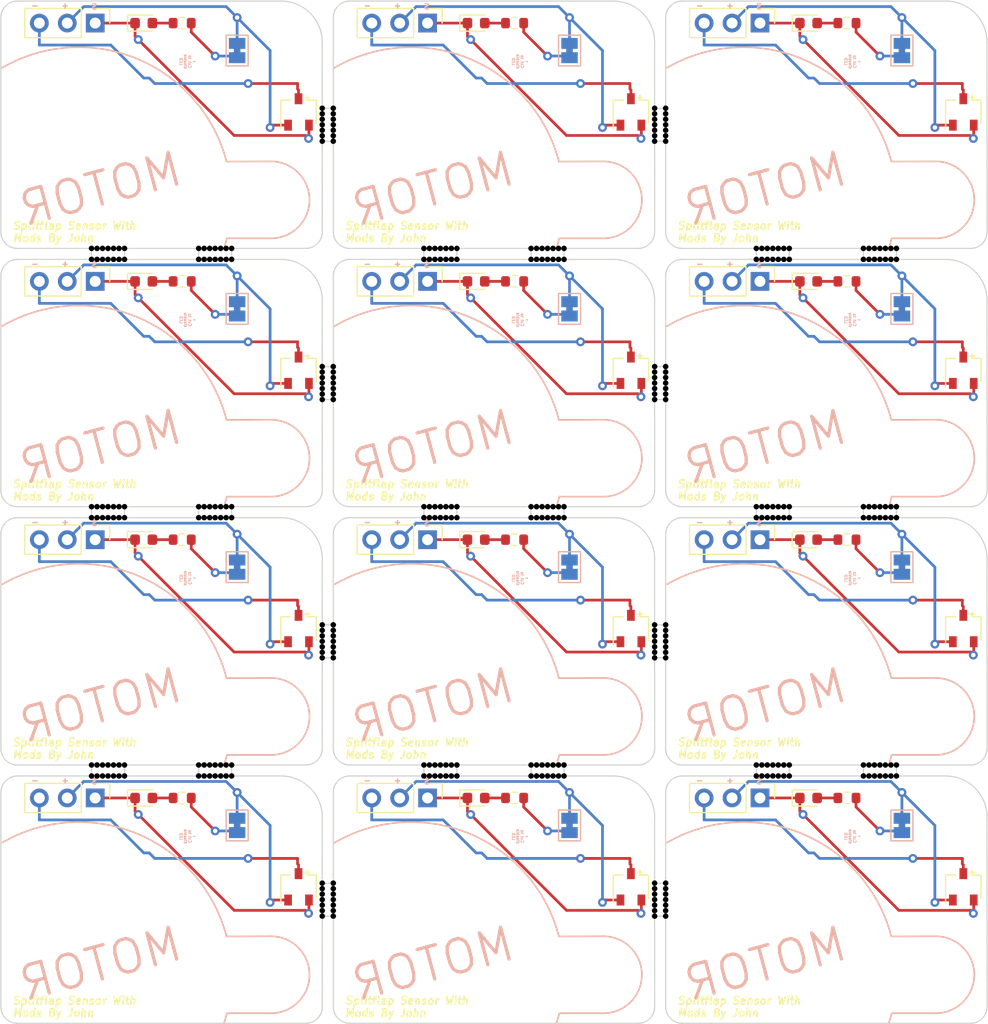
<source format=kicad_pcb>
(kicad_pcb (version 20240108) (generator "pcbnew") (generator_version "8.0")
  (layers (0 "F.Cu" signal) (31 "B.Cu" signal) (34 "B.Paste" user) (35 "F.Paste" user) (36 "B.SilkS" user "B.Silkscreen") (37 "F.SilkS" user "F.Silkscreen") (38 "B.Mask" user) (39 "F.Mask" user) (44 "Edge.Cuts" user))
  (property "COMMIT_DATE" "YYYY-MM-DD")
  (property "COMMIT_HASH" "deadbeef")
  (net 0 "")
  (net 1 "Board_0-/SIGNAL")
  (net 2 "Board_0-GND")
  (net 3 "Board_0-Net-(D1-A)")
  (net 4 "Board_0-Net-(JP1-B)")
  (net 5 "Board_0-VDD")
  (net 6 "Board_1-/SIGNAL")
  (net 7 "Board_1-GND")
  (net 8 "Board_1-Net-(D1-A)")
  (net 9 "Board_1-Net-(JP1-B)")
  (net 10 "Board_1-VDD")
  (net 11 "Board_2-/SIGNAL")
  (net 12 "Board_2-GND")
  (net 13 "Board_2-Net-(D1-A)")
  (net 14 "Board_2-Net-(JP1-B)")
  (net 15 "Board_2-VDD")
  (net 16 "Board_3-/SIGNAL")
  (net 17 "Board_3-GND")
  (net 18 "Board_3-Net-(D1-A)")
  (net 19 "Board_3-Net-(JP1-B)")
  (net 20 "Board_3-VDD")
  (net 21 "Board_4-/SIGNAL")
  (net 22 "Board_4-GND")
  (net 23 "Board_4-Net-(D1-A)")
  (net 24 "Board_4-Net-(JP1-B)")
  (net 25 "Board_4-VDD")
  (net 26 "Board_5-/SIGNAL")
  (net 27 "Board_5-GND")
  (net 28 "Board_5-Net-(D1-A)")
  (net 29 "Board_5-Net-(JP1-B)")
  (net 30 "Board_5-VDD")
  (net 31 "Board_6-/SIGNAL")
  (net 32 "Board_6-GND")
  (net 33 "Board_6-Net-(D1-A)")
  (net 34 "Board_6-Net-(JP1-B)")
  (net 35 "Board_6-VDD")
  (net 36 "Board_7-/SIGNAL")
  (net 37 "Board_7-GND")
  (net 38 "Board_7-Net-(D1-A)")
  (net 39 "Board_7-Net-(JP1-B)")
  (net 40 "Board_7-VDD")
  (net 41 "Board_8-/SIGNAL")
  (net 42 "Board_8-GND")
  (net 43 "Board_8-Net-(D1-A)")
  (net 44 "Board_8-Net-(JP1-B)")
  (net 45 "Board_8-VDD")
  (net 46 "Board_9-/SIGNAL")
  (net 47 "Board_9-GND")
  (net 48 "Board_9-Net-(D1-A)")
  (net 49 "Board_9-Net-(JP1-B)")
  (net 50 "Board_9-VDD")
  (net 51 "Board_10-/SIGNAL")
  (net 52 "Board_10-GND")
  (net 53 "Board_10-Net-(D1-A)")
  (net 54 "Board_10-Net-(JP1-B)")
  (net 55 "Board_10-VDD")
  (net 56 "Board_11-/SIGNAL")
  (net 57 "Board_11-GND")
  (net 58 "Board_11-Net-(D1-A)")
  (net 59 "Board_11-Net-(JP1-B)")
  (net 60 "Board_11-VDD")
  (footprint "NPTH" (layer "F.Cu") (at 132.870724 79.25)
    (property "Reference" "KiKit_MB_27_6" (hide yes))
    (property "Value" "NPTH" (hide yes))
  )
  (footprint "NPTH" (layer "F.Cu") (at 164.125 102.75)
    (property "Reference" "KiKit_MB_50_2" (hide yes))
    (property "Value" "NPTH" (hide yes))
  )
  (footprint "sensor_smd_lib:hole_9.4" (layer "F.Cu") (at 140.960786 53.585786)
    (property "Reference" "H2" (hide yes))
    (property "Value" "MountingHole")
  )
  (footprint "NPTH" (layer "F.Cu") (at 172.375 66)
    (property "Reference" "KiKit_MB_25_7" (hide yes))
    (property "Value" "NPTH" (hide yes))
  )
  (footprint "NPTH" (layer "F.Cu") (at 163.119747 77.25)
    (property "Reference" "KiKit_MB_33_2" (hide yes))
    (property "Value" "NPTH" (hide yes))
  )
  (footprint "NPTH" (layer "F.Cu") (at 145.125 66)
    (property "Reference" "KiKit_MB_20_1" (hide yes))
    (property "Value" "NPTH" (hide yes))
  )
  (footprint "NPTH" (layer "F.Cu") (at 184.125 67)
    (property "Reference" "KiKit_MB_40_5" (hide yes))
    (property "Value" "NPTH" (hide yes))
  )
  (footprint "NPTH" (layer "F.Cu") (at 142.125 66)
    (property "Reference" "KiKit_MB_20_7" (hide yes))
    (property "Value" "NPTH" (hide yes))
  )
  (footprint "NPTH" (layer "F.Cu") (at 133.875 79.25)
    (property "Reference" "KiKit_MB_32_2" (hide yes))
    (property "Value" "NPTH" (hide yes))
  )
  (footprint "NPTH" (layer "F.Cu") (at 143.125 66)
    (property "Reference" "KiKit_MB_20_5" (hide yes))
    (property "Value" "NPTH" (hide yes))
  )
  (footprint "NPTH" (layer "F.Cu") (at 112.375 89.5)
    (property "Reference" "KiKit_MB_30_6" (hide yes))
    (property "Value" "NPTH" (hide yes))
  )
  (footprint "NPTH" (layer "F.Cu") (at 173.375 89.5)
    (property "Reference" "KiKit_MB_41_5" (hide yes))
    (property "Value" "NPTH" (hide yes))
  )
  (footprint "NPTH" (layer "F.Cu") (at 164.125 101.75)
    (property "Reference" "KiKit_MB_50_4" (hide yes))
    (property "Value" "NPTH" (hide yes))
  )
  (footprint "LED_SMD:LED_0603_1608Metric" (layer "F.Cu") (at 177.125 69)
    (property "Reference" "D1" (hide yes))
    (property "Value" "LED RED")
  )
  (footprint "NPTH" (layer "F.Cu") (at 122.625 42.5)
    (property "Reference" "KiKit_MB_3_5" (hide yes))
    (property "Value" "NPTH" (hide yes))
  )
  (footprint "NPTH" (layer "F.Cu") (at 163.119503 29.75)
    (property "Reference" "KiKit_MB_5_1" (hide yes))
    (property "Value" "NPTH" (hide yes))
  )
  (footprint "NPTH" (layer "F.Cu") (at 122.125 89.5)
    (property "Reference" "KiKit_MB_31_6" (hide yes))
    (property "Value" "NPTH" (hide yes))
  )
  (footprint "NPTH" (layer "F.Cu") (at 164.125 77.75)
    (property "Reference" "KiKit_MB_38_5" (hide yes))
    (property "Value" "NPTH" (hide yes))
  )
  (footprint "Package_TO_SOT_SMD:SOT-23W" (layer "F.Cu") (at 191.210786 77.085786 90)
    (property "Reference" "U1" (hide yes))
    (property "Value" "HX6286")
  )
  (footprint "NPTH" (layer "F.Cu") (at 151.875 42.5)
    (property "Reference" "KiKit_MB_7_7" (hide yes))
    (property "Value" "NPTH" (hide yes))
  )
  (footprint "NPTH" (layer "F.Cu") (at 142.125 43.5)
    (property "Reference" "KiKit_MB_18_1" (hide yes))
    (property "Value" "NPTH" (hide yes))
  )
  (footprint "NPTH" (layer "F.Cu") (at 184.625 42.5)
    (property "Reference" "KiKit_MB_10_2" (hide yes))
    (property "Value" "NPTH" (hide yes))
  )
  (footprint "NPTH" (layer "F.Cu") (at 163.120724 55.75)
    (property "Reference" "KiKit_MB_17_6" (hide yes))
    (property "Value" "NPTH" (hide yes))
  )
  (footprint "NPTH" (layer "F.Cu") (at 163.120724 32.25)
    (property "Reference" "KiKit_MB_5_6" (hide yes))
    (property "Value" "NPTH" (hide yes))
  )
  (footprint "NPTH" (layer "F.Cu") (at 163.119992 101.25)
    (property "Reference" "KiKit_MB_47_3" (hide yes))
    (property "Value" "NPTH" (hide yes))
  )
  (footprint "NPTH" (layer "F.Cu") (at 163.120724 102.75)
    (property "Reference" "KiKit_MB_47_6" (hide yes))
    (property "Value" "NPTH" (hide yes))
  )
  (footprint "LED_SMD:LED_0603_1608Metric" (layer "F.Cu") (at 177.125 22)
    (property "Reference" "D1" (hide yes))
    (property "Value" "LED RED")
  )
  (footprint "Connector_PinHeader_2.54mm:PinHeader_1x03_P2.54mm_Vertical" (layer "F.Cu") (at 112.205 22 -90)
    (property "Reference" "J1" (hide yes))
    (property "Value" "HEADER MALE RA" (hide yes))
  )
  (footprint "NPTH" (layer "F.Cu") (at 172.875 90.5)
    (property "Reference" "KiKit_MB_51_2" (hide yes))
    (property "Value" "NPTH" (hide yes))
  )
  (footprint "NPTH" (layer "F.Cu") (at 133.875 79.75)
    (property "Reference" "KiKit_MB_32_1" (hide yes))
    (property "Value" "NPTH" (hide yes))
  )
  (footprint "Package_TO_SOT_SMD:SOT-23W" (layer "F.Cu") (at 130.710786 30.085786 90)
    (property "Reference" "U1" (hide yes))
    (property "Value" "HX6286")
  )
  (footprint "NPTH" (layer "F.Cu") (at 114.875 90.5)
    (property "Reference" "KiKit_MB_44_7" (hide yes))
    (property "Value" "NPTH" (hide yes))
  )
  (footprint "NPTH" (layer "F.Cu") (at 143.625 89.5)
    (property "Reference" "KiKit_MB_36_4" (hide yes))
    (property "Value" "NPTH" (hide yes))
  )
  (footprint "NPTH" (layer "F.Cu") (at 123.125 42.5)
    (property "Reference" "KiKit_MB_3_4" (hide yes))
    (property "Value" "NPTH" (hide yes))
  )
  (footprint "NPTH" (layer "F.Cu") (at 182.125 66)
    (property "Reference" "KiKit_MB_26_7" (hide yes))
    (property "Value" "NPTH" (hide yes))
  )
  (footprint "NPTH" (layer "F.Cu") (at 183.125 43.5)
    (property "Reference" "KiKit_MB_24_3" (hide yes))
    (property "Value" "NPTH" (hide yes))
  )
  (footprint "NPTH" (layer "F.Cu") (at 164.125 29.75)
    (property "Reference" "KiKit_MB_8_7" (hide yes))
    (property "Value" "NPTH" (hide yes))
  )
  (footprint "NPTH" (layer "F.Cu") (at 175.375 43.5)
    (property "Reference" "KiKit_MB_23_7" (hide yes))
    (property "Value" "NPTH" (hide yes))
  )
  (footprint "LED_SMD:LED_0603_1608Metric" (layer "F.Cu") (at 146.875 45.5)
    (property "Reference" "D1" (hide yes))
    (property "Value" "LED RED")
  )
  (footprint "NPTH" (layer "F.Cu") (at 121.625 42.5)
    (property "Reference" "KiKit_MB_3_7" (hide yes))
    (property "Value" "NPTH" (hide yes))
  )
  (footprint "NPTH" (layer "F.Cu") (at 143.625 42.5)
    (property "Reference" "KiKit_MB_6_4" (hide yes))
    (property "Value" "NPTH" (hide yes))
  )
  (footprint "Package_TO_SOT_SMD:SOT-23W" (layer "F.Cu") (at 191.210786 53.585786 90)
    (property "Reference" "U1" (hide yes))
    (property "Value" "HX6286")
  )
  (footprint "NPTH" (layer "F.Cu") (at 183.125 67)
    (property "Reference" "KiKit_MB_40_3" (hide yes))
    (property "Value" "NPTH" (hide yes))
  )
  (footprint "NPTH" (layer "F.Cu") (at 164.125 32.75)
    (property "Reference" "KiKit_MB_8_1" (hide yes))
    (property "Value" "NPTH" (hide yes))
  )
  (footprint "Package_TO_SOT_SMD:SOT-23W" (layer "F.Cu") (at 160.960786 30.085786 90)
    (property "Reference" "U1" (hide yes))
    (property "Value" "HX6286")
  )
  (footprint "NPTH" (layer "F.Cu") (at 114.875 66)
    (property "Reference" "KiKit_MB_14_1" (hide yes))
    (property "Value" "NPTH" (hide yes))
  )
  (footprint "NPTH" (layer "F.Cu") (at 132.87048 78.75)
    (property "Reference" "KiKit_MB_27_5" (hide yes))
    (property "Value" "NPTH" (hide yes))
  )
  (footprint "NPTH" (layer "F.Cu") (at 122.125 66)
    (property "Reference" "KiKit_MB_15_6" (hide yes))
    (property "Value" "NPTH" (hide yes))
  )
  (footprint "NPTH" (layer "F.Cu") (at 123.125 90.5)
    (property "Reference" "KiKit_MB_45_4" (hide yes))
    (property "Value" "NPTH" (hide yes))
  )
  (footprint "sensor_smd_lib:hole_9.4" (layer "F.Cu") (at 110.710786 53.585786)
    (property "Reference" "H2" (hide yes))
    (property "Value" "MountingHole")
  )
  (footprint "NPTH" (layer "F.Cu") (at 164.125 55.75)
    (property "Reference" "KiKit_MB_22_2" (hide yes))
    (property "Value" "NPTH" (hide yes))
  )
  (footprint "NPTH" (layer "F.Cu") (at 185.125 67)
    (property "Reference" "KiKit_MB_40_7" (hide yes))
    (property "Value" "NPTH" (hide yes))
  )
  (footprint "NPTH" (layer "F.Cu") (at 152.875 90.5)
    (property "Reference" "KiKit_MB_49_3" (hide yes))
    (property "Value" "NPTH" (hide yes))
  )
  (footprint "NPTH" (layer "F.Cu") (at 114.375 89.5)
    (property "Reference" "KiKit_MB_30_2" (hide yes))
    (property "Value" "NPTH" (hide yes))
  )
  (footprint "NPTH" (layer "F.Cu") (at 175.375 42.5)
    (property "Reference" "KiKit_MB_9_1" (hide yes))
    (property "Value" "NPTH" (hide yes))
  )
  (footprint "NPTH" (layer "F.Cu") (at 174.375 90.5)
    (property "Reference" "KiKit_MB_51_5" (hide yes))
    (property "Value" "NPTH" (hide yes))
  )
  (footprint "NPTH" (layer "F.Cu") (at 113.875 89.5)
    (property "Reference" "KiKit_MB_30_3" (hide yes))
    (property "Value" "NPTH" (hide yes))
  )
  (footprint "NPTH" (layer "F.Cu") (at 182.625 89.5)
    (property "Reference" "KiKit_MB_42_6" (hide yes))
    (property "Value" "NPTH" (hide yes))
  )
  (footprint "NPTH" (layer "F.Cu") (at 124.125 67)
    (property "Reference" "KiKit_MB_29_6" (hide yes))
    (property "Value" "NPTH" (hide yes))
  )
  (footprint "NPTH" (layer "F.Cu") (at 164.125 78.75)
    (property "Reference" "KiKit_MB_38_3" (hide yes))
    (property "Value" "NPTH" (hide yes))
  )
  (footprint "NPTH" (layer "F.Cu") (at 163.120969 79.75)
    (property "Reference" "KiKit_MB_33_7" (hide yes))
    (property "Value" "NPTH" (hide yes))
  )
  (footprint "NPTH" (layer "F.Cu") (at 182.625 43.5)
    (property "Reference" "KiKit_MB_24_2" (hide yes))
    (property "Value" "NPTH" (hide yes))
  )
  (footprint "NPTH" (layer "F.Cu") (at 113.375 43.5)
    (property "Reference" "KiKit_MB_12_4" (hide yes))
    (property "Value" "NPTH" (hide yes))
  )
  (footprint "NPTH" (layer "F.Cu") (at 183.125 42.5)
    (property "Reference" "KiKit_MB_10_5" (hide yes))
    (property "Value" "NPTH" (hide yes))
  )
  (footprint "NPTH" (layer "F.Cu") (at 152.375 66)
    (property "Reference" "KiKit_MB_21_6" (hide yes))
    (property "Value" "NPTH" (hide yes))
  )
  (footprint "NPTH" (layer "F.Cu") (at 132.869992 101.25)
    (property "Reference" "KiKit_MB_43_3" (hide yes))
    (property "Value" "NPTH" (hide yes))
  )
  (footprint "NPTH" (layer "F.Cu") (at 132.87048 55.25)
    (property "Reference" "KiKit_MB_11_5" (hide yes))
    (property "Value" "NPTH" (hide yes))
  )
  (footprint "NPTH" (layer "F.Cu") (at 124.125 43.5)
    (property "Reference" "KiKit_MB_13_6" (hide yes))
    (property "Value" "NPTH" (hide yes))
  )
  (footprint "NPTH" (layer "F.Cu") (at 151.875 66)
    (property "Reference" "KiKit_MB_21_7" (hide yes))
    (property "Value" "NPTH" (hide yes))
  )
  (footprint "NPTH" (layer "F.Cu") (at 133.875 102.75)
    (property "Reference" "KiKit_MB_46_2" (hide yes))
    (property "Value" "NPTH" (hide yes))
  )
  (footprint "NPTH" (layer "F.Cu") (at 163.119747 53.75)
    (property "Reference" "KiKit_MB_17_2" (hide yes))
    (property "Value" "NPTH" (hide yes))
  )
  (footprint "Package_TO_SOT_SMD:SOT-23W" (layer "F.Cu") (at 130.710786 53.585786 90)
    (property "Reference" "U1" (hide yes))
    (property "Value" "HX6286")
  )
  (footprint "NPTH" (layer "F.Cu") (at 163.120969 32.75)
    (property "Reference" "KiKit_MB_5_7" (hide yes))
    (property "Value" "NPTH" (hide yes))
  )
  (footprint "NPTH" (layer "F.Cu") (at 172.375 67)
    (property "Reference" "KiKit_MB_39_1" (hide yes))
    (property "Value" "NPTH" (hide yes))
  )
  (footprint "NPTH" (layer "F.Cu") (at 145.125 42.5)
    (property "Reference" "KiKit_MB_6_1" (hide yes))
    (property "Value" "NPTH" (hide yes))
  )
  (footprint "MountingHole:MountingHole_4.3mm_M4_ISO7380" (layer "F.Cu") (at 188.710786 108.585786)
    (property "Reference" "H1" (hide yes))
    (property "Value" "MountingHole" (hide yes))
  )
  (footprint "Package_TO_SOT_SMD:SOT-23W" (layer "F.Cu") (at 191.210786 30.085786 90)
    (property "Reference" "U1" (hide yes))
    (property "Value" "HX6286")
  )
  (footprint "NPTH" (layer "F.Cu") (at 133.875 31.75)
    (property "Reference" "KiKit_MB_4_3" (hide yes))
    (property "Value" "NPTH" (hide yes))
  )
  (footprint "Resistor_SMD:R_0603_1608Metric" (layer "F.Cu") (at 120.125 45.5)
    (property "Reference" "R1" (hide yes))
    (property "Value" "1k" (hide yes))
  )
  (footprint "NPTH" (layer "F.Cu") (at 142.625 67)
    (property "Reference" "KiKit_MB_34_2" (hide yes))
    (property "Value" "NPTH" (hide yes))
  )
  (footprint "NPTH" (layer "F.Cu") (at 132.870969 103.25)
    (property "Reference" "KiKit_MB_43_7" (hide yes))
    (property "Value" "NPTH" (hide yes))
  )
  (footprint "NPTH" (layer "F.Cu") (at 183.125 66)
    (property "Reference" "KiKit_MB_26_5" (hide yes))
    (property "Value" "NPTH" (hide yes))
  )
  (footprint "NPTH" (layer "F.Cu") (at 172.875 42.5)
    (property "Reference" "KiKit_MB_9_6" (hide yes))
    (property "Value" "NPTH" (hide yes))
  )
  (footprint "NPTH" (layer "F.Cu") (at 121.625 43.5)
    (property "Reference" "KiKit_MB_13_1" (hide yes))
    (property "Value" "NPTH" (hide yes))
  )
  (footprint "sensor_smd_lib:hole_9.4" (layer "F.Cu") (at 110.710786 30.085786)
    (property "Reference" "H2" (hide yes))
    (property "Value" "MountingHole")
  )
  (footprint "NPTH" (layer "F.Cu") (at 182.625 66)
    (property "Reference" "KiKit_MB_26_6" (hide yes))
    (property "Value" "NPTH" (hide yes))
  )
  (footprint "NPTH" (layer "F.Cu") (at 152.875 89.5)
    (property "Reference" "KiKit_MB_37_5" (hide yes))
    (property "Value" "NPTH" (hide yes))
  )
  (footprint "NPTH" (layer "F.Cu") (at 172.375 90.5)
    (property "Reference" "KiKit_MB_51_1" (hide yes))
    (property "Value" "NPTH" (hide yes))
  )
  (footprint "NPTH" (layer "F.Cu") (at 152.875 67)
    (property "Reference" "KiKit_MB_35_3" (hide yes))
    (property "Value" "NPTH" (hide yes))
  )
  (footprint "MountingHole:MountingHole_4.3mm_M4_ISO7380" (layer "F.Cu") (at 128.210786 108.585786)
    (property "Reference" "H1" (hide yes))
    (property "Value" "MountingHole" (hide yes))
  )
  (footprint "NPTH" (layer "F.Cu") (at 163.119503 100.25)
    (property "Reference" "KiKit_MB_47_1" (hide yes))
    (property "Value" "NPTH" (hide yes))
  )
  (footprint "sensor_smd_lib:hole_9.4" (layer "F.Cu") (at 140.960786 30.085786)
    (property "Reference" "H2" (hide yes))
    (property "Value" "MountingHole")
  )
  (footprint "NPTH" (layer "F.Cu") (at 122.125 90.5)
    (property "Reference" "KiKit_MB_45_2" (hide yes))
    (property "Value" "NPTH" (hide yes))
  )
  (footprint "MountingHole:MountingHole_4.3mm_M4_ISO7380" (layer "F.Cu") (at 128.210786 61.585786)
    (property "Reference" "H1" (hide yes))
    (property "Value" "MountingHole" (hide yes))
  )
  (footprint "MountingHole:MountingHole_4.3mm_M4_ISO7380" (layer "F.Cu") (at 188.710786 61.585786)
    (property "Reference" "H1" (hide yes))
    (property "Value" "MountingHole" (hide yes))
  )
  (footprint "NPTH" (layer "F.Cu") (at 164.125 103.25)
    (property "Reference" "KiKit_MB_50_1" (hide yes))
    (property "Value" "NPTH" (hide yes))
  )
  (footprint "NPTH" (layer "F.Cu") (at 173.375 42.5)
    (property "Reference" "KiKit_MB_9_5" (hide yes))
    (property "Value" "NPTH" (hide yes))
  )
  (footprint "NPTH" (layer "F.Cu") (at 163.119503 53.25)
    (property "Reference" "KiKit_MB_17_1" (hide yes))
    (property "Value" "NPTH" (hide yes))
  )
  (footprint "NPTH" (layer "F.Cu") (at 145.125 43.5)
    (property "Reference" "KiKit_MB_18_7" (hide yes))
    (property "Value" "NPTH" (hide yes))
  )
  (footprint "NPTH" (layer "F.Cu") (at 144.625 90.5)
    (property "Reference" "KiKit_MB_48_6" (hide yes))
    (property "Value" "NPTH" (hide yes))
  )
  (footprint "NPTH" (layer "F.Cu") (at 132.869747 30.25)
    (property "Reference" "KiKit_MB_1_2" (hide yes))
    (property "Value" "NPTH" (hide yes))
  )
  (footprint "NPTH" (layer "F.Cu") (at 114.375 67)
    (property "Reference" "KiKit_MB_28_6" (hide yes))
    (property "Value" "NPTH" (hide yes))
  )
  (footprint "NPTH" (layer "F.Cu") (at 185.125 42.5)
    (property "Reference" "KiKit_MB_10_1" (hide yes))
    (property "Value" "NPTH" (hide yes))
  )
  (footprint "sensor_smd_lib:hole_9.4" (layer "F.Cu") (at 110.710786 100.585786)
    (property "Reference" "H2" (hide yes))
    (property "Value" "MountingHole")
  )
  (footprint "NPTH" (layer "F.Cu") (at 153.875 42.5)
    (property "Reference" "KiKit_MB_7_3" (hide yes))
    (property "Value" "NPTH" (hide yes))
  )
  (footprint "NPTH" (layer "F.Cu") (at 133.875 31.25)
    (property "Reference" "KiKit_MB_4_4" (hide yes))
    (property "Value" "NPTH" (hide yes))
  )
  (footprint "MountingHole:MountingHole_4.3mm_M4_ISO7380" (layer "F.Cu") (at 188.710786 85.085786)
    (property "Reference" "H1" (hide yes))
    (property "Value" "MountingHole" (hide yes))
  )
  (footprint "NPTH" (layer "F.Cu") (at 132.869747 100.75)
    (property "Reference" "KiKit_MB_43_2" (hide yes))
    (property "Value" "NPTH" (hide yes))
  )
  (footprint "NPTH" (layer "F.Cu") (at 172.375 89.5)
    (property "Reference" "KiKit_MB_41_7" (hide yes))
    (property "Value" "NPTH" (hide yes))
  )
  (footprint "NPTH" (layer "F.Cu") (at 132.870724 102.75)
    (property "Reference" "KiKit_MB_43_6" (hide yes))
    (property "Value" "NPTH" (hide yes))
  )
  (footprint "NPTH" (layer "F.Cu") (at 111.875 43.5)
    (property "Reference" "KiKit_MB_12_1" (hide yes))
    (property "Value" "NPTH" (hide yes))
  )
  (footprint "NPTH" (layer "F.Cu") (at 153.875 67)
    (property "Reference" "KiKit_MB_35_5" (hide yes))
    (property "Value" "NPTH" (hide yes))
  )
  (footprint "NPTH" (layer "F.Cu") (at 185.125 66)
    (property "Reference" "KiKit_MB_26_1" (hide yes))
    (property "Value" "NPTH" (hide yes))
  )
  (footprint "NPTH" (layer "F.Cu") (at 112.875 90.5)
    (property "Reference" "KiKit_MB_44_3" (hide yes))
    (property "Value" "NPTH" (hide yes))
  )
  (footprint "Package_TO_SOT_SMD:SOT-23W" (layer "F.Cu") (at 160.960786 77.085786 90)
    (property "Reference" "U1" (hide yes))
    (property "Value" "HX6286")
  )
  (footprint "NPTH" (layer "F.Cu") (at 113.375 89.5)
    (property "Reference" "KiKit_MB_30_4" (hide yes))
    (property "Value" "NPTH" (hide yes))
  )
  (footprint "NPTH" (layer "F.Cu") (at 152.375 67)
    (property "Reference" "KiKit_MB_35_2" (hide yes))
    (property "Value" "NPTH" (hide yes))
  )
  (footprint "NPTH" (layer "F.Cu") (at 183.625 42.5)
    (property "Reference" "KiKit_MB_10_4" (hide yes))
    (property "Value" "NPTH" (hide yes))
  )
  (footprint "Package_TO_SOT_SMD:SOT-23W" (layer "F.Cu") (at 191.210786 100.585786 90)
    (property "Reference" "U1" (hide yes))
    (property "Value" "HX6286")
  )
  (footprint "Resistor_SMD:R_0603_1608Metric" (layer "F.Cu") (at 180.625 45.5)
    (property "Reference" "R1" (hide yes))
    (property "Value" "1k" (hide yes))
  )
  (footprint "NPTH" (layer "F.Cu") (at 164.125 100.75)
    (property "Reference" "KiKit_MB_50_6" (hide yes))
    (property "Value" "NPTH" (hide yes))
  )
  (footprint "Package_TO_SOT_SMD:SOT-23W" (layer "F.Cu") (at 130.710786 100.585786 90)
    (property "Reference" "U1" (hide yes))
    (property "Value" "HX6286")
  )
  (footprint "NPTH" (layer "F.Cu") (at 143.125 42.5)
    (property "Reference" "KiKit_MB_6_5" (hide yes))
    (property "Value" "NPTH" (hide yes))
  )
  (footprint "MountingHole:MountingHole_4.3mm_M4_ISO7380" (layer "F.Cu") (at 188.710786 38.085786)
    (property "Reference" "H1" (hide yes))
    (property "Value" "MountingHole" (hide yes))
  )
  (footprint "NPTH" (layer "F.Cu") (at 144.125 90.5)
    (property "Reference" "KiKit_MB_48_5" (hide yes))
    (property "Value" "NPTH" (hide yes))
  )
  (footprint "NPTH" (layer "F.Cu") (at 164.125 78.25)
    (property "Reference" "KiKit_MB_38_4" (hide yes))
    (property "Value" "NPTH" (hide yes))
  )
  (footprint "NPTH" (layer "F.Cu") (at 143.125 43.5)
    (property "Reference" "KiKit_MB_18_3" (hide yes))
    (property "Value" "NPTH" (hide yes))
  )
  (footprint "NPTH" (layer "F.Cu") (at 133.875 55.75)
    (property "Reference" "KiKit_MB_16_2" (hide yes))
    (property "Value" "NPTH" (hide yes))
  )
  (footprint "NPTH" (layer "F.Cu") (at 133.875 101.25)
    (property "Reference" "KiKit_MB_46_5" (hide yes))
    (property "Value" "NPTH" (hide yes))
  )
  (footprint "NPTH" (layer "F.Cu") (at 132.870724 55.75)
    (property "Reference" "KiKit_MB_11_6" (hide yes))
    (property "Value" "NPTH" (hide yes))
  )
  (footprint "NPTH" (layer "F.Cu") (at 173.875 67)
    (property "Reference" "KiKit_MB_39_4" (hide yes))
    (property "Value" "NPTH" (hide yes))
  )
  (footprint "NPTH" (layer "F.Cu") (at 163.119992 30.75)
    (property "Reference" "KiKit_MB_5_3" (hide yes))
    (property "Value" "NPTH" (hide yes))
  )
  (footprint "NPTH" (layer "F.Cu") (at 163.120236 31.25)
    (property "Reference" "KiKit_MB_5_4" (hide yes))
    (property "Value" "NPTH" (hide yes))
  )
  (footprint "NPTH" (layer "F.Cu") (at 163.120969 56.25)
    (property "Reference" "KiKit_MB_17_7" (hide yes))
    (property "Value" "NPTH" (hide yes))
  )
  (footprint "NPTH" (layer "F.Cu") (at 182.125 89.5)
    (property "Reference" "KiKit_MB_42_7" (hide yes))
    (property "Value" "NPTH" (hide yes))
  )
  (footprint "Resistor_SMD:R_0603_1608Metric" (layer "F.Cu") (at 150.375 69)
    (property "Reference" "R1" (hide yes))
    (property "Value" "1k" (hide yes))
  )
  (footprint "Resistor_SMD:R_0603_1608Metric" (layer "F.Cu") (at 120.125 22)
    (property "Reference" "R1" (hide yes))
    (property "Value" "1k" (hide yes))
  )
  (footprint "NPTH" (layer "F.Cu") (at 132.869503 100.25)
    (property "Reference" "KiKit_MB_43_1" (hide yes))
    (property "Value" "NPTH" (hide yes))
  )
  (footprint "NPTH" (layer "F.Cu") (at 142.625 66)
    (property "Reference" "KiKit_MB_20_6" (hide yes))
    (property "Value" "NPTH" (hide yes))
  )
  (footprint "NPTH" (layer "F.Cu") (at 183.625 90.5)
    (property "Reference" "KiKit_MB_52_4" (hide yes))
    (property "Value" "NPTH" (hide yes))
  )
  (footprint "NPTH" (layer "F.Cu") (at 154.875 66)
    (property "Reference" "KiKit_MB_21_1" (hide yes))
    (property "Value" "NPTH" (hide yes))
  )
  (footprint "NPTH" (layer "F.Cu") (at 132.870724 32.25)
    (property "Reference" "KiKit_MB_1_6" (hide yes))
    (property "Value" "NPTH" (hide yes))
  )
  (footprint "NPTH" (layer "F.Cu") (at 164.125 54.75)
    (property "Reference" "KiKit_MB_22_4" (hide yes))
    (property "Value" "NPTH" (hide yes))
  )
  (footprint "NPTH" (layer "F.Cu") (at 164.125 31.75)
    (property "Reference" "KiKit_MB_8_3" (hide yes))
    (property "Value" "NPTH" (hide yes))
  )
  (footprint "NPTH" (layer "F.Cu") (at 133.875 53.25)
    (property "Reference" "KiKit_MB_16_7" (hide yes))
    (property "Value" "NPTH" (hide yes))
  )
  (footprint "NPTH" (layer "F.Cu") (at 163.119503 76.75)
    (property "Reference" "KiKit_MB_33_1" (hide yes))
    (property "Value" "NPTH" (hide yes))
  )
  (footprint "NPTH" (layer "F.Cu") (at 184.125 66)
    (property "Reference" "KiKit_MB_26_3" (hide yes))
    (property "Value" "NPTH" (hide yes))
  )
  (footprint "NPTH" (layer "F.Cu") (at 164.125 79.25)
    (property "Reference" "KiKit_MB_38_2" (hide yes))
    (property "Value" "NPTH" (hide yes))
  )
  (footprint "NPTH" (layer "F.Cu") (at 183.625 89.5)
    (property "Reference" "KiKit_MB_42_4" (hide yes))
    (property "Value" "NPTH" (hide yes))
  )
  (footprint "NPTH" (layer "F.Cu") (at 163.12048 55.25)
    (property "Reference" "KiKit_MB_17_5" (hide yes))
    (property "Value" "NPTH" (hide yes))
  )
  (footprint "NPTH" (layer "F.Cu") (at 114.875 42.5)
    (property "Reference" "KiKit_MB_2_1" (hide yes))
    (property "Value" "NPTH" (hide yes))
  )
  (footprint "NPTH" (layer "F.Cu") (at 132.869747 77.25)
    (property "Reference" "KiKit_MB_27_2" (hide yes))
    (property "Value" "NPTH" (hide yes))
  )
  (footprint "Resistor_SMD:R_0603_1608Metric" (layer "F.Cu") (at 150.375 45.5)
    (property "Reference" "R1" (hide yes))
    (property "Value" "1k" (hide yes))
  )
  (footprint "Connector_PinHeader_2.54mm:PinHeader_1x03_P2.54mm_Vertical" (layer "F.Cu") (at 142.455 69 -90)
    (property "Reference" "J1" (hide yes))
    (property "Value" "HEADER MALE RA" (hide yes))
  )
  (footprint "NPTH" (layer "F.Cu") (at 153.375 66)
    (property "Reference" "KiKit_MB_21_4" (hide yes))
    (property "Value" "NPTH" (hide yes))
  )
  (footprint "NPTH" (layer "F.Cu") (at 164.125 79.75)
    (property "Reference" "KiKit_MB_38_1" (hide yes))
    (property "Value" "NPTH" (hide yes))
  )
  (footprint "NPTH" (layer "F.Cu") (at 133.875 30.75)
    (property "Reference" "KiKit_MB_4_5" (hide yes))
    (property "Value" "NPTH" (hide yes))
  )
  (footprint "MountingHole:MountingHole_4.3mm_M4_ISO7380" (layer "F.Cu") (at 128.210786 85.085786)
    (property "Reference" "H1" (hide yes))
    (property "Value" "MountingHole" (hide yes))
  )
  (footprint "LED_SMD:LED_0603_1608Metric" (layer "F.Cu") (at 177.125 45.5)
    (property "Reference" "D1" (hide yes))
    (property "Value" "LED RED")
  )
  (footprint "NPTH" (layer "F.Cu") (at 163.119747 30.25)
    (property "Reference" "KiKit_MB_5_2" (hide yes))
    (property "Value" "NPTH" (hide yes))
  )
  (footprint "NPTH" (layer "F.Cu") (at 114.875 89.5)
    (property "Reference" "KiKit_MB_30_1" (hide yes))
    (property "Value" "NPTH" (hide yes))
  )
  (footprint "NPTH" (layer "F.Cu") (at 174.375 43.5)
    (property "Reference" "KiKit_MB_23_5" (hide yes))
    (property "Value" "NPTH" (hide yes))
  )
  (footprint "NPTH" (layer "F.Cu") (at 124.125 90.5)
    (property "Reference" "KiKit_MB_45_6" (hide yes))
    (property "Value" "NPTH" (hide yes))
  )
  (footprint "NPTH" (layer "F.Cu") (at 133.875 101.75)
    (property "Reference" "KiKit_MB_46_4" (hide yes))
    (property "Value" "NPTH" (hide yes))
  )
  (footprint "NPTH" (layer "F.Cu") (at 174.375 66)
    (property "Reference" "KiKit_MB_25_3" (hide yes))
    (property "Value" "NPTH" (hide yes))
  )
  (footprint "NPTH" (layer "F.Cu") (at 111.875 66)
    (property "Reference" "KiKit_MB_14_7" (hide yes))
    (property "Value" "NPTH" (hide yes))
  )
  (footprint "NPTH" (layer "F.Cu") (at 114.875 67)
    (property "Reference" "KiKit_MB_28_7" (hide yes))
    (property "Value" "NPTH" (hide yes))
  )
  (footprint "NPTH" (layer "F.Cu") (at 124.625 42.5)
    (property "Reference" "KiKit_MB_3_1" (hide yes))
    (property "Value" "NPTH" (hide yes))
  )
  (footprint "NPTH" (layer "F.Cu") (at 154.375 89.5)
    (property "Reference" "KiKit_MB_37_2" (hide yes))
    (property "Value" "NPTH" (hide yes))
  )
  (footprint "NPTH" (layer "F.Cu") (at 113.375 42.5)
    (property "Reference" "KiKit_MB_2_4" (hide yes))
    (property "Value" "NPTH" (hide yes))
  )
  (footprint "NPTH" (layer "F.Cu") (at 133.875 55.25)
    (property "Reference" "KiKit_MB_16_3" (hide yes))
    (property "Value" "NPTH" (hide yes))
  )
  (footprint "NPTH" (layer "F.Cu") (at 111.875 90.5)
    (property "Reference" "KiKit_MB_44_1" (hide yes))
    (property "Value" "NPTH" (hide yes))
  )
  (footprint "NPTH" (layer "F.Cu") (at 182.125 43.5)
    (property "Reference" "KiKit_MB_24_1" (hide yes))
    (property "Value" "NPTH" (hide yes))
  )
  (footprint "NPTH" (layer "F.Cu") (at 133.875 53.75)
    (property "Reference" "KiKit_MB_16_6" (hide yes))
    (property "Value" "NPTH" (hide yes))
  )
  (footprint "NPTH" (layer "F.Cu") (at 153.875 43.5)
    (property "Reference" "KiKit_MB_19_5" (hide yes))
    (property "Value" "NPTH" (hide yes))
  )
  (footprint "NPTH" (layer "F.Cu") (at 142.625 89.5)
    (property "Reference" "KiKit_MB_36_6" (hide yes))
    (property "Value" "NPTH" (hide yes))
  )
  (footprint "NPTH" (layer "F.Cu") (at 132.869747 53.75)
    (property "Reference" "KiKit_MB_11_2" (hide yes))
    (property "Value" "NPTH" (hide yes))
  )
  (footprint "NPTH" (layer "F.Cu") (at 142.125 89.5)
    (property "Reference" "KiKit_MB_36_7" (hide yes))
    (property "Value" "NPTH" (hide yes))
  )
  (footprint "NPTH" (layer "F.Cu") (at 113.875 42.5)
    (property "Reference" "KiKit_MB_2_3" (hide yes))
    (property "Value" "NPTH" (hide yes))
  )
  (footprint "NPTH" (layer "F.Cu") (at 112.875 89.5)
    (property "Reference" "KiKit_MB_30_5" (hide yes))
    (property "Value" "NPTH" (hide yes))
  )
  (footprint "NPTH" (layer "F.Cu") (at 122.625 89.5)
    (property "Reference" "KiKit_MB_31_5" (hide yes))
    (property "Value" "NPTH" (hide yes))
  )
  (footprint "NPTH" (layer "F.Cu") (at 144.125 43.5)
    (property "Reference" "KiKit_MB_18_5" (hide yes))
    (property "Value" "NPTH" (hide yes))
  )
  (footprint "NPTH" (layer "F.Cu") (at 182.625 42.5)
    (property "Reference" "KiKit_MB_10_6" (hide yes))
    (property "Value" "NPTH" (hide yes))
  )
  (footprint "MountingHole:MountingHole_4.3mm_M4_ISO7380" (layer "F.Cu") (at 158.460786 61.585786)
    (property "Reference" "H1" (hide yes))
    (property "Value" "MountingHole" (hide yes))
  )
  (footprint "NPTH" (layer "F.Cu") (at 114.375 90.5)
    (property "Reference" "KiKit_MB_44_6" (hide yes))
    (property "Value" "NPTH" (hide yes))
  )
  (footprint "NPTH" (layer "F.Cu") (at 123.625 89.5)
    (property "Reference" "KiKit_MB_31_3" (hide yes))
    (property "Value" "NPTH" (hide yes))
  )
  (footprint "NPTH" (layer "F.Cu") (at 143.125 89.5)
    (property "Reference" "KiKit_MB_36_5" (hide yes))
    (property "Value" "NPTH" (hide yes))
  )
  (footprint "NPTH" (layer "F.Cu") (at 154.875 43.5)
    (property "Reference" "KiKit_MB_19_7" (hide yes))
    (property "Value" "NPTH" (hide yes))
  )
  (footprint "NPTH" (layer "F.Cu") (at 145.125 89.5)
    (property "Reference" "KiKit_MB_36_1" (hide yes))
    (property "Value" "NPTH" (hide yes))
  )
  (footprint "Connector_PinHeader_2.54mm:PinHeader_1x03_P2.54mm_Vertical" (layer "F.Cu") (at 172.705 22 -90)
    (property "Reference" "J1" (hide yes))
    (property "Value" "HEADER MALE RA" (hide yes))
  )
  (footprint "NPTH" (layer "F.Cu") (at 123.625 67)
    (property "Reference" "KiKit_MB_29_5" (hide yes))
    (property "Value" "NPTH" (hide yes))
  )
  (footprint "NPTH" (layer "F.Cu") (at 124.625 89.5)
    (property "Reference" "KiKit_MB_31_1" (hide yes))
    (property "Value" "NPTH" (hide yes))
  )
  (footprint "NPTH" (layer "F.Cu") (at 154.375 42.5)
    (property "Reference" "KiKit_MB_7_2" (hide yes))
    (property "Value" "NPTH" (hide yes))
  )
  (footprint "NPTH" (layer "F.Cu") (at 133.875 77.75)
    (property "Reference" "KiKit_MB_32_5" (hide yes))
    (property "Value" "NPTH" (hide yes))
  )
  (footprint "NPTH" (layer "F.Cu") (at 124.125 66)
    (property "Reference" "KiKit_MB_15_2" (hide yes))
    (property "Value" "NPTH" (hide yes))
  )
  (footprint "NPTH" (layer "F.Cu") (at 112.375 67)
    (property "Reference" "KiKit_MB_28_2" (hide yes))
    (property "Value" "NPTH" (hide yes))
  )
  (footprint "NPTH" (layer "F.Cu") (at 174.875 66)
    (property "Reference" "KiKit_MB_25_2" (hide yes))
    (property "Value" "NPTH" (hide yes))
  )
  (footprint "NPTH" (layer "F.Cu") (at 154.875 89.5)
    (property "Reference" "KiKit_MB_37_1" (hide yes))
    (property "Value" "NPTH" (hide yes))
  )
  (footprint "NPTH" (layer "F.Cu") (at 184.625 67)
    (property "Reference" "KiKit_MB_40_6" (hide yes))
    (property "Value" "NPTH" (hide yes))
  )
  (footprint "NPTH" (layer "F.Cu") (at 132.87048 102.25)
    (property "Reference" "KiKit_MB_43_5" (hide yes))
    (property "Value" "NPTH" (hide yes))
  )
  (footprint "NPTH" (layer "F.Cu") (at 173.875 89.5)
    (property "Reference" "KiKit_MB_41_4" (hide yes))
    (property "Value" "NPTH" (hide yes))
  )
  (footprint "NPTH" (layer "F.Cu") (at 142.625 42.5)
    (property "Reference" "KiKit_MB_6_6" (hide yes))
    (property "Value" "NPTH" (hide yes))
  )
  (footprint "NPTH" (layer "F.Cu") (at 184.625 43.5)
    (property "Reference" "KiKit_MB_24_6" (hide yes))
    (property "Value" "NPTH" (hide yes))
  )
  (footprint "NPTH" (layer "F.Cu") (at 163.120236 54.75)
    (property "Reference" "KiKit_MB_17_4" (hide yes))
    (property "Value" "NPTH" (hide yes))
  )
  (footprint "NPTH" (layer "F.Cu") (at 173.875 42.5)
    (property "Reference" "KiKit_MB_9_4" (hide yes))
    (property "Value" "NPTH" (hide yes))
  )
  (footprint "NPTH" (layer "F.Cu") (at 153.375 89.5)
    (property "Reference" "KiKit_MB_37_4" (hide yes))
    (property "Value" "NPTH" (hide yes))
  )
  (footprint "NPTH" (layer "F.Cu") (at 164.125 76.75)
    (property "Reference" "KiKit_MB_38_7" (hide yes))
    (property "Value" "NPTH" (hide yes))
  )
  (footprint "NPTH" (layer "F.Cu") (at 133.875 32.75)
    (property "Reference" "KiKit_MB_4_1" (hide yes))
    (property "Value" "NPTH" (hide yes))
  )
  (footprint "sensor_smd_lib:hole_9.4" (layer "F.Cu") (at 171.210786 53.585786)
    (property "Reference" "H2" (hide yes))
    (property "Value" "MountingHole")
  )
  (footprint "NPTH" (layer "F.Cu") (at 142.125 42.5)
    (property "Reference" "KiKit_MB_6_7" (hide yes))
    (property "Value" "NPTH" (hide yes))
  )
  (footprint "NPTH" (layer "F.Cu") (at 112.875 43.5)
    (property "Reference" "KiKit_MB_12_3" (hide yes))
    (property "Value" "NPTH" (hide yes))
  )
  (footprint "NPTH" (layer "F.Cu") (at 152.875 43.5)
    (property "Reference" "KiKit_MB_19_3" (hide yes))
    (property "Value" "NPTH" (hide yes))
  )
  (footprint "NPTH" (layer "F.Cu") (at 152.375 90.5)
    (property "Reference" "KiKit_MB_49_2" (hide yes))
    (property "Value" "NPTH" (hide yes))
  )
  (footprint "NPTH" (layer "F.Cu") (at 172.875 66)
    (property "Reference" "KiKit_MB_25_6" (hide yes))
    (property "Value" "NPTH" (hide yes))
  )
  (footprint "NPTH" (layer "F.Cu") (at 122.125 42.5)
    (property "Reference" "KiKit_MB_3_6" (hide yes))
    (property "Value" "NPTH" (hide yes))
  )
  (footprint "sensor_smd_lib:hole_9.4" (layer "F.Cu") (at 171.210786 30.085786)
    (property "Reference" "H2" (hide yes))
    (property "Value" "MountingHole")
  )
  (footprint "NPTH" (layer "F.Cu") (at 114.875 43.5)
    (property "Reference" "KiKit_MB_12_7" (hide yes))
    (property "Value" "NPTH" (hide yes))
  )
  (footprint "NPTH" (layer "F.Cu") (at 142.625 43.5)
    (property "Reference" "KiKit_MB_18_2" (hide yes))
    (property "Value" "NPTH" (hide yes))
  )
  (footprint "NPTH" (layer "F.Cu") (at 132.870236 54.75)
    (property "Reference" "KiKit_MB_11_4" (hide yes))
    (property "Value" "NPTH" (hide yes))
  )
  (footprint "NPTH" (layer "F.Cu") (at 132.870236 101.75)
    (property "Reference" "KiKit_MB_43_4" (hide yes))
    (property "Value" "NPTH" (hide yes))
  )
  (footprint "NPTH" (layer "F.Cu") (at 144.625 66)
    (property "Reference" "KiKit_MB_20_2" (hide yes))
    (property "Value" "NPTH" (hide yes))
  )
  (footprint "Resistor_SMD:R_0603_1608Metric" (layer "F.Cu") (at 180.625 22)
    (property "Reference" "R1" (hide yes))
    (property "Value" "1k" (hide yes))
  )
  (footprint "NPTH" (layer "F.Cu") (at 121.625 89.5)
    (property "Reference" "KiKit_MB_31_7" (hide yes))
    (property "Value" "NPTH" (hide yes))
  )
  (footprint "NPTH" (layer "F.Cu") (at 145.125 90.5)
    (property "Reference" "KiKit_MB_48_7" (hide yes))
    (property "Value" "NPTH" (hide yes))
  )
  (footprint "NPTH" (layer "F.Cu") (at 132.870969 32.75)
    (property "Reference" "KiKit_MB_1_7" (hide yes))
    (property "Value" "NPTH" (hide yes))
  )
  (footprint "NPTH" (layer "F.Cu") (at 153.375 43.5)
    (property "Reference" "KiKit_MB_19_4" (hide yes))
    (property "Value" "NPTH" (hide yes))
  )
  (footprint "NPTH" (layer "F.Cu") (at 151.875 43.5)
    (property "Reference" "KiKit_MB_19_1" (hide yes))
    (property "Value" "NPTH" (hide yes))
  )
  (footprint "NPTH" (layer "F.Cu") (at 164.125 32.25)
    (property "Reference" "KiKit_MB_8_2" (hide yes))
    (property "Value" "NPTH" (hide yes))
  )
  (footprint "NPTH" (layer "F.Cu") (at 133.875 32.25)
    (property "Reference" "KiKit_MB_4_2" (hide yes))
    (property "Value" "NPTH" (hide yes))
  )
  (footprint "LED_SMD:LED_0603_1608Metric" (layer "F.Cu") (at 116.625 22)
    (property "Reference" "D1" (hide yes))
    (property "Value" "LED RED")
  )
  (footprint "NPTH" (layer "F.Cu") (at 185.125 89.5)
    (property "Reference" "KiKit_MB_42_1" (hide yes))
    (property "Value" "NPTH" (hide yes))
  )
  (footprint "NPTH" (layer "F.Cu") (at 144.625 67)
    (property "Reference" "KiKit_MB_34_6" (hide yes))
    (property "Value" "NPTH" (hide yes))
  )
  (footprint "NPTH" (layer "F.Cu") (at 143.625 90.5)
    (property "Reference" "KiKit_MB_48_4" (hide yes))
    (property "Value" "NPTH" (hide yes))
  )
  (footprint "NPTH" (layer "F.Cu") (at 173.875 90.5)
    (property "Reference" "KiKit_MB_51_4" (hide yes))
    (property "Value" "NPTH" (hide yes))
  )
  (footprint "LED_SMD:LED_0603_1608Metric" (layer "F.Cu") (at 146.875 69)
    (property "Reference" "D1" (hide yes))
    (property "Value" "LED RED")
  )
  (footprint "NPTH" (layer "F.Cu") (at 143.625 67)
    (property "Reference" "KiKit_MB_34_4" (hide yes))
    (property "Value" "NPTH" (hide yes))
  )
  (footprint "NPTH" (layer "F.Cu") (at 183.125 89.5)
    (property "Reference" "KiKit_MB_42_5" (hide yes))
    (property "Value" "NPTH" (hide yes))
  )
  (footprint "NPTH" (layer "F.Cu") (at 173.375 90.5)
    (property "Reference" "KiKit_MB_51_3" (hide yes))
    (property "Value" "NPTH" (hide yes))
  )
  (footprint "Connector_PinHeader_2.54mm:PinHeader_1x03_P2.54mm_Vertical" (layer "F.Cu") (at 112.205 69 -90)
    (property "Reference" "J1" (hide yes))
    (property "Value" "HEADER MALE RA" (hide yes))
  )
  (footprint "NPTH" (layer "F.Cu") (at 175.375 89.5)
    (property "Reference" "KiKit_MB_41_1" (hide yes))
    (property "Value" "NPTH" (hide yes))
  )
  (footprint "Resistor_SMD:R_0603_1608Metric" (layer "F.Cu") (at 180.625 92.5)
    (property "Reference" "R1" (hide yes))
    (property "Value" "1k" (hide yes))
  )
  (footprint "NPTH" (layer "F.Cu") (at 114.375 43.5)
    (property "Reference" "KiKit_MB_12_6" (hide yes))
    (property "Value" "NPTH" (hide yes))
  )
  (footprint "NPTH" (layer "F.Cu") (at 133.875 30.25)
    (property "Reference" "KiKit_MB_4_6" (hide yes))
    (property "Value" "NPTH" (hide yes))
  )
  (footprint "NPTH" (layer "F.Cu") (at 152.875 42.5)
    (property "Reference" "KiKit_MB_7_5" (hide yes))
    (property "Value" "NPTH" (hide yes))
  )
  (footprint "NPTH" (layer "F.Cu") (at 184.625 89.5)
    (property "Reference" "KiKit_MB_42_2" (hide yes))
    (property "Value" "NPTH" (hide yes))
  )
  (footprint "NPTH" (layer "F.Cu") (at 173.375 66)
    (property "Reference" "KiKit_MB_25_5" (hide yes))
    (property "Value" "NPTH" (hide yes))
  )
  (footprint "NPTH" (layer "F.Cu") (at 151.875 89.5)
    (property "Reference" "KiKit_MB_37_7" (hide yes))
    (property "Value" "NPTH" (hide yes))
  )
  (footprint "NPTH" (layer "F.Cu") (at 164.125 31.25)
    (property "Reference" "KiKit_MB_8_4" (hide yes))
    (property "Value" "NPTH" (hide yes))
  )
  (footprint "NPTH" (layer "F.Cu") (at 112.375 43.5)
    (property "Reference" "KiKit_MB_12_2" (hide yes))
    (property "Value" "NPTH" (hide yes))
  )
  (footprint "NPTH" (layer "F.Cu") (at 163.119992 54.25)
    (property "Reference" "KiKit_MB_17_3" (hide yes))
    (property "Value" "NPTH" (hide yes))
  )
  (footprint "NPTH" (layer "F.Cu") (at 164.125 30.75)
    (property "Reference" "KiKit_MB_8_5" (hide yes))
    (property "Value" "NPTH" (hide yes))
  )
  (footprint "NPTH" (layer "F.Cu") (at 122.625 43.5)
    (property "Reference" "KiKit_MB_13_3" (hide yes))
    (property "Value" "NPTH" (hide yes))
  )
  (footprint "NPTH" (layer "F.Cu") (at 164.125 77.25)
    (property "Reference" "KiKit_MB_38_6" (hide yes))
    (property "Value" "NPTH" (hide yes))
  )
  (footprint "Package_TO_SOT_SMD:SOT-23W" (layer "F.Cu") (at 160.960786 100.585786 90)
    (property "Reference" "U1" (hide yes))
    (property "Value" "HX6286")
  )
  (footprint "NPTH" (layer "F.Cu") (at 132.869992 77.75)
    (property "Reference" "KiKit_MB_27_3" (hide yes))
    (property "Value" "NPTH" (hide yes))
  )
  (footprint "NPTH" (layer "F.Cu") (at 132.87048 31.75)
    (property "Reference" "KiKit_MB_1_5" (hide yes))
    (property "Value" "NPTH" (hide yes))
  )
  (footprint "NPTH" (layer "F.Cu") (at 123.125 89.5)
    (property "Reference" "KiKit_MB_31_4" (hide yes))
    (property "Value" "NPTH" (hide yes))
  )
  (footprint "NPTH" (layer "F.Cu") (at 112.375 66)
    (property "Reference" "KiKit_MB_14_6" (hide yes))
    (property "Value" "NPTH" (hide yes))
  )
  (footprint "NPTH" (layer "F.Cu") (at 144.125 66)
    (property "Reference" "KiKit_MB_20_3" (hide yes))
    (property "Value" "NPTH" (hide yes))
  )
  (footprint "NPTH" (layer "F.Cu") (at 183.625 43.5)
    (property "Reference" "KiKit_MB_24_4" (hide yes))
    (property "Value" "NPTH" (hide yes))
  )
  (footprint "Resistor_SMD:R_0603_1608Metric" (layer "F.Cu") (at 120.125 92.5)
    (property "Reference" "R1" (hide yes))
    (property "Value" "1k" (hide yes))
  )
  (footprint "NPTH" (layer "F.Cu") (at 112.875 67)
    (property "Reference" "KiKit_MB_28_3" (hide yes))
    (property "Value" "NPTH" (hide yes))
  )
  (footprint "NPTH" (layer "F.Cu") (at 163.120724 79.25)
    (property "Reference" "KiKit_MB_33_6" (hide yes))
    (property "Value" "NPTH" (hide yes))
  )
  (footprint "NPTH" (layer "F.Cu") (at 112.375 42.5)
    (property "Reference" "KiKit_MB_2_6" (hide yes))
    (property "Value" "NPTH" (hide yes))
  )
  (footprint "NPTH" (layer "F.Cu") (at 174.875 67)
    (property "Reference" "KiKit_MB_39_6" (hide yes))
    (property "Value" "NPTH" (hide yes))
  )
  (footprint "NPTH" (layer "F.Cu") (at 163.12048 31.75)
    (property "Reference" "KiKit_MB_5_5" (hide yes))
    (property "Value" "NPTH" (hide yes))
  )
  (footprint "NPTH" (layer "F.Cu") (at 112.875 42.5)
    (property "Reference" "KiKit_MB_2_5" (hide yes))
    (property "Value" "NPTH" (hide yes))
  )
  (footprint "Connector_PinHeader_2.54mm:PinHeader_1x03_P2.54mm_Vertical" (layer "F.Cu") (at 142.455 92.5 -90)
    (property "Reference" "J1" (hide yes))
    (property "Value" "HEADER MALE RA" (hide yes))
  )
  (footprint "NPTH" (layer "F.Cu") (at 133.875 100.25)
    (property "Reference" "KiKit_MB_46_7" (hide yes))
    (property "Value" "NPTH" (hide yes))
  )
  (footprint "NPTH" (layer "F.Cu") (at 153.875 90.5)
    (property "Reference" "KiKit_MB_49_5" (hide yes))
    (property "Value" "NPTH" (hide yes))
  )
  (footprint "NPTH" (layer "F.Cu") (at 132.870969 79.75)
    (property "Reference" "KiKit_MB_27_7" (hide yes))
    (property "Value" "NPTH" (hide yes))
  )
  (footprint "NPTH" (layer "F.Cu") (at 144.625 43.5)
    (property "Reference" "KiKit_MB_18_6" (hide yes))
    (property "Value" "NPTH" (hide yes))
  )
  (footprint "MountingHole:MountingHole_4.3mm_M4_ISO7380" (layer "F.Cu") (at 158.460786 108.585786)
    (property "Reference" "H1" (hide yes))
    (property "Value" "MountingHole" (hide yes))
  )
  (footprint "NPTH" (layer "F.Cu") (at 123.125 67)
    (property "Reference" "KiKit_MB_29_4" (hide yes))
    (property "Value" "NPTH" (hide yes))
  )
  (footprint "NPTH" (layer "F.Cu") (at 163.119992 77.75)
    (property "Reference" "KiKit_MB_33_3" (hide yes))
    (property "Value" "NPTH" (hide yes))
  )
  (footprint "NPTH" (layer "F.Cu") (at 182.125 67)
    (property "Reference" "KiKit_MB_40_1" (hide yes))
    (property "Value" "NPTH" (hide yes))
  )
  (footprint "NPTH" (layer "F.Cu") (at 174.875 90.5)
    (property "Reference" "KiKit_MB_51_6" (hide yes))
    (property "Value" "NPTH" (hide yes))
  )
  (footprint "NPTH" (layer "F.Cu") (at 132.870236 78.25)
    (property "Reference" "KiKit_MB_27_4" (hide yes))
    (property "Value" "NPTH" (hide yes))
  )
  (footprint "Connector_PinHeader_2.54mm:PinHeader_1x03_P2.54mm_Vertical" (layer "F.Cu") (at 142.455 22 -90)
    (property "Reference" "J1" (hide yes))
    (property "Value" "HEADER MALE RA" (hide yes))
  )
  (footprint "NPTH" (layer "F.Cu") (at 172.375 42.5)
    (property "Reference" "KiKit_MB_9_7" (hide yes))
    (property "Value" "NPTH" (hide yes))
  )
  (footprint "NPTH" (layer "F.Cu") (at 163.120969 103.25)
    (property "Reference" "KiKit_MB_47_7" (hide yes))
    (property "Value" "NPTH" (hide yes))
  )
  (footprint "sensor_smd_lib:hole_9.4" (layer "F.Cu") (at 110.710786 77.085786)
    (property "Reference" "H2" (hide yes))
    (property "Value" "MountingHole")
  )
  (footprint "Resistor_SMD:R_0603_1608Metric" (layer "F.Cu") (at 150.375 92.5)
    (property "Reference" "R1" (hide yes))
    (property "Value" "1k" (hide yes))
  )
  (footprint "NPTH" (layer "F.Cu") (at 122.625 90.5)
    (property "Reference" "KiKit_MB_45_3" (hide yes))
    (property "Value" "NPTH" (hide yes))
  )
  (footprint "NPTH" (layer "F.Cu") (at 164.125 101.25)
    (property "Reference" "KiKit_MB_50_5" (hide yes))
    (property "Value" "NPTH" (hide yes))
  )
  (footprint "NPTH" (layer "F.Cu") (at 173.375 43.5)
    (property "Reference" "KiKit_MB_23_3" (hide yes))
    (property "Value" "NPTH" (hide yes))
  )
  (footprint "NPTH" (layer "F.Cu") (at 172.875 43.5)
    (property "Reference" "KiKit_MB_23_2" (hide yes))
    (property "Value" "NPTH" (hide yes))
  )
  (footprint "NPTH" (layer "F.Cu") (at 121.625 67)
    (property "Reference" "KiKit_MB_29_1" (hide yes))
    (property "Value" "NPTH" (hide yes))
  )
  (footprint "NPTH" (layer "F.Cu") (at 133.875 100.75)
    (property "Reference" "KiKit_MB_46_6" (hide yes))
    (property "Value" "NPTH" (hide yes))
  )
  (footprint "LED_SMD:LED_0603_1608Metric" (layer "F.Cu") (at 146.875 22)
    (property "Reference" "D1" (hide yes))
    (property "Value" "LED RED")
  )
  (footprint "NPTH" (layer "F.Cu") (at 144.125 42.5)
    (property "Reference" "KiKit_MB_6_3" (hide yes))
    (property "Value" "NPTH" (hide yes))
  )
  (footprint "NPTH" (layer "F.Cu") (at 113.375 90.5)
    (property "Reference" "KiKit_MB_44_4" (hide yes))
    (property "Value" "NPTH" (hide yes))
  )
  (footprint "NPTH" (layer "F.Cu") (at 163.12048 102.25)
    (property "Reference" "KiKit_MB_47_5" (hide yes))
    (property "Value" "NPTH" (hide yes))
  )
  (footprint "NPTH" (layer "F.Cu") (at 182.125 90.5)
    (property "Reference" "KiKit_MB_52_1" (hide yes))
    (property "Value" "NPTH" (hide yes))
  )
  (footprint "NPTH" (layer "F.Cu") (at 153.375 90.5)
    (property "Reference" "KiKit_MB_49_4" (hide yes))
    (property "Value" "NPTH" (hide yes))
  )
  (footprint "NPTH" (layer "F.Cu") (at 111.875 67)
    (property "Reference" "KiKit_MB_28_1" (hide yes))
    (property "Value" "NPTH" (hide yes))
  )
  (footprint "NPTH" (layer "F.Cu") (at 133.875 56.25)
    (property "Reference" "KiKit_MB_16_1" (hide yes))
    (property "Value" "NPTH" (hide yes))
  )
  (footprint "NPTH" (layer "F.Cu") (at 153.875 89.5)
    (property "Reference" "KiKit_MB_37_3" (hide yes))
    (property "Value" "NPTH" (hide yes))
  )
  (footprint "NPTH" (layer "F.Cu") (at 173.375 67)
    (property "Reference" "KiKit_MB_39_3" (hide yes))
    (property "Value" "NPTH" (hide yes))
  )
  (footprint "NPTH" (layer "F.Cu") (at 164.125 102.25)
    (property "Reference" "KiKit_MB_50_3" (hide yes))
    (property "Value" "NPTH" (hide yes))
  )
  (footprint "NPTH" (layer "F.Cu") (at 114.375 66)
    (property "Reference" "KiKit_MB_14_2" (hide yes))
    (property "Value" "NPTH" (hide yes))
  )
  (footprint "NPTH" (layer "F.Cu") (at 163.120236 78.25)
    (property "Reference" "KiKit_MB_33_4" (hide yes))
    (property "Value" "NPTH" (hide yes))
  )
  (footprint "NPTH" (layer "F.Cu") (at 183.625 67)
    (property "Reference" "KiKit_MB_40_4" (hide yes))
    (property "Value" "NPTH" (hide yes))
  )
  (footprint "Connector_PinHeader_2.54mm:PinHeader_1x03_P2.54mm_Vertical" (layer "F.Cu") (at 112.205 92.5 -90)
    (property "Reference" "J1" (hide yes))
    (property "Value" "HEADER MALE RA" (hide yes))
  )
  (footprint "sensor_smd_lib:hole_9.4" (layer "F.Cu") (at 171.210786 77.085786)
    (property "Reference" "H2" (hide yes))
    (property "Value" "MountingHole")
  )
  (footprint "NPTH" (layer "F.Cu") (at 133.875 29.75)
    (property "Reference" "KiKit_MB_4_7" (hide yes))
    (property "Value" "NPTH" (hide yes))
  )
  (footprint "NPTH" (layer "F.Cu") (at 124.625 43.5)
    (property "Reference" "KiKit_MB_13_7" (hide yes))
    (property "Value" "NPTH" (hide yes))
  )
  (footprint "NPTH" (layer "F.Cu") (at 132.870969 56.25)
    (property "Reference" "KiKit_MB_11_7" (hide yes))
    (property "Value" "NPTH" (hide yes))
  )
  (footprint "NPTH" (layer "F.Cu") (at 142.625 90.5)
    (property "Reference" "KiKit_MB_48_2" (hide yes))
    (property "Value" "NPTH" (hide yes))
  )
  (footprint "NPTH" (layer "F.Cu") (at 154.875 42.5)
    (property "Reference" "KiKit_MB_7_1" (hide yes))
    (property "Value" "NPTH" (hide yes))
  )
  (footprint "NPTH" (layer "F.Cu") (at 154.375 90.5)
    (property "Reference" "KiKit_MB_49_6" (hide yes))
    (property "Value" "NPTH" (hide yes))
  )
  (footprint "NPTH" (layer "F.Cu") (at 152.375 89.5)
    (property "Reference" "KiKit_MB_37_6" (hide yes))
    (property "Value" "NPTH" (hide yes))
  )
  (footprint "Connector_PinHeader_2.54mm:PinHeader_1x03_P2.54mm_Vertical" (layer "F.Cu") (at 172.705 92.5 -90)
    (property "Reference" "J1" (hide yes))
    (property "Value" "HEADER MALE RA" (hide yes))
  )
  (footprint "NPTH" (layer "F.Cu") (at 123.625 66)
    (property "Reference" "KiKit_MB_15_3" (hide yes))
    (property "Value" "NPTH" (hide yes))
  )
  (footprint "NPTH" (layer "F.Cu") (at 133.875 76.75)
    (property "Reference" "KiKit_MB_32_7" (hide yes))
    (property "Value" "NPTH" (hide yes))
  )
  (footprint "Resistor_SMD:R_0603_1608Metric" (layer "F.Cu") (at 180.625 69)
    (property "Reference" "R1" (hide yes))
    (property "Value" "1k" (hide yes))
  )
  (footprint "NPTH" (layer "F.Cu") (at 182.625 90.5)
    (property "Reference" "KiKit_MB_52_2" (hide yes))
    (property "Value" "NPTH" (hide yes))
  )
  (footprint "NPTH" (layer "F.Cu") (at 122.625 66)
    (property "Reference" "KiKit_MB_15_5" (hide yes))
    (property "Value" "NPTH" (hide yes))
  )
  (footprint "NPTH" (layer "F.Cu") (at 152.375 43.5)
    (property "Reference" "KiKit_MB_19_2" (hide yes))
    (property "Value" "NPTH" (hide yes))
  )
  (footprint "NPTH" (layer "F.Cu") (at 152.875 66)
    (property "Reference" "KiKit_MB_21_5" (hide yes))
    (property "Value" "NPTH" (hide yes))
  )
  (footprint "NPTH" (layer "F.Cu") (at 132.869503 76.75)
    (property "Reference" "KiKit_MB_27_1" (hide yes))
    (property "Value" "NPTH" (hide yes))
  )
  (footprint "NPTH" (layer "F.Cu") (at 113.375 66)
    (property "Reference" "KiKit_MB_14_4" (hide yes))
    (property "Value" "NPTH" (hide yes))
  )
  (footprint "NPTH" (layer "F.Cu") (at 184.125 89.5)
    (property "Reference" "KiKit_MB_42_3" (hide yes))
    (property "Value" "NPTH" (hide yes))
  )
  (footprint "NPTH" (layer "F.Cu") (at 132.870236 31.25)
    (property "Reference" "KiKit_MB_1_4" (hide yes))
    (property "Value" "NPTH" (hide yes))
  )
  (footprint "LED_SMD:LED_0603_1608Metric" (layer "F.Cu") (at 177.125 92.5)
    (property "Reference" "D1" (hide yes))
    (property "Value" "LED RED")
  )
  (footprint "NPTH" (layer "F.Cu") (at 164.125 54.25)
    (property "Reference" "KiKit_MB_22_5" (hide yes))
    (property "Value" "NPTH" (hide yes))
  )
  (footprint "NPTH" (layer "F.Cu") (at 182.125 42.5)
    (property "Reference" "KiKit_MB_10_7" (hide yes))
    (property "Value" "NPTH" (hide yes))
  )
  (footprint "NPTH" (layer "F.Cu") (at 154.875 90.5)
    (property "Reference" "KiKit_MB_49_7" (hide yes))
    (property "Value" "NPTH" (hide yes))
  )
  (footprint "NPTH" (layer "F.Cu") (at 144.625 89.5)
    (property "Reference" "KiKit_MB_36_2" (hide yes))
    (property "Value" "NPTH" (hide yes))
  )
  (footprint "NPTH" (layer "F.Cu") (at 153.875 66)
    (property "Reference" "KiKit_MB_21_3" (hide yes))
    (property "Value" "NPTH" (hide yes))
  )
  (footprint "NPTH" (layer "F.Cu") (at 112.375 90.5)
    (property "Reference" "KiKit_MB_44_2" (hide yes))
    (property "Value" "NPTH" (hide yes))
  )
  (footprint "NPTH" (layer "F.Cu") (at 133.875 78.75)
    (property "Reference" "KiKit_MB_32_3" (hide yes))
    (property "Value" "NPTH" (hide yes))
  )
  (footprint "NPTH" (layer "F.Cu") (at 163.12048 78.75)
    (property "Reference" "KiKit_MB_33_5" (hide yes))
    (property "Value" "NPTH" (hide yes))
  )
  (footprint "NPTH" (layer "F.Cu") (at 132.869503 53.25)
    (property "Reference" "KiKit_MB_11_1" (hide yes))
    (property "Value" "NPTH" (hide yes))
  )
  (footprint "NPTH" (layer "F.Cu") (at 164.125 53.25)
    (property "Reference" "KiKit_MB_22_7" (hide yes))
    (property "Value" "NPTH" (hide yes))
  )
  (footprint "NPTH" (layer "F.Cu") (at 182.625 67)
    (property "Reference" "KiKit_MB_40_2" (hide yes))
    (property "Value" "NPTH" (hide yes))
  )
  (footprint "NPTH" (layer "F.Cu") (at 133.875 54.25)
    (property "Reference" "KiKit_MB_16_5" (hide yes))
    (property "Value" "NPTH" (hide yes))
  )
  (footprint "NPTH" (layer "F.Cu") (at 132.869503 29.75)
    (property "Reference" "KiKit_MB_1_1" (hide yes))
    (property "Value" "NPTH" (hide yes))
  )
  (footprint "NPTH" (layer "F.Cu") (at 175.375 90.5)
    (property "Reference" "KiKit_MB_51_7" (hide yes))
    (property "Value" "NPTH" (hide yes))
  )
  (footprint "NPTH" (layer "F.Cu") (at 154.375 66)
    (property "Reference" "KiKit_MB_21_2" (hide yes))
    (property "Value" "NPTH" (hide yes))
  )
  (footprint "NPTH" (layer "F.Cu") (at 174.375 67)
    (property "Reference" "KiKit_MB_39_5" (hide yes))
    (property "Value" "NPTH" (hide yes))
  )
  (footprint "NPTH" (layer "F.Cu") (at 133.875 103.25)
    (property "Reference" "KiKit_MB_46_1" (hide yes))
    (property "Value" "NPTH" (hide yes))
  )
  (footprint "NPTH" (layer "F.Cu") (at 185.125 90.5)
    (property "Reference" "KiKit_MB_52_7" (hide yes))
    (property "Value" "NPTH" (hide yes))
  )
  (footprint "MountingHole:MountingHole_4.3mm_M4_ISO7380" (layer "F.Cu") (at 158.460786 85.085786)
    (property "Reference" "H1" (hide yes))
    (property "Value" "MountingHole" (hide yes))
  )
  (footprint "NPTH" (layer "F.Cu") (at 153.375 67)
    (property "Reference" "KiKit_MB_35_4" (hide yes))
    (property "Value" "NPTH" (hide yes))
  )
  (footprint "NPTH" (layer "F.Cu") (at 174.875 42.5)
    (property "Reference" "KiKit_MB_9_2" (hide yes))
    (property "Value" "NPTH" (hide yes))
  )
  (footprint "NPTH" (layer "F.Cu") (at 185.125 43.5)
    (property "Reference" "KiKit_MB_24_7" (hide yes))
    (property "Value" "NPTH" (hide yes))
  )
  (footprint "NPTH" (layer "F.Cu") (at 163.119747 100.75)
    (property "Reference" "KiKit_MB_47_2" (hide yes))
    (property "Value" "NPTH" (hide yes))
  )
  (footprint "LED_SMD:LED_0603_1608Metric" (layer "F.Cu") (at 116.625 92.5)
    (property "Reference" "D1" (hide yes))
    (property "Value" "LED RED")
  )
  (footprint "NPTH" (layer "F.Cu") (at 164.125 53.75)
    (property "Reference" "KiKit_MB_22_6" (hide yes))
    (property "Value" "NPTH" (hide yes))
  )
  (footprint "NPTH" (layer "F.Cu") (at 145.125 67)
    (property "Reference" "KiKit_MB_34_7" (hide yes))
    (property "Value" "NPTH" (hide yes))
  )
  (footprint "NPTH" (layer "F.Cu") (at 123.125 66)
    (property "Reference" "KiKit_MB_15_4" (hide yes))
    (property "Value" "NPTH" (hide yes))
  )
  (footprint "NPTH" (layer "F.Cu") (at 142.125 67)
    (property "Reference" "KiKit_MB_34_1" (hide yes))
    (property "Value" "NPTH" (hide yes))
  )
  (footprint "NPTH" (layer "F.Cu") (at 174.375 89.5)
    (property "Reference" "KiKit_MB_41_3" (hide yes))
    (property "Value" "NPTH" (hide yes))
  )
  (footprint "NPTH" (layer "F.Cu") (at 121.625 66)
    (property "Reference" "KiKit_MB_15_7" (hide yes))
    (property "Value" "NPTH" (hide yes))
  )
  (footprint "NPTH" (layer "F.Cu") (at 163.120236 101.75)
    (property "Reference" "KiKit_MB_47_4" (hide yes))
    (property "Value" "NPTH" (hide yes))
  )
  (footprint "NPTH" (layer "F.Cu") (at 151.875 67)
    (property "Reference" "KiKit_MB_35_1" (hide yes))
    (property "Value" "NPTH" (hide yes))
  )
  (footprint "NPTH" (layer "F.Cu") (at 144.125 89.5)
    (property "Reference" "KiKit_MB_36_3" (hide yes))
    (property "Value" "NPTH" (hide yes))
  )
  (footprint "NPTH" (layer "F.Cu") (at 183.625 66)
    (property "Reference" "KiKit_MB_26_4" (hide yes))
    (property "Value" "NPTH" (hide yes))
  )
  (footprint "NPTH" (layer "F.Cu") (at 124.625 66)
    (property "Reference" "KiKit_MB_15_1" (hide yes))
    (property "Value" "NPTH" (hide yes))
  )
  (footprint "NPTH" (layer "F.Cu") (at 133.875 102.25)
    (property "Reference" "KiKit_MB_46_3" (hide yes))
    (property "Value" "NPTH" (hide yes))
  )
  (footprint "NPTH" (layer "F.Cu") (at 111.875 42.5)
    (property "Reference" "KiKit_MB_2_7" (hide yes))
    (property "Value" "NPTH" (hide yes))
  )
  (footprint "NPTH" (layer "F.Cu") (at 123.625 43.5)
    (property "Reference" "KiKit_MB_13_5" (hide yes))
    (property "Value" "NPTH" (hide yes))
  )
  (footprint "NPTH" (layer "F.Cu") (at 123.125 43.5)
    (property "Reference" "KiKit_MB_13_4" (hide yes))
    (property "Value" "NPTH" (hide yes))
  )
  (footprint "NPTH" (layer "F.Cu") (at 184.125 43.5)
    (property "Reference" "KiKit_MB_24_5" (hide yes))
    (property "Value" "NPTH" (hide yes))
  )
  (footprint "NPTH" (layer "F.Cu") (at 174.375 42.5)
    (property "Reference" "KiKit_MB_9_3" (hide yes))
    (property "Value" "NPTH" (hide yes))
  )
  (footprint "NPTH" (layer "F.Cu") (at 122.125 43.5)
    (property "Reference" "KiKit_MB_13_2" (hide yes))
    (property "Value" "NPTH" (hide yes))
  )
  (footprint "NPTH" (layer "F.Cu") (at 132.869992 30.75)
    (property "Reference" "KiKit_MB_1_3" (hide yes))
    (property "Value" "NPTH" (hide yes))
  )
  (footprint "NPTH" (layer "F.Cu") (at 173.875 43.5)
    (property "Reference" "KiKit_MB_23_4" (hide yes))
    (property "Value" "NPTH" (hide yes))
  )
  (footprint "Resistor_SMD:R_0603_1608Metric" (layer "F.Cu") (at 150.375 22)
    (property "Reference" "R1" (hide yes))
    (property "Value" "1k" (hide yes))
  )
  (footprint "NPTH" (layer "F.Cu") (at 111.875 89.5)
    (property "Reference" "KiKit_MB_30_7" (hide yes))
    (property "Value" "NPTH" (hide yes))
  )
  (footprint "Package_TO_SOT_SMD:SOT-23W" (layer "F.Cu") (at 130.710786 77.085786 90)
    (property "Reference" "U1" (hide yes))
    (property "Value" "HX6286")
  )
  (footprint "Connector_PinHeader_2.54mm:PinHeader_1x03_P2.54mm_Vertical" (layer "F.Cu") (at 112.205 45.5 -90)
    (property "Reference" "J1" (hide yes))
    (property "Value" "HEADER MALE RA" (hide yes))
  )
  (footprint "NPTH" (layer "F.Cu") (at 114.375 42.5)
    (property "Reference" "KiKit_MB_2_2" (hide yes))
    (property "Value" "NPTH" (hide yes))
  )
  (footprint "NPTH" (layer "F.Cu") (at 164.125 30.25)
    (property "Reference" "KiKit_MB_8_6" (hide yes))
    (property "Value" "NPTH" (hide yes))
  )
  (footprint "Resistor_SMD:R_0603_1608Metric" (layer "F.Cu") (at 120.125 69)
    (property "Reference" "R1" (hide yes))
    (property "Value" "1k" (hide yes))
  )
  (footprint "NPTH" (layer "F.Cu") (at 113.875 66)
    (property "Reference" "KiKit_MB_14_3" (hide yes))
    (property "Value" "NPTH" (hide yes))
  )
  (footprint "NPTH" (layer "F.Cu") (at 164.125 56.25)
    (property "Reference" "KiKit_MB_22_1" (hide yes))
    (property "Value" "NPTH" (hide yes))
  )
  (footprint "NPTH" (layer "F.Cu") (at 124.625 67)
    (property "Reference" "KiKit_MB_29_7" (hide yes))
    (property "Value" "NPTH" (hide yes))
  )
  (footprint "NPTH" (layer "F.Cu") (at 121.625 90.5)
    (property "Reference" "KiKit_MB_45_1" (hide yes))
    (property "Value" "NPTH" (hide yes))
  )
  (footprint "NPTH" (layer "F.Cu") (at 142.125 90.5)
    (property "Reference" "KiKit_MB_48_1" (hide yes))
    (property "Value" "NPTH" (hide yes))
  )
  (footprint "LED_SMD:LED_0603_1608Metric" (layer "F.Cu") (at 116.625 69)
    (property "Reference" "D1" (hide yes))
    (property "Value" "LED RED")
  )
  (footprint "NPTH" (layer "F.Cu") (at 133.875 77.25)
    (property "Reference" "KiKit_MB_32_6" (hide yes))
    (property "Value" "NPTH" (hide yes))
  )
  (footprint "NPTH" (layer "F.Cu") (at 164.125 100.25)
    (property "Reference" "KiKit_MB_50_7" (hide yes))
    (property "Value" "NPTH" (hide yes))
  )
  (footprint "LED_SMD:LED_0603_1608Metric" (layer "F.Cu") (at 146.875 92.5)
    (property "Reference" "D1" (hide yes))
    (property "Value" "LED RED")
  )
  (footprint "NPTH" (layer "F.Cu") (at 151.875 90.5)
    (property "Reference" "KiKit_MB_49_1" (hide yes))
    (property "Value" "NPTH" (hide yes))
  )
  (footprint "NPTH" (layer "F.Cu") (at 153.375 42.5)
    (property "Reference" "KiKit_MB_7_4" (hide yes))
    (property "Value" "NPTH" (hide yes))
  )
  (footprint "NPTH" (layer "F.Cu") (at 123.625 42.5)
    (property "Reference" "KiKit_MB_3_3" (hide yes))
    (property "Value" "NPTH" (hide yes))
  )
  (footprint "NPTH" (layer "F.Cu") (at 164.125 55.25)
    (property "Reference" "KiKit_MB_22_3" (hide yes))
    (property "Value" "NPTH" (hide yes))
  )
  (footprint "MountingHole:MountingHole_4.3mm_M4_ISO7380" (layer "F.Cu") (at 128.210786 38.085786)
    (property "Reference" "H1" (hide yes))
    (property "Value" "MountingHole" (hide yes))
  )
  (footprint "NPTH" (layer "F.Cu") (at 154.875 67)
    (property "Reference" "KiKit_MB_35_7" (hide yes))
    (property "Value" "NPTH" (hide yes))
  )
  (footprint "NPTH" (layer "F.Cu") (at 172.375 43.5)
    (property "Reference" "KiKit_MB_23_1" (hide yes))
    (property "Value" "NPTH" (hide yes))
  )
  (footprint "NPTH" (layer "F.Cu") (at 144.625 42.5)
    (property "Reference" "KiKit_MB_6_2" (hide yes))
    (property "Value" "NPTH" (hide yes))
  )
  (footprint "NPTH" (layer "F.Cu") (at 173.875 66)
    (property "Reference" "KiKit_MB_25_4" (hide yes))
    (property "Value" "NPTH" (hide yes))
  )
  (footprint "NPTH" (layer "F.Cu") (at 172.875 67)
    (property "Reference" "KiKit_MB_39_2" (hide yes))
    (property "Value" "NPTH" (hide yes))
  )
  (footprint "NPTH" (layer "F.Cu") (at 143.125 67)
    (property "Reference" "KiKit_MB_34_3" (hide yes))
    (property "Value" "NPTH" (hide yes))
  )
  (footprint "NPTH" (layer "F.Cu") (at 132.869992 54.25)
    (property "Reference" "KiKit_MB_11_3" (hide yes))
    (property "Value" "NPTH" (hide yes))
  )
  (footprint "Connector_PinHeader_2.54mm:PinHeader_1x03_P2.54mm_Vertical" (layer "F.Cu") (at 172.705 45.5 -90)
    (property "Reference" "J1" (hide yes))
    (property "Value" "HEADER MALE RA" (hide yes))
  )
  (footprint "NPTH" (layer "F.Cu") (at 122.625 67)
    (property "Reference" "KiKit_MB_29_3" (hide yes))
    (property "Value" "NPTH" (hide yes))
  )
  (footprint "NPTH" (layer "F.Cu") (at 152.375 42.5)
    (property "Reference" "KiKit_MB_7_6" (hide yes))
    (property "Value" "NPTH" (hide yes))
  )
  (footprint "NPTH" (layer "F.Cu") (at 113.375 67)
    (property "Reference" "KiKit_MB_28_4" (hide yes))
    (property "Value" "NPTH" (hide yes))
  )
  (footprint "NPTH" (layer "F.Cu") (at 144.125 67)
    (property "Reference" "KiKit_MB_34_5" (hide yes))
    (property "Value" "NPTH" (hide yes))
  )
  (footprint "NPTH" (layer "F.Cu") (at 143.625 43.5)
    (property "Reference" "KiKit_MB_18_4" (hide yes))
    (property "Value" "NPTH" (hide yes))
  )
  (footprint "NPTH" (layer "F.Cu") (at 124.625 90.5)
    (property "Reference" "KiKit_MB_45_7" (hide yes))
    (property "Value" "NPTH" (hide yes))
  )
  (footprint "NPTH" (layer "F.Cu") (at 143.125 90.5)
    (property "Reference" "KiKit_MB_48_3" (hide yes))
    (property "Value" "NPTH" (hide yes))
  )
  (footprint "NPTH" (layer "F.Cu") (at 183.125 90.5)
    (property "Reference" "KiKit_MB_52_3" (hide yes))
    (property "Value" "NPTH" (hide yes))
  )
  (footprint "NPTH" (layer "F.Cu") (at 154.375 43.5)
    (property "Reference" "KiKit_MB_19_6" (hide yes))
    (property "Value" "NPTH" (hide yes))
  )
  (footprint "NPTH" (layer "F.Cu") (at 184.625 90.5)
    (property "Reference" "KiKit_MB_52_6" (hide yes))
    (property "Value" "NPTH" (hide yes))
  )
  (footprint "Connector_PinHeader_2.54mm:PinHeader_1x03_P2.54mm_Vertical" (layer "F.Cu") (at 142.455 45.5 -90)
    (property "Reference" "J1" (hide yes))
    (property "Value" "HEADER MALE RA" (hide yes))
  )
  (footprint "NPTH" (layer "F.Cu") (at 124.125 42.5)
    (property "Reference" "KiKit_MB_3_2" (hide yes))
    (property "Value" "NPTH" (hide yes))
  )
  (footprint "NPTH" (layer "F.Cu") (at 113.875 43.5)
    (property "Reference" "KiKit_MB_12_5" (hide yes))
    (property "Value" "NPTH" (hide yes))
  )
  (footprint "NPTH" (layer "F.Cu") (at 184.625 66)
    (property "Reference" "KiKit_MB_26_2" (hide yes))
    (property "Value" "NPTH" (hide yes))
  )
  (footprint "Package_TO_SOT_SMD:SOT-23W" (layer "F.Cu") (at 160.960786 53.585786 90)
    (property "Reference" "U1" (hide yes))
    (property "Value" "HX6286")
  )
  (footprint "MountingHole:MountingHole_4.3mm_M4_ISO7380" (layer "F.Cu") (at 158.460786 38.085786)
    (property "Reference" "H1" (hide yes))
    (property "Value" "MountingHole" (hide yes))
  )
  (footprint "sensor_smd_lib:hole_9.4" (layer "F.Cu") (at 140.960786 100.585786)
    (property "Reference" "H2" (hide yes))
    (property "Value" "MountingHole")
  )
  (footprint "NPTH" (layer "F.Cu") (at 112.875 66)
    (property "Reference" "KiKit_MB_14_5" (hide yes))
    (property "Value" "NPTH" (hide yes))
  )
  (footprint "NPTH" (layer "F.Cu") (at 174.875 89.5)
    (property "Reference" "KiKit_MB_41_2" (hide yes))
    (property "Value" "NPTH" (hide yes))
  )
  (footprint "NPTH" (layer "F.Cu") (at 172.875 89.5)
    (property "Reference" "KiKit_MB_41_6" (hide yes))
    (property "Value" "NPTH" (hide yes))
  )
  (footprint "NPTH" (layer "F.Cu") (at 113.875 90.5)
    (property "Reference" "KiKit_MB_44_5" (hide yes))
    (property "Value" "NPTH" (hide yes))
  )
  (footprint "NPTH" (layer "F.Cu") (at 175.375 66)
    (property "Reference" "KiKit_MB_25_1" (hide yes))
    (property "Value" "NPTH" (hide yes))
  )
  (footprint "NPTH" (layer "F.Cu") (at 133.875 54.75)
    (property "Reference" "KiKit_MB_16_4" (hide yes))
    (property "Value" "NPTH" (hide yes))
  )
  (footprint "NPTH" (layer "F.Cu") (at 184.125 42.5)
    (property "Reference" "KiKit_MB_10_3" (hide yes))
    (property "Value" "NPTH" (hide yes))
  )
  (footprint "NPTH" (layer "F.Cu") (at 175.375 67)
    (property "Reference" "KiKit_MB_39_7" (hide yes))
    (property "Value" "NPTH" (hide yes))
  )
  (footprint "NPTH" (layer "F.Cu") (at 133.875 78.25)
    (property "Reference" "KiKit_MB_32_4" (hide yes))
    (property "Value" "NPTH" (hide yes))
  )
  (footprint "NPTH" (layer "F.Cu") (at 123.625 90.5)
    (property "Reference" "KiKit_MB_45_5" (hide yes))
    (property "Value" "NPTH" (hide yes))
  )
  (footprint "NPTH" (layer "F.Cu") (at 113.875 67)
    (property "Reference" "KiKit_MB_28_5" (hide yes))
    (property "Value" "NPTH" (hide yes))
  )
  (footprint "NPTH" (layer "F.Cu") (at 124.125 89.5)
    (property "Reference" "KiKit_MB_31_2" (hide yes))
    (property "Value" "NPTH" (hide yes))
  )
  (footprint "NPTH" (layer "F.Cu") (at 154.375 67)
    (property "Reference" "KiKit_MB_35_6" (hide yes))
    (property "Value" "NPTH" (hide yes))
  )
  (footprint "NPTH" (layer "F.Cu") (at 174.875 43.5)
    (property "Reference" "KiKit_MB_23_6" (hide yes))
    (property "Value" "NPTH" (hide yes))
  )
  (footprint "LED_SMD:LED_0603_1608Metric" (layer "F.Cu") (at 116.625 45.5)
    (property "Reference" "D1" (hide yes))
    (property "Value" "LED RED")
  )
  (footprint "sensor_smd_lib:hole_9.4" (layer "F.Cu") (at 171.210786 100.585786)
    (property "Reference" "H2" (hide yes))
    (property "Value" "MountingHole")
  )
  (footprint "NPTH" (layer "F.Cu") (at 143.625 66)
    (property "Reference" "KiKit_MB_20_4" (hide yes))
    (property "Value" "NPTH" (hide yes))
  )
  (footprint "NPTH" (layer "F.Cu") (at 122.125 67)
    (property "Reference" "KiKit_MB_29_2" (hide yes))
    (property "Value" "NPTH" (hide yes))
  )
  (footprint "NPTH" (layer "F.Cu") (at 184.125 90.5)
    (property "Reference" "KiKit_MB_52_5" (hide yes))
    (property "Value" "NPTH" (hide yes))
  )
  (footprint "Connector_PinHeader_2.54mm:PinHeader_1x03_P2.54mm_Vertical" (layer "F.Cu") (at 172.705 69 -90)
    (property "Reference" "J1" (hide yes))
    (property "Value" "HEADER MALE RA" (hide yes))
  )
  (footprint "sensor_smd_lib:hole_9.4" (layer "F.Cu") (at 140.960786 77.085786)
    (property "Reference" "H2" (hide yes))
    (property "Value" "MountingHole")
  )
  (footprint "sensor_smd_lib:SolderJumper-2_P1.3mm_Bridged_Pad1.0x1.5mm" (layer "B.Cu") (at 125.125 95 -90)
    (property "Reference" "JP1" (hide yes))
    (property "Value" "LED enable" (hide yes))
  )
  (footprint "sensor_smd_lib:SolderJumper-2_P1.3mm_Bridged_Pad1.0x1.5mm" (layer "B.Cu") (at 185.625 24.5 -90)
    (property "Reference" "JP1" (hide yes))
    (property "Value" "LED enable" (hide yes))
  )
  (footprint "sensor_smd_lib:SolderJumper-2_P1.3mm_Bridged_Pad1.0x1.5mm" (layer "B.Cu") (at 185.625 71.5 -90)
    (property "Reference" "JP1" (hide yes))
    (property "Value" "LED enable" (hide yes))
  )
  (footprint "sensor_smd_lib:SolderJumper-2_P1.3mm_Bridged_Pad1.0x1.5mm" (layer "B.Cu") (at 125.125 24.5 -90)
    (property "Reference" "JP1" (hide yes))
    (property "Value" "LED enable" (hide yes))
  )
  (footprint "sensor_smd_lib:SolderJumper-2_P1.3mm_Bridged_Pad1.0x1.5mm" (layer "B.Cu") (at 155.375 24.5 -90)
    (property "Reference" "JP1" (hide yes))
    (property "Value" "LED enable" (hide yes))
  )
  (footprint "sensor_smd_lib:SolderJumper-2_P1.3mm_Bridged_Pad1.0x1.5mm" (layer "B.Cu") (at 155.375 71.5 -90)
    (property "Reference" "JP1" (hide yes))
    (property "Value" "LED enable" (hide yes))
  )
  (footprint "sensor_smd_lib:SolderJumper-2_P1.3mm_Bridged_Pad1.0x1.5mm" (layer "B.Cu") (at 125.125 71.5 -90)
    (property "Reference" "JP1" (hide yes))
    (property "Value" "LED enable" (hide yes))
  )
  (footprint "sensor_smd_lib:SolderJumper-2_P1.3mm_Bridged_Pad1.0x1.5mm" (layer "B.Cu") (at 185.625 95 -90)
    (property "Reference" "JP1" (hide yes))
    (property "Value" "LED enable" (hide yes))
  )
  (footprint "sensor_smd_lib:SolderJumper-2_P1.3mm_Bridged_Pad1.0x1.5mm" (layer "B.Cu") (at 185.625 48 -90)
    (property "Reference" "JP1" (hide yes))
    (property "Value" "LED enable" (hide yes))
  )
  (footprint "sensor_smd_lib:SolderJumper-2_P1.3mm_Bridged_Pad1.0x1.5mm" (layer "B.Cu") (at 125.125 48 -90)
    (property "Reference" "JP1" (hide yes))
    (property "Value" "LED enable" (hide yes))
  )
  (footprint "sensor_smd_lib:SolderJumper-2_P1.3mm_Bridged_Pad1.0x1.5mm" (layer "B.Cu") (at 155.375 95 -90)
    (property "Reference" "JP1" (hide yes))
    (property "Value" "LED enable" (hide yes))
  )
  (footprint "sensor_smd_lib:SolderJumper-2_P1.3mm_Bridged_Pad1.0x1.5mm" (layer "B.Cu") (at 155.375 48 -90)
    (property "Reference" "JP1" (hide yes))
    (property "Value" "LED enable" (hide yes))
  )
  (gr_arc (start 154.44692 112.082194) (mid 154.318846 112.543434) (end 154.174999 113) (stroke (width 0.15)) (layer "B.SilkS"))
  (gr_line (start 154.460785 41.585786) (end 158.460786 41.585786) (stroke (width 0.15)) (layer "B.SilkS"))
  (gr_arc (start 164.210786 73.085787) (mid 176.550609 72.260563) (end 184.658628 81.599309) (stroke (width 0.15)) (layer "B.SilkS"))
  (gr_line (start 124.158628 58.099309) (end 128.210786 58.085786) (stroke (width 0.15)) (layer "B.SilkS"))
  (gr_arc (start 184.69692 41.582194) (mid 184.568846 42.043434) (end 184.424999 42.5) (stroke (width 0.15)) (layer "B.SilkS"))
  (gr_arc (start 128.210786 58.085786) (mid 131.710814 61.5858) (end 128.210786 65.085786) (stroke (width 0.15)) (layer "B.SilkS"))
  (gr_arc (start 124.19692 88.582194) (mid 124.068846 89.043434) (end 123.924999 89.5) (stroke (width 0.15)) (layer "B.SilkS"))
  (gr_arc (start 103.710786 96.585787) (mid 116.050609 95.760563) (end 124.158628 105.099309) (stroke (width 0.15)) (layer "B.SilkS"))
  (gr_arc (start 188.710786 81.585786) (mid 192.210814 85.0858) (end 188.710786 88.585786) (stroke (width 0.15)) (layer "B.SilkS"))
  (gr_line (start 124.210785 41.585786) (end 128.210786 41.585786) (stroke (width 0.15)) (layer "B.SilkS"))
  (gr_arc (start 158.460786 34.585786) (mid 161.960814 38.0858) (end 158.460786 41.585786) (stroke (width 0.15)) (layer "B.SilkS"))
  (gr_line (start 124.158628 105.099309) (end 128.210786 105.085786) (stroke (width 0.15)) (layer "B.SilkS"))
  (gr_arc (start 133.960786 49.585787) (mid 146.300609 48.760563) (end 154.408628 58.099309) (stroke (width 0.15)) (layer "B.SilkS"))
  (gr_line (start 154.408628 105.099309) (end 158.460786 105.085786) (stroke (width 0.15)) (layer "B.SilkS"))
  (gr_line (start 154.460785 65.085786) (end 158.460786 65.085786) (stroke (width 0.15)) (layer "B.SilkS"))
  (gr_line (start 184.658628 105.099309) (end 188.710786 105.085786) (stroke (width 0.15)) (layer "B.SilkS"))
  (gr_line (start 124.210785 65.085786) (end 128.210786 65.085786) (stroke (width 0.15)) (layer "B.SilkS"))
  (gr_line (start 124.210785 88.585786) (end 128.210786 88.585786) (stroke (width 0.15)) (layer "B.SilkS"))
  (gr_line (start 184.710785 41.585786) (end 188.710786 41.585786) (stroke (width 0.15)) (layer "B.SilkS"))
  (gr_arc (start 158.460786 81.585786) (mid 161.960814 85.0858) (end 158.460786 88.585786) (stroke (width 0.15)) (layer "B.SilkS"))
  (gr_arc (start 124.19692 112.082194) (mid 124.068846 112.543434) (end 123.924999 113) (stroke (width 0.15)) (layer "B.SilkS"))
  (gr_arc (start 184.69692 112.082194) (mid 184.568846 112.543434) (end 184.424999 113) (stroke (width 0.15)) (layer "B.SilkS"))
  (gr_line (start 184.658628 58.099309) (end 188.710786 58.085786) (stroke (width 0.15)) (layer "B.SilkS"))
  (gr_arc (start 103.710786 26.085787) (mid 116.050609 25.260563) (end 124.158628 34.599309) (stroke (width 0.15)) (layer "B.SilkS"))
  (gr_arc (start 164.210786 49.585787) (mid 176.550609 48.760563) (end 184.658628 58.099309) (stroke (width 0.15)) (layer "B.SilkS"))
  (gr_arc (start 158.460786 58.085786) (mid 161.960814 61.5858) (end 158.460786 65.085786) (stroke (width 0.15)) (layer "B.SilkS"))
  (gr_line (start 184.710785 65.085786) (end 188.710786 65.085786) (stroke (width 0.15)) (layer "B.SilkS"))
  (gr_arc (start 128.210786 81.585786) (mid 131.710814 85.0858) (end 128.210786 88.585786) (stroke (width 0.15)) (layer "B.SilkS"))
  (gr_arc (start 124.19692 41.582194) (mid 124.068846 42.043434) (end 123.924999 42.5) (stroke (width 0.15)) (layer "B.SilkS"))
  (gr_line (start 124.210785 112.085786) (end 128.210786 112.085786) (stroke (width 0.15)) (layer "B.SilkS"))
  (gr_line (start 154.460785 112.085786) (end 158.460786 112.085786) (stroke (width 0.15)) (layer "B.SilkS"))
  (gr_arc (start 188.710786 58.085786) (mid 192.210814 61.5858) (end 188.710786 65.085786) (stroke (width 0.15)) (layer "B.SilkS"))
  (gr_arc (start 164.210786 26.085787) (mid 176.550609 25.260563) (end 184.658628 34.599309) (stroke (width 0.15)) (layer "B.SilkS"))
  (gr_arc (start 124.19692 65.082194) (mid 124.068846 65.543434) (end 123.924999 66) (stroke (width 0.15)) (layer "B.SilkS"))
  (gr_arc (start 164.210786 96.585787) (mid 176.550609 95.760563) (end 184.658628 105.099309) (stroke (width 0.15)) (layer "B.SilkS"))
  (gr_arc (start 133.960786 73.085787) (mid 146.300609 72.260563) (end 154.408628 81.599309) (stroke (width 0.15)) (layer "B.SilkS"))
  (gr_arc (start 188.710786 105.085786) (mid 192.210814 108.5858) (end 188.710786 112.085786) (stroke (width 0.15)) (layer "B.SilkS"))
  (gr_arc (start 188.710786 34.585786) (mid 192.210814 38.0858) (end 188.710786 41.585786) (stroke (width 0.15)) (layer "B.SilkS"))
  (gr_line (start 124.158628 34.599309) (end 128.210786 34.585786) (stroke (width 0.15)) (layer "B.SilkS"))
  (gr_arc (start 154.44692 88.582194) (mid 154.318846 89.043434) (end 154.174999 89.5) (stroke (width 0.15)) (layer "B.SilkS"))
  (gr_line (start 154.408628 81.599309) (end 158.460786 81.585786) (stroke (width 0.15)) (layer "B.SilkS"))
  (gr_line (start 154.460785 88.585786) (end 158.460786 88.585786) (stroke (width 0.15)) (layer "B.SilkS"))
  (gr_line (start 184.658628 81.599309) (end 188.710786 81.585786) (stroke (width 0.15)) (layer "B.SilkS"))
  (gr_line (start 154.408628 34.599309) (end 158.460786 34.585786) (stroke (width 0.15)) (layer "B.SilkS"))
  (gr_line (start 124.158628 81.599309) (end 128.210786 81.585786) (stroke (width 0.15)) (layer "B.SilkS"))
  (gr_line (start 184.658628 34.599309) (end 188.710786 34.585786) (stroke (width 0.15)) (layer "B.SilkS"))
  (gr_arc (start 128.210786 105.085786) (mid 131.710814 108.5858) (end 128.210786 112.085786) (stroke (width 0.15)) (layer "B.SilkS"))
  (gr_line (start 184.710785 112.085786) (end 188.710786 112.085786) (stroke (width 0.15)) (layer "B.SilkS"))
  (gr_arc (start 128.210786 34.585786) (mid 131.710814 38.0858) (end 128.210786 41.585786) (stroke (width 0.15)) (layer "B.SilkS"))
  (gr_arc (start 154.44692 41.582194) (mid 154.318846 42.043434) (end 154.174999 42.5) (stroke (width 0.15)) (layer "B.SilkS"))
  (gr_arc (start 184.69692 88.582194) (mid 184.568846 89.043434) (end 184.424999 89.5) (stroke (width 0.15)) (layer "B.SilkS"))
  (gr_arc (start 133.960786 26.085787) (mid 146.300609 25.260563) (end 154.408628 34.599309) (stroke (width 0.15)) (layer "B.SilkS"))
  (gr_arc (start 103.710786 49.585787) (mid 116.050609 48.760563) (end 124.158628 58.099309) (stroke (width 0.15)) (layer "B.SilkS"))
  (gr_arc (start 133.960786 96.585787) (mid 146.300609 95.760563) (end 154.408628 105.099309) (stroke (width 0.15)) (layer "B.SilkS"))
  (gr_arc (start 103.710786 73.085787) (mid 116.050609 72.260563) (end 124.158628 81.599309) (stroke (width 0.15)) (layer "B.SilkS"))
  (gr_line (start 154.408628 58.099309) (end 158.460786 58.085786) (stroke (width 0.15)) (layer "B.SilkS"))
  (gr_line (start 184.710785 88.585786) (end 188.710786 88.585786) (stroke (width 0.15)) (layer "B.SilkS"))
  (gr_arc (start 158.460786 105.085786) (mid 161.960814 108.5858) (end 158.460786 112.085786) (stroke (width 0.15)) (layer "B.SilkS"))
  (gr_arc (start 154.44692 65.082194) (mid 154.318846 65.543434) (end 154.174999 66) (stroke (width 0.15)) (layer "B.SilkS"))
  (gr_arc (start 184.69692 65.082194) (mid 184.568846 65.543434) (end 184.424999 66) (stroke (width 0.15)) (layer "B.SilkS"))
  (gr_line (start 161.775 99.085786) (end 161.775 99.485786) (stroke (width 0.15)) (layer "F.SilkS"))
  (gr_line (start 192.025 75.585786) (end 192.025 75.985786) (stroke (width 0.15)) (layer "F.SilkS"))
  (gr_line (start 161.775 75.585786) (end 161.775 75.985786) (stroke (width 0.15)) (layer "F.SilkS"))
  (gr_line (start 131.725 75.785786) (end 131.325 75.785786) (stroke (width 0.15)) (layer "F.SilkS"))
  (gr_line (start 131.525 28.585786) (end 131.525 28.985786) (stroke (width 0.15)) (layer "F.SilkS"))
  (gr_line (start 131.725 99.285786) (end 131.325 99.285786) (stroke (width 0.15)) (layer "F.SilkS"))
  (gr_line (start 161.975 52.285786) (end 161.575 52.285786) (stroke (width 0.15)) (layer "F.SilkS"))
  (gr_line (start 131.725 52.285786) (end 131.325 52.285786) (stroke (width 0.15)) (layer "F.SilkS"))
  (gr_line (start 192.225 99.285786) (end 191.825 99.285786) (stroke (width 0.15)) (layer "F.SilkS"))
  (gr_line (start 161.975 75.785786) (end 161.575 75.785786) (stroke (width 0.15)) (layer "F.SilkS"))
  (gr_line (start 192.025 28.585786) (end 192.025 28.985786) (stroke (width 0.15)) (layer "F.SilkS"))
  (gr_line (start 192.225 52.285786) (end 191.825 52.285786) (stroke (width 0.15)) (layer "F.SilkS"))
  (gr_line (start 192.225 75.785786) (end 191.825 75.785786) (stroke (width 0.15)) (layer "F.SilkS"))
  (gr_line (start 192.025 52.085786) (end 192.025 52.485786) (stroke (width 0.15)) (layer "F.SilkS"))
  (gr_line (start 192.025 99.085786) (end 192.025 99.485786) (stroke (width 0.15)) (layer "F.SilkS"))
  (gr_line (start 131.525 52.085786) (end 131.525 52.485786) (stroke (width 0.15)) (layer "F.SilkS"))
  (gr_line (start 161.975 28.785786) (end 161.575 28.785786) (stroke (width 0.15)) (layer "F.SilkS"))
  (gr_line (start 161.775 52.085786) (end 161.775 52.485786) (stroke (width 0.15)) (layer "F.SilkS"))
  (gr_line (start 161.975 99.285786) (end 161.575 99.285786) (stroke (width 0.15)) (layer "F.SilkS"))
  (gr_line (start 131.525 75.585786) (end 131.525 75.985786) (stroke (width 0.15)) (layer "F.SilkS"))
  (gr_line (start 161.775 28.585786) (end 161.775 28.985786) (stroke (width 0.15)) (layer "F.SilkS"))
  (gr_line (start 131.725 28.785786) (end 131.325 28.785786) (stroke (width 0.15)) (layer "F.SilkS"))
  (gr_line (start 192.225 28.785786) (end 191.825 28.785786) (stroke (width 0.15)) (layer "F.SilkS"))
  (gr_line (start 131.525 99.085786) (end 131.525 99.485786) (stroke (width 0.15)) (layer "F.SilkS"))
  (gr_line (start 163.003436 41.591533) (end 163.031628 41.520957) (stroke (width 0.1)) (layer "Edge.Cuts"))
  (gr_line (start 191.785566 44.184962) (end 191.625976 44.078471) (stroke (width 0.1)) (layer "Edge.Cuts"))
  (gr_line (start 151.875 67) (end 145.125 67) (stroke (width 0.1)) (layer "Edge.Cuts"))
  (gr_line (start 103.626925 68.424026) (end 103.625 68.5) (stroke (width 0.1)) (layer "Edge.Cuts"))
  (gr_line (start 104.331553 67.227033) (end 104.268097 67.268854) (stroke (width 0.1)) (layer "Edge.Cuts"))
  (gr_line (start 104.897858 112.982702) (end 104.973247 112.992303) (stroke (width 0.1)) (layer "Edge.Cuts"))
  (gr_line (start 165.249021 65.952115) (end 165.323052 65.969294) (stroke (width 0.1)) (layer "Edge.Cuts"))
  (gr_line (start 133.968371 65.020957) (end 133.996563 65.091533) (stroke (width 0.1)) (layer "Edge.Cuts"))
  (gr_line (start 142.125 89.999) (end 142.125 90.001) (stroke (width 0.1)) (layer "Edge.Cuts"))
  (gr_line (start 134.854042 112.906628) (end 134.925955 112.931208) (stroke (width 0.1)) (layer "Edge.Cuts"))
  (gr_line (start 159.566794 20.004907) (end 159.375 20) (stroke (width 0.1)) (layer "Edge.Cuts"))
  (gr_line (start 163.119503 76.75) (end 163.116694 70.999446) (stroke (width 0.1)) (layer "Edge.Cuts"))
  (gr_line (start 190.387167 67.07827) (end 190.198377 67.044094) (stroke (width 0.1)) (layer "Edge.Cuts"))
  (gr_line (start 104.749021 112.952115) (end 104.823052 112.969294) (stroke (width 0.1)) (layer "Edge.Cuts"))
  (gr_line (start 134.518097 43.768854) (end 134.456841 43.813836) (stroke (width 0.1)) (layer "Edge.Cuts"))
  (gr_line (start 134.854042 67.093371) (end 134.783466 67.121563) (stroke (width 0.1)) (layer "Edge.Cuts"))
  (gr_line (start 134.143854 91.143097) (end 134.102033 91.206553) (stroke (width 0.1)) (layer "Edge.Cuts"))
  (gr_line (start 162.811163 65.418158) (end 162.856145 65.356902) (stroke (width 0.1)) (layer "Edge.Cuts"))
  (gr_line (start 104.206841 42.186163) (end 104.268097 42.231145) (stroke (width 0.1)) (layer "Edge.Cuts"))
  (gr_line (start 104.897858 67.017297) (end 104.823052 67.030705) (stroke (width 0.1)) (layer "Edge.Cuts"))
  (gr_line (start 104.03781 67.466549) (end 103.986862 67.522941) (stroke (width 0.1)) (layer "Edge.Cuts"))
  (gr_line (start 133.875 53.25) (end 133.376 53.25) (stroke (width 0.1)) (layer "Edge.Cuts"))
  (gr_line (start 134.397941 89.138137) (end 134.456841 89.186163) (stroke (width 0.1)) (layer "Edge.Cuts"))
  (gr_line (start 165.323052 90.530705) (end 165.249021 90.547884) (stroke (width 0.1)) (layer "Edge.Cuts"))
  (gr_line (start 164.193791 64.949044) (end 164.218371 65.020957) (stroke (width 0.1)) (layer "Edge.Cuts"))
  (gr_line (start 132.827115 111.875978) (end 132.844294 111.801947) (stroke (width 0.1)) (layer "Edge.Cuts"))
  (gr_line (start 131.375 113) (end 131.450973 112.998074) (stroke (width 0.1)) (layer "Edge.Cuts"))
  (gr_line (start 103.746563 44.408466) (end 103.718371 44.479042) (stroke (width 0.1)) (layer "Edge.Cuts"))
  (gr_line (start 132.40845 42.087189) (end 132.462189 42.03345) (stroke (width 0.1)) (layer "Edge.Cuts"))
  (gr_line (start 103.625 88) (end 103.626925 88.075973) (stroke (width 0.1)) (layer "Edge.Cuts"))
  (gr_line (start 103.718371 88.520957) (end 103.746563 88.591533) (stroke (width 0.1)) (layer "Edge.Cuts"))
  (gr_line (start 103.852033 88.793446) (end 103.893854 88.856902) (stroke (width 0.1)) (layer "Edge.Cuts"))
  (gr_line (start 160.867518 20.309812) (end 160.689615 20.237979) (stroke (width 0.1)) (layer "Edge.Cuts"))
  (gr_line (start 132.168446 112.772966) (end 132.231902 112.731145) (stroke (width 0.1)) (layer "Edge.Cuts"))
  (gr_line (start 165.033466 89.378436) (end 165.104042 89.406628) (stroke (width 0.1)) (layer "Edge.Cuts"))
  (gr_line (start 142.125 66.501) (end 142.125 67) (stroke (width 0.1)) (layer "Edge.Cuts"))
  (gr_line (start 191.117518 20.309812) (end 190.939615 20.237979) (stroke (width 0.1)) (layer "Edge.Cuts"))
  (gr_line (start 185.125 66.501) (end 185.125 66.499) (stroke (width 0.1)) (layer "Edge.Cuts"))
  (gr_line (start 163.120969 103.25) (end 163.624 103.25) (stroke (width 0.1)) (layer "Edge.Cuts"))
  (gr_line (start 164.125 45) (end 164.125 53.25) (stroke (width 0.1)) (layer "Edge.Cuts"))
  (gr_line (start 190.008087 20.019618) (end 189.816794 20.004907) (stroke (width 0.1)) (layer "Edge.Cuts"))
  (gr_line (start 135.299026 20.001925) (end 135.223247 20.007696) (stroke (width 0.1)) (layer "Edge.Cuts"))
  (gr_line (start 133.875 45) (end 133.875 53.25) (stroke (width 0.1)) (layer "Edge.Cuts"))
  (gr_line (start 165.104042 20.093371) (end 165.033466 20.121563) (stroke (width 0.1)) (layer "Edge.Cuts"))
  (gr_line (start 133.922884 68.124021) (end 133.905705 68.198052) (stroke (width 0.1)) (layer "Edge.Cuts"))
  (gr_line (start 175.375 42.5) (end 182.125 42.5) (stroke (width 0.1)) (layer "Edge.Cuts"))
  (gr_line (start 164.352033 65.293446) (end 164.393854 65.356902) (stroke (width 0.1)) (layer "Edge.Cuts"))
  (gr_line (start 151.875 90.001) (end 151.875 90.5) (stroke (width 0.1)) (layer "Edge.Cuts"))
  (gr_line (start 134.783466 65.878436) (end 134.854042 65.906628) (stroke (width 0.1)) (layer "Edge.Cuts"))
  (gr_line (start 103.746563 20.908466) (end 103.718371 20.979042) (stroke (width 0.1)) (layer "Edge.Cuts"))
  (gr_line (start 165.397858 42.482702) (end 165.473247 42.492303) (stroke (width 0.1)) (layer "Edge.Cuts"))
  (gr_line (start 103.81348 112.227952) (end 103.852033 112.293446) (stroke (width 0.1)) (layer "Edge.Cuts"))
  (gr_line (start 162.897966 112.293446) (end 162.936519 112.227952) (stroke (width 0.1)) (layer "Edge.Cuts"))
  (gr_line (start 131.750978 112.952115) (end 131.824044 112.931208) (stroke (width 0.1)) (layer "Edge.Cuts"))
  (gr_line (start 192.962189 65.53345) (end 193.013137 65.477058) (stroke (width 0.1)) (layer "Edge.Cuts"))
  (gr_line (start 193.344294 88.301947) (end 193.357702 88.227141) (stroke (width 0.1)) (layer "Edge.Cuts"))
  (gr_line (start 193.339296 46.73376) (end 193.308031 46.544467) (stroke (width 0.1)) (layer "Edge.Cuts"))
  (gr_line (start 133.876925 21.424026) (end 133.875 21.5) (stroke (width 0.1)) (layer "Edge.Cuts"))
  (gr_line (start 134.581553 112.772966) (end 134.647047 112.811519) (stroke (width 0.1)) (layer "Edge.Cuts"))
  (gr_line (start 160.323961 20.122056) (end 160.137167 20.07827) (stroke (width 0.1)) (layer "Edge.Cuts"))
  (gr_line (start 132.873074 111.575973) (end 132.875 111.5) (stroke (width 0.1)) (layer "Edge.Cuts"))
  (gr_line (start 104.749021 90.547884) (end 104.675955 90.568791) (stroke (width 0.1)) (layer "Edge.Cuts"))
  (gr_line (start 162.906848 69.489624) (end 162.837763 69.310636) (stroke (width 0.1)) (layer "Edge.Cuts"))
  (gr_line (start 193.009615 69.135416) (end 192.922607 68.964422) (stroke (width 0.1)) (layer "Edge.Cuts"))
  (gr_line (start 161.211148 20.480281) (end 161.041514 20.39065) (stroke (width 0.1)) (layer "Edge.Cuts"))
  (gr_line (start 132.753436 41.591533) (end 132.781628 41.520957) (stroke (width 0.1)) (layer "Edge.Cuts"))
  (gr_line (start 160.508271 90.675339) (end 160.323961 90.622056) (stroke (width 0.1)) (layer "Edge.Cuts"))
  (gr_line (start 193.147966 41.793446) (end 193.186519 41.727952) (stroke (width 0.1)) (layer "Edge.Cuts"))
  (gr_line (start 164.964408 43.653293) (end 164.897047 43.68848) (stroke (width 0.1)) (layer "Edge.Cuts"))
  (gr_line (start 163.056208 64.949044) (end 163.077115 64.875978) (stroke (width 0.1)) (layer "Edge.Cuts"))
  (gr_line (start 162.763137 112.477058) (end 162.811163 112.418158) (stroke (width 0.1)) (layer "Edge.Cuts"))
  (gr_line (start 103.642297 21.272858) (end 103.632696 21.348247) (stroke (width 0.1)) (layer "Edge.Cuts"))
  (gr_line (start 164.132696 64.651752) (end 164.142297 64.727141) (stroke (width 0.1)) (layer "Edge.Cuts"))
  (gr_line (start 162.216533 65.878436) (end 162.285591 65.846706) (stroke (width 0.1)) (layer "Edge.Cuts"))
  (gr_line (start 135.299026 43.501925) (end 135.223247 43.507696) (stroke (width 0.1)) (layer "Edge.Cuts"))
  (gr_line (start 104.268097 43.768854) (end 104.206841 43.813836) (stroke (width 0.1)) (layer "Edge.Cuts"))
  (gr_line (start 185.125 90.001) (end 185.125 89.999) (stroke (width 0.1)) (layer "Edge.Cuts"))
  (gr_line (start 164.31348 88.727952) (end 164.352033 88.793446) (stroke (width 0.1)) (layer "Edge.Cuts"))
  (gr_line (start 160.689615 20.237979) (end 160.508271 20.175339) (stroke (width 0.1)) (layer "Edge.Cuts"))
  (gr_line (start 162.543158 112.686163) (end 162.602058 112.638137) (stroke (width 0.1)) (layer "Edge.Cuts"))
  (gr_line (start 164.438836 44.081841) (end 164.393854 44.143097) (stroke (width 0.1)) (layer "Edge.Cuts"))
  (gr_line (start 133.876925 68.424026) (end 133.875 68.5) (stroke (width 0.1)) (layer "Edge.Cuts"))
  (gr_line (start 104.604042 65.906628) (end 104.675955 65.931208) (stroke (width 0.1)) (layer "Edge.Cuts"))
  (gr_line (start 103.893854 88.856902) (end 103.938836 88.918158) (stroke (width 0.1)) (layer "Edge.Cuts"))
  (gr_line (start 193.216688 22.671911) (end 193.156848 22.489624) (stroke (width 0.1)) (layer "Edge.Cuts"))
  (gr_line (start 103.642297 68.272858) (end 103.632696 68.348247) (stroke (width 0.1)) (layer "Edge.Cuts"))
  (gr_line (start 104.091549 20.41281) (end 104.03781 20.466549) (stroke (width 0.1)) (layer "Edge.Cuts"))
  (gr_line (start 132.806208 41.449044) (end 132.827115 41.375978) (stroke (width 0.1)) (layer "Edge.Cuts"))
  (gr_line (start 163.017126 22.85702) (end 162.966688 22.671911) (stroke (width 0.1)) (layer "Edge.Cuts"))
  (gr_line (start 129.887167 43.57827) (end 129.698377 43.544094) (stroke (width 0.1)) (layer "Edge.Cuts"))
  (gr_line (start 162.712189 112.53345) (end 162.763137 112.477058) (stroke (width 0.1)) (layer "Edge.Cuts"))
  (gr_line (start 192.731902 65.731145) (end 192.793158 65.686163) (stroke (width 0.1)) (layer "Edge.Cuts"))
  (gr_line (start 193.013137 41.977058) (end 193.061163 41.918158) (stroke (width 0.1)) (layer "Edge.Cuts"))
  (gr_line (start 165.175955 20.068791) (end 165.104042 20.093371) (stroke (width 0.1)) (layer "Edge.Cuts"))
  (gr_line (start 103.938836 112.418158) (end 103.986862 112.477058) (stroke (width 0.1)) (layer "Edge.Cuts"))
  (gr_line (start 192.668446 112.772966) (end 192.731902 112.731145) (stroke (width 0.1)) (layer "Edge.Cuts"))
  (gr_line (start 191.875 66) (end 191.950973 65.998074) (stroke (width 0.1)) (layer "Edge.Cuts"))
  (gr_line (start 192.250978 112.952115) (end 192.324044 112.931208) (stroke (width 0.1)) (layer "Edge.Cuts"))
  (gr_line (start 161.852141 65.982702) (end 161.926947 65.969294) (stroke (width 0.1)) (layer "Edge.Cuts"))
  (gr_line (start 189.816794 67.004907) (end 189.625 67) (stroke (width 0.1)) (layer "Edge.Cuts"))
  (gr_line (start 131.602141 65.982702) (end 131.676947 65.969294) (stroke (width 0.1)) (layer "Edge.Cuts"))
  (gr_line (start 135.073052 43.530705) (end 134.999021 43.547884) (stroke (width 0.1)) (layer "Edge.Cuts"))
  (gr_line (start 192.026752 112.992303) (end 192.102141 112.982702) (stroke (width 0.1)) (layer "Edge.Cuts"))
  (gr_line (start 131.602141 89.482702) (end 131.676947 89.469294) (stroke (width 0.1)) (layer "Edge.Cuts"))
  (gr_line (start 133.882696 68.348247) (end 133.876925 68.424026) (stroke (width 0.1)) (layer "Edge.Cuts"))
  (gr_line (start 165.249021 43.547884) (end 165.175955 43.568791) (stroke (width 0.1)) (layer "Edge.Cuts"))
  (gr_line (start 121.625 89.5) (end 121.625 89.999) (stroke (width 0.1)) (layer "Edge.Cuts"))
  (gr_line (start 132.860838 23.424404) (end 132.839296 23.23376) (stroke (width 0.1)) (layer "Edge.Cuts"))
  (gr_line (start 164.964408 65.846706) (end 165.033466 65.878436) (stroke (width 0.1)) (layer "Edge.Cuts"))
  (gr_line (start 189.625 67) (end 185.125 67) (stroke (width 0.1)) (layer "Edge.Cuts"))
  (gr_line (start 164.155705 111.801947) (end 164.172884 111.875978) (stroke (width 0.1)) (layer "Edge.Cuts"))
  (gr_line (start 165.175955 65.931208) (end 165.249021 65.952115) (stroke (width 0.1)) (layer "Edge.Cuts"))
  (gr_line (start 133.892297 64.727141) (end 133.905705 64.801947) (stroke (width 0.1)) (layer "Edge.Cuts"))
  (gr_line (start 132.606145 88.856902) (end 132.647966 88.793446) (stroke (width 0.1)) (layer "Edge.Cuts"))
  (gr_line (start 103.938836 91.081841) (end 103.893854 91.143097) (stroke (width 0.1)) (layer "Edge.Cuts"))
  (gr_line (start 130.961148 20.480281) (end 130.791514 20.39065) (stroke (width 0.1)) (layer "Edge.Cuts"))
  (gr_line (start 131.125976 91.078471) (end 130.961148 90.980281) (stroke (width 0.1)) (layer "Edge.Cuts"))
  (gr_line (start 121.625 90.5) (end 114.875 90.5) (stroke (width 0.1)) (layer "Edge.Cuts"))
  (gr_line (start 132.806208 111.949044) (end 132.827115 111.875978) (stroke (width 0.1)) (layer "Edge.Cuts"))
  (gr_line (start 133.996563 112.091533) (end 134.028293 112.160591) (stroke (width 0.1)) (layer "Edge.Cuts"))
  (gr_line (start 134.028293 44.339408) (end 133.996563 44.408466) (stroke (width 0.1)) (layer "Edge.Cuts"))
  (gr_line (start 104.749021 67.047884) (end 104.675955 67.068791) (stroke (width 0.1)) (layer "Edge.Cuts"))
  (gr_line (start 131.450973 65.998074) (end 131.526752 65.992303) (stroke (width 0.1)) (layer "Edge.Cuts"))
  (gr_line (start 103.693791 41.449044) (end 103.718371 41.520957) (stroke (width 0.1)) (layer "Edge.Cuts"))
  (gr_line (start 132.716688 69.671911) (end 132.656848 69.489624) (stroke (width 0.1)) (layer "Edge.Cuts"))
  (gr_line (start 104.897858 42.482702) (end 104.973247 42.492303) (stroke (width 0.1)) (layer "Edge.Cuts"))
  (gr_line (start 134.28781 112.53345) (end 134.341549 112.587189) (stroke (width 0.1)) (layer "Edge.Cuts"))
  (gr_line (start 161.776752 65.992303) (end 161.852141 65.982702) (stroke (width 0.1)) (layer "Edge.Cuts"))
  (gr_line (start 164.246563 112.091533) (end 164.278293 112.160591) (stroke (width 0.1)) (layer "Edge.Cuts"))
  (gr_line (start 162.576967 21.798102) (end 162.472946 21.636891) (stroke (width 0.1)) (layer "Edge.Cuts"))
  (gr_line (start 103.693791 44.550955) (end 103.672884 44.624021) (stroke (width 0.1)) (layer "Edge.Cuts"))
  (gr_line (start 103.986862 20.522941) (end 103.938836 20.581841) (stroke (width 0.1)) (layer "Edge.Cuts"))
  (gr_line (start 132.857702 88.227141) (end 132.867303 88.151752) (stroke (width 0.1)) (layer "Edge.Cuts"))
  (gr_line (start 133.374 32.75) (end 133.376 32.75) (stroke (width 0.1)) (layer "Edge.Cuts"))
  (gr_line (start 162.113423 91.688059) (end 161.978807 91.551355) (stroke (width 0.1)) (layer "Edge.Cuts"))
  (gr_line (start 160.508271 20.175339) (end 160.323961 20.122056) (stroke (width 0.1)) (layer "Edge.Cuts"))
  (gr_line (start 104.675955 90.568791) (end 104.604042 90.593371) (stroke (width 0.1)) (layer "Edge.Cuts"))
  (gr_line (start 104.533466 20.121563) (end 104.464408 20.153293) (stroke (width 0.1)) (layer "Edge.Cuts"))
  (gr_line (start 133.922884 91.624021) (end 133.905705 91.698052) (stroke (width 0.1)) (layer "Edge.Cuts"))
  (gr_line (start 132.857702 41.227141) (end 132.867303 41.151752) (stroke (width 0.1)) (layer "Edge.Cuts"))
  (gr_line (start 134.28781 65.53345) (end 134.341549 65.587189) (stroke (width 0.1)) (layer "Edge.Cuts"))
  (gr_line (start 103.626925 111.575973) (end 103.632696 111.651752) (stroke (width 0.1)) (layer "Edge.Cuts"))
  (gr_line (start 131.676947 112.969294) (end 131.750978 112.952115) (stroke (width 0.1)) (layer "Edge.Cuts"))
  (gr_line (start 133.922884 64.875978) (end 133.943791 64.949044) (stroke (width 0.1)) (layer "Edge.Cuts"))
  (gr_line (start 165.323052 43.530705) (end 165.249021 43.547884) (stroke (width 0.1)) (layer "Edge.Cuts"))
  (gr_line (start 103.655705 21.198052) (end 103.642297 21.272858) (stroke (width 0.1)) (layer "Edge.Cuts"))
  (gr_line (start 134.143854 20.643097) (end 134.102033 20.706553) (stroke (width 0.1)) (layer "Edge.Cuts"))
  (gr_line (start 164.706841 89.186163) (end 164.768097 89.231145) (stroke (width 0.1)) (layer "Edge.Cuts"))
  (gr_line (start 103.625 92) (end 103.625 111.5) (stroke (width 0.1)) (layer "Edge.Cuts"))
  (gr_line (start 164.246563 88.591533) (end 164.278293 88.660591) (stroke (width 0.1)) (layer "Edge.Cuts"))
  (gr_line (start 134.188836 91.081841) (end 134.143854 91.143097) (stroke (width 0.1)) (layer "Edge.Cuts"))
  (gr_line (start 133.875 32.75) (end 133.875 41) (stroke (width 0.1)) (layer "Edge.Cuts"))
  (gr_line (start 103.893854 91.143097) (end 103.852033 91.206553) (stroke (width 0.1)) (layer "Edge.Cuts"))
  (gr_line (start 165.625 66) (end 172.375 66) (stroke (width 0.1)) (layer "Edge.Cuts"))
  (gr_line (start 165.323052 65.969294) (end 165.397858 65.982702) (stroke (width 0.1)) (layer "Edge.Cuts"))
  (gr_line (start 135.147858 20.017297) (end 135.073052 20.030705) (stroke (width 0.1)) (layer "Edge.Cuts"))
  (gr_line (start 165.249021 90.547884) (end 165.175955 90.568791) (stroke (width 0.1)) (layer "Edge.Cuts"))
  (gr_line (start 111.875 89.999) (end 111.875 90.001) (stroke (width 0.1)) (layer "Edge.Cuts"))
  (gr_line (start 151.875 43.0015) (end 151.875 43.5) (stroke (width 0.1)) (layer "Edge.Cuts"))
  (gr_line (start 134.06348 65.227952) (end 134.102033 65.293446) (stroke (width 0.1)) (layer "Edge.Cuts"))
  (gr_line (start 164.278293 112.160591) (end 164.31348 112.227952) (stroke (width 0.1)) (layer "Edge.Cuts"))
  (gr_line (start 160.508271 67.175339) (end 160.323961 67.122056) (stroke (width 0.1)) (layer "Edge.Cuts"))
  (gr_line (start 135.147858 89.482702) (end 135.223247 89.492303) (stroke (width 0.1)) (layer "Edge.Cuts"))
  (gr_line (start 104.397047 20.18848) (end 104.331553 20.227033) (stroke (width 0.1)) (layer "Edge.Cuts"))
  (gr_line (start 103.693791 68.050955) (end 103.672884 68.124021) (stroke (width 0.1)) (layer "Edge.Cuts"))
  (gr_line (start 134.028293 91.339408) (end 133.996563 91.408466) (stroke (width 0.1)) (layer "Edge.Cuts"))
  (gr_line (start 142.125 66) (end 142.125 66.499) (stroke (width 0.1)) (layer "Edge.Cuts"))
  (gr_line (start 193.327115 111.875978) (end 193.344294 111.801947) (stroke (width 0.1)) (layer "Edge.Cuts"))
  (gr_line (start 134.102033 41.793446) (end 134.143854 41.856902) (stroke (width 0.1)) (layer "Edge.Cuts"))
  (gr_line (start 103.746563 91.408466) (end 103.718371 91.479042) (stroke (width 0.1)) (layer "Edge.Cuts"))
  (gr_line (start 105.125 113) (end 131.375 113) (stroke (width 0.1)) (layer "Edge.Cuts"))
  (gr_line (start 132.781628 88.520957) (end 132.806208 88.449044) (stroke (width 0.1)) (layer "Edge.Cuts"))
  (gr_line (start 134.854042 20.093371) (end 134.783466 20.121563) (stroke (width 0.1)) (layer "Edge.Cuts"))
  (gr_line (start 104.533466 90.621563) (end 104.464408 90.653293) (stroke (width 0.1)) (layer "Edge.Cuts"))
  (gr_line (start 124.625 89.5) (end 131.375 89.5) (stroke (width 0.1)) (layer "Edge.Cuts"))
  (gr_line (start 134.143854 44.143097) (end 134.102033 44.206553) (stroke (width 0.1)) (layer "Edge.Cuts"))
  (gr_line (start 164.125 111.5) (end 164.126925 111.575973) (stroke (width 0.1)) (layer "Edge.Cuts"))
  (gr_line (start 129.316794 20.004907) (end 129.125 20) (stroke (width 0.1)) (layer "Edge.Cuts"))
  (gr_line (start 132.102952 112.811519) (end 132.168446 112.772966) (stroke (width 0.1)) (layer "Edge.Cuts"))
  (gr_line (start 193.344294 41.301947) (end 193.357702 41.227141) (stroke (width 0.1)) (layer "Edge.Cuts"))
  (gr_line (start 164.591549 43.91281) (end 164.53781 43.966549) (stroke (width 0.1)) (layer "Edge.Cuts"))
  (gr_line (start 191.461148 43.980281) (end 191.291514 43.89065) (stroke (width 0.1)) (layer "Edge.Cuts"))
  (gr_line (start 163.123074 41.075973) (end 163.125 41) (stroke (width 0.1)) (layer "Edge.Cuts"))
  (gr_line (start 132.753436 65.091533) (end 132.781628 65.020957) (stroke (width 0.1)) (layer "Edge.Cuts"))
  (gr_line (start 192.668446 65.772966) (end 192.731902 65.731145) (stroke (width 0.1)) (layer "Edge.Cuts"))
  (gr_line (start 192.962189 42.03345) (end 193.013137 41.977058) (stroke (width 0.1)) (layer "Edge.Cuts"))
  (gr_line (start 164.132696 21.348247) (end 164.126925 21.424026) (stroke (width 0.1)) (layer "Edge.Cuts"))
  (gr_line (start 193.281628 112.020957) (end 193.306208 111.949044) (stroke (width 0.1)) (layer "Edge.Cuts"))
  (gr_line (start 165.033466 90.621563) (end 164.964408 90.653293) (stroke (width 0.1)) (layer "Edge.Cuts"))
  (gr_line (start 104.147941 42.138137) (end 104.206841 42.186163) (stroke (width 0.1)) (layer "Edge.Cuts"))
  (gr_line (start 164.125 21.5) (end 164.125 29.75) (stroke (width 0.1)) (layer "Edge.Cuts"))
  (gr_line (start 104.749021 20.047884) (end 104.675955 20.068791) (stroke (width 0.1)) (layer "Edge.Cuts"))
  (gr_line (start 135.073052 42.469294) (end 135.147858 42.482702) (stroke (width 0.1)) (layer "Edge.Cuts"))
  (gr_line (start 160.508271 43.675339) (end 160.323961 43.622056) (stroke (width 0.1)) (layer "Edge.Cuts"))
  (gr_line (start 193.367303 64.651752) (end 193.373074 64.575973) (stroke (width 0.1)) (layer "Edge.Cuts"))
  (gr_line (start 132.872601 70.615901) (end 132.860838 70.424404) (stroke (width 0.1)) (layer "Edge.Cuts"))
  (gr_line (start 193.186519 112.227952) (end 193.221706 112.160591) (stroke (width 0.1)) (layer "Edge.Cuts"))
  (gr_line (start 104.604042 90.593371) (end 104.533466 90.621563) (stroke (width 0.1)) (layer "Edge.Cuts"))
  (gr_line (start 164.218371 41.520957) (end 164.246563 41.591533) (stroke (width 0.1)) (layer "Edge.Cuts"))
  (gr_line (start 164.246563 67.908466) (end 164.218371 67.979042) (stroke (width 0.1)) (layer "Edge.Cuts"))
  (gr_line (start 163.624 79.75) (end 163.626 79.75) (stroke (width 0.1)) (layer "Edge.Cuts"))
  (gr_line (start 104.533466 67.121563) (end 104.464408 67.153293) (stroke (width 0.1)) (layer "Edge.Cuts"))
  (gr_line (start 103.81348 41.727952) (end 103.852033 41.793446) (stroke (width 0.1)) (layer "Edge.Cuts"))
  (gr_line (start 134.06348 91.272047) (end 134.028293 91.339408) (stroke (width 0.1)) (layer "Edge.Cuts"))
  (gr_line (start 162.145957 42.406628) (end 162.216533 42.378436) (stroke (width 0.1)) (layer "Edge.Cuts"))
  (gr_line (start 131.966533 65.878436) (end 132.035591 65.846706) (stroke (width 0.1)) (layer "Edge.Cuts"))
  (gr_line (start 191.9395 20.799476) (end 191.785566 20.684962) (stroke (width 0.1)) (layer "Edge.Cuts"))
  (gr_line (start 164.897047 89.311519) (end 164.964408 89.346706) (stroke (width 0.1)) (layer "Edge.Cuts"))
  (gr_line (start 163.116694 23.999446) (end 163.124555 23.807749) (stroke (width 0.1)) (layer "Edge.Cuts"))
  (gr_line (start 133.875 41) (end 133.876925 41.075973) (stroke (width 0.1)) (layer "Edge.Cuts"))
  (gr_line (start 193.367303 41.151752) (end 193.373074 41.075973) (stroke (width 0.1)) (layer "Edge.Cuts"))
  (gr_line (start 111.875 42.5) (end 111.875 42.9995) (stroke (width 0.1)) (layer "Edge.Cuts"))
  (gr_line (start 164.486862 88.977058) (end 164.53781 89.03345) (stroke (width 0.1)) (layer "Edge.Cuts"))
  (gr_line (start 191.9395 44.299476) (end 191.785566 44.184962) (stroke (width 0.1)) (layer "Edge.Cuts"))
  (gr_line (start 163.122601 94.115901) (end 163.110838 93.924404) (stroke (width 0.1)) (layer "Edge.Cuts"))
  (gr_line (start 159.948377 90.544094) (end 159.758087 90.519618) (stroke (width 0.1)) (layer "Edge.Cuts"))
  (gr_line (start 165.249021 20.047884) (end 165.175955 20.068791) (stroke (width 0.1)) (layer "Edge.Cuts"))
  (gr_line (start 164.125 88) (end 164.126925 88.075973) (stroke (width 0.1)) (layer "Edge.Cuts"))
  (gr_line (start 193.221706 65.160591) (end 193.253436 65.091533) (stroke (width 0.1)) (layer "Edge.Cuts"))
  (gr_line (start 182.125 89.5) (end 182.125 89.999) (stroke (width 0.1)) (layer "Edge.Cuts"))
  (gr_line (start 104.823052 20.030705) (end 104.749021 20.047884) (stroke (width 0.1)) (layer "Edge.Cuts"))
  (gr_line (start 165.549026 20.001925) (end 165.473247 20.007696) (stroke (width 0.1)) (layer "Edge.Cuts"))
  (gr_line (start 192.363423 68.188059) (end 192.228807 68.051355) (stroke (width 0.1)) (layer "Edge.Cuts"))
  (gr_line (start 192.102141 65.982702) (end 192.176947 65.969294) (stroke (width 0.1)) (layer "Edge.Cuts"))
  (gr_line (start 162.936519 65.227952) (end 162.971706 65.160591) (stroke (width 0.1)) (layer "Edge.Cuts"))
  (gr_line (start 145.125 42.5) (end 151.875 42.5) (stroke (width 0.1)) (layer "Edge.Cuts"))
  (gr_line (start 132.716688 22.671911) (end 132.656848 22.489624) (stroke (width 0.1)) (layer "Edge.Cuts"))
  (gr_line (start 164.647941 112.638137) (end 164.706841 112.686163) (stroke (width 0.1)) (layer "Edge.Cuts"))
  (gr_line (start 104.331553 89.272966) (end 104.397047 89.311519) (stroke (width 0.1)) (layer "Edge.Cuts"))
  (gr_line (start 132.866694 47.499446) (end 132.874555 47.307749) (stroke (width 0.1)) (layer "Edge.Cuts"))
  (gr_line (start 164.218371 67.979042) (end 164.193791 68.050955) (stroke (width 0.1)) (layer "Edge.Cuts"))
  (gr_line (start 135.299026 90.501925) (end 135.223247 90.507696) (stroke (width 0.1)) (layer "Edge.Cuts"))
  (gr_line (start 175.375 66.501) (end 175.375 66.499) (stroke (width 0.1)) (layer "Edge.Cuts"))
  (gr_line (start 164.132696 68.348247) (end 164.126925 68.424026) (stroke (width 0.1)) (layer "Edge.Cuts"))
  (gr_line (start 132.352058 65.638137) (end 132.40845 65.587189) (stroke (width 0.1)) (layer "Edge.Cuts"))
  (gr_line (start 164.486862 41.977058) (end 164.53781 42.03345) (stroke (width 0.1)) (layer "Edge.Cuts"))
  (gr_line (start 192.49087 68.33147) (end 192.363423 68.188059) (stroke (width 0.1)) (layer "Edge.Cuts"))
  (gr_line (start 103.852033 41.793446) (end 103.893854 41.856902) (stroke (width 0.1)) (layer "Edge.Cuts"))
  (gr_line (start 103.893854 44.143097) (end 103.852033 44.206553) (stroke (width 0.1)) (layer "Edge.Cuts"))
  (gr_line (start 134.341549 20.41281) (end 134.28781 20.466549) (stroke (width 0.1)) (layer "Edge.Cuts"))
  (gr_line (start 104.331553 20.227033) (end 104.268097 20.268854) (stroke (width 0.1)) (layer "Edge.Cuts"))
  (gr_line (start 164.647941 67.361862) (end 164.591549 67.41281) (stroke (width 0.1)) (layer "Edge.Cuts"))
  (gr_line (start 190.198377 20.044094) (end 190.008087 20.019618) (stroke (width 0.1)) (layer "Edge.Cuts"))
  (gr_line (start 193.061163 41.918158) (end 193.106145 41.856902) (stroke (width 0.1)) (layer "Edge.Cuts"))
  (gr_line (start 162.113423 68.188059) (end 161.978807 68.051355) (stroke (width 0.1)) (layer "Edge.Cuts"))
  (gr_line (start 114.875 66) (end 121.625 66) (stroke (width 0.1)) (layer "Edge.Cuts"))
  (gr_line (start 193.221706 88.660591) (end 193.253436 88.591533) (stroke (width 0.1)) (layer "Edge.Cuts"))
  (gr_line (start 154.875 43.5) (end 154.875 43.0015) (stroke (width 0.1)) (layer "Edge.Cuts"))
  (gr_line (start 103.625 45) (end 103.625 64.5) (stroke (width 0.1)) (layer "Edge.Cuts"))
  (gr_line (start 134.783466 67.121563) (end 134.714408 67.153293) (stroke (width 0.1)) (layer "Edge.Cuts"))
  (gr_line (start 164.647941 90.861862) (end 164.591549 90.91281) (stroke (width 0.1)) (layer "Edge.Cuts"))
  (gr_line (start 111.875 43.5) (end 105.125 43.5) (stroke (width 0.1)) (layer "Edge.Cuts"))
  (gr_line (start 133.968371 44.479042) (end 133.943791 44.550955) (stroke (width 0.1)) (layer "Edge.Cuts"))
  (gr_line (start 162.481902 112.731145) (end 162.543158 112.686163) (stroke (width 0.1)) (layer "Edge.Cuts"))
  (gr_line (start 193.186519 88.727952) (end 193.221706 88.660591) (stroke (width 0.1)) (layer "Edge.Cuts"))
  (gr_line (start 193.374555 70.807749) (end 193.372601 70.615901) (stroke (width 0.1)) (layer "Edge.Cuts"))
  (gr_line (start 162.543158 89.186163) (end 162.602058 89.138137) (stroke (width 0.1)) (layer "Edge.Cuts"))
  (gr_line (start 161.625 66) (end 161.700973 65.998074) (stroke (width 0.1)) (layer "Edge.Cuts"))
  (gr_line (start 193.372601 94.115901) (end 193.360838 93.924404) (stroke (width 0.1)) (layer "Edge.Cuts"))
  (gr_line (start 162.24087 68.33147) (end 162.113423 68.188059) (stroke (width 0.1)) (layer "Edge.Cuts"))
  (gr_line (start 192.610816 68.481211) (end 192.49087 68.33147) (stroke (width 0.1)) (layer "Edge.Cuts"))
  (gr_line (start 164.486862 20.522941) (end 164.438836 20.581841) (stroke (width 0.1)) (layer "Edge.Cuts"))
  (gr_line (start 190.198377 43.544094) (end 190.008087 43.519618) (stroke (width 0.1)) (layer "Edge.Cuts"))
  (gr_line (start 134.581553 90.727033) (end 134.518097 90.768854) (stroke (width 0.1)) (layer "Edge.Cuts"))
  (gr_line (start 193.373074 88.075973) (end 193.375 88) (stroke (width 0.1)) (layer "Edge.Cuts"))
  (gr_line (start 124.625 43.5) (end 124.625 43.0015) (stroke (width 0.1)) (layer "Edge.Cuts"))
  (gr_line (start 105.049026 67.001925) (end 104.973247 67.007696) (stroke (width 0.1)) (layer "Edge.Cuts"))
  (gr_line (start 161.978807 91.551355) (end 161.837377 91.421714) (stroke (width 0.1)) (layer "Edge.Cuts"))
  (gr_line (start 132.867303 88.151752) (end 132.873074 88.075973) (stroke (width 0.1)) (layer "Edge.Cuts"))
  (gr_line (start 104.533466 112.878436) (end 104.604042 112.906628) (stroke (width 0.1)) (layer "Edge.Cuts"))
  (gr_line (start 145.125 42.9995) (end 145.125 42.5) (stroke (width 0.1)) (layer "Edge.Cuts"))
  (gr_line (start 164.393854 91.143097) (end 164.352033 91.206553) (stroke (width 0.1)) (layer "Edge.Cuts"))
  (gr_line (start 163.031628 112.020957) (end 163.056208 111.949044) (stroke (width 0.1)) (layer "Edge.Cuts"))
  (gr_line (start 182.125 43.5) (end 175.375 43.5) (stroke (width 0.1)) (layer "Edge.Cuts"))
  (gr_line (start 131.728807 91.551355) (end 131.587377 91.421714) (stroke (width 0.1)) (layer "Edge.Cuts"))
  (gr_line (start 164.831553 89.272966) (end 164.897047 89.311519) (stroke (width 0.1)) (layer "Edge.Cuts"))
  (gr_line (start 134.854042 90.593371) (end 134.783466 90.621563) (stroke (width 0.1)) (layer "Edge.Cuts"))
  (gr_line (start 161.852141 42.482702) (end 161.926947 42.469294) (stroke (width 0.1)) (layer "Edge.Cuts"))
  (gr_line (start 104.675955 65.931208) (end 104.749021 65.952115) (stroke (width 0.1)) (layer "Edge.Cuts"))
  (gr_line (start 193.267126 22.85702) (end 193.216688 22.671911) (stroke (width 0.1)) (layer "Edge.Cuts"))
  (gr_line (start 163.077115 64.875978) (end 163.094294 64.801947) (stroke (width 0.1)) (layer "Edge.Cuts"))
  (gr_line (start 131.526752 112.992303) (end 131.602141 112.982702) (stroke (width 0.1)) (layer "Edge.Cuts"))
  (gr_line (start 134.028293 112.160591) (end 134.06348 112.227952) (stroke (width 0.1)) (layer "Edge.Cuts"))
  (gr_line (start 132.860838 46.924404) (end 132.839296 46.73376) (stroke (width 0.1)) (layer "Edge.Cuts"))
  (gr_line (start 162.113423 44.688059) (end 161.978807 44.551355) (stroke (width 0.1)) (layer "Edge.Cuts"))
  (gr_line (start 164.125 92) (end 164.125 100.25) (stroke (width 0.1)) (layer "Edge.Cuts"))
  (gr_line (start 163.626 56.25) (end 164.125 56.25) (stroke (width 0.1)) (layer "Edge.Cuts"))
  (gr_line (start 164.155705 21.198052) (end 164.142297 21.272858) (stroke (width 0.1)) (layer "Edge.Cuts"))
  (gr_line (start 103.642297 41.227141) (end 103.655705 41.301947) (stroke (width 0.1)) (layer "Edge.Cuts"))
  (gr_line (start 161.375976 20.578471) (end 161.211148 20.480281) (stroke (width 0.1)) (layer "Edge.Cuts"))
  (gr_line (start 132.509615 92.635416) (end 132.422607 92.464422) (stroke (width 0.1)) (layer "Edge.Cuts"))
  (gr_line (start 103.81348 65.227952) (end 103.852033 65.293446) (stroke (width 0.1)) (layer "Edge.Cuts"))
  (gr_line (start 132.686519 112.227952) (end 132.721706 112.160591) (stroke (width 0.1)) (layer "Edge.Cuts"))
  (gr_line (start 164.172884 68.124021) (end 164.155705 68.198052) (stroke (width 0.1)) (layer "Edge.Cuts"))
  (gr_line (start 193.366694 23.999446) (end 193.374555 23.807749) (stroke (width 0.1)) (layer "Edge.Cuts"))
  (gr_line (start 161.926947 65.969294) (end 162.000978 65.952115) (stroke (width 0.1)) (layer "Edge.Cuts"))
  (gr_line (start 172.375 42.9995) (end 172.375 43.0015) (stroke (width 0.1)) (layer "Edge.Cuts"))
  (gr_line (start 104.03781 90.966549) (end 103.986862 91.022941) (stroke (width 0.1)) (layer "Edge.Cuts"))
  (gr_line (start 164.438836 67.581841) (end 164.393854 67.643097) (stroke (width 0.1)) (layer "Edge.Cuts"))
  (gr_line (start 134.783466 112.878436) (end 134.854042 112.906628) (stroke (width 0.1)) (layer "Edge.Cuts"))
  (gr_line (start 134.456841 112.686163) (end 134.518097 112.731145) (stroke (width 0.1)) (layer "Edge.Cuts"))
  (gr_line (start 163.077115 111.875978) (end 163.094294 111.801947) (stroke (width 0.1)) (layer "Edge.Cuts"))
  (gr_line (start 104.533466 43.621563) (end 104.464408 43.653293) (stroke (width 0.1)) (layer "Edge.Cuts"))
  (gr_line (start 132.222946 68.636891) (end 132.110816 68.481211) (stroke (width 0.1)) (layer "Edge.Cuts"))
  (gr_line (start 164.438836 65.418158) (end 164.486862 65.477058) (stroke (width 0.1)) (layer "Edge.Cuts"))
  (gr_line (start 165.397858 89.482702) (end 165.473247 89.492303) (stroke (width 0.1)) (layer "Edge.Cuts"))
  (gr_line (start 162.759615 92.635416) (end 162.672607 92.464422) (stroke (width 0.1)) (layer "Edge.Cuts"))
  (gr_line (start 132.874555 47.307749) (end 132.872601 47.115901) (stroke (width 0.1)) (layer "Edge.Cuts"))
  (gr_line (start 190.939615 90.737979) (end 190.758271 90.675339) (stroke (width 0.1)) (layer "Edge.Cuts"))
  (gr_line (start 162.936519 41.727952) (end 162.971706 41.660591) (stroke (width 0.1)) (layer "Edge.Cuts"))
  (gr_line (start 192.852058 65.638137) (end 192.90845 65.587189) (stroke (width 0.1)) (layer "Edge.Cuts"))
  (gr_line (start 190.573961 43.622056) (end 190.387167 43.57827) (stroke (width 0.1)) (layer "Edge.Cuts"))
  (gr_line (start 130.791514 90.89065) (end 130.617518 90.809812) (stroke (width 0.1)) (layer "Edge.Cuts"))
  (gr_line (start 163.077115 41.375978) (end 163.094294 41.301947) (stroke (width 0.1)) (layer "Edge.Cuts"))
  (gr_line (start 134.236862 88.977058) (end 134.28781 89.03345) (stroke (width 0.1)) (layer "Edge.Cuts"))
  (gr_line (start 164.706841 20.313836) (end 164.647941 20.361862) (stroke (width 0.1)) (layer "Edge.Cuts"))
  (gr_line (start 192.731902 42.231145) (end 192.793158 42.186163) (stroke (width 0.1)) (layer "Edge.Cuts"))
  (gr_line (start 132.656848 69.489624) (end 132.587763 69.310636) (stroke (width 0.1)) (layer "Edge.Cuts"))
  (gr_line (start 193.327115 88.375978) (end 193.344294 88.301947) (stroke (width 0.1)) (layer "Edge.Cuts"))
  (gr_line (start 164.53781 112.53345) (end 164.591549 112.587189) (stroke (width 0.1)) (layer "Edge.Cuts"))
  (gr_line (start 134.236862 44.022941) (end 134.188836 44.081841) (stroke (width 0.1)) (layer "Edge.Cuts"))
  (gr_line (start 129.698377 67.044094) (end 129.508087 67.019618) (stroke (width 0.1)) (layer "Edge.Cuts"))
  (gr_line (start 191.117518 90.809812) (end 190.939615 90.737979) (stroke (width 0.1)) (layer "Edge.Cuts"))
  (gr_line (start 161.041514 20.39065) (end 160.867518 20.309812) (stroke (width 0.1)) (layer "Edge.Cuts"))
  (gr_line (start 154.875 90.001) (end 154.875 89.999) (stroke (width 0.1)) (layer "Edge.Cuts"))
  (gr_line (start 131.863423 91.688059) (end 131.728807 91.551355) (stroke (width 0.1)) (layer "Edge.Cuts"))
  (gr_line (start 145.125 89.999) (end 145.125 89.5) (stroke (width 0.1)) (layer "Edge.Cuts"))
  (gr_line (start 193.267126 46.35702) (end 193.216688 46.171911) (stroke (width 0.1)) (layer "Edge.Cuts"))
  (gr_line (start 130.073961 43.622056) (end 129.887167 43.57827) (stroke (width 0.1)) (layer "Edge.Cuts"))
  (gr_line (start 185.125 42.9995) (end 185.125 42.5) (stroke (width 0.1)) (layer "Edge.Cuts"))
  (gr_line (start 191.950973 65.998074) (end 192.026752 65.992303) (stroke (width 0.1)) (layer "Edge.Cuts"))
  (gr_line (start 175.375 43.5) (end 175.375 43.0015) (stroke (width 0.1)) (layer "Edge.Cuts"))
  (gr_line (start 134.999021 65.952115) (end 135.073052 65.969294) (stroke (width 0.1)) (layer "Edge.Cuts"))
  (gr_line (start 165.549026 112.998074) (end 165.625 113) (stroke (width 0.1)) (layer "Edge.Cuts"))
  (gr_line (start 104.03781 20.466549) (end 103.986862 20.522941) (stroke (width 0.1)) (layer "Edge.Cuts"))
  (gr_line (start 163.624 56.25) (end 163.626 56.25) (stroke (width 0.1)) (layer "Edge.Cuts"))
  (gr_line (start 132.781628 41.520957) (end 132.806208 41.449044) (stroke (width 0.1)) (layer "Edge.Cuts"))
  (gr_line (start 103.632696 111.651752) (end 103.642297 111.727141) (stroke (width 0.1)) (layer "Edge.Cuts"))
  (gr_line (start 164.193791 68.050955) (end 164.172884 68.124021) (stroke (width 0.1)) (layer "Edge.Cuts"))
  (gr_line (start 191.291514 20.39065) (end 191.117518 20.309812) (stroke (width 0.1)) (layer "Edge.Cuts"))
  (gr_line (start 164.126925 41.075973) (end 164.132696 41.151752) (stroke (width 0.1)) (layer "Edge.Cuts"))
  (gr_line (start 134.518097 20.268854) (end 134.456841 20.313836) (stroke (width 0.1)) (layer "Edge.Cuts"))
  (gr_line (start 151.875 66.499) (end 151.875 66.501) (stroke (width 0.1)) (layer "Edge.Cuts"))
  (gr_line (start 162.113423 21.188059) (end 161.978807 21.051355) (stroke (width 0.1)) (layer "Edge.Cuts"))
  (gr_line (start 162.602058 112.638137) (end 162.65845 112.587189) (stroke (width 0.1)) (layer "Edge.Cuts"))
  (gr_line (start 185.125 90.5) (end 185.125 90.001) (stroke (width 0.1)) (layer "Edge.Cuts"))
  (gr_line (start 134.647047 90.68848) (end 134.581553 90.727033) (stroke (width 0.1)) (layer "Edge.Cuts"))
  (gr_line (start 164.706841 112.686163) (end 164.768097 112.731145) (stroke (width 0.1)) (layer "Edge.Cuts"))
  (gr_line (start 165.397858 90.517297) (end 165.323052 90.530705) (stroke (width 0.1)) (layer "Edge.Cuts"))
  (gr_line (start 105.049026 42.498074) (end 105.125 42.5) (stroke (width 0.1)) (layer "Edge.Cuts"))
  (gr_line (start 193.306208 41.449044) (end 193.327115 41.375978) (stroke (width 0.1)) (layer "Edge.Cuts"))
  (gr_line (start 164.193791 91.550955) (end 164.172884 91.624021) (stroke (width 0.1)) (layer "Edge.Cuts"))
  (gr_line (start 164.125 41) (end 164.126925 41.075973) (stroke (width 0.1)) (layer "Edge.Cuts"))
  (gr_line (start 164.126925 111.575973) (end 164.132696 111.651752) (stroke (width 0.1)) (layer "Edge.Cuts"))
  (gr_line (start 192.395957 65.906628) (end 192.466533 65.878436) (stroke (width 0.1)) (layer "Edge.Cuts"))
  (gr_line (start 132.686519 65.227952) (end 132.721706 65.160591) (stroke (width 0.1)) (layer "Edge.Cuts"))
  (gr_line (start 192.722946 21.636891) (end 192.610816 21.481211) (stroke (width 0.1)) (layer "Edge.Cuts"))
  (gr_line (start 159.948377 67.044094) (end 159.758087 67.019618) (stroke (width 0.1)) (layer "Edge.Cuts"))
  (gr_line (start 163.624 100.25) (end 163.119503 100.25) (stroke (width 0.1)) (layer "Edge.Cuts"))
  (gr_line (start 165.033466 67.121563) (end 164.964408 67.153293) (stroke (width 0.1)) (layer "Edge.Cuts"))
  (gr_line (start 132.767126 69.85702) (end 132.716688 69.671911) (stroke (width 0.1)) (layer "Edge.Cuts"))
  (gr_line (start 132.686519 41.727952) (end 132.721706 41.660591) (stroke (width 0.1)) (layer "Edge.Cuts"))
  (gr_line (start 134.102033 67.706553) (end 134.06348 67.772047) (stroke (width 0.1)) (layer "Edge.Cuts"))
  (gr_line (start 133.875 100.25) (end 133.376 100.25) (stroke (width 0.1)) (layer "Edge.Cuts"))
  (gr_line (start 193.267126 69.85702) (end 193.216688 69.671911) (stroke (width 0.1)) (layer "Edge.Cuts"))
  (gr_line (start 103.986862 41.977058) (end 104.03781 42.03345) (stroke (width 0.1)) (layer "Edge.Cuts"))
  (gr_line (start 164.352033 91.206553) (end 164.31348 91.272047) (stroke (width 0.1)) (layer "Edge.Cuts"))
  (gr_line (start 103.746563 88.591533) (end 103.778293 88.660591) (stroke (width 0.1)) (layer "Edge.Cuts"))
  (gr_line (start 192.466533 42.378436) (end 192.535591 42.346706) (stroke (width 0.1)) (layer "Edge.Cuts"))
  (gr_line (start 164.486862 67.522941) (end 164.438836 67.581841) (stroke (width 0.1)) (layer "Edge.Cuts"))
  (gr_line (start 103.746563 65.091533) (end 103.778293 65.160591) (stroke (width 0.1)) (layer "Edge.Cuts"))
  (gr_line (start 103.81348 67.772047) (end 103.778293 67.839408) (stroke (width 0.1)) (layer "Edge.Cuts"))
  (gr_line (start 192.49087 91.83147) (end 192.363423 91.688059) (stroke (width 0.1)) (layer "Edge.Cuts"))
  (gr_line (start 164.155705 68.198052) (end 164.142297 68.272858) (stroke (width 0.1)) (layer "Edge.Cuts"))
  (gr_line (start 163.077115 88.375978) (end 163.094294 88.301947) (stroke (width 0.1)) (layer "Edge.Cuts"))
  (gr_line (start 163.017126 93.35702) (end 162.966688 93.171911) (stroke (width 0.1)) (layer "Edge.Cuts"))
  (gr_line (start 134.236862 20.522941) (end 134.188836 20.581841) (stroke (width 0.1)) (layer "Edge.Cuts"))
  (gr_line (start 164.125 56.25) (end 164.125 64.5) (stroke (width 0.1)) (layer "Edge.Cuts"))
  (gr_line (start 111.875 90.5) (end 105.125 90.5) (stroke (width 0.1)) (layer "Edge.Cuts"))
  (gr_line (start 114.875 42.5) (end 121.625 42.5) (stroke (width 0.1)) (layer "Edge.Cuts"))
  (gr_line (start 134.06348 88.727952) (end 134.102033 88.793446) (stroke (width 0.1)) (layer "Edge.Cuts"))
  (gr_line (start 124.625 90.001) (end 124.625 89.999) (stroke (width 0.1)) (layer "Edge.Cuts"))
  (gr_line (start 145.125 67) (end 145.125 66.501) (stroke (width 0.1)) (layer "Edge.Cuts"))
  (gr_line (start 133.875 76.75) (end 133.376 76.75) (stroke (width 0.1)) (layer "Edge.Cuts"))
  (gr_line (start 164.31348 41.727952) (end 164.352033 41.793446) (stroke (width 0.1)) (layer "Edge.Cuts"))
  (gr_line (start 134.06348 20.772047) (end 134.028293 20.839408) (stroke (width 0.1)) (layer "Edge.Cuts"))
  (gr_line (start 133.875 29.75) (end 133.376 29.75) (stroke (width 0.1)) (layer "Edge.Cuts"))
  (gr_line (start 103.672884 44.624021) (end 103.655705 44.698052) (stroke (width 0.1)) (layer "Edge.Cuts"))
  (gr_line (start 132.110816 21.481211) (end 131.99087 21.33147) (stroke (width 0.1)) (layer "Edge.Cuts"))
  (gr_line (start 104.604042 43.593371) (end 104.533466 43.621563) (stroke (width 0.1)) (layer "Edge.Cuts"))
  (gr_line (start 164.768097 67.268854) (end 164.706841 67.313836) (stroke (width 0.1)) (layer "Edge.Cuts"))
  (gr_line (start 185.125 66.499) (end 185.125 66) (stroke (width 0.1)) (layer "Edge.Cuts"))
  (gr_line (start 131.375 89.5) (end 131.450973 89.498074) (stroke (width 0.1)) (layer "Edge.Cuts"))
  (gr_line (start 104.206841 112.686163) (end 104.268097 112.731145) (stroke (width 0.1)) (layer "Edge.Cuts"))
  (gr_line (start 132.509615 45.635416) (end 132.422607 45.464422) (stroke (width 0.1)) (layer "Edge.Cuts"))
  (gr_line (start 193.281628 65.020957) (end 193.306208 64.949044) (stroke (width 0.1)) (layer "Edge.Cuts"))
  (gr_line (start 124.625 89.999) (end 124.625 89.5) (stroke (width 0.1)) (layer "Edge.Cuts"))
  (gr_line (start 191.875 113) (end 191.950973 112.998074) (stroke (width 0.1)) (layer "Edge.Cuts"))
  (gr_line (start 164.438836 20.581841) (end 164.393854 20.643097) (stroke (width 0.1)) (layer "Edge.Cuts"))
  (gr_line (start 161.535566 67.684962) (end 161.375976 67.578471) (stroke (width 0.1)) (layer "Edge.Cuts"))
  (gr_line (start 165.625 42.5) (end 172.375 42.5) (stroke (width 0.1)) (layer "Edge.Cuts"))
  (gr_line (start 104.973247 65.992303) (end 105.049026 65.998074) (stroke (width 0.1)) (layer "Edge.Cuts"))
  (gr_line (start 164.31348 112.227952) (end 164.352033 112.293446) (stroke (width 0.1)) (layer "Edge.Cuts"))
  (gr_line (start 131.285566 44.184962) (end 131.125976 44.078471) (stroke (width 0.1)) (layer "Edge.Cuts"))
  (gr_line (start 161.041514 90.89065) (end 160.867518 90.809812) (stroke (width 0.1)) (layer "Edge.Cuts"))
  (gr_line (start 134.143854 88.856902) (end 134.188836 88.918158) (stroke (width 0.1)) (layer "Edge.Cuts"))
  (gr_line (start 163.117303 111.651752) (end 163.123074 111.575973) (stroke (width 0.1)) (layer "Edge.Cuts"))
  (gr_line (start 161.776752 42.492303) (end 161.852141 42.482702) (stroke (width 0.1)) (layer "Edge.Cuts"))
  (gr_line (start 132.869503 100.25) (end 132.866694 94.499446) (stroke (width 0.1)) (layer "Edge.Cuts"))
  (gr_line (start 190.573961 20.122056) (end 190.387167 20.07827) (stroke (width 0.1)) (layer "Edge.Cuts"))
  (gr_line (start 124.625 67) (end 124.625 66.501) (stroke (width 0.1)) (layer "Edge.Cuts"))
  (gr_line (start 162.481902 42.231145) (end 162.543158 42.186163) (stroke (width 0.1)) (layer "Edge.Cuts"))
  (gr_line (start 193.009615 45.635416) (end 192.922607 45.464422) (stroke (width 0.1)) (layer "Edge.Cuts"))
  (gr_line (start 132.656848 22.489624) (end 132.587763 22.310636) (stroke (width 0.1)) (layer "Edge.Cuts"))
  (gr_line (start 164.393854 65.356902) (end 164.438836 65.418158) (stroke (width 0.1)) (layer "Edge.Cuts"))
  (gr_line (start 193.061163 88.918158) (end 193.106145 88.856902) (stroke (width 0.1)) (layer "Edge.Cuts"))
  (gr_line (start 191.9395 91.299476) (end 191.785566 91.184962) (stroke (width 0.1)) (layer "Edge.Cuts"))
  (gr_line (start 130.791514 20.39065) (end 130.617518 20.309812) (stroke (width 0.1)) (layer "Edge.Cuts"))
  (gr_line (start 104.464408 43.653293) (end 104.397047 43.68848) (stroke (width 0.1)) (layer "Edge.Cuts"))
  (gr_line (start 142.125 89.5) (end 142.125 89.999) (stroke (width 0.1)) (layer "Edge.Cuts"))
  (gr_line (start 132.231902 65.731145) (end 132.293158 65.686163) (stroke (width 0.1)) (layer "Edge.Cuts"))
  (gr_line (start 129.125 43.5) (end 124.625 43.5) (stroke (width 0.1)) (layer "Edge.Cuts"))
  (gr_line (start 103.746563 112.091533) (end 103.778293 112.160591) (stroke (width 0.1)) (layer "Edge.Cuts"))
  (gr_line (start 124.625 66.499) (end 124.625 66) (stroke (width 0.1)) (layer "Edge.Cuts"))
  (gr_line (start 105.125 43.5) (end 105.049026 43.501925) (stroke (width 0.1)) (layer "Edge.Cuts"))
  (gr_line (start 164.278293 65.160591) (end 164.31348 65.227952) (stroke (width 0.1)) (layer "Edge.Cuts"))
  (gr_line (start 164.31348 20.772047) (end 164.278293 20.839408) (stroke (width 0.1)) (layer "Edge.Cuts"))
  (gr_line (start 132.513137 112.477058) (end 132.561163 112.418158) (stroke (width 0.1)) (layer "Edge.Cuts"))
  (gr_line (start 164.172884 21.124021) (end 164.155705 21.198052) (stroke (width 0.1)) (layer "Edge.Cuts"))
  (gr_line (start 133.892297 44.772858) (end 133.882696 44.848247) (stroke (width 0.1)) (layer "Edge.Cuts"))
  (gr_line (start 189.625 90.5) (end 185.125 90.5) (stroke (width 0.1)) (layer "Edge.Cuts"))
  (gr_line (start 164.591549 112.587189) (end 164.647941 112.638137) (stroke (width 0.1)) (layer "Edge.Cuts"))
  (gr_line (start 165.625 67) (end 165.549026 67.001925) (stroke (width 0.1)) (layer "Edge.Cuts"))
  (gr_line (start 172.375 43.0015) (end 172.375 43.5) (stroke (width 0.1)) (layer "Edge.Cuts"))
  (gr_line (start 193.374555 47.307749) (end 193.372601 47.115901) (stroke (width 0.1)) (layer "Edge.Cuts"))
  (gr_line (start 132.827115 41.375978) (end 132.844294 41.301947) (stroke (width 0.1)) (layer "Edge.Cuts"))
  (gr_line (start 164.125 64.5) (end 164.126925 64.575973) (stroke (width 0.1)) (layer "Edge.Cuts"))
  (gr_line (start 163.626 32.75) (end 164.125 32.75) (stroke (width 0.1)) (layer "Edge.Cuts"))
  (gr_line (start 159.948377 43.544094) (end 159.758087 43.519618) (stroke (width 0.1)) (layer "Edge.Cuts"))
  (gr_line (start 131.4395 20.799476) (end 131.285566 20.684962) (stroke (width 0.1)) (layer "Edge.Cuts"))
  (gr_line (start 192.852058 89.138137) (end 192.90845 89.087189) (stroke (width 0.1)) (layer "Edge.Cuts"))
  (gr_line (start 161.852141 112.982702) (end 161.926947 112.969294) (stroke (width 0.1)) (layer "Edge.Cuts"))
  (gr_line (start 164.53781 20.466549) (end 164.486862 20.522941) (stroke (width 0.1)) (layer "Edge.Cuts"))
  (gr_line (start 134.188836 112.418158) (end 134.236862 112.477058) (stroke (width 0.1)) (layer "Edge.Cuts"))
  (gr_line (start 162.472946 92.136891) (end 162.360816 91.981211) (stroke (width 0.1)) (layer "Edge.Cuts"))
  (gr_line (start 164.193791 41.449044) (end 164.218371 41.520957) (stroke (width 0.1)) (layer "Edge.Cuts"))
  (gr_line (start 130.791514 43.89065) (end 130.617518 43.809812) (stroke (width 0.1)) (layer "Edge.Cuts"))
  (gr_line (start 193.360838 93.924404) (end 193.339296 93.73376) (stroke (width 0.1)) (layer "Edge.Cuts"))
  (gr_line (start 104.091549 89.087189) (end 104.147941 89.138137) (stroke (width 0.1)) (layer "Edge.Cuts"))
  (gr_line (start 154.875 43.0015) (end 154.875 42.9995) (stroke (width 0.1)) (layer "Edge.Cuts"))
  (gr_line (start 163.120969 56.25) (end 163.624 56.25) (stroke (width 0.1)) (layer "Edge.Cuts"))
  (gr_line (start 105.049026 65.998074) (end 105.125 66) (stroke (width 0.1)) (layer "Edge.Cuts"))
  (gr_line (start 154.875 66.501) (end 154.875 66.499) (stroke (width 0.1)) (layer "Edge.Cuts"))
  (gr_line (start 104.973247 89.492303) (end 105.049026 89.498074) (stroke (width 0.1)) (layer "Edge.Cuts"))
  (gr_line (start 130.961148 90.980281) (end 130.791514 90.89065) (stroke (width 0.1)) (layer "Edge.Cuts"))
  (gr_line (start 193.344294 64.801947) (end 193.357702 64.727141) (stroke (width 0.1)) (layer "Edge.Cuts"))
  (gr_line (start 159.566794 67.004907) (end 159.375 67) (stroke (width 0.1)) (layer "Edge.Cuts"))
  (gr_line (start 151.875 89.999) (end 151.875 90.001) (stroke (width 0.1)) (layer "Edge.Cuts"))
  (gr_line (start 132.870969 103.25) (end 133.374 103.25) (stroke (width 0.1)) (layer "Edge.Cuts"))
  (gr_line (start 132.839296 46.73376) (end 132.808031 46.544467) (stroke (width 0.1)) (layer "Edge.Cuts"))
  (gr_line (start 162.971706 112.160591) (end 163.003436 112.091533) (stroke (width 0.1)) (layer "Edge.Cuts"))
  (gr_line (start 103.852033 67.706553) (end 103.81348 67.772047) (stroke (width 0.1)) (layer "Edge.Cuts"))
  (gr_line (start 190.387167 20.07827) (end 190.198377 20.044094) (stroke (width 0.1)) (layer "Edge.Cuts"))
  (gr_line (start 133.922884 41.375978) (end 133.943791 41.449044) (stroke (width 0.1)) (layer "Edge.Cuts"))
  (gr_line (start 131.750978 89.452115) (end 131.824044 89.431208) (stroke (width 0.1)) (layer "Edge.Cuts"))
  (gr_line (start 193.357702 88.227141) (end 193.367303 88.151752) (stroke (width 0.1)) (layer "Edge.Cuts"))
  (gr_line (start 192.176947 89.469294) (end 192.250978 89.452115) (stroke (width 0.1)) (layer "Edge.Cuts"))
  (gr_line (start 165.104042 67.093371) (end 165.033466 67.121563) (stroke (width 0.1)) (layer "Edge.Cuts"))
  (gr_line (start 162.074044 42.431208) (end 162.145957 42.406628) (stroke (width 0.1)) (layer "Edge.Cuts"))
  (gr_line (start 133.882696 21.348247) (end 133.876925 21.424026) (stroke (width 0.1)) (layer "Edge.Cuts"))
  (gr_line (start 133.882696 64.651752) (end 133.892297 64.727141) (stroke (width 0.1)) (layer "Edge.Cuts"))
  (gr_line (start 103.655705 64.801947) (end 103.672884 64.875978) (stroke (width 0.1)) (layer "Edge.Cuts"))
  (gr_line (start 191.117518 43.809812) (end 190.939615 43.737979) (stroke (width 0.1)) (layer "Edge.Cuts"))
  (gr_line (start 162.966688 46.171911) (end 162.906848 45.989624) (stroke (width 0.1)) (layer "Edge.Cuts"))
  (gr_line (start 164.278293 20.839408) (end 164.246563 20.908466) (stroke (width 0.1)) (layer "Edge.Cuts"))
  (gr_line (start 193.087763 22.310636) (end 193.009615 22.135416) (stroke (width 0.1)) (layer "Edge.Cuts"))
  (gr_line (start 131.966533 112.878436) (end 132.035591 112.846706) (stroke (width 0.1)) (layer "Edge.Cuts"))
  (gr_line (start 160.689615 43.737979) (end 160.508271 43.675339) (stroke (width 0.1)) (layer "Edge.Cuts"))
  (gr_line (start 103.655705 88.301947) (end 103.672884 88.375978) (stroke (width 0.1)) (layer "Edge.Cuts"))
  (gr_line (start 103.642297 44.772858) (end 103.632696 44.848247) (stroke (width 0.1)) (layer "Edge.Cuts"))
  (gr_line (start 162.24087 91.83147) (end 162.113423 91.688059) (stroke (width 0.1)) (layer "Edge.Cuts"))
  (gr_line (start 133.875 92) (end 133.875 100.25) (stroke (width 0.1)) (layer "Edge.Cuts"))
  (gr_line (start 163.017126 69.85702) (end 162.966688 69.671911) (stroke (width 0.1)) (layer "Edge.Cuts"))
  (gr_line (start 165.175955 42.431208) (end 165.249021 42.452115) (stroke (width 0.1)) (layer "Edge.Cuts"))
  (gr_line (start 162.837763 22.310636) (end 162.759615 22.135416) (stroke (width 0.1)) (layer "Edge.Cuts"))
  (gr_line (start 104.091549 112.587189) (end 104.147941 112.638137) (stroke (width 0.1)) (layer "Edge.Cuts"))
  (gr_line (start 104.675955 67.068791) (end 104.604042 67.093371) (stroke (width 0.1)) (layer "Edge.Cuts"))
  (gr_line (start 134.341549 112.587189) (end 134.397941 112.638137) (stroke (width 0.1)) (layer "Edge.Cuts"))
  (gr_line (start 131.587377 67.921714) (end 131.4395 67.799476) (stroke (width 0.1)) (layer "Edge.Cuts"))
  (gr_line (start 151.875 90.5) (end 145.125 90.5) (stroke (width 0.1)) (layer "Edge.Cuts"))
  (gr_line (start 133.968371 112.020957) (end 133.996563 112.091533) (stroke (width 0.1)) (layer "Edge.Cuts"))
  (gr_line (start 161.978807 68.051355) (end 161.837377 67.921714) (stroke (width 0.1)) (layer "Edge.Cuts"))
  (gr_line (start 193.087763 69.310636) (end 193.009615 69.135416) (stroke (width 0.1)) (layer "Edge.Cuts"))
  (gr_line (start 104.823052 89.469294) (end 104.897858 89.482702) (stroke (width 0.1)) (layer "Edge.Cuts"))
  (gr_line (start 191.461148 90.980281) (end 191.291514 90.89065) (stroke (width 0.1)) (layer "Edge.Cuts"))
  (gr_line (start 163.017126 46.35702) (end 162.966688 46.171911) (stroke (width 0.1)) (layer "Edge.Cuts"))
  (gr_line (start 103.778293 20.839408) (end 103.746563 20.908466) (stroke (width 0.1)) (layer "Edge.Cuts"))
  (gr_line (start 135.147858 43.517297) (end 135.073052 43.530705) (stroke (width 0.1)) (layer "Edge.Cuts"))
  (gr_line (start 192.535591 42.346706) (end 192.602952 42.311519) (stroke (width 0.1)) (layer "Edge.Cuts"))
  (gr_line (start 165.473247 42.492303) (end 165.549026 42.498074) (stroke (width 0.1)) (layer "Edge.Cuts"))
  (gr_line (start 114.875 90.5) (end 114.875 90.001) (stroke (width 0.1)) (layer "Edge.Cuts"))
  (gr_line (start 133.905705 64.801947) (end 133.922884 64.875978) (stroke (width 0.1)) (layer "Edge.Cuts"))
  (gr_line (start 165.473247 90.507696) (end 165.397858 90.517297) (stroke (width 0.1)) (layer "Edge.Cuts"))
  (gr_line (start 104.091549 90.91281) (end 104.03781 90.966549) (stroke (width 0.1)) (layer "Edge.Cuts"))
  (gr_line (start 133.875 21.5) (end 133.875 29.75) (stroke (width 0.1)) (layer "Edge.Cuts"))
  (gr_line (start 164.142297 91.772858) (end 164.132696 91.848247) (stroke (width 0.1)) (layer "Edge.Cuts"))
  (gr_line (start 193.106145 112.356902) (end 193.147966 112.293446) (stroke (width 0.1)) (layer "Edge.Cuts"))
  (gr_line (start 162.936519 88.727952) (end 162.971706 88.660591) (stroke (width 0.1)) (layer "Edge.Cuts"))
  (gr_line (start 132.293158 65.686163) (end 132.352058 65.638137) (stroke (width 0.1)) (layer "Edge.Cuts"))
  (gr_line (start 162.837763 92.810636) (end 162.759615 92.635416) (stroke (width 0.1)) (layer "Edge.Cuts"))
  (gr_line (start 104.331553 65.772966) (end 104.397047 65.811519) (stroke (width 0.1)) (layer "Edge.Cuts"))
  (gr_line (start 164.393854 20.643097) (end 164.352033 20.706553) (stroke (width 0.1)) (layer "Edge.Cuts"))
  (gr_line (start 190.573961 90.622056) (end 190.387167 90.57827) (stroke (width 0.1)) (layer "Edge.Cuts"))
  (gr_line (start 103.81348 20.772047) (end 103.778293 20.839408) (stroke (width 0.1)) (layer "Edge.Cuts"))
  (gr_line (start 164.706841 42.186163) (end 164.768097 42.231145) (stroke (width 0.1)) (layer "Edge.Cuts"))
  (gr_line (start 103.718371 20.979042) (end 103.693791 21.050955) (stroke (width 0.1)) (layer "Edge.Cuts"))
  (gr_line (start 163.122601 47.115901) (end 163.110838 46.924404) (stroke (width 0.1)) (layer "Edge.Cuts"))
  (gr_line (start 162.472946 21.636891) (end 162.360816 21.481211) (stroke (width 0.1)) (layer "Edge.Cuts"))
  (gr_line (start 192.922607 68.964422) (end 192.826967 68.798102) (stroke (width 0.1)) (layer "Edge.Cuts"))
  (gr_line (start 104.268097 42.231145) (end 104.331553 42.272966) (stroke (width 0.1)) (layer "Edge.Cuts"))
  (gr_line (start 131.125976 67.578471) (end 130.961148 67.480281) (stroke (width 0.1)) (layer "Edge.Cuts"))
  (gr_line (start 185.125 66) (end 191.875 66) (stroke (width 0.1)) (layer "Edge.Cuts"))
  (gr_line (start 189.816794 90.504907) (end 189.625 90.5) (stroke (width 0.1)) (layer "Edge.Cuts"))
  (gr_line (start 164.125 53.25) (end 163.626 53.25) (stroke (width 0.1)) (layer "Edge.Cuts"))
  (gr_line (start 192.176947 112.969294) (end 192.250978 112.952115) (stroke (width 0.1)) (layer "Edge.Cuts"))
  (gr_line (start 133.996563 44.408466) (end 133.968371 44.479042) (stroke (width 0.1)) (layer "Edge.Cuts"))
  (gr_line (start 111.875 66) (end 111.875 66.499) (stroke (width 0.1)) (layer "Edge.Cuts"))
  (gr_line (start 132.513137 88.977058) (end 132.561163 88.918158) (stroke (width 0.1)) (layer "Edge.Cuts"))
  (gr_line (start 172.375 90.001) (end 172.375 90.5) (stroke (width 0.1)) (layer "Edge.Cuts"))
  (gr_line (start 161.535566 20.684962) (end 161.375976 20.578471) (stroke (width 0.1)) (layer "Edge.Cuts"))
  (gr_line (start 164.31348 65.227952) (end 164.352033 65.293446) (stroke (width 0.1)) (layer "Edge.Cuts"))
  (gr_line (start 131.728807 44.551355) (end 131.587377 44.421714) (stroke (width 0.1)) (layer "Edge.Cuts"))
  (gr_line (start 163.624 103.25) (end 163.626 103.25) (stroke (width 0.1)) (layer "Edge.Cuts"))
  (gr_line (start 135.223247 112.992303) (end 135.299026 112.998074) (stroke (width 0.1)) (layer "Edge.Cuts"))
  (gr_line (start 134.28781 90.966549) (end 134.236862 91.022941) (stroke (width 0.1)) (layer "Edge.Cuts"))
  (gr_line (start 162.672607 92.464422) (end 162.576967 92.298102) (stroke (width 0.1)) (layer "Edge.Cuts"))
  (gr_line (start 103.655705 68.198052) (end 103.642297 68.272858) (stroke (width 0.1)) (layer "Edge.Cuts"))
  (gr_line (start 133.376 100.25) (end 133.374 100.25) (stroke (width 0.1)) (layer "Edge.Cuts"))
  (gr_line (start 192.176947 42.469294) (end 192.250978 42.452115) (stroke (width 0.1)) (layer "Edge.Cuts"))
  (gr_line (start 161.375976 91.078471) (end 161.211148 90.980281) (stroke (width 0.1)) (layer "Edge.Cuts"))
  (gr_line (start 132.875 111.5) (end 132.870969 103.25) (stroke (width 0.1)) (layer "Edge.Cuts"))
  (gr_line (start 164.172884 44.624021) (end 164.155705 44.698052) (stroke (width 0.1)) (layer "Edge.Cuts"))
  (gr_line (start 133.875 68.5) (end 133.875 76.75) (stroke (width 0.1)) (layer "Edge.Cuts"))
  (gr_line (start 164.53781 89.03345) (end 164.591549 89.087189) (stroke (width 0.1)) (layer "Edge.Cuts"))
  (gr_line (start 162.897966 41.793446) (end 162.936519 41.727952) (stroke (width 0.1)) (layer "Edge.Cuts"))
  (gr_line (start 164.438836 112.418158) (end 164.486862 112.477058) (stroke (width 0.1)) (layer "Edge.Cuts"))
  (gr_line (start 164.591549 65.587189) (end 164.647941 65.638137) (stroke (width 0.1)) (layer "Edge.Cuts"))
  (gr_line (start 163.117303 64.651752) (end 163.123074 64.575973) (stroke (width 0.1)) (layer "Edge.Cuts"))
  (gr_line (start 163.626 100.25) (end 163.624 100.25) (stroke (width 0.1)) (layer "Edge.Cuts"))
  (gr_line (start 164.172884 88.375978) (end 164.193791 88.449044) (stroke (width 0.1)) (layer "Edge.Cuts"))
  (gr_line (start 163.056208 88.449044) (end 163.077115 88.375978) (stroke (width 0.1)) (layer "Edge.Cuts"))
  (gr_line (start 104.268097 112.731145) (end 104.331553 112.772966) (stroke (width 0.1)) (layer "Edge.Cuts"))
  (gr_line (start 132.606145 65.356902) (end 132.647966 65.293446) (stroke (width 0.1)) (layer "Edge.Cuts"))
  (gr_line (start 131.676947 42.469294) (end 131.750978 42.452115) (stroke (width 0.1)) (layer "Edge.Cuts"))
  (gr_line (start 133.374 100.25) (end 132.869503 100.25) (stroke (width 0.1)) (layer "Edge.Cuts"))
  (gr_line (start 134.714408 67.153293) (end 134.647047 67.18848) (stroke (width 0.1)) (layer "Edge.Cuts"))
  (gr_line (start 103.986862 44.022941) (end 103.938836 44.081841) (stroke (width 0.1)) (layer "Edge.Cuts"))
  (gr_line (start 182.125 90.001) (end 182.125 90.5) (stroke (width 0.1)) (layer "Edge.Cuts"))
  (gr_line (start 162.576967 45.298102) (end 162.472946 45.136891) (stroke (width 0.1)) (layer "Edge.Cuts"))
  (gr_line (start 164.142297 111.727141) (end 164.155705 111.801947) (stroke (width 0.1)) (layer "Edge.Cuts"))
  (gr_line (start 104.973247 112.992303) (end 105.049026 112.998074) (stroke (width 0.1)) (layer "Edge.Cuts"))
  (gr_line (start 162.65845 89.087189) (end 162.712189 89.03345) (stroke (width 0.1)) (layer "Edge.Cuts"))
  (gr_line (start 114.875 90.001) (end 114.875 89.999) (stroke (width 0.1)) (layer "Edge.Cuts"))
  (gr_line (start 132.231902 112.731145) (end 132.293158 112.686163) (stroke (width 0.1)) (layer "Edge.Cuts"))
  (gr_line (start 164.706841 90.813836) (end 164.647941 90.861862) (stroke (width 0.1)) (layer "Edge.Cuts"))
  (gr_line (start 134.456841 42.186163) (end 134.518097 42.231145) (stroke (width 0.1)) (layer "Edge.Cuts"))
  (gr_line (start 132.873074 64.575973) (end 132.875 64.5) (stroke (width 0.1)) (layer "Edge.Cuts"))
  (gr_line (start 129.508087 90.519618) (end 129.316794 90.504907) (stroke (width 0.1)) (layer "Edge.Cuts"))
  (gr_line (start 134.854042 65.906628) (end 134.925955 65.931208) (stroke (width 0.1)) (layer "Edge.Cuts"))
  (gr_line (start 131.750978 42.452115) (end 131.824044 42.431208) (stroke (width 0.1)) (layer "Edge.Cuts"))
  (gr_line (start 192.102141 89.482702) (end 192.176947 89.469294) (stroke (width 0.1)) (layer "Edge.Cuts"))
  (gr_line (start 134.518097 67.268854) (end 134.456841 67.313836) (stroke (width 0.1)) (layer "Edge.Cuts"))
  (gr_line (start 132.767126 46.35702) (end 132.716688 46.171911) (stroke (width 0.1)) (layer "Edge.Cuts"))
  (gr_line (start 164.393854 67.643097) (end 164.352033 67.706553) (stroke (width 0.1)) (layer "Edge.Cuts"))
  (gr_line (start 134.999021 89.452115) (end 135.073052 89.469294) (stroke (width 0.1)) (layer "Edge.Cuts"))
  (gr_line (start 134.028293 20.839408) (end 133.996563 20.908466) (stroke (width 0.1)) (layer "Edge.Cuts"))
  (gr_line (start 132.352058 42.138137) (end 132.40845 42.087189) (stroke (width 0.1)) (layer "Edge.Cuts"))
  (gr_line (start 193.308031 46.544467) (end 193.267126 46.35702) (stroke (width 0.1)) (layer "Edge.Cuts"))
  (gr_line (start 103.672884 111.875978) (end 103.693791 111.949044) (stroke (width 0.1)) (layer "Edge.Cuts"))
  (gr_line (start 192.535591 112.846706) (end 192.602952 112.811519) (stroke (width 0.1)) (layer "Edge.Cuts"))
  (gr_line (start 193.367303 88.151752) (end 193.373074 88.075973) (stroke (width 0.1)) (layer "Edge.Cuts"))
  (gr_line (start 164.193791 21.050955) (end 164.172884 21.124021) (stroke (width 0.1)) (layer "Edge.Cuts"))
  (gr_line (start 103.852033 112.293446) (end 103.893854 112.356902) (stroke (width 0.1)) (layer "Edge.Cuts"))
  (gr_line (start 133.968371 20.979042) (end 133.943791 21.050955) (stroke (width 0.1)) (layer "Edge.Cuts"))
  (gr_line (start 185.125 89.999) (end 185.125 89.5) (stroke (width 0.1)) (layer "Edge.Cuts"))
  (gr_line (start 132.866694 70.999446) (end 132.874555 70.807749) (stroke (width 0.1)) (layer "Edge.Cuts"))
  (gr_line (start 134.925955 67.068791) (end 134.854042 67.093371) (stroke (width 0.1)) (layer "Edge.Cuts"))
  (gr_line (start 131.99087 68.33147) (end 131.863423 68.188059) (stroke (width 0.1)) (layer "Edge.Cuts"))
  (gr_line (start 103.626925 64.575973) (end 103.632696 64.651752) (stroke (width 0.1)) (layer "Edge.Cuts"))
  (gr_line (start 163.110838 46.924404) (end 163.089296 46.73376) (stroke (width 0.1)) (layer "Edge.Cuts"))
  (gr_line (start 161.625 113) (end 161.700973 112.998074) (stroke (width 0.1)) (layer "Edge.Cuts"))
  (gr_line (start 131.824044 42.431208) (end 131.895957 42.406628) (stroke (width 0.1)) (layer "Edge.Cuts"))
  (gr_line (start 131.728807 68.051355) (end 131.587377 67.921714) (stroke (width 0.1)) (layer "Edge.Cuts"))
  (gr_line (start 134.456841 90.813836) (end 134.397941 90.861862) (stroke (width 0.1)) (layer "Edge.Cuts"))
  (gr_line (start 163.624 29.75) (end 163.119503 29.75) (stroke (width 0.1)) (layer "Edge.Cuts"))
  (gr_line (start 190.387167 43.57827) (end 190.198377 43.544094) (stroke (width 0.1)) (layer "Edge.Cuts"))
  (gr_line (start 190.758271 90.675339) (end 190.573961 90.622056) (stroke (width 0.1)) (layer "Edge.Cuts"))
  (gr_line (start 172.375 66) (end 172.375 66.499) (stroke (width 0.1)) (layer "Edge.Cuts"))
  (gr_line (start 134.341549 89.087189) (end 134.397941 89.138137) (stroke (width 0.1)) (layer "Edge.Cuts"))
  (gr_line (start 132.767126 93.35702) (end 132.716688 93.171911) (stroke (width 0.1)) (layer "Edge.Cuts"))
  (gr_line (start 131.285566 20.684962) (end 131.125976 20.578471) (stroke (width 0.1)) (layer "Edge.Cuts"))
  (gr_line (start 133.892297 41.227141) (end 133.905705 41.301947) (stroke (width 0.1)) (layer "Edge.Cuts"))
  (gr_line (start 104.749021 89.452115) (end 104.823052 89.469294) (stroke (width 0.1)) (layer "Edge.Cuts"))
  (gr_line (start 135.375 113) (end 161.625 113) (stroke (width 0.1)) (layer "Edge.Cuts"))
  (gr_line (start 164.768097 42.231145) (end 164.831553 42.272966) (stroke (width 0.1)) (layer "Edge.Cuts"))
  (gr_line (start 105.125 89.5) (end 111.875 89.5) (stroke (width 0.1)) (layer "Edge.Cuts"))
  (gr_line (start 151.875 42.9995) (end 151.875 43.0015) (stroke (width 0.1)) (layer "Edge.Cuts"))
  (gr_line (start 162.352952 112.811519) (end 162.418446 112.772966) (stroke (width 0.1)) (layer "Edge.Cuts"))
  (gr_line (start 132.875 88) (end 132.870969 79.75) (stroke (width 0.1)) (layer "Edge.Cuts"))
  (gr_line (start 191.461148 67.480281) (end 191.291514 67.39065) (stroke (width 0.1)) (layer "Edge.Cuts"))
  (gr_line (start 105.125 67) (end 105.049026 67.001925) (stroke (width 0.1)) (layer "Edge.Cuts"))
  (gr_line (start 111.875 67) (end 105.125 67) (stroke (width 0.1)) (layer "Edge.Cuts"))
  (gr_line (start 121.625 42.9995) (end 121.625 43.0015) (stroke (width 0.1)) (layer "Edge.Cuts"))
  (gr_line (start 134.518097 42.231145) (end 134.581553 42.272966) (stroke (width 0.1)) (layer "Edge.Cuts"))
  (gr_line (start 104.464408 112.846706) (end 104.533466 112.878436) (stroke (width 0.1)) (layer "Edge.Cuts"))
  (gr_line (start 133.875 88) (end 133.876925 88.075973) (stroke (width 0.1)) (layer "Edge.Cuts"))
  (gr_line (start 162.856145 41.856902) (end 162.897966 41.793446) (stroke (width 0.1)) (layer "Edge.Cuts"))
  (gr_line (start 193.366694 94.499446) (end 193.374555 94.307749) (stroke (width 0.1)) (layer "Edge.Cuts"))
  (gr_line (start 131.966533 89.378436) (end 132.035591 89.346706) (stroke (width 0.1)) (layer "Edge.Cuts"))
  (gr_line (start 191.625976 91.078471) (end 191.461148 90.980281) (stroke (width 0.1)) (layer "Edge.Cuts"))
  (gr_line (start 192.610816 44.981211) (end 192.49087 44.83147) (stroke (width 0.1)) (layer "Edge.Cuts"))
  (gr_line (start 164.706841 67.313836) (end 164.647941 67.361862) (stroke (width 0.1)) (layer "Edge.Cuts"))
  (gr_line (start 103.718371 65.020957) (end 103.746563 65.091533) (stroke (width 0.1)) (layer "Edge.Cuts"))
  (gr_line (start 165.323052 42.469294) (end 165.397858 42.482702) (stroke (width 0.1)) (layer "Edge.Cuts"))
  (gr_line (start 193.156848 45.989624) (end 193.087763 45.810636) (stroke (width 0.1)) (layer "Edge.Cuts"))
  (gr_line (start 131.824044 89.431208) (end 131.895957 89.406628) (stroke (width 0.1)) (layer "Edge.Cuts"))
  (gr_line (start 132.168446 65.772966) (end 132.231902 65.731145) (stroke (width 0.1)) (layer "Edge.Cuts"))
  (gr_line (start 163.119503 29.75) (end 163.116694 23.999446) (stroke (width 0.1)) (layer "Edge.Cuts"))
  (gr_line (start 103.746563 67.908466) (end 103.718371 67.979042) (stroke (width 0.1)) (layer "Edge.Cuts"))
  (gr_line (start 103.893854 67.643097) (end 103.852033 67.706553) (stroke (width 0.1)) (layer "Edge.Cuts"))
  (gr_line (start 104.206841 89.186163) (end 104.268097 89.231145) (stroke (width 0.1)) (layer "Edge.Cuts"))
  (gr_line (start 164.126925 64.575973) (end 164.132696 64.651752) (stroke (width 0.1)) (layer "Edge.Cuts"))
  (gr_line (start 134.341549 42.087189) (end 134.397941 42.138137) (stroke (width 0.1)) (layer "Edge.Cuts"))
  (gr_line (start 131.99087 21.33147) (end 131.863423 21.188059) (stroke (width 0.1)) (layer "Edge.Cuts"))
  (gr_line (start 193.147966 112.293446) (end 193.186519 112.227952) (stroke (width 0.1)) (layer "Edge.Cuts"))
  (gr_line (start 132.827115 64.875978) (end 132.844294 64.801947) (stroke (width 0.1)) (layer "Edge.Cuts"))
  (gr_line (start 163.110838 23.424404) (end 163.089296 23.23376) (stroke (width 0.1)) (layer "Edge.Cuts"))
  (gr_line (start 129.698377 20.044094) (end 129.508087 20.019618) (stroke (width 0.1)) (layer "Edge.Cuts"))
  (gr_line (start 103.655705 41.301947) (end 103.672884 41.375978) (stroke (width 0.1)) (layer "Edge.Cuts"))
  (gr_line (start 121.625 43.0015) (end 121.625 43.5) (stroke (width 0.1)) (layer "Edge.Cuts"))
  (gr_line (start 163.122601 70.615901) (end 163.110838 70.424404) (stroke (width 0.1)) (layer "Edge.Cuts"))
  (gr_line (start 103.672884 64.875978) (end 103.693791 64.949044) (stroke (width 0.1)) (layer "Edge.Cuts"))
  (gr_line (start 104.147941 90.861862) (end 104.091549 90.91281) (stroke (width 0.1)) (layer "Edge.Cuts"))
  (gr_line (start 192.922607 21.964422) (end 192.826967 21.798102) (stroke (width 0.1)) (layer "Edge.Cuts"))
  (gr_line (start 193.281628 41.520957) (end 193.306208 41.449044) (stroke (width 0.1)) (layer "Edge.Cuts"))
  (gr_line (start 135.073052 112.969294) (end 135.147858 112.982702) (stroke (width 0.1)) (layer "Edge.Cuts"))
  (gr_line (start 134.783466 90.621563) (end 134.714408 90.653293) (stroke (width 0.1)) (layer "Edge.Cuts"))
  (gr_line (start 193.186519 65.227952) (end 193.221706 65.160591) (stroke (width 0.1)) (layer "Edge.Cuts"))
  (gr_line (start 164.647941 43.861862) (end 164.591549 43.91281) (stroke (width 0.1)) (layer "Edge.Cuts"))
  (gr_line (start 131.602141 112.982702) (end 131.676947 112.969294) (stroke (width 0.1)) (layer "Edge.Cuts"))
  (gr_line (start 132.422607 92.464422) (end 132.326967 92.298102) (stroke (width 0.1)) (layer "Edge.Cuts"))
  (gr_line (start 190.008087 67.019618) (end 189.816794 67.004907) (stroke (width 0.1)) (layer "Edge.Cuts"))
  (gr_line (start 145.125 90.5) (end 145.125 90.001) (stroke (width 0.1)) (layer "Edge.Cuts"))
  (gr_line (start 151.875 42.5) (end 151.875 42.9995) (stroke (width 0.1)) (layer "Edge.Cuts"))
  (gr_line (start 164.142297 44.772858) (end 164.132696 44.848247) (stroke (width 0.1)) (layer "Edge.Cuts"))
  (gr_line (start 135.299026 89.498074) (end 135.375 89.5) (stroke (width 0.1)) (layer "Edge.Cuts"))
  (gr_line (start 133.943791 44.550955) (end 133.922884 44.624021) (stroke (width 0.1)) (layer "Edge.Cuts"))
  (gr_line (start 104.897858 20.017297) (end 104.823052 20.030705) (stroke (width 0.1)) (layer "Edge.Cuts"))
  (gr_line (start 164.126925 44.924026) (end 164.125 45) (stroke (width 0.1)) (layer "Edge.Cuts"))
  (gr_line (start 193.367303 111.651752) (end 193.373074 111.575973) (stroke (width 0.1)) (layer "Edge.Cuts"))
  (gr_line (start 164.647941 89.138137) (end 164.706841 89.186163) (stroke (width 0.1)) (layer "Edge.Cuts"))
  (gr_line (start 164.142297 21.272858) (end 164.132696 21.348247) (stroke (width 0.1)) (layer "Edge.Cuts"))
  (gr_line (start 103.632696 41.151752) (end 103.642297 41.227141) (stroke (width 0.1)) (layer "Edge.Cuts"))
  (gr_line (start 163.624 53.25) (end 163.119503 53.25) (stroke (width 0.1)) (layer "Edge.Cuts"))
  (gr_line (start 164.132696 111.651752) (end 164.142297 111.727141) (stroke (width 0.1)) (layer "Edge.Cuts"))
  (gr_line (start 161.535566 44.184962) (end 161.375976 44.078471) (stroke (width 0.1)) (layer "Edge.Cuts"))
  (gr_line (start 134.28781 20.466549) (end 134.236862 20.522941) (stroke (width 0.1)) (layer "Edge.Cuts"))
  (gr_line (start 192.250978 89.452115) (end 192.324044 89.431208) (stroke (width 0.1)) (layer "Edge.Cuts"))
  (gr_line (start 134.647047 89.311519) (end 134.714408 89.346706) (stroke (width 0.1)) (layer "Edge.Cuts"))
  (gr_line (start 104.206841 20.313836) (end 104.147941 20.361862) (stroke (width 0.1)) (layer "Edge.Cuts"))
  (gr_line (start 103.625 68.5) (end 103.625 88) (stroke (width 0.1)) (layer "Edge.Cuts"))
  (gr_line (start 172.375 89.999) (end 172.375 90.001) (stroke (width 0.1)) (layer "Edge.Cuts"))
  (gr_line (start 132.827115 88.375978) (end 132.844294 88.301947) (stroke (width 0.1)) (layer "Edge.Cuts"))
  (gr_line (start 193.357702 64.727141) (end 193.367303 64.651752) (stroke (width 0.1)) (layer "Edge.Cuts"))
  (gr_line (start 193.253436 41.591533) (end 193.281628 41.520957) (stroke (width 0.1)) (layer "Edge.Cuts"))
  (gr_line (start 162.971706 65.160591) (end 163.003436 65.091533) (stroke (width 0.1)) (layer "Edge.Cuts"))
  (gr_line (start 175.375 90.001) (end 175.375 89.999) (stroke (width 0.1)) (layer "Edge.Cuts"))
  (gr_line (start 132.222946 45.136891) (end 132.110816 44.981211) (stroke (width 0.1)) (layer "Edge.Cuts"))
  (gr_line (start 162.906848 22.489624) (end 162.837763 22.310636) (stroke (width 0.1)) (layer "Edge.Cuts"))
  (gr_line (start 164.768097 89.231145) (end 164.831553 89.272966) (stroke (width 0.1)) (layer "Edge.Cuts"))
  (gr_line (start 104.331553 43.727033) (end 104.268097 43.768854) (stroke (width 0.1)) (layer "Edge.Cuts"))
  (gr_line (start 193.216688 46.171911) (end 193.156848 45.989624) (stroke (width 0.1)) (layer "Edge.Cuts"))
  (gr_line (start 103.746563 41.591533) (end 103.778293 41.660591) (stroke (width 0.1)) (layer "Edge.Cuts"))
  (gr_line (start 131.863423 21.188059) (end 131.728807 21.051355) (stroke (width 0.1)) (layer "Edge.Cuts"))
  (gr_line (start 132.40845 65.587189) (end 132.462189 65.53345) (stroke (width 0.1)) (layer "Edge.Cuts"))
  (gr_line (start 159.375 90.5) (end 154.875 90.5) (stroke (width 0.1)) (layer "Edge.Cuts"))
  (gr_line (start 103.693791 111.949044) (end 103.718371 112.020957) (stroke (width 0.1)) (layer "Edge.Cuts"))
  (gr_line (start 162.897966 65.293446) (end 162.936519 65.227952) (stroke (width 0.1)) (layer "Edge.Cuts"))
  (gr_line (start 104.823052 43.530705) (end 104.749021 43.547884) (stroke (width 0.1)) (layer "Edge.Cuts"))
  (gr_line (start 132.606145 112.356902) (end 132.647966 112.293446) (stroke (width 0.1)) (layer "Edge.Cuts"))
  (gr_line (start 130.439615 67.237979) (end 130.258271 67.175339) (stroke (width 0.1)) (layer "Edge.Cuts"))
  (gr_line (start 134.28781 89.03345) (end 134.341549 89.087189) (stroke (width 0.1)) (layer "Edge.Cuts"))
  (gr_line (start 130.617518 43.809812) (end 130.439615 43.737979) (stroke (width 0.1)) (layer "Edge.Cuts"))
  (gr_line (start 134.236862 91.022941) (end 134.188836 91.081841) (stroke (width 0.1)) (layer "Edge.Cuts"))
  (gr_line (start 154.875 66.499) (end 154.875 66) (stroke (width 0.1)) (layer "Edge.Cuts"))
  (gr_line (start 133.943791 64.949044) (end 133.968371 65.020957) (stroke (width 0.1)) (layer "Edge.Cuts"))
  (gr_line (start 103.625 41) (end 103.626925 41.075973) (stroke (width 0.1)) (layer "Edge.Cuts"))
  (gr_line (start 131.676947 89.469294) (end 131.750978 89.452115) (stroke (width 0.1)) (layer "Edge.Cuts"))
  (gr_line (start 164.125 103.25) (end 164.125 111.5) (stroke (width 0.1)) (layer "Edge.Cuts"))
  (gr_line (start 164.706841 43.813836) (end 164.647941 43.861862) (stroke (width 0.1)) (layer "Edge.Cuts"))
  (gr_line (start 165.323052 20.030705) (end 165.249021 20.047884) (stroke (width 0.1)) (layer "Edge.Cuts"))
  (gr_line (start 114.875 43.0015) (end 114.875 42.9995) (stroke (width 0.1)) (layer "Edge.Cuts"))
  (gr_line (start 134.397941 42.138137) (end 134.456841 42.186163) (stroke (width 0.1)) (layer "Edge.Cuts"))
  (gr_line (start 132.686519 88.727952) (end 132.721706 88.660591) (stroke (width 0.1)) (layer "Edge.Cuts"))
  (gr_line (start 133.882696 44.848247) (end 133.876925 44.924026) (stroke (width 0.1)) (layer "Edge.Cuts"))
  (gr_line (start 130.258271 20.175339) (end 130.073961 20.122056) (stroke (width 0.1)) (layer "Edge.Cuts"))
  (gr_line (start 162.966688 93.171911) (end 162.906848 92.989624) (stroke (width 0.1)) (layer "Edge.Cuts"))
  (gr_line (start 133.882696 111.651752) (end 133.892297 111.727141) (stroke (width 0.1)) (layer "Edge.Cuts"))
  (gr_line (start 193.009615 22.135416) (end 192.922607 21.964422) (stroke (width 0.1)) (layer "Edge.Cuts"))
  (gr_line (start 162.418446 89.272966) (end 162.481902 89.231145) (stroke (width 0.1)) (layer "Edge.Cuts"))
  (gr_line (start 134.028293 65.160591) (end 134.06348 65.227952) (stroke (width 0.1)) (layer "Edge.Cuts"))
  (gr_line (start 193.374555 94.307749) (end 193.372601 94.115901) (stroke (width 0.1)) (layer "Edge.Cuts"))
  (gr_line (start 134.999021 90.547884) (end 134.925955 90.568791) (stroke (width 0.1)) (layer "Edge.Cuts"))
  (gr_line (start 131.602141 42.482702) (end 131.676947 42.469294) (stroke (width 0.1)) (layer "Edge.Cuts"))
  (gr_line (start 193.013137 88.977058) (end 193.061163 88.918158) (stroke (width 0.1)) (layer "Edge.Cuts"))
  (gr_line (start 192.826967 68.798102) (end 192.722946 68.636891) (stroke (width 0.1)) (layer "Edge.Cuts"))
  (gr_line (start 160.323961 43.622056) (end 160.137167 43.57827) (stroke (width 0.1)) (layer "Edge.Cuts"))
  (gr_line (start 160.137167 67.07827) (end 159.948377 67.044094) (stroke (width 0.1)) (layer "Edge.Cuts"))
  (gr_line (start 193.308031 70.044467) (end 193.267126 69.85702) (stroke (width 0.1)) (layer "Edge.Cuts"))
  (gr_line (start 164.278293 44.339408) (end 164.246563 44.408466) (stroke (width 0.1)) (layer "Edge.Cuts"))
  (gr_line (start 135.073052 65.969294) (end 135.147858 65.982702) (stroke (width 0.1)) (layer "Edge.Cuts"))
  (gr_line (start 134.102033 65.293446) (end 134.143854 65.356902) (stroke (width 0.1)) (layer "Edge.Cuts"))
  (gr_line (start 164.393854 41.856902) (end 164.438836 41.918158) (stroke (width 0.1)) (layer "Edge.Cuts"))
  (gr_line (start 154.875 89.5) (end 161.625 89.5) (stroke (width 0.1)) (layer "Edge.Cuts"))
  (gr_line (start 103.986862 67.522941) (end 103.938836 67.581841) (stroke (width 0.1)) (layer "Edge.Cuts"))
  (gr_line (start 132.40845 89.087189) (end 132.462189 89.03345) (stroke (width 0.1)) (layer "Edge.Cuts"))
  (gr_line (start 192.176947 65.969294) (end 192.250978 65.952115) (stroke (width 0.1)) (layer "Edge.Cuts"))
  (gr_line (start 192.395957 89.406628) (end 192.466533 89.378436) (stroke (width 0.1)) (layer "Edge.Cuts"))
  (gr_line (start 103.852033 44.206553) (end 103.81348 44.272047) (stroke (width 0.1)) (layer "Edge.Cuts"))
  (gr_line (start 134.188836 67.581841) (end 134.143854 67.643097) (stroke (width 0.1)) (layer "Edge.Cuts"))
  (gr_line (start 129.508087 43.519618) (end 129.316794 43.504907) (stroke (width 0.1)) (layer "Edge.Cuts"))
  (gr_line (start 193.372601 70.615901) (end 193.360838 70.424404) (stroke (width 0.1)) (layer "Edge.Cuts"))
  (gr_line (start 162.481902 65.731145) (end 162.543158 65.686163) (stroke (width 0.1)) (layer "Edge.Cuts"))
  (gr_line (start 124.625 66.501) (end 124.625 66.499) (stroke (width 0.1)) (layer "Edge.Cuts"))
  (gr_line (start 159.375 67) (end 154.875 67) (stroke (width 0.1)) (layer "Edge.Cuts"))
  (gr_line (start 164.278293 91.339408) (end 164.246563 91.408466) (stroke (width 0.1)) (layer "Edge.Cuts"))
  (gr_line (start 145.125 43.0015) (end 145.125 42.9995) (stroke (width 0.1)) (layer "Edge.Cuts"))
  (gr_line (start 134.188836 88.918158) (end 134.236862 88.977058) (stroke (width 0.1)) (layer "Edge.Cuts"))
  (gr_line (start 134.714408 20.153293) (end 134.647047 20.18848) (stroke (width 0.1)) (layer "Edge.Cuts"))
  (gr_line (start 134.714408 43.653293) (end 134.647047 43.68848) (stroke (width 0.1)) (layer "Edge.Cuts"))
  (gr_line (start 134.236862 41.977058) (end 134.28781 42.03345) (stroke (width 0.1)) (layer "Edge.Cuts"))
  (gr_line (start 132.875 64.5) (end 132.870969 56.25) (stroke (width 0.1)) (layer "Edge.Cuts"))
  (gr_line (start 192.610816 21.481211) (end 192.49087 21.33147) (stroke (width 0.1)) (layer "Edge.Cuts"))
  (gr_line (start 103.632696 88.151752) (end 103.642297 88.227141) (stroke (width 0.1)) (layer "Edge.Cuts"))
  (gr_line (start 130.617518 90.809812) (end 130.439615 90.737979) (stroke (width 0.1)) (layer "Edge.Cuts"))
  (gr_line (start 132.587763 45.810636) (end 132.509615 45.635416) (stroke (width 0.1)) (layer "Edge.Cuts"))
  (gr_line (start 163.626 53.25) (end 163.624 53.25) (stroke (width 0.1)) (layer "Edge.Cuts"))
  (gr_line (start 164.246563 44.408466) (end 164.218371 44.479042) (stroke (width 0.1)) (layer "Edge.Cuts"))
  (gr_line (start 193.009615 92.635416) (end 192.922607 92.464422) (stroke (width 0.1)) (layer "Edge.Cuts"))
  (gr_line (start 192.250978 65.952115) (end 192.324044 65.931208) (stroke (width 0.1)) (layer "Edge.Cuts"))
  (gr_line (start 160.323961 90.622056) (end 160.137167 90.57827) (stroke (width 0.1)) (layer "Edge.Cuts"))
  (gr_line (start 164.438836 41.918158) (end 164.486862 41.977058) (stroke (width 0.1)) (layer "Edge.Cuts"))
  (gr_line (start 103.778293 65.160591) (end 103.81348 65.227952) (stroke (width 0.1)) (layer "Edge.Cuts"))
  (gr_line (start 130.073961 90.622056) (end 129.887167 90.57827) (stroke (width 0.1)) (layer "Edge.Cuts"))
  (gr_line (start 151.875 66.501) (end 151.875 67) (stroke (width 0.1)) (layer "Edge.Cuts"))
  (gr_line (start 135.147858 42.482702) (end 135.223247 42.492303) (stroke (width 0.1)) (layer "Edge.Cuts"))
  (gr_line (start 162.65845 42.087189) (end 162.712189 42.03345) (stroke (width 0.1)) (layer "Edge.Cuts"))
  (gr_line (start 160.689615 90.737979) (end 160.508271 90.675339) (stroke (width 0.1)) (layer "Edge.Cuts"))
  (gr_line (start 163.124555 70.807749) (end 163.122601 70.615901) (stroke (width 0.1)) (layer "Edge.Cuts"))
  (gr_line (start 164.831553 43.727033) (end 164.768097 43.768854) (stroke (width 0.1)) (layer "Edge.Cuts"))
  (gr_line (start 132.647966 88.793446) (end 132.686519 88.727952) (stroke (width 0.1)) (layer "Edge.Cuts"))
  (gr_line (start 103.778293 41.660591) (end 103.81348 41.727952) (stroke (width 0.1)) (layer "Edge.Cuts"))
  (gr_line (start 104.604042 67.093371) (end 104.533466 67.121563) (stroke (width 0.1)) (layer "Edge.Cuts"))
  (gr_line (start 133.905705 88.301947) (end 133.922884 88.375978) (stroke (width 0.1)) (layer "Edge.Cuts"))
  (gr_line (start 161.852141 89.482702) (end 161.926947 89.469294) (stroke (width 0.1)) (layer "Edge.Cuts"))
  (gr_line (start 162.472946 68.636891) (end 162.360816 68.481211) (stroke (width 0.1)) (layer "Edge.Cuts"))
  (gr_line (start 161.837377 20.921714) (end 161.6895 20.799476) (stroke (width 0.1)) (layer "Edge.Cuts"))
  (gr_line (start 164.31348 44.272047) (end 164.278293 44.339408) (stroke (width 0.1)) (layer "Edge.Cuts"))
  (gr_line (start 161.625 42.5) (end 161.700973 42.498074) (stroke (width 0.1)) (layer "Edge.Cuts"))
  (gr_line (start 132.231902 42.231145) (end 132.293158 42.186163) (stroke (width 0.1)) (layer "Edge.Cuts"))
  (gr_line (start 124.625 42.9995) (end 124.625 42.5) (stroke (width 0.1)) (layer "Edge.Cuts"))
  (gr_line (start 164.172884 91.624021) (end 164.155705 91.698052) (stroke (width 0.1)) (layer "Edge.Cuts"))
  (gr_line (start 134.188836 44.081841) (end 134.143854 44.143097) (stroke (width 0.1)) (layer "Edge.Cuts"))
  (gr_line (start 192.922607 92.464422) (end 192.826967 92.298102) (stroke (width 0.1)) (layer "Edge.Cuts"))
  (gr_line (start 163.003436 88.591533) (end 163.031628 88.520957) (stroke (width 0.1)) (layer "Edge.Cuts"))
  (gr_line (start 162.543158 42.186163) (end 162.602058 42.138137) (stroke (width 0.1)) (layer "Edge.Cuts"))
  (gr_line (start 165.104042 112.906628) (end 165.175955 112.931208) (stroke (width 0.1)) (layer "Edge.Cuts"))
  (gr_line (start 190.758271 43.675339) (end 190.573961 43.622056) (stroke (width 0.1)) (layer "Edge.Cuts"))
  (gr_line (start 133.876925 91.924026) (end 133.875 92) (stroke (width 0.1)) (layer "Edge.Cuts"))
  (gr_line (start 192.962189 112.53345) (end 193.013137 112.477058) (stroke (width 0.1)) (layer "Edge.Cuts"))
  (gr_line (start 163.119503 100.25) (end 163.116694 94.499446) (stroke (width 0.1)) (layer "Edge.Cuts"))
  (gr_line (start 164.591549 42.087189) (end 164.647941 42.138137) (stroke (width 0.1)) (layer "Edge.Cuts"))
  (gr_line (start 160.137167 20.07827) (end 159.948377 20.044094) (stroke (width 0.1)) (layer "Edge.Cuts"))
  (gr_line (start 104.973247 67.007696) (end 104.897858 67.017297) (stroke (width 0.1)) (layer "Edge.Cuts"))
  (gr_line (start 165.397858 43.517297) (end 165.323052 43.530705) (stroke (width 0.1)) (layer "Edge.Cuts"))
  (gr_line (start 134.581553 43.727033) (end 134.518097 43.768854) (stroke (width 0.1)) (layer "Edge.Cuts"))
  (gr_line (start 121.625 66.501) (end 121.625 67) (stroke (width 0.1)) (layer "Edge.Cuts"))
  (gr_line (start 130.439615 43.737979) (end 130.258271 43.675339) (stroke (width 0.1)) (layer "Edge.Cuts"))
  (gr_line (start 163.094294 41.301947) (end 163.107702 41.227141) (stroke (width 0.1)) (layer "Edge.Cuts"))
  (gr_line (start 164.831553 90.727033) (end 164.768097 90.768854) (stroke (width 0.1)) (layer "Edge.Cuts"))
  (gr_line (start 192.852058 42.138137) (end 192.90845 42.087189) (stroke (width 0.1)) (layer "Edge.Cuts"))
  (gr_line (start 132.509615 22.135416) (end 132.422607 21.964422) (stroke (width 0.1)) (layer "Edge.Cuts"))
  (gr_line (start 162.360816 44.981211) (end 162.24087 44.83147) (stroke (width 0.1)) (layer "Edge.Cuts"))
  (gr_line (start 193.147966 88.793446) (end 193.186519 88.727952) (stroke (width 0.1)) (layer "Edge.Cuts"))
  (gr_line (start 192.731902 89.231145) (end 192.793158 89.186163) (stroke (width 0.1)) (layer "Edge.Cuts"))
  (gr_line (start 163.094294 88.301947) (end 163.107702 88.227141) (stroke (width 0.1)) (layer "Edge.Cuts"))
  (gr_line (start 191.785566 20.684962) (end 191.625976 20.578471) (stroke (width 0.1)) (layer "Edge.Cuts"))
  (gr_line (start 132.767126 22.85702) (end 132.716688 22.671911) (stroke (width 0.1)) (layer "Edge.Cuts"))
  (gr_line (start 132.873074 88.075973) (end 132.875 88) (stroke (width 0.1)) (layer "Edge.Cuts"))
  (gr_line (start 192.826967 45.298102) (end 192.722946 45.136891) (stroke (width 0.1)) (layer "Edge.Cuts"))
  (gr_line (start 182.125 66) (end 182.125 66.499) (stroke (width 0.1)) (layer "Edge.Cuts"))
  (gr_line (start 131.125976 44.078471) (end 130.961148 43.980281) (stroke (width 0.1)) (layer "Edge.Cuts"))
  (gr_line (start 104.973247 90.507696) (end 104.897858 90.517297) (stroke (width 0.1)) (layer "Edge.Cuts"))
  (gr_line (start 182.125 89.999) (end 182.125 90.001) (stroke (width 0.1)) (layer "Edge.Cuts"))
  (gr_line (start 134.341549 67.41281) (end 134.28781 67.466549) (stroke (width 0.1)) (layer "Edge.Cuts"))
  (gr_line (start 132.102952 65.811519) (end 132.168446 65.772966) (stroke (width 0.1)) (layer "Edge.Cuts"))
  (gr_line (start 175.375 42.9995) (end 175.375 42.5) (stroke (width 0.1)) (layer "Edge.Cuts"))
  (gr_line (start 191.950973 89.498074) (end 192.026752 89.492303) (stroke (width 0.1)) (layer "Edge.Cuts"))
  (gr_line (start 164.31348 91.272047) (end 164.278293 91.339408) (stroke (width 0.1)) (layer "Edge.Cuts"))
  (gr_line (start 132.035591 89.346706) (end 132.102952 89.311519) (stroke (width 0.1)) (layer "Edge.Cuts"))
  (gr_line (start 135.375 90.5) (end 135.299026 90.501925) (stroke (width 0.1)) (layer "Edge.Cuts"))
  (gr_line (start 104.268097 67.268854) (end 104.206841 67.313836) (stroke (width 0.1)) (layer "Edge.Cuts"))
  (gr_line (start 193.306208 88.449044) (end 193.327115 88.375978) (stroke (width 0.1)) (layer "Edge.Cuts"))
  (gr_line (start 164.218371 44.479042) (end 164.193791 44.550955) (stroke (width 0.1)) (layer "Edge.Cuts"))
  (gr_line (start 133.996563 20.908466) (end 133.968371 20.979042) (stroke (width 0.1)) (layer "Edge.Cuts"))
  (gr_line (start 133.905705 41.301947) (end 133.922884 41.375978) (stroke (width 0.1)) (layer "Edge.Cuts"))
  (gr_line (start 132.808031 46.544467) (end 132.767126 46.35702) (stroke (width 0.1)) (layer "Edge.Cuts"))
  (gr_line (start 193.374555 23.807749) (end 193.372601 23.615901) (stroke (width 0.1)) (layer "Edge.Cuts"))
  (gr_line (start 129.125 20) (end 105.125 20) (stroke (width 0.1)) (layer "Edge.Cuts"))
  (gr_line (start 130.258271 90.675339) (end 130.073961 90.622056) (stroke (width 0.1)) (layer "Edge.Cuts"))
  (gr_line (start 103.632696 68.348247) (end 103.626925 68.424026) (stroke (width 0.1)) (layer "Edge.Cuts"))
  (gr_line (start 161.211148 43.980281) (end 161.041514 43.89065) (stroke (width 0.1)) (layer "Edge.Cuts"))
  (gr_line (start 134.647047 67.18848) (end 134.581553 67.227033) (stroke (width 0.1)) (layer "Edge.Cuts"))
  (gr_line (start 135.375 20) (end 135.299026 20.001925) (stroke (width 0.1)) (layer "Edge.Cuts"))
  (gr_line (start 131.750978 65.952115) (end 131.824044 65.931208) (stroke (width 0.1)) (layer "Edge.Cuts"))
  (gr_line (start 161.978807 44.551355) (end 161.837377 44.421714) (stroke (width 0.1)) (layer "Edge.Cuts"))
  (gr_line (start 162.543158 65.686163) (end 162.602058 65.638137) (stroke (width 0.1)) (layer "Edge.Cuts"))
  (gr_line (start 165.175955 90.568791) (end 165.104042 90.593371) (stroke (width 0.1)) (layer "Edge.Cuts"))
  (gr_line (start 154.875 42.9995) (end 154.875 42.5) (stroke (width 0.1)) (layer "Edge.Cuts"))
  (gr_line (start 164.897047 42.311519) (end 164.964408 42.346706) (stroke (width 0.1)) (layer "Edge.Cuts"))
  (gr_line (start 191.785566 67.684962) (end 191.625976 67.578471) (stroke (width 0.1)) (layer "Edge.Cuts"))
  (gr_line (start 172.375 90.5) (end 165.625 90.5) (stroke (width 0.1)) (layer "Edge.Cuts"))
  (gr_line (start 133.376 103.25) (end 133.875 103.25) (stroke (width 0.1)) (layer "Edge.Cuts"))
  (gr_line (start 165.473247 89.492303) (end 165.549026 89.498074) (stroke (width 0.1)) (layer "Edge.Cuts"))
  (gr_line (start 104.091549 43.91281) (end 104.03781 43.966549) (stroke (width 0.1)) (layer "Edge.Cuts"))
  (gr_line (start 164.964408 112.846706) (end 165.033466 112.878436) (stroke (width 0.1)) (layer "Edge.Cuts"))
  (gr_line (start 191.785566 91.184962) (end 191.625976 91.078471) (stroke (width 0.1)) (layer "Edge.Cuts"))
  (gr_line (start 162.602058 42.138137) (end 162.65845 42.087189) (stroke (width 0.1)) (layer "Edge.Cuts"))
  (gr_line (start 164.193791 111.949044) (end 164.218371 112.020957) (stroke (width 0.1)) (layer "Edge.Cuts"))
  (gr_line (start 163.058031 70.044467) (end 163.017126 69.85702) (stroke (width 0.1)) (layer "Edge.Cuts"))
  (gr_line (start 103.81348 44.272047) (end 103.778293 44.339408) (stroke (width 0.1)) (layer "Edge.Cuts"))
  (gr_line (start 162.971706 41.660591) (end 163.003436 41.591533) (stroke (width 0.1)) (layer "Edge.Cuts"))
  (gr_line (start 164.897047 112.811519) (end 164.964408 112.846706) (stroke (width 0.1)) (layer "Edge.Cuts"))
  (gr_line (start 104.823052 42.469294) (end 104.897858 42.482702) (stroke (width 0.1)) (layer "Edge.Cuts"))
  (gr_line (start 134.102033 44.206553) (end 134.06348 44.272047) (stroke (width 0.1)) (layer "Edge.Cuts"))
  (gr_line (start 165.549026 90.501925) (end 165.473247 90.507696) (stroke (width 0.1)) (layer "Edge.Cuts"))
  (gr_line (start 103.626925 44.924026) (end 103.625 45) (stroke (width 0.1)) (layer "Edge.Cuts"))
  (gr_line (start 165.249021 42.452115) (end 165.323052 42.469294) (stroke (width 0.1)) (layer "Edge.Cuts"))
  (gr_line (start 165.249021 89.452115) (end 165.323052 89.469294) (stroke (width 0.1)) (layer "Edge.Cuts"))
  (gr_line (start 191.950973 42.498074) (end 192.026752 42.492303) (stroke (width 0.1)) (layer "Edge.Cuts"))
  (gr_line (start 189.816794 20.004907) (end 189.625 20) (stroke (width 0.1)) (layer "Edge.Cuts"))
  (gr_line (start 164.246563 65.091533) (end 164.278293 65.160591) (stroke (width 0.1)) (layer "Edge.Cuts"))
  (gr_line (start 130.073961 67.122056) (end 129.887167 67.07827) (stroke (width 0.1)) (layer "Edge.Cuts"))
  (gr_line (start 162.360816 91.981211) (end 162.24087 91.83147) (stroke (width 0.1)) (layer "Edge.Cuts"))
  (gr_line (start 162.285591 89.346706) (end 162.352952 89.311519) (stroke (width 0.1)) (layer "Edge.Cuts"))
  (gr_line (start 162.24087 21.33147) (end 162.113423 21.188059) (stroke (width 0.1)) (layer "Edge.Cuts"))
  (gr_line (start 129.887167 67.07827) (end 129.698377 67.044094) (stroke (width 0.1)) (layer "Edge.Cuts"))
  (gr_line (start 133.875 111.5) (end 133.876925 111.575973) (stroke (width 0.1)) (layer "Edge.Cuts"))
  (gr_line (start 160.137167 90.57827) (end 159.948377 90.544094) (stroke (width 0.1)) (layer "Edge.Cuts"))
  (gr_line (start 103.852033 65.293446) (end 103.893854 65.356902) (stroke (width 0.1)) (layer "Edge.Cuts"))
  (gr_line (start 131.285566 91.184962) (end 131.125976 91.078471) (stroke (width 0.1)) (layer "Edge.Cuts"))
  (gr_line (start 133.968371 41.520957) (end 133.996563 41.591533) (stroke (width 0.1)) (layer "Edge.Cuts"))
  (gr_line (start 133.376 53.25) (end 133.374 53.25) (stroke (width 0.1)) (layer "Edge.Cuts"))
  (gr_line (start 132.844294 41.301947) (end 132.857702 41.227141) (stroke (width 0.1)) (layer "Edge.Cuts"))
  (gr_line (start 185.125 43.0015) (end 185.125 42.9995) (stroke (width 0.1)) (layer "Edge.Cuts"))
  (gr_line (start 111.875 66.499) (end 111.875 66.501) (stroke (width 0.1)) (layer "Edge.Cuts"))
  (gr_line (start 134.397941 20.361862) (end 134.341549 20.41281) (stroke (width 0.1)) (layer "Edge.Cuts"))
  (gr_line (start 161.926947 112.969294) (end 162.000978 112.952115) (stroke (width 0.1)) (layer "Edge.Cuts"))
  (gr_line (start 132.035591 65.846706) (end 132.102952 65.811519) (stroke (width 0.1)) (layer "Edge.Cuts"))
  (gr_line (start 131.375 42.5) (end 131.450973 42.498074) (stroke (width 0.1)) (layer "Edge.Cuts"))
  (gr_line (start 103.852033 20.706553) (end 103.81348 20.772047) (stroke (width 0.1)) (layer "Edge.Cuts"))
  (gr_line (start 163.031628 41.520957) (end 163.056208 41.449044) (stroke (width 0.1)) (layer "Edge.Cuts"))
  (gr_line (start 164.897047 90.68848) (end 164.831553 90.727033) (stroke (width 0.1)) (layer "Edge.Cuts"))
  (gr_line (start 103.893854 41.856902) (end 103.938836 41.918158) (stroke (width 0.1)) (layer "Edge.Cuts"))
  (gr_line (start 164.126925 21.424026) (end 164.125 21.5) (stroke (width 0.1)) (layer "Edge.Cuts"))
  (gr_line (start 172.375 66.501) (end 172.375 67) (stroke (width 0.1)) (layer "Edge.Cuts"))
  (gr_line (start 159.758087 20.019618) (end 159.566794 20.004907) (stroke (width 0.1)) (layer "Edge.Cuts"))
  (gr_line (start 191.291514 90.89065) (end 191.117518 90.809812) (stroke (width 0.1)) (layer "Edge.Cuts"))
  (gr_line (start 175.375 43.0015) (end 175.375 42.9995) (stroke (width 0.1)) (layer "Edge.Cuts"))
  (gr_line (start 132.869503 53.25) (end 132.866694 47.499446) (stroke (width 0.1)) (layer "Edge.Cuts"))
  (gr_line (start 192.324044 42.431208) (end 192.395957 42.406628) (stroke (width 0.1)) (layer "Edge.Cuts"))
  (gr_line (start 175.375 66.499) (end 175.375 66) (stroke (width 0.1)) (layer "Edge.Cuts"))
  (gr_line (start 164.486862 44.022941) (end 164.438836 44.081841) (stroke (width 0.1)) (layer "Edge.Cuts"))
  (gr_line (start 162.971706 88.660591) (end 163.003436 88.591533) (stroke (width 0.1)) (layer "Edge.Cuts"))
  (gr_line (start 104.464408 42.346706) (end 104.533466 42.378436) (stroke (width 0.1)) (layer "Edge.Cuts"))
  (gr_line (start 193.013137 112.477058) (end 193.061163 112.418158) (stroke (width 0.1)) (layer "Edge.Cuts"))
  (gr_line (start 163.107702 41.227141) (end 163.117303 41.151752) (stroke (width 0.1)) (layer "Edge.Cuts"))
  (gr_line (start 134.102033 20.706553) (end 134.06348 20.772047) (stroke (width 0.1)) (layer "Edge.Cuts"))
  (gr_line (start 192.793158 42.186163) (end 192.852058 42.138137) (stroke (width 0.1)) (layer "Edge.Cuts"))
  (gr_line (start 104.397047 67.18848) (end 104.331553 67.227033) (stroke (width 0.1)) (layer "Edge.Cuts"))
  (gr_line (start 104.206841 67.313836) (end 104.147941 67.361862) (stroke (width 0.1)) (layer "Edge.Cuts"))
  (gr_line (start 132.102952 42.311519) (end 132.168446 42.272966) (stroke (width 0.1)) (layer "Edge.Cuts"))
  (gr_line (start 164.831553 42.272966) (end 164.897047 42.311519) (stroke (width 0.1)) (layer "Edge.Cuts"))
  (gr_line (start 193.339296 93.73376) (end 193.308031 93.544467) (stroke (width 0.1)) (layer "Edge.Cuts"))
  (gr_line (start 103.672884 88.375978) (end 103.693791 88.449044) (stroke (width 0.1)) (layer "Edge.Cuts"))
  (gr_line (start 162.000978 65.952115) (end 162.074044 65.931208) (stroke (width 0.1)) (layer "Edge.Cuts"))
  (gr_line (start 132.806208 88.449044) (end 132.827115 88.375978) (stroke (width 0.1)) (layer "Edge.Cuts"))
  (gr_line (start 162.712189 89.03345) (end 162.763137 88.977058) (stroke (width 0.1)) (layer "Edge.Cuts"))
  (gr_line (start 163.624 32.75) (end 163.626 32.75) (stroke (width 0.1)) (layer "Edge.Cuts"))
  (gr_line (start 132.874555 94.307749) (end 132.872601 94.115901) (stroke (width 0.1)) (layer "Edge.Cuts"))
  (gr_line (start 154.875 89.999) (end 154.875 89.5) (stroke (width 0.1)) (layer "Edge.Cuts"))
  (gr_line (start 162.216533 89.378436) (end 162.285591 89.346706) (stroke (width 0.1)) (layer "Edge.Cuts"))
  (gr_line (start 135.073052 20.030705) (end 134.999021 20.047884) (stroke (width 0.1)) (layer "Edge.Cuts"))
  (gr_line (start 133.943791 111.949044) (end 133.968371 112.020957) (stroke (width 0.1)) (layer "Edge.Cuts"))
  (gr_line (start 134.28781 43.966549) (end 134.236862 44.022941) (stroke (width 0.1)) (layer "Edge.Cuts"))
  (gr_line (start 131.526752 89.492303) (end 131.602141 89.482702) (stroke (width 0.1)) (layer "Edge.Cuts"))
  (gr_line (start 164.132696 44.848247) (end 164.126925 44.924026) (stroke (width 0.1)) (layer "Edge.Cuts"))
  (gr_line (start 193.253436 65.091533) (end 193.281628 65.020957) (stroke (width 0.1)) (layer "Edge.Cuts"))
  (gr_line (start 130.617518 67.309812) (end 130.439615 67.237979) (stroke (width 0.1)) (layer "Edge.Cuts"))
  (gr_line (start 132.866694 23.999446) (end 132.874555 23.807749) (stroke (width 0.1)) (layer "Edge.Cuts"))
  (gr_line (start 164.278293 41.660591) (end 164.31348 41.727952) (stroke (width 0.1)) (layer "Edge.Cuts"))
  (gr_line (start 164.172884 111.875978) (end 164.193791 111.949044) (stroke (width 0.1)) (layer "Edge.Cuts"))
  (gr_line (start 193.156848 22.489624) (end 193.087763 22.310636) (stroke (width 0.1)) (layer "Edge.Cuts"))
  (gr_line (start 192.826967 21.798102) (end 192.722946 21.636891) (stroke (width 0.1)) (layer "Edge.Cuts"))
  (gr_line (start 165.473247 20.007696) (end 165.397858 20.017297) (stroke (width 0.1)) (layer "Edge.Cuts"))
  (gr_line (start 190.573961 67.122056) (end 190.387167 67.07827) (stroke (width 0.1)) (layer "Edge.Cuts"))
  (gr_line (start 192.466533 89.378436) (end 192.535591 89.346706) (stroke (width 0.1)) (layer "Edge.Cuts"))
  (gr_line (start 162.472946 45.136891) (end 162.360816 44.981211) (stroke (width 0.1)) (layer "Edge.Cuts"))
  (gr_line (start 162.602058 89.138137) (end 162.65845 89.087189) (stroke (width 0.1)) (layer "Edge.Cuts"))
  (gr_line (start 192.250978 42.452115) (end 192.324044 42.431208) (stroke (width 0.1)) (layer "Edge.Cuts"))
  (gr_line (start 163.031628 88.520957) (end 163.056208 88.449044) (stroke (width 0.1)) (layer "Edge.Cuts"))
  (gr_line (start 192.466533 112.878436) (end 192.535591 112.846706) (stroke (width 0.1)) (layer "Edge.Cuts"))
  (gr_line (start 134.925955 112.931208) (end 134.999021 112.952115) (stroke (width 0.1)) (layer "Edge.Cuts"))
  (gr_line (start 133.892297 111.727141) (end 133.905705 111.801947) (stroke (width 0.1)) (layer "Edge.Cuts"))
  (gr_line (start 165.033466 42.378436) (end 165.104042 42.406628) (stroke (width 0.1)) (layer "Edge.Cuts"))
  (gr_line (start 103.632696 64.651752) (end 103.642297 64.727141) (stroke (width 0.1)) (layer "Edge.Cuts"))
  (gr_line (start 161.6895 20.799476) (end 161.535566 20.684962) (stroke (width 0.1)) (layer "Edge.Cuts"))
  (gr_line (start 193.360838 46.924404) (end 193.339296 46.73376) (stroke (width 0.1)) (layer "Edge.Cuts"))
  (gr_line (start 193.357702 111.727141) (end 193.367303 111.651752) (stroke (width 0.1)) (layer "Edge.Cuts"))
  (gr_line (start 103.625 21.5) (end 103.625 41) (stroke (width 0.1)) (layer "Edge.Cuts"))
  (gr_line (start 104.823052 67.030705) (end 104.749021 67.047884) (stroke (width 0.1)) (layer "Edge.Cuts"))
  (gr_line (start 164.142297 41.227141) (end 164.155705 41.301947) (stroke (width 0.1)) (layer "Edge.Cuts"))
  (gr_line (start 134.028293 88.660591) (end 134.06348 88.727952) (stroke (width 0.1)) (layer "Edge.Cuts"))
  (gr_line (start 164.831553 20.227033) (end 164.768097 20.268854) (stroke (width 0.1)) (layer "Edge.Cuts"))
  (gr_line (start 103.632696 44.848247) (end 103.626925 44.924026) (stroke (width 0.1)) (layer "Edge.Cuts"))
  (gr_line (start 161.041514 43.89065) (end 160.867518 43.809812) (stroke (width 0.1)) (layer "Edge.Cuts"))
  (gr_line (start 103.938836 67.581841) (end 103.893854 67.643097) (stroke (width 0.1)) (layer "Edge.Cuts"))
  (gr_line (start 133.996563 67.908466) (end 133.968371 67.979042) (stroke (width 0.1)) (layer "Edge.Cuts"))
  (gr_line (start 162.897966 88.793446) (end 162.936519 88.727952) (stroke (width 0.1)) (layer "Edge.Cuts"))
  (gr_line (start 134.999021 67.047884) (end 134.925955 67.068791) (stroke (width 0.1)) (layer "Edge.Cuts"))
  (gr_line (start 142.125 66.499) (end 142.125 66.501) (stroke (width 0.1)) (layer "Edge.Cuts"))
  (gr_line (start 193.147966 65.293446) (end 193.186519 65.227952) (stroke (width 0.1)) (layer "Edge.Cuts"))
  (gr_line (start 182.125 66.499) (end 182.125 66.501) (stroke (width 0.1)) (layer "Edge.Cuts"))
  (gr_line (start 163.123074 111.575973) (end 163.125 111.5) (stroke (width 0.1)) (layer "Edge.Cuts"))
  (gr_line (start 133.943791 21.050955) (end 133.922884 21.124021) (stroke (width 0.1)) (layer "Edge.Cuts"))
  (gr_line (start 134.783466 42.378436) (end 134.854042 42.406628) (stroke (width 0.1)) (layer "Edge.Cuts"))
  (gr_line (start 132.40845 112.587189) (end 132.462189 112.53345) (stroke (width 0.1)) (layer "Edge.Cuts"))
  (gr_line (start 193.366694 47.499446) (end 193.374555 47.307749) (stroke (width 0.1)) (layer "Edge.Cuts"))
  (gr_line (start 131.587377 20.921714) (end 131.4395 20.799476) (stroke (width 0.1)) (layer "Edge.Cuts"))
  (gr_line (start 133.376 79.75) (end 133.875 79.75) (stroke (width 0.1)) (layer "Edge.Cuts"))
  (gr_line (start 185.125 43.5) (end 185.125 43.0015) (stroke (width 0.1)) (layer "Edge.Cuts"))
  (gr_line (start 163.119503 53.25) (end 163.116694 47.499446) (stroke (width 0.1)) (layer "Edge.Cuts"))
  (gr_line (start 132.326967 92.298102) (end 132.222946 92.136891) (stroke (width 0.1)) (layer "Edge.Cuts"))
  (gr_line (start 162.216533 112.878436) (end 162.285591 112.846706) (stroke (width 0.1)) (layer "Edge.Cuts"))
  (gr_line (start 134.456841 20.313836) (end 134.397941 20.361862) (stroke (width 0.1)) (layer "Edge.Cuts"))
  (gr_line (start 193.087763 45.810636) (end 193.009615 45.635416) (stroke (width 0.1)) (layer "Edge.Cuts"))
  (gr_line (start 104.147941 20.361862) (end 104.091549 20.41281) (stroke (width 0.1)) (layer "Edge.Cuts"))
  (gr_line (start 162.837763 69.310636) (end 162.759615 69.135416) (stroke (width 0.1)) (layer "Edge.Cuts"))
  (gr_line (start 163.107702 64.727141) (end 163.117303 64.651752) (stroke (width 0.1)) (layer "Edge.Cuts"))
  (gr_line (start 160.867518 43.809812) (end 160.689615 43.737979) (stroke (width 0.1)) (layer "Edge.Cuts"))
  (gr_line (start 129.508087 20.019618) (end 129.316794 20.004907) (stroke (width 0.1)) (layer "Edge.Cuts"))
  (gr_line (start 130.439615 90.737979) (end 130.258271 90.675339) (stroke (width 0.1)) (layer "Edge.Cuts"))
  (gr_line (start 132.869503 76.75) (end 132.866694 70.999446) (stroke (width 0.1)) (layer "Edge.Cuts"))
  (gr_line (start 161.6895 67.799476) (end 161.535566 67.684962) (stroke (width 0.1)) (layer "Edge.Cuts"))
  (gr_line (start 134.456841 43.813836) (end 134.397941 43.861862) (stroke (width 0.1)) (layer "Edge.Cuts"))
  (gr_line (start 133.376 56.25) (end 133.875 56.25) (stroke (width 0.1)) (layer "Edge.Cuts"))
  (gr_line (start 162.000978 89.452115) (end 162.074044 89.431208) (stroke (width 0.1)) (layer "Edge.Cuts"))
  (gr_line (start 134.236862 67.522941) (end 134.188836 67.581841) (stroke (width 0.1)) (layer "Edge.Cuts"))
  (gr_line (start 162.763137 65.477058) (end 162.811163 65.418158) (stroke (width 0.1)) (layer "Edge.Cuts"))
  (gr_line (start 164.246563 20.908466) (end 164.218371 20.979042) (stroke (width 0.1)) (layer "Edge.Cuts"))
  (gr_line (start 104.206841 65.686163) (end 104.268097 65.731145) (stroke (width 0.1)) (layer "Edge.Cuts"))
  (gr_line (start 104.675955 42.431208) (end 104.749021 42.452115) (stroke (width 0.1)) (layer "Edge.Cuts"))
  (gr_line (start 135.223247 67.007696) (end 135.147858 67.017297) (stroke (width 0.1)) (layer "Edge.Cuts"))
  (gr_line (start 165.473247 112.992303) (end 165.549026 112.998074) (stroke (width 0.1)) (layer "Edge.Cuts"))
  (gr_line (start 132.561163 112.418158) (end 132.606145 112.356902) (stroke (width 0.1)) (layer "Edge.Cuts"))
  (gr_line (start 193.306208 64.949044) (end 193.327115 64.875978) (stroke (width 0.1)) (layer "Edge.Cuts"))
  (gr_line (start 164.246563 91.408466) (end 164.218371 91.479042) (stroke (width 0.1)) (layer "Edge.Cuts"))
  (gr_line (start 164.218371 65.020957) (end 164.246563 65.091533) (stroke (width 0.1)) (layer "Edge.Cuts"))
  (gr_line (start 134.925955 42.431208) (end 134.999021 42.452115) (stroke (width 0.1)) (layer "Edge.Cuts"))
  (gr_line (start 133.968371 88.520957) (end 133.996563 88.591533) (stroke (width 0.1)) (layer "Edge.Cuts"))
  (gr_line (start 192.602952 42.311519) (end 192.668446 42.272966) (stroke (width 0.1)) (layer "Edge.Cuts"))
  (gr_line (start 132.509615 69.135416) (end 132.422607 68.964422) (stroke (width 0.1)) (layer "Edge.Cuts"))
  (gr_line (start 160.689615 67.237979) (end 160.508271 67.175339) (stroke (width 0.1)) (layer "Edge.Cuts"))
  (gr_line (start 133.905705 21.198052) (end 133.892297 21.272858) (stroke (width 0.1)) (layer "Edge.Cuts"))
  (gr_line (start 104.331553 112.772966) (end 104.397047 112.811519) (stroke (width 0.1)) (layer "Edge.Cuts"))
  (gr_line (start 192.026752 89.492303) (end 192.102141 89.482702) (stroke (width 0.1)) (layer "Edge.Cuts"))
  (gr_line (start 133.875 56.25) (end 133.875 64.5) (stroke (width 0.1)) (layer "Edge.Cuts"))
  (gr_line (start 192.363423 44.688059) (end 192.228807 44.551355) (stroke (width 0.1)) (layer "Edge.Cuts"))
  (gr_line (start 162.936519 112.227952) (end 162.971706 112.160591) (stroke (width 0.1)) (layer "Edge.Cuts"))
  (gr_line (start 164.393854 88.856902) (end 164.438836 88.918158) (stroke (width 0.1)) (layer "Edge.Cuts"))
  (gr_line (start 103.778293 91.339408) (end 103.746563 91.408466) (stroke (width 0.1)) (layer "Edge.Cuts"))
  (gr_line (start 162.856145 65.356902) (end 162.897966 65.293446) (stroke (width 0.1)) (layer "Edge.Cuts"))
  (gr_line (start 132.222946 21.636891) (end 132.110816 21.481211) (stroke (width 0.1)) (layer "Edge.Cuts"))
  (gr_line (start 111.875 89.5) (end 111.875 89.999) (stroke (width 0.1)) (layer "Edge.Cuts"))
  (gr_line (start 132.102952 89.311519) (end 132.168446 89.272966) (stroke (width 0.1)) (layer "Edge.Cuts"))
  (gr_line (start 133.876925 41.075973) (end 133.882696 41.151752) (stroke (width 0.1)) (layer "Edge.Cuts"))
  (gr_line (start 132.721706 41.660591) (end 132.753436 41.591533) (stroke (width 0.1)) (layer "Edge.Cuts"))
  (gr_line (start 134.188836 20.581841) (end 134.143854 20.643097) (stroke (width 0.1)) (layer "Edge.Cuts"))
  (gr_line (start 129.887167 90.57827) (end 129.698377 90.544094) (stroke (width 0.1)) (layer "Edge.Cuts"))
  (gr_line (start 162.360816 68.481211) (end 162.24087 68.33147) (stroke (width 0.1)) (layer "Edge.Cuts"))
  (gr_line (start 192.731902 112.731145) (end 192.793158 112.686163) (stroke (width 0.1)) (layer "Edge.Cuts"))
  (gr_line (start 165.175955 112.931208) (end 165.249021 112.952115) (stroke (width 0.1)) (layer "Edge.Cuts"))
  (gr_line (start 103.778293 44.339408) (end 103.746563 44.408466) (stroke (width 0.1)) (layer "Edge.Cuts"))
  (gr_line (start 192.087377 44.421714) (end 191.9395 44.299476) (stroke (width 0.1)) (layer "Edge.Cuts"))
  (gr_line (start 145.125 89.5) (end 151.875 89.5) (stroke (width 0.1)) (layer "Edge.Cuts"))
  (gr_line (start 134.925955 43.568791) (end 134.854042 43.593371) (stroke (width 0.1)) (layer "Edge.Cuts"))
  (gr_line (start 165.033466 43.621563) (end 164.964408 43.653293) (stroke (width 0.1)) (layer "Edge.Cuts"))
  (gr_line (start 164.591549 67.41281) (end 164.53781 67.466549) (stroke (width 0.1)) (layer "Edge.Cuts"))
  (gr_line (start 103.655705 44.698052) (end 103.642297 44.772858) (stroke (width 0.1)) (layer "Edge.Cuts"))
  (gr_line (start 131.895957 89.406628) (end 131.966533 89.378436) (stroke (width 0.1)) (layer "Edge.Cuts"))
  (gr_line (start 134.925955 65.931208) (end 134.999021 65.952115) (stroke (width 0.1)) (layer "Edge.Cuts"))
  (gr_line (start 131.526752 65.992303) (end 131.602141 65.982702) (stroke (width 0.1)) (layer "Edge.Cuts"))
  (gr_line (start 111.875 43.0015) (end 111.875 43.5) (stroke (width 0.1)) (layer "Edge.Cuts"))
  (gr_line (start 164.155705 91.698052) (end 164.142297 91.772858) (stroke (width 0.1)) (layer "Edge.Cuts"))
  (gr_line (start 163.125 64.5) (end 163.120969 56.25) (stroke (width 0.1)) (layer "Edge.Cuts"))
  (gr_line (start 134.341549 90.91281) (end 134.28781 90.966549) (stroke (width 0.1)) (layer "Edge.Cuts"))
  (gr_line (start 161.837377 44.421714) (end 161.6895 44.299476) (stroke (width 0.1)) (layer "Edge.Cuts"))
  (gr_line (start 161.041514 67.39065) (end 160.867518 67.309812) (stroke (width 0.1)) (layer "Edge.Cuts"))
  (gr_line (start 192.363423 91.688059) (end 192.228807 91.551355) (stroke (width 0.1)) (layer "Edge.Cuts"))
  (gr_line (start 165.175955 43.568791) (end 165.104042 43.593371) (stroke (width 0.1)) (layer "Edge.Cuts"))
  (gr_line (start 132.561163 65.418158) (end 132.606145 65.356902) (stroke (width 0.1)) (layer "Edge.Cuts"))
  (gr_line (start 130.439615 20.237979) (end 130.258271 20.175339) (stroke (width 0.1)) (layer "Edge.Cuts"))
  (gr_line (start 104.091549 42.087189) (end 104.147941 42.138137) (stroke (width 0.1)) (layer "Edge.Cuts"))
  (gr_line (start 105.049026 89.498074) (end 105.125 89.5) (stroke (width 0.1)) (layer "Edge.Cuts"))
  (gr_line (start 193.366694 70.999446) (end 193.374555 70.807749) (stroke (width 0.1)) (layer "Edge.Cuts"))
  (gr_line (start 132.844294 111.801947) (end 132.857702 111.727141) (stroke (width 0.1)) (layer "Edge.Cuts"))
  (gr_line (start 103.852033 91.206553) (end 103.81348 91.272047) (stroke (width 0.1)) (layer "Edge.Cuts"))
  (gr_line (start 104.147941 112.638137) (end 104.206841 112.686163) (stroke (width 0.1)) (layer "Edge.Cuts"))
  (gr_line (start 164.831553 67.227033) (end 164.768097 67.268854) (stroke (width 0.1)) (layer "Edge.Cuts"))
  (gr_line (start 165.033466 20.121563) (end 164.964408 20.153293) (stroke (width 0.1)) (layer "Edge.Cuts"))
  (gr_line (start 164.706841 65.686163) (end 164.768097 65.731145) (stroke (width 0.1)) (layer "Edge.Cuts"))
  (gr_line (start 132.808031 23.044467) (end 132.767126 22.85702) (stroke (width 0.1)) (layer "Edge.Cuts"))
  (gr_line (start 192.722946 45.136891) (end 192.610816 44.981211) (stroke (width 0.1)) (layer "Edge.Cuts"))
  (gr_line (start 132.326967 45.298102) (end 132.222946 45.136891) (stroke (width 0.1)) (layer "Edge.Cuts"))
  (gr_line (start 103.938836 44.081841) (end 103.893854 44.143097) (stroke (width 0.1)) (layer "Edge.Cuts"))
  (gr_line (start 134.236862 112.477058) (end 134.28781 112.53345) (stroke (width 0.1)) (layer "Edge.Cuts"))
  (gr_line (start 132.872601 47.115901) (end 132.860838 46.924404) (stroke (width 0.1)) (layer "Edge.Cuts"))
  (gr_line (start 164.53781 90.966549) (end 164.486862 91.022941) (stroke (width 0.1)) (layer "Edge.Cuts"))
  (gr_line (start 134.06348 44.272047) (end 134.028293 44.339408) (stroke (width 0.1)) (layer "Edge.Cuts"))
  (gr_line (start 163.124555 94.307749) (end 163.122601 94.115901) (stroke (width 0.1)) (layer "Edge.Cuts"))
  (gr_line (start 134.581553 20.227033) (end 134.518097 20.268854) (stroke (width 0.1)) (layer "Edge.Cuts"))
  (gr_line (start 104.206841 43.813836) (end 104.147941 43.861862) (stroke (width 0.1)) (layer "Edge.Cuts"))
  (gr_line (start 159.375 20) (end 135.375 20) (stroke (width 0.1)) (layer "Edge.Cuts"))
  (gr_line (start 104.464408 89.346706) (end 104.533466 89.378436) (stroke (width 0.1)) (layer "Edge.Cuts"))
  (gr_line (start 111.875 66.501) (end 111.875 67) (stroke (width 0.1)) (layer "Edge.Cuts"))
  (gr_line (start 193.186519 41.727952) (end 193.221706 41.660591) (stroke (width 0.1)) (layer "Edge.Cuts"))
  (gr_line (start 164.132696 91.848247) (end 164.126925 91.924026) (stroke (width 0.1)) (layer "Edge.Cuts"))
  (gr_line (start 133.922884 44.624021) (end 133.905705 44.698052) (stroke (width 0.1)) (layer "Edge.Cuts"))
  (gr_line (start 130.617518 20.309812) (end 130.439615 20.237979) (stroke (width 0.1)) (layer "Edge.Cuts"))
  (gr_line (start 103.718371 91.479042) (end 103.693791 91.550955) (stroke (width 0.1)) (layer "Edge.Cuts"))
  (gr_line (start 192.602952 89.311519) (end 192.668446 89.272966) (stroke (width 0.1)) (layer "Edge.Cuts"))
  (gr_line (start 191.461148 20.480281) (end 191.291514 20.39065) (stroke (width 0.1)) (layer "Edge.Cuts"))
  (gr_line (start 134.397941 112.638137) (end 134.456841 112.686163) (stroke (width 0.1)) (layer "Edge.Cuts"))
  (gr_line (start 103.655705 91.698052) (end 103.642297 91.772858) (stroke (width 0.1)) (layer "Edge.Cuts"))
  (gr_line (start 163.089296 93.73376) (end 163.058031 93.544467) (stroke (width 0.1)) (layer "Edge.Cuts"))
  (gr_line (start 132.293158 112.686163) (end 132.352058 112.638137) (stroke (width 0.1)) (layer "Edge.Cuts"))
  (gr_line (start 134.581553 67.227033) (end 134.518097 67.268854) (stroke (width 0.1)) (layer "Edge.Cuts"))
  (gr_line (start 132.422607 45.464422) (end 132.326967 45.298102) (stroke (width 0.1)) (layer "Edge.Cuts"))
  (gr_line (start 132.753436 88.591533) (end 132.781628 88.520957) (stroke (width 0.1)) (layer "Edge.Cuts"))
  (gr_line (start 131.676947 65.969294) (end 131.750978 65.952115) (stroke (width 0.1)) (layer "Edge.Cuts"))
  (gr_line (start 130.258271 67.175339) (end 130.073961 67.122056) (stroke (width 0.1)) (layer "Edge.Cuts"))
  (gr_line (start 172.375 66.499) (end 172.375 66.501) (stroke (width 0.1)) (layer "Edge.Cuts"))
  (gr_line (start 163.123074 88.075973) (end 163.125 88) (stroke (width 0.1)) (layer "Edge.Cuts"))
  (gr_line (start 154.875 42.5) (end 161.625 42.5) (stroke (width 0.1)) (layer "Edge.Cuts"))
  (gr_line (start 132.867303 41.151752) (end 132.873074 41.075973) (stroke (width 0.1)) (layer "Edge.Cuts"))
  (gr_line (start 163.125 41) (end 163.120969 32.75) (stroke (width 0.1)) (layer "Edge.Cuts"))
  (gr_line (start 175.375 66) (end 182.125 66) (stroke (width 0.1)) (layer "Edge.Cuts"))
  (gr_line (start 162.759615 69.135416) (end 162.672607 68.964422) (stroke (width 0.1)) (layer "Edge.Cuts"))
  (gr_line (start 132.844294 64.801947) (end 132.857702 64.727141) (stroke (width 0.1)) (layer "Edge.Cuts"))
  (gr_line (start 192.90845 112.587189) (end 192.962189 112.53345) (stroke (width 0.1)) (layer "Edge.Cuts"))
  (gr_line (start 165.104042 42.406628) (end 165.175955 42.431208) (stroke (width 0.1)) (layer "Edge.Cuts"))
  (gr_line (start 162.352952 42.311519) (end 162.418446 42.272966) (stroke (width 0.1)) (layer "Edge.Cuts"))
  (gr_line (start 192.922607 45.464422) (end 192.826967 45.298102) (stroke (width 0.1)) (layer "Edge.Cuts"))
  (gr_line (start 104.147941 65.638137) (end 104.206841 65.686163) (stroke (width 0.1)) (layer "Edge.Cuts"))
  (gr_line (start 164.964408 42.346706) (end 165.033466 42.378436) (stroke (width 0.1)) (layer "Edge.Cuts"))
  (gr_line (start 161.700973 42.498074) (end 161.776752 42.492303) (stroke (width 0.1)) (layer "Edge.Cuts"))
  (gr_line (start 192.49087 21.33147) (end 192.363423 21.188059) (stroke (width 0.1)) (layer "Edge.Cuts"))
  (gr_line (start 163.089296 23.23376) (end 163.058031 23.044467) (stroke (width 0.1)) (layer "Edge.Cuts"))
  (gr_line (start 164.193791 44.550955) (end 164.172884 44.624021) (stroke (width 0.1)) (layer "Edge.Cuts"))
  (gr_line (start 133.376 32.75) (end 133.875 32.75) (stroke (width 0.1)) (layer "Edge.Cuts"))
  (gr_line (start 131.966533 42.378436) (end 132.035591 42.346706) (stroke (width 0.1)) (layer "Edge.Cuts"))
  (gr_line (start 133.996563 88.591533) (end 134.028293 88.660591) (stroke (width 0.1)) (layer "Edge.Cuts"))
  (gr_line (start 142.125 90.001) (end 142.125 90.5) (stroke (width 0.1)) (layer "Edge.Cuts"))
  (gr_line (start 193.375 41) (end 193.366694 23.999446) (stroke (width 0.1)) (layer "Edge.Cuts"))
  (gr_line (start 133.892297 21.272858) (end 133.882696 21.348247) (stroke (width 0.1)) (layer "Edge.Cuts"))
  (gr_line (start 133.374 76.75) (end 132.869503 76.75) (stroke (width 0.1)) (layer "Edge.Cuts"))
  (gr_line (start 161.211148 67.480281) (end 161.041514 67.39065) (stroke (width 0.1)) (layer "Edge.Cuts"))
  (gr_line (start 165.625 90.5) (end 165.549026 90.501925) (stroke (width 0.1)) (layer "Edge.Cuts"))
  (gr_line (start 192.102141 42.482702) (end 192.176947 42.469294) (stroke (width 0.1)) (layer "Edge.Cuts"))
  (gr_line (start 163.031628 65.020957) (end 163.056208 64.949044) (stroke (width 0.1)) (layer "Edge.Cuts"))
  (gr_line (start 103.986862 88.977058) (end 104.03781 89.03345) (stroke (width 0.1)) (layer "Edge.Cuts"))
  (gr_line (start 133.376 29.75) (end 133.374 29.75) (stroke (width 0.1)) (layer "Edge.Cuts"))
  (gr_line (start 163.626 29.75) (end 163.624 29.75) (stroke (width 0.1)) (layer "Edge.Cuts"))
  (gr_line (start 132.839296 93.73376) (end 132.808031 93.544467) (stroke (width 0.1)) (layer "Edge.Cuts"))
  (gr_line (start 134.783466 43.621563) (end 134.714408 43.653293) (stroke (width 0.1)) (layer "Edge.Cuts"))
  (gr_line (start 165.549026 43.501925) (end 165.473247 43.507696) (stroke (width 0.1)) (layer "Edge.Cuts"))
  (gr_line (start 164.126925 68.424026) (end 164.125 68.5) (stroke (width 0.1)) (layer "Edge.Cuts"))
  (gr_line (start 104.397047 89.311519) (end 104.464408 89.346706) (stroke (width 0.1)) (layer "Edge.Cuts"))
  (gr_line (start 142.125 42.5) (end 142.125 42.9995) (stroke (width 0.1)) (layer "Edge.Cuts"))
  (gr_line (start 164.31348 67.772047) (end 164.278293 67.839408) (stroke (width 0.1)) (layer "Edge.Cuts"))
  (gr_line (start 161.837377 91.421714) (end 161.6895 91.299476) (stroke (width 0.1)) (layer "Edge.Cuts"))
  (gr_line (start 105.049026 43.501925) (end 104.973247 43.507696) (stroke (width 0.1)) (layer "Edge.Cuts"))
  (gr_line (start 104.897858 65.982702) (end 104.973247 65.992303) (stroke (width 0.1)) (layer "Edge.Cuts"))
  (gr_line (start 164.125 32.75) (end 164.125 41) (stroke (width 0.1)) (layer "Edge.Cuts"))
  (gr_line (start 192.087377 67.921714) (end 191.9395 67.799476) (stroke (width 0.1)) (layer "Edge.Cuts"))
  (gr_line (start 103.655705 111.801947) (end 103.672884 111.875978) (stroke (width 0.1)) (layer "Edge.Cuts"))
  (gr_line (start 133.875 64.5) (end 133.876925 64.575973) (stroke (width 0.1)) (layer "Edge.Cuts"))
  (gr_line (start 103.893854 20.643097) (end 103.852033 20.706553) (stroke (width 0.1)) (layer "Edge.Cuts"))
  (gr_line (start 192.826967 92.298102) (end 192.722946 92.136891) (stroke (width 0.1)) (layer "Edge.Cuts"))
  (gr_line (start 114.875 67) (end 114.875 66.501) (stroke (width 0.1)) (layer "Edge.Cuts"))
  (gr_line (start 104.03781 42.03345) (end 104.091549 42.087189) (stroke (width 0.1)) (layer "Edge.Cuts"))
  (gr_line (start 103.893854 112.356902) (end 103.938836 112.418158) (stroke (width 0.1)) (layer "Edge.Cuts"))
  (gr_line (start 132.839296 70.23376) (end 132.808031 70.044467) (stroke (width 0.1)) (layer "Edge.Cuts"))
  (gr_line (start 114.875 66.501) (end 114.875 66.499) (stroke (width 0.1)) (layer "Edge.Cuts"))
  (gr_line (start 132.844294 88.301947) (end 132.857702 88.227141) (stroke (width 0.1)) (layer "Edge.Cuts"))
  (gr_line (start 164.591549 89.087189) (end 164.647941 89.138137) (stroke (width 0.1)) (layer "Edge.Cuts"))
  (gr_line (start 103.672884 91.624021) (end 103.655705 91.698052) (stroke (width 0.1)) (layer "Edge.Cuts"))
  (gr_line (start 160.323961 67.122056) (end 160.137167 67.07827) (stroke (width 0.1)) (layer "Edge.Cuts"))
  (gr_line (start 164.125 76.75) (end 163.626 76.75) (stroke (width 0.1)) (layer "Edge.Cuts"))
  (gr_line (start 132.808031 93.544467) (end 132.767126 93.35702) (stroke (width 0.1)) (layer "Edge.Cuts"))
  (gr_line (start 135.375 67) (end 135.299026 67.001925) (stroke (width 0.1)) (layer "Edge.Cuts"))
  (gr_line (start 132.110816 91.981211) (end 131.99087 91.83147) (stroke (width 0.1)) (layer "Edge.Cuts"))
  (gr_line (start 104.675955 89.431208) (end 104.749021 89.452115) (stroke (width 0.1)) (layer "Edge.Cuts"))
  (gr_line (start 134.647047 43.68848) (end 134.581553 43.727033) (stroke (width 0.1)) (layer "Edge.Cuts"))
  (gr_line (start 165.104042 43.593371) (end 165.033466 43.621563) (stroke (width 0.1)) (layer "Edge.Cuts"))
  (gr_line (start 182.125 66.501) (end 182.125 67) (stroke (width 0.1)) (layer "Edge.Cuts"))
  (gr_line (start 175.375 89.999) (end 175.375 89.5) (stroke (width 0.1)) (layer "Edge.Cuts"))
  (gr_line (start 135.223247 20.007696) (end 135.147858 20.017297) (stroke (width 0.1)) (layer "Edge.Cuts"))
  (gr_line (start 165.625 43.5) (end 165.549026 43.501925) (stroke (width 0.1)) (layer "Edge.Cuts"))
  (gr_line (start 193.061163 65.418158) (end 193.106145 65.356902) (stroke (width 0.1)) (layer "Edge.Cuts"))
  (gr_line (start 193.373074 64.575973) (end 193.375 64.5) (stroke (width 0.1)) (layer "Edge.Cuts"))
  (gr_line (start 164.142297 88.227141) (end 164.155705 88.301947) (stroke (width 0.1)) (layer "Edge.Cuts"))
  (gr_line (start 133.374 79.75) (end 133.376 79.75) (stroke (width 0.1)) (layer "Edge.Cuts"))
  (gr_line (start 192.90845 65.587189) (end 192.962189 65.53345) (stroke (width 0.1)) (layer "Edge.Cuts"))
  (gr_line (start 132.462189 42.03345) (end 132.513137 41.977058) (stroke (width 0.1)) (layer "Edge.Cuts"))
  (gr_line (start 134.06348 67.772047) (end 134.028293 67.839408) (stroke (width 0.1)) (layer "Edge.Cuts"))
  (gr_line (start 163.094294 111.801947) (end 163.107702 111.727141) (stroke (width 0.1)) (layer "Edge.Cuts"))
  (gr_line (start 164.768097 65.731145) (end 164.831553 65.772966) (stroke (width 0.1)) (layer "Edge.Cuts"))
  (gr_line (start 131.895957 112.906628) (end 131.966533 112.878436) (stroke (width 0.1)) (layer "Edge.Cuts"))
  (gr_line (start 165.549026 89.498074) (end 165.625 89.5) (stroke (width 0.1)) (layer "Edge.Cuts"))
  (gr_line (start 192.324044 89.431208) (end 192.395957 89.406628) (stroke (width 0.1)) (layer "Edge.Cuts"))
  (gr_line (start 164.647941 65.638137) (end 164.706841 65.686163) (stroke (width 0.1)) (layer "Edge.Cuts"))
  (gr_line (start 134.188836 41.918158) (end 134.236862 41.977058) (stroke (width 0.1)) (layer "Edge.Cuts"))
  (gr_line (start 124.625 66) (end 131.375 66) (stroke (width 0.1)) (layer "Edge.Cuts"))
  (gr_line (start 132.422607 68.964422) (end 132.326967 68.798102) (stroke (width 0.1)) (layer "Edge.Cuts"))
  (gr_line (start 163.125 88) (end 163.120969 79.75) (stroke (width 0.1)) (layer "Edge.Cuts"))
  (gr_line (start 132.716688 93.171911) (end 132.656848 92.989624) (stroke (width 0.1)) (layer "Edge.Cuts"))
  (gr_line (start 162.418446 112.772966) (end 162.481902 112.731145) (stroke (width 0.1)) (layer "Edge.Cuts"))
  (gr_line (start 164.278293 88.660591) (end 164.31348 88.727952) (stroke (width 0.1)) (layer "Edge.Cuts"))
  (gr_line (start 192.102141 112.982702) (end 192.176947 112.969294) (stroke (width 0.1)) (layer "Edge.Cuts"))
  (gr_line (start 164.155705 88.301947) (end 164.172884 88.375978) (stroke (width 0.1)) (layer "Edge.Cuts"))
  (gr_line (start 134.188836 65.418158) (end 134.236862 65.477058) (stroke (width 0.1)) (layer "Edge.Cuts"))
  (gr_line (start 142.125 43.5) (end 135.375 43.5) (stroke (width 0.1)) (layer "Edge.Cuts"))
  (gr_line (start 104.973247 20.007696) (end 104.897858 20.017297) (stroke (width 0.1)) (layer "Edge.Cuts"))
  (gr_line (start 164.155705 41.301947) (end 164.172884 41.375978) (stroke (width 0.1)) (layer "Edge.Cuts"))
  (gr_line (start 132.222946 92.136891) (end 132.110816 91.981211) (stroke (width 0.1)) (layer "Edge.Cuts"))
  (gr_line (start 131.728807 21.051355) (end 131.587377 20.921714) (stroke (width 0.1)) (layer "Edge.Cuts"))
  (gr_line (start 133.374 56.25) (end 133.376 56.25) (stroke (width 0.1)) (layer "Edge.Cuts"))
  (gr_line (start 104.268097 65.731145) (end 104.331553 65.772966) (stroke (width 0.1)) (layer "Edge.Cuts"))
  (gr_line (start 133.374 103.25) (end 133.376 103.25) (stroke (width 0.1)) (layer "Edge.Cuts"))
  (gr_line (start 162.576967 68.798102) (end 162.472946 68.636891) (stroke (width 0.1)) (layer "Edge.Cuts"))
  (gr_line (start 165.323052 112.969294) (end 165.397858 112.982702) (stroke (width 0.1)) (layer "Edge.Cuts"))
  (gr_line (start 192.49087 44.83147) (end 192.363423 44.688059) (stroke (width 0.1)) (layer "Edge.Cuts"))
  (gr_line (start 104.897858 43.517297) (end 104.823052 43.530705) (stroke (width 0.1)) (layer "Edge.Cuts"))
  (gr_line (start 103.893854 65.356902) (end 103.938836 65.418158) (stroke (width 0.1)) (layer "Edge.Cuts"))
  (gr_line (start 104.897858 90.517297) (end 104.823052 90.530705) (stroke (width 0.1)) (layer "Edge.Cuts"))
  (gr_line (start 134.714408 65.846706) (end 134.783466 65.878436) (stroke (width 0.1)) (layer "Edge.Cuts"))
  (gr_line (start 104.331553 42.272966) (end 104.397047 42.311519) (stroke (width 0.1)) (layer "Edge.Cuts"))
  (gr_line (start 104.397047 42.311519) (end 104.464408 42.346706) (stroke (width 0.1)) (layer "Edge.Cuts"))
  (gr_line (start 165.549026 65.998074) (end 165.625 66) (stroke (width 0.1)) (layer "Edge.Cuts"))
  (gr_line (start 132.326967 68.798102) (end 132.222946 68.636891) (stroke (width 0.1)) (layer "Edge.Cuts"))
  (gr_line (start 135.073052 89.469294) (end 135.147858 89.482702) (stroke (width 0.1)) (layer "Edge.Cuts"))
  (gr_line (start 132.656848 45.989624) (end 132.587763 45.810636) (stroke (width 0.1)) (layer "Edge.Cuts"))
  (gr_line (start 103.718371 41.520957) (end 103.746563 41.591533) (stroke (width 0.1)) (layer "Edge.Cuts"))
  (gr_line (start 162.837763 45.810636) (end 162.759615 45.635416) (stroke (width 0.1)) (layer "Edge.Cuts"))
  (gr_line (start 164.352033 20.706553) (end 164.31348 20.772047) (stroke (width 0.1)) (layer "Edge.Cuts"))
  (gr_line (start 104.464408 67.153293) (end 104.397047 67.18848) (stroke (width 0.1)) (layer "Edge.Cuts"))
  (gr_line (start 133.876925 111.575973) (end 133.882696 111.651752) (stroke (width 0.1)) (layer "Edge.Cuts"))
  (gr_line (start 114.875 89.999) (end 114.875 89.5) (stroke (width 0.1)) (layer "Edge.Cuts"))
  (gr_line (start 163.626 79.75) (end 164.125 79.75) (stroke (width 0.1)) (layer "Edge.Cuts"))
  (gr_line (start 130.961148 67.480281) (end 130.791514 67.39065) (stroke (width 0.1)) (layer "Edge.Cuts"))
  (gr_line (start 132.647966 65.293446) (end 132.686519 65.227952) (stroke (width 0.1)) (layer "Edge.Cuts"))
  (gr_line (start 164.647941 20.361862) (end 164.591549 20.41281) (stroke (width 0.1)) (layer "Edge.Cuts"))
  (gr_line (start 172.375 67) (end 165.625 67) (stroke (width 0.1)) (layer "Edge.Cuts"))
  (gr_line (start 185.125 67) (end 185.125 66.501) (stroke (width 0.1)) (layer "Edge.Cuts"))
  (gr_line (start 145.125 66.499) (end 145.125 66) (stroke (width 0.1)) (layer "Edge.Cuts"))
  (gr_line (start 132.110816 68.481211) (end 131.99087 68.33147) (stroke (width 0.1)) (layer "Edge.Cuts"))
  (gr_line (start 131.99087 91.83147) (end 131.863423 91.688059) (stroke (width 0.1)) (layer "Edge.Cuts"))
  (gr_line (start 162.712189 65.53345) (end 162.763137 65.477058) (stroke (width 0.1)) (layer "Edge.Cuts"))
  (gr_line (start 192.722946 92.136891) (end 192.610816 91.981211) (stroke (width 0.1)) (layer "Edge.Cuts"))
  (gr_line (start 161.6895 91.299476) (end 161.535566 91.184962) (stroke (width 0.1)) (layer "Edge.Cuts"))
  (gr_line (start 182.125 42.5) (end 182.125 42.9995) (stroke (width 0.1)) (layer "Edge.Cuts"))
  (gr_line (start 134.581553 89.272966) (end 134.647047 89.311519) (stroke (width 0.1)) (layer "Edge.Cuts"))
  (gr_line (start 161.6895 44.299476) (end 161.535566 44.184962) (stroke (width 0.1)) (layer "Edge.Cuts"))
  (gr_line (start 135.375 43.5) (end 135.299026 43.501925) (stroke (width 0.1)) (layer "Edge.Cuts"))
  (gr_line (start 165.473247 65.992303) (end 165.549026 65.998074) (stroke (width 0.1)) (layer "Edge.Cuts"))
  (gr_line (start 151.875 43.5) (end 145.125 43.5) (stroke (width 0.1)) (layer "Edge.Cuts"))
  (gr_line (start 193.221706 41.660591) (end 193.253436 41.591533) (stroke (width 0.1)) (layer "Edge.Cuts"))
  (gr_line (start 185.125 89.5) (end 191.875 89.5) (stroke (width 0.1)) (layer "Edge.Cuts"))
  (gr_line (start 103.938836 41.918158) (end 103.986862 41.977058) (stroke (width 0.1)) (layer "Edge.Cuts"))
  (gr_line (start 163.122601 23.615901) (end 163.110838 23.424404) (stroke (width 0.1)) (layer "Edge.Cuts"))
  (gr_line (start 162.418446 65.772966) (end 162.481902 65.731145) (stroke (width 0.1)) (layer "Edge.Cuts"))
  (gr_line (start 193.013137 65.477058) (end 193.061163 65.418158) (stroke (width 0.1)) (layer "Edge.Cuts"))
  (gr_line (start 131.99087 44.83147) (end 131.863423 44.688059) (stroke (width 0.1)) (layer "Edge.Cuts"))
  (gr_line (start 132.866694 94.499446) (end 132.874555 94.307749) (stroke (width 0.1)) (layer "Edge.Cuts"))
  (gr_line (start 129.125 67) (end 124.625 67) (stroke (width 0.1)) (layer "Edge.Cuts"))
  (gr_line (start 159.758087 67.019618) (end 159.566794 67.004907) (stroke (width 0.1)) (layer "Edge.Cuts"))
  (gr_line (start 104.147941 89.138137) (end 104.206841 89.186163) (stroke (width 0.1)) (layer "Edge.Cuts"))
  (gr_line (start 103.778293 67.839408) (end 103.746563 67.908466) (stroke (width 0.1)) (layer "Edge.Cuts"))
  (gr_line (start 133.996563 41.591533) (end 134.028293 41.660591) (stroke (width 0.1)) (layer "Edge.Cuts"))
  (gr_line (start 121.625 66) (end 121.625 66.499) (stroke (width 0.1)) (layer "Edge.Cuts"))
  (gr_line (start 162.000978 42.452115) (end 162.074044 42.431208) (stroke (width 0.1)) (layer "Edge.Cuts"))
  (gr_line (start 164.278293 67.839408) (end 164.246563 67.908466) (stroke (width 0.1)) (layer "Edge.Cuts"))
  (gr_line (start 193.327115 41.375978) (end 193.344294 41.301947) (stroke (width 0.1)) (layer "Edge.Cuts"))
  (gr_line (start 133.943791 68.050955) (end 133.922884 68.124021) (stroke (width 0.1)) (layer "Edge.Cuts"))
  (gr_line (start 133.875 103.25) (end 133.875 111.5) (stroke (width 0.1)) (layer "Edge.Cuts"))
  (gr_line (start 104.604042 42.406628) (end 104.675955 42.431208) (stroke (width 0.1)) (layer "Edge.Cuts"))
  (gr_line (start 114.875 43.5) (end 114.875 43.0015) (stroke (width 0.1)) (layer "Edge.Cuts"))
  (gr_line (start 104.604042 89.406628) (end 104.675955 89.431208) (stroke (width 0.1)) (layer "Edge.Cuts"))
  (gr_line (start 165.473247 43.507696) (end 165.397858 43.517297) (stroke (width 0.1)) (layer "Edge.Cuts"))
  (gr_line (start 164.897047 67.18848) (end 164.831553 67.227033) (stroke (width 0.1)) (layer "Edge.Cuts"))
  (gr_line (start 182.125 90.5) (end 175.375 90.5) (stroke (width 0.1)) (layer "Edge.Cuts"))
  (gr_line (start 133.892297 88.227141) (end 133.905705 88.301947) (stroke (width 0.1)) (layer "Edge.Cuts"))
  (gr_line (start 103.693791 88.449044) (end 103.718371 88.520957) (stroke (width 0.1)) (layer "Edge.Cuts"))
  (gr_line (start 163.123074 64.575973) (end 163.125 64.5) (stroke (width 0.1)) (layer "Edge.Cuts"))
  (gr_line (start 133.905705 44.698052) (end 133.892297 44.772858) (stroke (width 0.1)) (layer "Edge.Cuts"))
  (gr_line (start 164.964408 89.346706) (end 165.033466 89.378436) (stroke (width 0.1)) (layer "Edge.Cuts"))
  (gr_line (start 161.535566 91.184962) (end 161.375976 91.078471) (stroke (width 0.1)) (layer "Edge.Cuts"))
  (gr_line (start 142.125 42.9995) (end 142.125 43.0015) (stroke (width 0.1)) (layer "Edge.Cuts"))
  (gr_line (start 164.831553 112.772966) (end 164.897047 112.811519) (stroke (width 0.1)) (layer "Edge.Cuts"))
  (gr_line (start 104.604042 112.906628) (end 104.675955 112.931208) (stroke (width 0.1)) (layer "Edge.Cuts"))
  (gr_line (start 164.218371 91.479042) (end 164.193791 91.550955) (stroke (width 0.1)) (layer "Edge.Cuts"))
  (gr_line (start 193.221706 112.160591) (end 193.253436 112.091533) (stroke (width 0.1)) (layer "Edge.Cuts"))
  (gr_line (start 135.375 89.5) (end 142.125 89.5) (stroke (width 0.1)) (layer "Edge.Cuts"))
  (gr_line (start 132.753436 112.091533) (end 132.781628 112.020957) (stroke (width 0.1)) (layer "Edge.Cuts"))
  (gr_line (start 134.925955 90.568791) (end 134.854042 90.593371) (stroke (width 0.1)) (layer "Edge.Cuts"))
  (gr_line (start 135.223247 89.492303) (end 135.299026 89.498074) (stroke (width 0.1)) (layer "Edge.Cuts"))
  (gr_line (start 131.285566 67.684962) (end 131.125976 67.578471) (stroke (width 0.1)) (layer "Edge.Cuts"))
  (gr_line (start 162.285591 65.846706) (end 162.352952 65.811519) (stroke (width 0.1)) (layer "Edge.Cuts"))
  (gr_line (start 165.033466 65.878436) (end 165.104042 65.906628) (stroke (width 0.1)) (layer "Edge.Cuts"))
  (gr_line (start 154.875 67) (end 154.875 66.501) (stroke (width 0.1)) (layer "Edge.Cuts"))
  (gr_line (start 192.722946 68.636891) (end 192.610816 68.481211) (stroke (width 0.1)) (layer "Edge.Cuts"))
  (gr_line (start 103.632696 91.848247) (end 103.626925 91.924026) (stroke (width 0.1)) (layer "Edge.Cuts"))
  (gr_line (start 103.986862 112.477058) (end 104.03781 112.53345) (stroke (width 0.1)) (layer "Edge.Cuts"))
  (gr_line (start 133.968371 91.479042) (end 133.943791 91.550955) (stroke (width 0.1)) (layer "Edge.Cuts"))
  (gr_line (start 159.758087 90.519618) (end 159.566794 90.504907) (stroke (width 0.1)) (layer "Edge.Cuts"))
  (gr_line (start 165.249021 67.047884) (end 165.175955 67.068791) (stroke (width 0.1)) (layer "Edge.Cuts"))
  (gr_line (start 134.456841 89.186163) (end 134.518097 89.231145) (stroke (width 0.1)) (layer "Edge.Cuts"))
  (gr_line (start 189.816794 43.504907) (end 189.625 43.5) (stroke (width 0.1)) (layer "Edge.Cuts"))
  (gr_line (start 162.074044 112.931208) (end 162.145957 112.906628) (stroke (width 0.1)) (layer "Edge.Cuts"))
  (gr_line (start 132.293158 89.186163) (end 132.352058 89.138137) (stroke (width 0.1)) (layer "Edge.Cuts"))
  (gr_line (start 104.147941 43.861862) (end 104.091549 43.91281) (stroke (width 0.1)) (layer "Edge.Cuts"))
  (gr_line (start 135.299026 42.498074) (end 135.375 42.5) (stroke (width 0.1)) (layer "Edge.Cuts"))
  (gr_line (start 104.973247 43.507696) (end 104.897858 43.517297) (stroke (width 0.1)) (layer "Edge.Cuts"))
  (gr_line (start 192.793158 65.686163) (end 192.852058 65.638137) (stroke (width 0.1)) (layer "Edge.Cuts"))
  (gr_line (start 131.824044 112.931208) (end 131.895957 112.906628) (stroke (width 0.1)) (layer "Edge.Cuts"))
  (gr_line (start 164.125 68.5) (end 164.125 76.75) (stroke (width 0.1)) (layer "Edge.Cuts"))
  (gr_line (start 135.223247 43.507696) (end 135.147858 43.517297) (stroke (width 0.1)) (layer "Edge.Cuts"))
  (gr_line (start 145.125 66.501) (end 145.125 66.499) (stroke (width 0.1)) (layer "Edge.Cuts"))
  (gr_line (start 191.291514 43.89065) (end 191.117518 43.809812) (stroke (width 0.1)) (layer "Edge.Cuts"))
  (gr_line (start 104.749021 65.952115) (end 104.823052 65.969294) (stroke (width 0.1)) (layer "Edge.Cuts"))
  (gr_line (start 165.033466 112.878436) (end 165.104042 112.906628) (stroke (width 0.1)) (layer "Edge.Cuts"))
  (gr_line (start 135.375 66) (end 142.125 66) (stroke (width 0.1)) (layer "Edge.Cuts"))
  (gr_line (start 193.357702 41.227141) (end 193.367303 41.151752) (stroke (width 0.1)) (layer "Edge.Cuts"))
  (gr_line (start 104.464408 20.153293) (end 104.397047 20.18848) (stroke (width 0.1)) (layer "Edge.Cuts"))
  (gr_line (start 134.143854 67.643097) (end 134.102033 67.706553) (stroke (width 0.1)) (layer "Edge.Cuts"))
  (gr_line (start 190.758271 67.175339) (end 190.573961 67.122056) (stroke (width 0.1)) (layer "Edge.Cuts"))
  (gr_line (start 164.125 29.75) (end 163.626 29.75) (stroke (width 0.1)) (layer "Edge.Cuts"))
  (gr_line (start 192.228807 21.051355) (end 192.087377 20.921714) (stroke (width 0.1)) (layer "Edge.Cuts"))
  (gr_line (start 164.352033 67.706553) (end 164.31348 67.772047) (stroke (width 0.1)) (layer "Edge.Cuts"))
  (gr_line (start 134.854042 43.593371) (end 134.783466 43.621563) (stroke (width 0.1)) (layer "Edge.Cuts"))
  (gr_line (start 162.24087 44.83147) (end 162.113423 44.688059) (stroke (width 0.1)) (layer "Edge.Cuts"))
  (gr_line (start 135.223247 42.492303) (end 135.299026 42.498074) (stroke (width 0.1)) (layer "Edge.Cuts"))
  (gr_line (start 132.168446 89.272966) (end 132.231902 89.231145) (stroke (width 0.1)) (layer "Edge.Cuts"))
  (gr_line (start 134.783466 20.121563) (end 134.714408 20.153293) (stroke (width 0.1)) (layer "Edge.Cuts"))
  (gr_line (start 132.587763 69.310636) (end 132.509615 69.135416) (stroke (width 0.1)) (layer "Edge.Cuts"))
  (gr_line (start 160.867518 90.809812) (end 160.689615 90.737979) (stroke (width 0.1)) (layer "Edge.Cuts"))
  (gr_line (start 131.587377 91.421714) (end 131.4395 91.299476) (stroke (width 0.1)) (layer "Edge.Cuts"))
  (gr_line (start 124.625 43.0015) (end 124.625 42.9995) (stroke (width 0.1)) (layer "Edge.Cuts"))
  (gr_line (start 192.395957 42.406628) (end 192.466533 42.378436) (stroke (width 0.1)) (layer "Edge.Cuts"))
  (gr_line (start 103.626925 88.075973) (end 103.632696 88.151752) (stroke (width 0.1)) (layer "Edge.Cuts"))
  (gr_line (start 193.156848 92.989624) (end 193.087763 92.810636) (stroke (width 0.1)) (layer "Edge.Cuts"))
  (gr_line (start 192.668446 89.272966) (end 192.731902 89.231145) (stroke (width 0.1)) (layer "Edge.Cuts"))
  (gr_line (start 121.625 42.5) (end 121.625 42.9995) (stroke (width 0.1)) (layer "Edge.Cuts"))
  (gr_line (start 133.876925 64.575973) (end 133.882696 64.651752) (stroke (width 0.1)) (layer "Edge.Cuts"))
  (gr_line (start 161.776752 89.492303) (end 161.852141 89.482702) (stroke (width 0.1)) (layer "Edge.Cuts"))
  (gr_line (start 159.566794 90.504907) (end 159.375 90.5) (stroke (width 0.1)) (layer "Edge.Cuts"))
  (gr_line (start 189.625 20) (end 165.625 20) (stroke (width 0.1)) (layer "Edge.Cuts"))
  (gr_line (start 165.625 113) (end 191.875 113) (stroke (width 0.1)) (layer "Edge.Cuts"))
  (gr_line (start 134.143854 112.356902) (end 134.188836 112.418158) (stroke (width 0.1)) (layer "Edge.Cuts"))
  (gr_line (start 133.376 76.75) (end 133.374 76.75) (stroke (width 0.1)) (layer "Edge.Cuts"))
  (gr_line (start 134.028293 41.660591) (end 134.06348 41.727952) (stroke (width 0.1)) (layer "Edge.Cuts"))
  (gr_line (start 105.125 20) (end 105.049026 20.001925) (stroke (width 0.1)) (layer "Edge.Cuts"))
  (gr_line (start 192.793158 89.186163) (end 192.852058 89.138137) (stroke (width 0.1)) (layer "Edge.Cuts"))
  (gr_line (start 162.759615 45.635416) (end 162.672607 45.464422) (stroke (width 0.1)) (layer "Edge.Cuts"))
  (gr_line (start 134.028293 67.839408) (end 133.996563 67.908466) (stroke (width 0.1)) (layer "Edge.Cuts"))
  (gr_line (start 192.535591 65.846706) (end 192.602952 65.811519) (stroke (width 0.1)) (layer "Edge.Cuts"))
  (gr_line (start 132.870969 56.25) (end 133.374 56.25) (stroke (width 0.1)) (layer "Edge.Cuts"))
  (gr_line (start 164.126925 91.924026) (end 164.125 92) (stroke (width 0.1)) (layer "Edge.Cuts"))
  (gr_line (start 130.258271 43.675339) (end 130.073961 43.622056) (stroke (width 0.1)) (layer "Edge.Cuts"))
  (gr_line (start 134.397941 65.638137) (end 134.456841 65.686163) (stroke (width 0.1)) (layer "Edge.Cuts"))
  (gr_line (start 164.53781 43.966549) (end 164.486862 44.022941) (stroke (width 0.1)) (layer "Edge.Cuts"))
  (gr_line (start 135.299026 65.998074) (end 135.375 66) (stroke (width 0.1)) (layer "Edge.Cuts"))
  (gr_line (start 130.961148 43.980281) (end 130.791514 43.89065) (stroke (width 0.1)) (layer "Edge.Cuts"))
  (gr_line (start 132.587763 92.810636) (end 132.509615 92.635416) (stroke (width 0.1)) (layer "Edge.Cuts"))
  (gr_line (start 132.716688 46.171911) (end 132.656848 45.989624) (stroke (width 0.1)) (layer "Edge.Cuts"))
  (gr_line (start 164.897047 43.68848) (end 164.831553 43.727033) (stroke (width 0.1)) (layer "Edge.Cuts"))
  (gr_line (start 165.549026 67.001925) (end 165.473247 67.007696) (stroke (width 0.1)) (layer "Edge.Cuts"))
  (gr_line (start 192.087377 20.921714) (end 191.9395 20.799476) (stroke (width 0.1)) (layer "Edge.Cuts"))
  (gr_line (start 154.875 66) (end 161.625 66) (stroke (width 0.1)) (layer "Edge.Cuts"))
  (gr_line (start 162.65845 65.587189) (end 162.712189 65.53345) (stroke (width 0.1)) (layer "Edge.Cuts"))
  (gr_line (start 134.518097 112.731145) (end 134.581553 112.772966) (stroke (width 0.1)) (layer "Edge.Cuts"))
  (gr_line (start 124.625 90.5) (end 124.625 90.001) (stroke (width 0.1)) (layer "Edge.Cuts"))
  (gr_line (start 132.462189 65.53345) (end 132.513137 65.477058) (stroke (width 0.1)) (layer "Edge.Cuts"))
  (gr_line (start 134.236862 65.477058) (end 134.28781 65.53345) (stroke (width 0.1)) (layer "Edge.Cuts"))
  (gr_line (start 193.373074 41.075973) (end 193.375 41) (stroke (width 0.1)) (layer "Edge.Cuts"))
  (gr_line (start 191.875 89.5) (end 191.950973 89.498074) (stroke (width 0.1)) (layer "Edge.Cuts"))
  (gr_line (start 193.216688 93.171911) (end 193.156848 92.989624) (stroke (width 0.1)) (layer "Edge.Cuts"))
  (gr_line (start 164.486862 112.477058) (end 164.53781 112.53345) (stroke (width 0.1)) (layer "Edge.Cuts"))
  (gr_line (start 175.375 67) (end 175.375 66.501) (stroke (width 0.1)) (layer "Edge.Cuts"))
  (gr_line (start 164.768097 112.731145) (end 164.831553 112.772966) (stroke (width 0.1)) (layer "Edge.Cuts"))
  (gr_line (start 104.03781 65.53345) (end 104.091549 65.587189) (stroke (width 0.1)) (layer "Edge.Cuts"))
  (gr_line (start 111.875 90.001) (end 111.875 90.5) (stroke (width 0.1)) (layer "Edge.Cuts"))
  (gr_line (start 164.352033 112.293446) (end 164.393854 112.356902) (stroke (width 0.1)) (layer "Edge.Cuts"))
  (gr_line (start 193.375 111.5) (end 193.366694 94.499446) (stroke (width 0.1)) (layer "Edge.Cuts"))
  (gr_line (start 129.125 90.5) (end 124.625 90.5) (stroke (width 0.1)) (layer "Edge.Cuts"))
  (gr_line (start 192.602952 65.811519) (end 192.668446 65.772966) (stroke (width 0.1)) (layer "Edge.Cuts"))
  (gr_line (start 192.363423 21.188059) (end 192.228807 21.051355) (stroke (width 0.1)) (layer "Edge.Cuts"))
  (gr_line (start 132.035591 112.846706) (end 132.102952 112.811519) (stroke (width 0.1)) (layer "Edge.Cuts"))
  (gr_line (start 132.587763 22.310636) (end 132.509615 22.135416) (stroke (width 0.1)) (layer "Edge.Cuts"))
  (gr_line (start 162.285591 42.346706) (end 162.352952 42.311519) (stroke (width 0.1)) (layer "Edge.Cuts"))
  (gr_line (start 164.768097 43.768854) (end 164.706841 43.813836) (stroke (width 0.1)) (layer "Edge.Cuts"))
  (gr_line (start 163.058031 93.544467) (end 163.017126 93.35702) (stroke (width 0.1)) (layer "Edge.Cuts"))
  (gr_line (start 104.03781 89.03345) (end 104.091549 89.087189) (stroke (width 0.1)) (layer "Edge.Cuts"))
  (gr_line (start 190.939615 20.237979) (end 190.758271 20.175339) (stroke (width 0.1)) (layer "Edge.Cuts"))
  (gr_line (start 162.856145 88.856902) (end 162.897966 88.793446) (stroke (width 0.1)) (layer "Edge.Cuts"))
  (gr_line (start 161.625 89.5) (end 161.700973 89.498074) (stroke (width 0.1)) (layer "Edge.Cuts"))
  (gr_line (start 133.875 79.75) (end 133.875 88) (stroke (width 0.1)) (layer "Edge.Cuts"))
  (gr_line (start 162.602058 65.638137) (end 162.65845 65.587189) (stroke (width 0.1)) (layer "Edge.Cuts"))
  (gr_line (start 191.625976 67.578471) (end 191.461148 67.480281) (stroke (width 0.1)) (layer "Edge.Cuts"))
  (gr_line (start 154.875 90.5) (end 154.875 90.001) (stroke (width 0.1)) (layer "Edge.Cuts"))
  (gr_line (start 193.372601 47.115901) (end 193.360838 46.924404) (stroke (width 0.1)) (layer "Edge.Cuts"))
  (gr_line (start 130.791514 67.39065) (end 130.617518 67.309812) (stroke (width 0.1)) (layer "Edge.Cuts"))
  (gr_line (start 162.360816 21.481211) (end 162.24087 21.33147) (stroke (width 0.1)) (layer "Edge.Cuts"))
  (gr_line (start 134.647047 20.18848) (end 134.581553 20.227033) (stroke (width 0.1)) (layer "Edge.Cuts"))
  (gr_line (start 132.870969 32.75) (end 133.374 32.75) (stroke (width 0.1)) (layer "Edge.Cuts"))
  (gr_line (start 164.172884 41.375978) (end 164.193791 41.449044) (stroke (width 0.1)) (layer "Edge.Cuts"))
  (gr_line (start 133.374 29.75) (end 132.869503 29.75) (stroke (width 0.1)) (layer "Edge.Cuts"))
  (gr_line (start 132.857702 64.727141) (end 132.867303 64.651752) (stroke (width 0.1)) (layer "Edge.Cuts"))
  (gr_line (start 121.625 66.499) (end 121.625 66.501) (stroke (width 0.1)) (layer "Edge.Cuts"))
  (gr_line (start 131.587377 44.421714) (end 131.4395 44.299476) (stroke (width 0.1)) (layer "Edge.Cuts"))
  (gr_line (start 104.604042 20.093371) (end 104.533466 20.121563) (stroke (width 0.1)) (layer "Edge.Cuts"))
  (gr_line (start 164.142297 64.727141) (end 164.155705 64.801947) (stroke (width 0.1)) (layer "Edge.Cuts"))
  (gr_line (start 163.003436 112.091533) (end 163.031628 112.020957) (stroke (width 0.1)) (layer "Edge.Cuts"))
  (gr_line (start 104.973247 42.492303) (end 105.049026 42.498074) (stroke (width 0.1)) (layer "Edge.Cuts"))
  (gr_line (start 151.875 89.5) (end 151.875 89.999) (stroke (width 0.1)) (layer "Edge.Cuts"))
  (gr_line (start 103.626925 21.424026) (end 103.625 21.5) (stroke (width 0.1)) (layer "Edge.Cuts"))
  (gr_line (start 103.81348 91.272047) (end 103.778293 91.339408) (stroke (width 0.1)) (layer "Edge.Cuts"))
  (gr_line (start 133.968371 67.979042) (end 133.943791 68.050955) (stroke (width 0.1)) (layer "Edge.Cuts"))
  (gr_line (start 133.996563 65.091533) (end 134.028293 65.160591) (stroke (width 0.1)) (layer "Edge.Cuts"))
  (gr_line (start 121.625 43.5) (end 114.875 43.5) (stroke (width 0.1)) (layer "Edge.Cuts"))
  (gr_line (start 163.003436 65.091533) (end 163.031628 65.020957) (stroke (width 0.1)) (layer "Edge.Cuts"))
  (gr_line (start 132.647966 41.793446) (end 132.686519 41.727952) (stroke (width 0.1)) (layer "Edge.Cuts"))
  (gr_line (start 163.056208 111.949044) (end 163.077115 111.875978) (stroke (width 0.1)) (layer "Edge.Cuts"))
  (gr_line (start 161.375976 67.578471) (end 161.211148 67.480281) (stroke (width 0.1)) (layer "Edge.Cuts"))
  (gr_line (start 133.876925 88.075973) (end 133.882696 88.151752) (stroke (width 0.1)) (layer "Edge.Cuts"))
  (gr_line (start 104.397047 90.68848) (end 104.331553 90.727033) (stroke (width 0.1)) (layer "Edge.Cuts"))
  (gr_line (start 132.806208 64.949044) (end 132.827115 64.875978) (stroke (width 0.1)) (layer "Edge.Cuts"))
  (gr_line (start 162.352952 65.811519) (end 162.418446 65.772966) (stroke (width 0.1)) (layer "Edge.Cuts"))
  (gr_line (start 164.125 79.75) (end 164.125 88) (stroke (width 0.1)) (layer "Edge.Cuts"))
  (gr_line (start 103.81348 88.727952) (end 103.852033 88.793446) (stroke (width 0.1)) (layer "Edge.Cuts"))
  (gr_line (start 193.360838 70.424404) (end 193.339296 70.23376) (stroke (width 0.1)) (layer "Edge.Cuts"))
  (gr_line (start 192.793158 112.686163) (end 192.852058 112.638137) (stroke (width 0.1)) (layer "Edge.Cuts"))
  (gr_line (start 190.198377 90.544094) (end 190.008087 90.519618) (stroke (width 0.1)) (layer "Edge.Cuts"))
  (gr_line (start 165.104042 65.906628) (end 165.175955 65.931208) (stroke (width 0.1)) (layer "Edge.Cuts"))
  (gr_line (start 132.808031 70.044467) (end 132.767126 69.85702) (stroke (width 0.1)) (layer "Edge.Cuts"))
  (gr_line (start 162.763137 88.977058) (end 162.811163 88.918158) (stroke (width 0.1)) (layer "Edge.Cuts"))
  (gr_line (start 131.863423 68.188059) (end 131.728807 68.051355) (stroke (width 0.1)) (layer "Edge.Cuts"))
  (gr_line (start 163.116694 47.499446) (end 163.124555 47.307749) (stroke (width 0.1)) (layer "Edge.Cuts"))
  (gr_line (start 130.073961 20.122056) (end 129.887167 20.07827) (stroke (width 0.1)) (layer "Edge.Cuts"))
  (gr_line (start 165.323052 67.030705) (end 165.249021 67.047884) (stroke (width 0.1)) (layer "Edge.Cuts"))
  (gr_line (start 103.778293 112.160591) (end 103.81348 112.227952) (stroke (width 0.1)) (layer "Edge.Cuts"))
  (gr_line (start 104.464408 65.846706) (end 104.533466 65.878436) (stroke (width 0.1)) (layer "Edge.Cuts"))
  (gr_line (start 132.867303 111.651752) (end 132.873074 111.575973) (stroke (width 0.1)) (layer "Edge.Cuts"))
  (gr_line (start 135.375 42.5) (end 142.125 42.5) (stroke (width 0.1)) (layer "Edge.Cuts"))
  (gr_line (start 162.712189 42.03345) (end 162.763137 41.977058) (stroke (width 0.1)) (layer "Edge.Cuts"))
  (gr_line (start 133.922884 111.875978) (end 133.943791 111.949044) (stroke (width 0.1)) (layer "Edge.Cuts"))
  (gr_line (start 160.867518 67.309812) (end 160.689615 67.237979) (stroke (width 0.1)) (layer "Edge.Cuts"))
  (gr_line (start 132.874555 23.807749) (end 132.872601 23.615901) (stroke (width 0.1)) (layer "Edge.Cuts"))
  (gr_line (start 103.626925 91.924026) (end 103.625 92) (stroke (width 0.1)) (layer "Edge.Cuts"))
  (gr_line (start 132.839296 23.23376) (end 132.808031 23.044467) (stroke (width 0.1)) (layer "Edge.Cuts"))
  (gr_line (start 165.625 20) (end 165.549026 20.001925) (stroke (width 0.1)) (layer "Edge.Cuts"))
  (gr_line (start 165.625 89.5) (end 172.375 89.5) (stroke (width 0.1)) (layer "Edge.Cuts"))
  (gr_line (start 162.811163 41.918158) (end 162.856145 41.856902) (stroke (width 0.1)) (layer "Edge.Cuts"))
  (gr_line (start 134.341549 65.587189) (end 134.397941 65.638137) (stroke (width 0.1)) (layer "Edge.Cuts"))
  (gr_line (start 164.155705 44.698052) (end 164.142297 44.772858) (stroke (width 0.1)) (layer "Edge.Cuts"))
  (gr_line (start 164.53781 65.53345) (end 164.591549 65.587189) (stroke (width 0.1)) (layer "Edge.Cuts"))
  (gr_line (start 135.073052 90.530705) (end 134.999021 90.547884) (stroke (width 0.1)) (layer "Edge.Cuts"))
  (gr_line (start 103.672884 41.375978) (end 103.693791 41.449044) (stroke (width 0.1)) (layer "Edge.Cuts"))
  (gr_line (start 134.06348 41.727952) (end 134.102033 41.793446) (stroke (width 0.1)) (layer "Edge.Cuts"))
  (gr_line (start 162.672607 68.964422) (end 162.576967 68.798102) (stroke (width 0.1)) (layer "Edge.Cuts"))
  (gr_line (start 192.852058 112.638137) (end 192.90845 112.587189) (stroke (width 0.1)) (layer "Edge.Cuts"))
  (gr_line (start 132.872601 94.115901) (end 132.860838 93.924404) (stroke (width 0.1)) (layer "Edge.Cuts"))
  (gr_line (start 193.267126 93.35702) (end 193.216688 93.171911) (stroke (width 0.1)) (layer "Edge.Cuts"))
  (gr_line (start 133.892297 68.272858) (end 133.882696 68.348247) (stroke (width 0.1)) (layer "Edge.Cuts"))
  (gr_line (start 182.125 42.9995) (end 182.125 43.0015) (stroke (width 0.1)) (layer "Edge.Cuts"))
  (gr_line (start 192.324044 65.931208) (end 192.395957 65.906628) (stroke (width 0.1)) (layer "Edge.Cuts"))
  (gr_line (start 164.393854 112.356902) (end 164.438836 112.418158) (stroke (width 0.1)) (layer "Edge.Cuts"))
  (gr_line (start 193.061163 112.418158) (end 193.106145 112.356902) (stroke (width 0.1)) (layer "Edge.Cuts"))
  (gr_line (start 164.53781 42.03345) (end 164.591549 42.087189) (stroke (width 0.1)) (layer "Edge.Cuts"))
  (gr_line (start 134.341549 43.91281) (end 134.28781 43.966549) (stroke (width 0.1)) (layer "Edge.Cuts"))
  (gr_line (start 192.668446 42.272966) (end 192.731902 42.231145) (stroke (width 0.1)) (layer "Edge.Cuts"))
  (gr_line (start 104.091549 65.587189) (end 104.147941 65.638137) (stroke (width 0.1)) (layer "Edge.Cuts"))
  (gr_line (start 132.168446 42.272966) (end 132.231902 42.231145) (stroke (width 0.1)) (layer "Edge.Cuts"))
  (gr_line (start 134.647047 42.311519) (end 134.714408 42.346706) (stroke (width 0.1)) (layer "Edge.Cuts"))
  (gr_line (start 131.824044 65.931208) (end 131.895957 65.906628) (stroke (width 0.1)) (layer "Edge.Cuts"))
  (gr_line (start 133.996563 91.408466) (end 133.968371 91.479042) (stroke (width 0.1)) (layer "Edge.Cuts"))
  (gr_line (start 193.216688 69.671911) (end 193.156848 69.489624) (stroke (width 0.1)) (layer "Edge.Cuts"))
  (gr_line (start 162.906848 45.989624) (end 162.837763 45.810636) (stroke (width 0.1)) (layer "Edge.Cuts"))
  (gr_line (start 104.268097 90.768854) (end 104.206841 90.813836) (stroke (width 0.1)) (layer "Edge.Cuts"))
  (gr_line (start 134.714408 90.653293) (end 134.647047 90.68848) (stroke (width 0.1)) (layer "Edge.Cuts"))
  (gr_line (start 193.253436 112.091533) (end 193.281628 112.020957) (stroke (width 0.1)) (layer "Edge.Cuts"))
  (gr_line (start 163.089296 46.73376) (end 163.058031 46.544467) (stroke (width 0.1)) (layer "Edge.Cuts"))
  (gr_line (start 104.268097 89.231145) (end 104.331553 89.272966) (stroke (width 0.1)) (layer "Edge.Cuts"))
  (gr_line (start 131.375 66) (end 131.450973 65.998074) (stroke (width 0.1)) (layer "Edge.Cuts"))
  (gr_line (start 104.823052 90.530705) (end 104.749021 90.547884) (stroke (width 0.1)) (layer "Edge.Cuts"))
  (gr_line (start 164.897047 65.811519) (end 164.964408 65.846706) (stroke (width 0.1)) (layer "Edge.Cuts"))
  (gr_line (start 132.656848 92.989624) (end 132.587763 92.810636) (stroke (width 0.1)) (layer "Edge.Cuts"))
  (gr_line (start 172.375 43.5) (end 165.625 43.5) (stroke (width 0.1)) (layer "Edge.Cuts"))
  (gr_line (start 163.124555 47.307749) (end 163.122601 47.115901) (stroke (width 0.1)) (layer "Edge.Cuts"))
  (gr_line (start 191.9395 67.799476) (end 191.785566 67.684962) (stroke (width 0.1)) (layer "Edge.Cuts"))
  (gr_line (start 134.581553 65.772966) (end 134.647047 65.811519) (stroke (width 0.1)) (layer "Edge.Cuts"))
  (gr_line (start 163.626 103.25) (end 164.125 103.25) (stroke (width 0.1)) (layer "Edge.Cuts"))
  (gr_line (start 104.206841 90.813836) (end 104.147941 90.861862) (stroke (width 0.1)) (layer "Edge.Cuts"))
  (gr_line (start 193.106145 88.856902) (end 193.147966 88.793446) (stroke (width 0.1)) (layer "Edge.Cuts"))
  (gr_line (start 131.895957 42.406628) (end 131.966533 42.378436) (stroke (width 0.1)) (layer "Edge.Cuts"))
  (gr_line (start 145.125 90.001) (end 145.125 89.999) (stroke (width 0.1)) (layer "Edge.Cuts"))
  (gr_line (start 142.125 43.0015) (end 142.125 43.5) (stroke (width 0.1)) (layer "Edge.Cuts"))
  (gr_line (start 192.228807 91.551355) (end 192.087377 91.421714) (stroke (width 0.1)) (layer "Edge.Cuts"))
  (gr_line (start 135.147858 112.982702) (end 135.223247 112.992303) (stroke (width 0.1)) (layer "Edge.Cuts"))
  (gr_line (start 161.776752 112.992303) (end 161.852141 112.982702) (stroke (width 0.1)) (layer "Edge.Cuts"))
  (gr_line (start 162.763137 41.977058) (end 162.811163 41.918158) (stroke (width 0.1)) (layer "Edge.Cuts"))
  (gr_line (start 134.854042 89.406628) (end 134.925955 89.431208) (stroke (width 0.1)) (layer "Edge.Cuts"))
  (gr_line (start 191.291514 67.39065) (end 191.117518 67.309812) (stroke (width 0.1)) (layer "Edge.Cuts"))
  (gr_line (start 192.026752 42.492303) (end 192.102141 42.482702) (stroke (width 0.1)) (layer "Edge.Cuts"))
  (gr_line (start 104.823052 65.969294) (end 104.897858 65.982702) (stroke (width 0.1)) (layer "Edge.Cuts"))
  (gr_line (start 163.120969 79.75) (end 163.624 79.75) (stroke (width 0.1)) (layer "Edge.Cuts"))
  (gr_line (start 191.625976 20.578471) (end 191.461148 20.480281) (stroke (width 0.1)) (layer "Edge.Cuts"))
  (gr_line (start 193.308031 93.544467) (end 193.267126 93.35702) (stroke (width 0.1)) (layer "Edge.Cuts"))
  (gr_line (start 164.591549 90.91281) (end 164.53781 90.966549) (stroke (width 0.1)) (layer "Edge.Cuts"))
  (gr_line (start 134.397941 43.861862) (end 134.341549 43.91281) (stroke (width 0.1)) (layer "Edge.Cuts"))
  (gr_line (start 134.999021 43.547884) (end 134.925955 43.568791) (stroke (width 0.1)) (layer "Edge.Cuts"))
  (gr_line (start 159.566794 43.504907) (end 159.375 43.5) (stroke (width 0.1)) (layer "Edge.Cuts"))
  (gr_line (start 103.625 64.5) (end 103.626925 64.575973) (stroke (width 0.1)) (layer "Edge.Cuts"))
  (gr_line (start 135.147858 67.017297) (end 135.073052 67.030705) (stroke (width 0.1)) (layer "Edge.Cuts"))
  (gr_line (start 103.938836 65.418158) (end 103.986862 65.477058) (stroke (width 0.1)) (layer "Edge.Cuts"))
  (gr_line (start 134.518097 90.768854) (end 134.456841 90.813836) (stroke (width 0.1)) (layer "Edge.Cuts"))
  (gr_line (start 193.281628 88.520957) (end 193.306208 88.449044) (stroke (width 0.1)) (layer "Edge.Cuts"))
  (gr_line (start 192.466533 65.878436) (end 192.535591 65.846706) (stroke (width 0.1)) (layer "Edge.Cuts"))
  (gr_line (start 132.872601 23.615901) (end 132.860838 23.424404) (stroke (width 0.1)) (layer "Edge.Cuts"))
  (gr_line (start 164.352033 88.793446) (end 164.393854 88.856902) (stroke (width 0.1)) (layer "Edge.Cuts"))
  (gr_line (start 193.306208 111.949044) (end 193.327115 111.875978) (stroke (width 0.1)) (layer "Edge.Cuts"))
  (gr_line (start 164.486862 65.477058) (end 164.53781 65.53345) (stroke (width 0.1)) (layer "Edge.Cuts"))
  (gr_line (start 163.120969 32.75) (end 163.624 32.75) (stroke (width 0.1)) (layer "Edge.Cuts"))
  (gr_line (start 132.352058 112.638137) (end 132.40845 112.587189) (stroke (width 0.1)) (layer "Edge.Cuts"))
  (gr_line (start 191.950973 112.998074) (end 192.026752 112.992303) (stroke (width 0.1)) (layer "Edge.Cuts"))
  (gr_line (start 134.102033 112.293446) (end 134.143854 112.356902) (stroke (width 0.1)) (layer "Edge.Cuts"))
  (gr_line (start 193.308031 23.044467) (end 193.267126 22.85702) (stroke (width 0.1)) (layer "Edge.Cuts"))
  (gr_line (start 134.143854 41.856902) (end 134.188836 41.918158) (stroke (width 0.1)) (layer "Edge.Cuts"))
  (gr_line (start 135.223247 65.992303) (end 135.299026 65.998074) (stroke (width 0.1)) (layer "Edge.Cuts"))
  (gr_line (start 132.870969 79.75) (end 133.374 79.75) (stroke (width 0.1)) (layer "Edge.Cuts"))
  (gr_line (start 164.768097 90.768854) (end 164.706841 90.813836) (stroke (width 0.1)) (layer "Edge.Cuts"))
  (gr_line (start 162.074044 65.931208) (end 162.145957 65.906628) (stroke (width 0.1)) (layer "Edge.Cuts"))
  (gr_line (start 132.561163 88.918158) (end 132.606145 88.856902) (stroke (width 0.1)) (layer "Edge.Cuts"))
  (gr_line (start 193.106145 65.356902) (end 193.147966 65.293446) (stroke (width 0.1)) (layer "Edge.Cuts"))
  (gr_line (start 193.375 64.5) (end 193.366694 47.499446) (stroke (width 0.1)) (layer "Edge.Cuts"))
  (gr_line (start 162.285591 112.846706) (end 162.352952 112.811519) (stroke (width 0.1)) (layer "Edge.Cuts"))
  (gr_line (start 134.102033 91.206553) (end 134.06348 91.272047) (stroke (width 0.1)) (layer "Edge.Cuts"))
  (gr_line (start 193.373074 111.575973) (end 193.375 111.5) (stroke (width 0.1)) (layer "Edge.Cuts"))
  (gr_line (start 104.675955 43.568791) (end 104.604042 43.593371) (stroke (width 0.1)) (layer "Edge.Cuts"))
  (gr_line (start 132.462189 89.03345) (end 132.513137 88.977058) (stroke (width 0.1)) (layer "Edge.Cuts"))
  (gr_line (start 104.268097 20.268854) (end 104.206841 20.313836) (stroke (width 0.1)) (layer "Edge.Cuts"))
  (gr_line (start 132.869503 29.75) (end 132.866694 23.999446) (stroke (width 0.1)) (layer "Edge.Cuts"))
  (gr_line (start 104.03781 112.53345) (end 104.091549 112.587189) (stroke (width 0.1)) (layer "Edge.Cuts"))
  (gr_line (start 175.375 90.5) (end 175.375 90.001) (stroke (width 0.1)) (layer "Edge.Cuts"))
  (gr_line (start 172.375 42.5) (end 172.375 42.9995) (stroke (width 0.1)) (layer "Edge.Cuts"))
  (gr_line (start 165.397858 20.017297) (end 165.323052 20.030705) (stroke (width 0.1)) (layer "Edge.Cuts"))
  (gr_line (start 134.518097 65.731145) (end 134.581553 65.772966) (stroke (width 0.1)) (layer "Edge.Cuts"))
  (gr_line (start 131.4395 91.299476) (end 131.285566 91.184962) (stroke (width 0.1)) (layer "Edge.Cuts"))
  (gr_line (start 134.925955 20.068791) (end 134.854042 20.093371) (stroke (width 0.1)) (layer "Edge.Cuts"))
  (gr_line (start 104.533466 89.378436) (end 104.604042 89.406628) (stroke (width 0.1)) (layer "Edge.Cuts"))
  (gr_line (start 193.375 88) (end 193.366694 70.999446) (stroke (width 0.1)) (layer "Edge.Cuts"))
  (gr_line (start 135.073052 67.030705) (end 134.999021 67.047884) (stroke (width 0.1)) (layer "Edge.Cuts"))
  (gr_line (start 192.535591 89.346706) (end 192.602952 89.311519) (stroke (width 0.1)) (layer "Edge.Cuts"))
  (gr_line (start 164.964408 90.653293) (end 164.897047 90.68848) (stroke (width 0.1)) (layer "Edge.Cuts"))
  (gr_line (start 164.352033 44.206553) (end 164.31348 44.272047) (stroke (width 0.1)) (layer "Edge.Cuts"))
  (gr_line (start 162.672607 21.964422) (end 162.576967 21.798102) (stroke (width 0.1)) (layer "Edge.Cuts"))
  (gr_line (start 134.397941 90.861862) (end 134.341549 90.91281) (stroke (width 0.1)) (layer "Edge.Cuts"))
  (gr_line (start 192.962189 89.03345) (end 193.013137 88.977058) (stroke (width 0.1)) (layer "Edge.Cuts"))
  (gr_line (start 135.299026 112.998074) (end 135.375 113) (stroke (width 0.1)) (layer "Edge.Cuts"))
  (gr_line (start 105.125 42.5) (end 111.875 42.5) (stroke (width 0.1)) (layer "Edge.Cuts"))
  (gr_line (start 164.142297 68.272858) (end 164.132696 68.348247) (stroke (width 0.1)) (layer "Edge.Cuts"))
  (gr_line (start 192.602952 112.811519) (end 192.668446 112.772966) (stroke (width 0.1)) (layer "Edge.Cuts"))
  (gr_line (start 193.156848 69.489624) (end 193.087763 69.310636) (stroke (width 0.1)) (layer "Edge.Cuts"))
  (gr_line (start 165.104042 89.406628) (end 165.175955 89.431208) (stroke (width 0.1)) (layer "Edge.Cuts"))
  (gr_line (start 162.966688 22.671911) (end 162.906848 22.489624) (stroke (width 0.1)) (layer "Edge.Cuts"))
  (gr_line (start 132.606145 41.856902) (end 132.647966 41.793446) (stroke (width 0.1)) (layer "Edge.Cuts"))
  (gr_line (start 104.675955 20.068791) (end 104.604042 20.093371) (stroke (width 0.1)) (layer "Edge.Cuts"))
  (gr_line (start 190.939615 43.737979) (end 190.758271 43.675339) (stroke (width 0.1)) (layer "Edge.Cuts"))
  (gr_line (start 131.450973 42.498074) (end 131.526752 42.492303) (stroke (width 0.1)) (layer "Edge.Cuts"))
  (gr_line (start 134.456841 67.313836) (end 134.397941 67.361862) (stroke (width 0.1)) (layer "Edge.Cuts"))
  (gr_line (start 132.513137 41.977058) (end 132.561163 41.918158) (stroke (width 0.1)) (layer "Edge.Cuts"))
  (gr_line (start 132.352058 89.138137) (end 132.40845 89.087189) (stroke (width 0.1)) (layer "Edge.Cuts"))
  (gr_line (start 162.145957 112.906628) (end 162.216533 112.878436) (stroke (width 0.1)) (layer "Edge.Cuts"))
  (gr_line (start 132.781628 65.020957) (end 132.806208 64.949044) (stroke (width 0.1)) (layer "Edge.Cuts"))
  (gr_line (start 103.938836 88.918158) (end 103.986862 88.977058) (stroke (width 0.1)) (layer "Edge.Cuts"))
  (gr_line (start 159.948377 20.044094) (end 159.758087 20.019618) (stroke (width 0.1)) (layer "Edge.Cuts"))
  (gr_line (start 161.700973 89.498074) (end 161.776752 89.492303) (stroke (width 0.1)) (layer "Edge.Cuts"))
  (gr_line (start 133.905705 111.801947) (end 133.922884 111.875978) (stroke (width 0.1)) (layer "Edge.Cuts"))
  (gr_line (start 103.642297 111.727141) (end 103.655705 111.801947) (stroke (width 0.1)) (layer "Edge.Cuts"))
  (gr_line (start 175.375 89.5) (end 182.125 89.5) (stroke (width 0.1)) (layer "Edge.Cuts"))
  (gr_line (start 131.450973 89.498074) (end 131.526752 89.492303) (stroke (width 0.1)) (layer "Edge.Cuts"))
  (gr_line (start 162.759615 22.135416) (end 162.672607 21.964422) (stroke (width 0.1)) (layer "Edge.Cuts"))
  (gr_line (start 104.331553 90.727033) (end 104.268097 90.768854) (stroke (width 0.1)) (layer "Edge.Cuts"))
  (gr_line (start 165.323052 89.469294) (end 165.397858 89.482702) (stroke (width 0.1)) (layer "Edge.Cuts"))
  (gr_line (start 193.360838 23.424404) (end 193.339296 23.23376) (stroke (width 0.1)) (layer "Edge.Cuts"))
  (gr_line (start 129.698377 90.544094) (end 129.508087 90.519618) (stroke (width 0.1)) (layer "Edge.Cuts"))
  (gr_line (start 162.811163 112.418158) (end 162.856145 112.356902) (stroke (width 0.1)) (layer "Edge.Cuts"))
  (gr_line (start 103.642297 64.727141) (end 103.655705 64.801947) (stroke (width 0.1)) (layer "Edge.Cuts"))
  (gr_line (start 105.049026 20.001925) (end 104.973247 20.007696) (stroke (width 0.1)) (layer "Edge.Cuts"))
  (gr_line (start 164.964408 67.153293) (end 164.897047 67.18848) (stroke (width 0.1)) (layer "Edge.Cuts"))
  (gr_line (start 161.211148 90.980281) (end 161.041514 90.89065) (stroke (width 0.1)) (layer "Edge.Cuts"))
  (gr_line (start 133.922884 88.375978) (end 133.943791 88.449044) (stroke (width 0.1)) (layer "Edge.Cuts"))
  (gr_line (start 192.90845 42.087189) (end 192.962189 42.03345) (stroke (width 0.1)) (layer "Edge.Cuts"))
  (gr_line (start 129.316794 90.504907) (end 129.125 90.5) (stroke (width 0.1)) (layer "Edge.Cuts"))
  (gr_line (start 165.549026 42.498074) (end 165.625 42.5) (stroke (width 0.1)) (layer "Edge.Cuts"))
  (gr_line (start 105.125 90.5) (end 105.049026 90.501925) (stroke (width 0.1)) (layer "Edge.Cuts"))
  (gr_line (start 164.218371 112.020957) (end 164.246563 112.091533) (stroke (width 0.1)) (layer "Edge.Cuts"))
  (gr_line (start 132.860838 70.424404) (end 132.839296 70.23376) (stroke (width 0.1)) (layer "Edge.Cuts"))
  (gr_line (start 104.749021 42.452115) (end 104.823052 42.469294) (stroke (width 0.1)) (layer "Edge.Cuts"))
  (gr_line (start 165.397858 65.982702) (end 165.473247 65.992303) (stroke (width 0.1)) (layer "Edge.Cuts"))
  (gr_line (start 162.000978 112.952115) (end 162.074044 112.931208) (stroke (width 0.1)) (layer "Edge.Cuts"))
  (gr_line (start 103.672884 68.124021) (end 103.655705 68.198052) (stroke (width 0.1)) (layer "Edge.Cuts"))
  (gr_line (start 164.393854 44.143097) (end 164.352033 44.206553) (stroke (width 0.1)) (layer "Edge.Cuts"))
  (gr_line (start 190.008087 90.519618) (end 189.816794 90.504907) (stroke (width 0.1)) (layer "Edge.Cuts"))
  (gr_line (start 134.714408 89.346706) (end 134.783466 89.378436) (stroke (width 0.1)) (layer "Edge.Cuts"))
  (gr_line (start 134.456841 65.686163) (end 134.518097 65.731145) (stroke (width 0.1)) (layer "Edge.Cuts"))
  (gr_line (start 164.831553 65.772966) (end 164.897047 65.811519) (stroke (width 0.1)) (layer "Edge.Cuts"))
  (gr_line (start 103.693791 64.949044) (end 103.718371 65.020957) (stroke (width 0.1)) (layer "Edge.Cuts"))
  (gr_line (start 162.074044 89.431208) (end 162.145957 89.406628) (stroke (width 0.1)) (layer "Edge.Cuts"))
  (gr_line (start 164.218371 88.520957) (end 164.246563 88.591533) (stroke (width 0.1)) (layer "Edge.Cuts"))
  (gr_line (start 164.155705 64.801947) (end 164.172884 64.875978) (stroke (width 0.1)) (layer "Edge.Cuts"))
  (gr_line (start 164.647941 42.138137) (end 164.706841 42.186163) (stroke (width 0.1)) (layer "Edge.Cuts"))
  (gr_line (start 189.625 43.5) (end 185.125 43.5) (stroke (width 0.1)) (layer "Edge.Cuts"))
  (gr_line (start 192.026752 65.992303) (end 192.102141 65.982702) (stroke (width 0.1)) (layer "Edge.Cuts"))
  (gr_line (start 104.823052 112.969294) (end 104.897858 112.982702) (stroke (width 0.1)) (layer "Edge.Cuts"))
  (gr_line (start 129.316794 67.004907) (end 129.125 67) (stroke (width 0.1)) (layer "Edge.Cuts"))
  (gr_line (start 132.293158 42.186163) (end 132.352058 42.138137) (stroke (width 0.1)) (layer "Edge.Cuts"))
  (gr_line (start 103.938836 20.581841) (end 103.893854 20.643097) (stroke (width 0.1)) (layer "Edge.Cuts"))
  (gr_line (start 135.147858 90.517297) (end 135.073052 90.530705) (stroke (width 0.1)) (layer "Edge.Cuts"))
  (gr_line (start 103.718371 44.479042) (end 103.693791 44.550955) (stroke (width 0.1)) (layer "Edge.Cuts"))
  (gr_line (start 104.464408 90.653293) (end 104.397047 90.68848) (stroke (width 0.1)) (layer "Edge.Cuts"))
  (gr_line (start 103.642297 88.227141) (end 103.655705 88.301947) (stroke (width 0.1)) (layer "Edge.Cuts"))
  (gr_line (start 182.125 67) (end 175.375 67) (stroke (width 0.1)) (layer "Edge.Cuts"))
  (gr_line (start 164.132696 41.151752) (end 164.142297 41.227141) (stroke (width 0.1)) (layer "Edge.Cuts"))
  (gr_line (start 163.117303 41.151752) (end 163.123074 41.075973) (stroke (width 0.1)) (layer "Edge.Cuts"))
  (gr_line (start 190.387167 90.57827) (end 190.198377 90.544094) (stroke (width 0.1)) (layer "Edge.Cuts"))
  (gr_line (start 121.625 89.999) (end 121.625 90.001) (stroke (width 0.1)) (layer "Edge.Cuts"))
  (gr_line (start 161.926947 42.469294) (end 162.000978 42.452115) (stroke (width 0.1)) (layer "Edge.Cuts"))
  (gr_line (start 105.049026 112.998074) (end 105.125 113) (stroke (width 0.1)) (layer "Edge.Cuts"))
  (gr_line (start 192.324044 112.931208) (end 192.395957 112.906628) (stroke (width 0.1)) (layer "Edge.Cuts"))
  (gr_line (start 132.721706 65.160591) (end 132.753436 65.091533) (stroke (width 0.1)) (layer "Edge.Cuts"))
  (gr_line (start 164.768097 20.268854) (end 164.706841 20.313836) (stroke (width 0.1)) (layer "Edge.Cuts"))
  (gr_line (start 193.327115 64.875978) (end 193.344294 64.801947) (stroke (width 0.1)) (layer "Edge.Cuts"))
  (gr_line (start 134.518097 89.231145) (end 134.581553 89.272966) (stroke (width 0.1)) (layer "Edge.Cuts"))
  (gr_line (start 191.875 42.5) (end 191.950973 42.498074) (stroke (width 0.1)) (layer "Edge.Cuts"))
  (gr_line (start 103.693791 21.050955) (end 103.672884 21.124021) (stroke (width 0.1)) (layer "Edge.Cuts"))
  (gr_line (start 164.897047 20.18848) (end 164.831553 20.227033) (stroke (width 0.1)) (layer "Edge.Cuts"))
  (gr_line (start 162.481902 89.231145) (end 162.543158 89.186163) (stroke (width 0.1)) (layer "Edge.Cuts"))
  (gr_line (start 164.591549 20.41281) (end 164.53781 20.466549) (stroke (width 0.1)) (layer "Edge.Cuts"))
  (gr_line (start 165.473247 67.007696) (end 165.397858 67.017297) (stroke (width 0.1)) (layer "Edge.Cuts"))
  (gr_line (start 104.147941 67.361862) (end 104.091549 67.41281) (stroke (width 0.1)) (layer "Edge.Cuts"))
  (gr_line (start 190.198377 67.044094) (end 190.008087 67.019618) (stroke (width 0.1)) (layer "Edge.Cuts"))
  (gr_line (start 191.117518 67.309812) (end 190.939615 67.237979) (stroke (width 0.1)) (layer "Edge.Cuts"))
  (gr_line (start 182.125 43.0015) (end 182.125 43.5) (stroke (width 0.1)) (layer "Edge.Cuts"))
  (gr_line (start 134.854042 42.406628) (end 134.925955 42.431208) (stroke (width 0.1)) (layer "Edge.Cuts"))
  (gr_line (start 163.124555 23.807749) (end 163.122601 23.615901) (stroke (width 0.1)) (layer "Edge.Cuts"))
  (gr_line (start 104.091549 67.41281) (end 104.03781 67.466549) (stroke (width 0.1)) (layer "Edge.Cuts"))
  (gr_line (start 133.943791 88.449044) (end 133.968371 88.520957) (stroke (width 0.1)) (layer "Edge.Cuts"))
  (gr_line (start 162.145957 89.406628) (end 162.216533 89.378436) (stroke (width 0.1)) (layer "Edge.Cuts"))
  (gr_line (start 132.857702 111.727141) (end 132.867303 111.651752) (stroke (width 0.1)) (layer "Edge.Cuts"))
  (gr_line (start 103.632696 21.348247) (end 103.626925 21.424026) (stroke (width 0.1)) (layer "Edge.Cuts"))
  (gr_line (start 133.876925 44.924026) (end 133.875 45) (stroke (width 0.1)) (layer "Edge.Cuts"))
  (gr_line (start 134.102033 88.793446) (end 134.143854 88.856902) (stroke (width 0.1)) (layer "Edge.Cuts"))
  (gr_line (start 145.125 66) (end 151.875 66) (stroke (width 0.1)) (layer "Edge.Cuts"))
  (gr_line (start 193.339296 70.23376) (end 193.308031 70.044467) (stroke (width 0.1)) (layer "Edge.Cuts"))
  (gr_line (start 134.28781 67.466549) (end 134.236862 67.522941) (stroke (width 0.1)) (layer "Edge.Cuts"))
  (gr_line (start 163.116694 70.999446) (end 163.124555 70.807749) (stroke (width 0.1)) (layer "Edge.Cuts"))
  (gr_line (start 134.999021 20.047884) (end 134.925955 20.068791) (stroke (width 0.1)) (layer "Edge.Cuts"))
  (gr_line (start 133.374 53.25) (end 132.869503 53.25) (stroke (width 0.1)) (layer "Edge.Cuts"))
  (gr_line (start 161.837377 67.921714) (end 161.6895 67.799476) (stroke (width 0.1)) (layer "Edge.Cuts"))
  (gr_line (start 162.418446 42.272966) (end 162.481902 42.231145) (stroke (width 0.1)) (layer "Edge.Cuts"))
  (gr_line (start 164.218371 20.979042) (end 164.193791 21.050955) (stroke (width 0.1)) (layer "Edge.Cuts"))
  (gr_line (start 132.231902 89.231145) (end 132.293158 89.186163) (stroke (width 0.1)) (layer "Edge.Cuts"))
  (gr_line (start 161.926947 89.469294) (end 162.000978 89.452115) (stroke (width 0.1)) (layer "Edge.Cuts"))
  (gr_line (start 135.147858 65.982702) (end 135.223247 65.992303) (stroke (width 0.1)) (layer "Edge.Cuts"))
  (gr_line (start 103.718371 67.979042) (end 103.693791 68.050955) (stroke (width 0.1)) (layer "Edge.Cuts"))
  (gr_line (start 164.438836 88.918158) (end 164.486862 88.977058) (stroke (width 0.1)) (layer "Edge.Cuts"))
  (gr_line (start 104.397047 65.811519) (end 104.464408 65.846706) (stroke (width 0.1)) (layer "Edge.Cuts"))
  (gr_line (start 103.642297 91.772858) (end 103.632696 91.848247) (stroke (width 0.1)) (layer "Edge.Cuts"))
  (gr_line (start 192.228807 68.051355) (end 192.087377 67.921714) (stroke (width 0.1)) (layer "Edge.Cuts"))
  (gr_line (start 134.581553 42.272966) (end 134.647047 42.311519) (stroke (width 0.1)) (layer "Edge.Cuts"))
  (gr_line (start 163.094294 64.801947) (end 163.107702 64.727141) (stroke (width 0.1)) (layer "Edge.Cuts"))
  (gr_line (start 104.749021 43.547884) (end 104.675955 43.568791) (stroke (width 0.1)) (layer "Edge.Cuts"))
  (gr_line (start 134.143854 65.356902) (end 134.188836 65.418158) (stroke (width 0.1)) (layer "Edge.Cuts"))
  (gr_line (start 135.223247 90.507696) (end 135.147858 90.517297) (stroke (width 0.1)) (layer "Edge.Cuts"))
  (gr_line (start 160.137167 43.57827) (end 159.948377 43.544094) (stroke (width 0.1)) (layer "Edge.Cuts"))
  (gr_line (start 192.395957 112.906628) (end 192.466533 112.878436) (stroke (width 0.1)) (layer "Edge.Cuts"))
  (gr_line (start 133.892297 91.772858) (end 133.882696 91.848247) (stroke (width 0.1)) (layer "Edge.Cuts"))
  (gr_line (start 163.110838 70.424404) (end 163.089296 70.23376) (stroke (width 0.1)) (layer "Edge.Cuts"))
  (gr_line (start 135.299026 67.001925) (end 135.223247 67.007696) (stroke (width 0.1)) (layer "Edge.Cuts"))
  (gr_line (start 134.783466 89.378436) (end 134.854042 89.406628) (stroke (width 0.1)) (layer "Edge.Cuts"))
  (gr_line (start 133.882696 91.848247) (end 133.876925 91.924026) (stroke (width 0.1)) (layer "Edge.Cuts"))
  (gr_line (start 192.610816 91.981211) (end 192.49087 91.83147) (stroke (width 0.1)) (layer "Edge.Cuts"))
  (gr_line (start 193.344294 111.801947) (end 193.357702 111.727141) (stroke (width 0.1)) (layer "Edge.Cuts"))
  (gr_line (start 165.249021 112.952115) (end 165.323052 112.969294) (stroke (width 0.1)) (layer "Edge.Cuts"))
  (gr_line (start 142.125 90.5) (end 135.375 90.5) (stroke (width 0.1)) (layer "Edge.Cuts"))
  (gr_line (start 129.698377 43.544094) (end 129.508087 43.519618) (stroke (width 0.1)) (layer "Edge.Cuts"))
  (gr_line (start 164.193791 88.449044) (end 164.218371 88.520957) (stroke (width 0.1)) (layer "Edge.Cuts"))
  (gr_line (start 163.626 76.75) (end 163.624 76.75) (stroke (width 0.1)) (layer "Edge.Cuts"))
  (gr_line (start 165.397858 112.982702) (end 165.473247 112.992303) (stroke (width 0.1)) (layer "Edge.Cuts"))
  (gr_line (start 134.647047 112.811519) (end 134.714408 112.846706) (stroke (width 0.1)) (layer "Edge.Cuts"))
  (gr_line (start 165.175955 89.431208) (end 165.249021 89.452115) (stroke (width 0.1)) (layer "Edge.Cuts"))
  (gr_line (start 114.875 89.5) (end 121.625 89.5) (stroke (width 0.1)) (layer "Edge.Cuts"))
  (gr_line (start 163.058031 46.544467) (end 163.017126 46.35702) (stroke (width 0.1)) (layer "Edge.Cuts"))
  (gr_line (start 190.758271 20.175339) (end 190.573961 20.122056) (stroke (width 0.1)) (layer "Edge.Cuts"))
  (gr_line (start 121.625 90.001) (end 121.625 90.5) (stroke (width 0.1)) (layer "Edge.Cuts"))
  (gr_line (start 133.905705 68.198052) (end 133.892297 68.272858) (stroke (width 0.1)) (layer "Edge.Cuts"))
  (gr_line (start 163.058031 23.044467) (end 163.017126 22.85702) (stroke (width 0.1)) (layer "Edge.Cuts"))
  (gr_line (start 163.107702 111.727141) (end 163.117303 111.651752) (stroke (width 0.1)) (layer "Edge.Cuts"))
  (gr_line (start 162.65845 112.587189) (end 162.712189 112.53345) (stroke (width 0.1)) (layer "Edge.Cuts"))
  (gr_line (start 134.714408 42.346706) (end 134.783466 42.378436) (stroke (width 0.1)) (layer "Edge.Cuts"))
  (gr_line (start 129.508087 67.019618) (end 129.316794 67.004907) (stroke (width 0.1)) (layer "Edge.Cuts"))
  (gr_line (start 162.672607 45.464422) (end 162.576967 45.298102) (stroke (width 0.1)) (layer "Edge.Cuts"))
  (gr_line (start 105.125 66) (end 111.875 66) (stroke (width 0.1)) (layer "Edge.Cuts"))
  (gr_line (start 134.999021 112.952115) (end 135.073052 112.969294) (stroke (width 0.1)) (layer "Edge.Cuts"))
  (gr_line (start 162.352952 89.311519) (end 162.418446 89.272966) (stroke (width 0.1)) (layer "Edge.Cuts"))
  (gr_line (start 129.887167 20.07827) (end 129.698377 20.044094) (stroke (width 0.1)) (layer "Edge.Cuts"))
  (gr_line (start 192.087377 91.421714) (end 191.9395 91.299476) (stroke (width 0.1)) (layer "Edge.Cuts"))
  (gr_line (start 131.450973 112.998074) (end 131.526752 112.992303) (stroke (width 0.1)) (layer "Edge.Cuts"))
  (gr_line (start 162.856145 112.356902) (end 162.897966 112.293446) (stroke (width 0.1)) (layer "Edge.Cuts"))
  (gr_line (start 133.943791 41.449044) (end 133.968371 41.520957) (stroke (width 0.1)) (layer "Edge.Cuts"))
  (gr_line (start 132.721706 88.660591) (end 132.753436 88.591533) (stroke (width 0.1)) (layer "Edge.Cuts"))
  (gr_line (start 162.811163 88.918158) (end 162.856145 88.856902) (stroke (width 0.1)) (layer "Edge.Cuts"))
  (gr_line (start 133.882696 41.151752) (end 133.892297 41.227141) (stroke (width 0.1)) (layer "Edge.Cuts"))
  (gr_line (start 104.533466 65.878436) (end 104.604042 65.906628) (stroke (width 0.1)) (layer "Edge.Cuts"))
  (gr_line (start 162.966688 69.671911) (end 162.906848 69.489624) (stroke (width 0.1)) (layer "Edge.Cuts"))
  (gr_line (start 162.145957 65.906628) (end 162.216533 65.878436) (stroke (width 0.1)) (layer "Edge.Cuts"))
  (gr_line (start 132.513137 65.477058) (end 132.561163 65.418158) (stroke (width 0.1)) (layer "Edge.Cuts"))
  (gr_line (start 161.978807 21.051355) (end 161.837377 20.921714) (stroke (width 0.1)) (layer "Edge.Cuts"))
  (gr_line (start 190.008087 43.519618) (end 189.816794 43.504907) (stroke (width 0.1)) (layer "Edge.Cuts"))
  (gr_line (start 132.874555 70.807749) (end 132.872601 70.615901) (stroke (width 0.1)) (layer "Edge.Cuts"))
  (gr_line (start 132.422607 21.964422) (end 132.326967 21.798102) (stroke (width 0.1)) (layer "Edge.Cuts"))
  (gr_line (start 132.873074 41.075973) (end 132.875 41) (stroke (width 0.1)) (layer "Edge.Cuts"))
  (gr_line (start 103.778293 88.660591) (end 103.81348 88.727952) (stroke (width 0.1)) (layer "Edge.Cuts"))
  (gr_line (start 193.339296 23.23376) (end 193.308031 23.044467) (stroke (width 0.1)) (layer "Edge.Cuts"))
  (gr_line (start 165.397858 67.017297) (end 165.323052 67.030705) (stroke (width 0.1)) (layer "Edge.Cuts"))
  (gr_line (start 131.4395 67.799476) (end 131.285566 67.684962) (stroke (width 0.1)) (layer "Edge.Cuts"))
  (gr_line (start 132.875 41) (end 132.870969 32.75) (stroke (width 0.1)) (layer "Edge.Cuts"))
  (gr_line (start 132.462189 112.53345) (end 132.513137 112.477058) (stroke (width 0.1)) (layer "Edge.Cuts"))
  (gr_line (start 164.53781 67.466549) (end 164.486862 67.522941) (stroke (width 0.1)) (layer "Edge.Cuts"))
  (gr_line (start 164.132696 88.151752) (end 164.142297 88.227141) (stroke (width 0.1)) (layer "Edge.Cuts"))
  (gr_line (start 103.672884 21.124021) (end 103.655705 21.198052) (stroke (width 0.1)) (layer "Edge.Cuts"))
  (gr_line (start 104.533466 42.378436) (end 104.604042 42.406628) (stroke (width 0.1)) (layer "Edge.Cuts"))
  (gr_line (start 133.905705 91.698052) (end 133.892297 91.772858) (stroke (width 0.1)) (layer "Edge.Cuts"))
  (gr_line (start 132.721706 112.160591) (end 132.753436 112.091533) (stroke (width 0.1)) (layer "Edge.Cuts"))
  (gr_line (start 134.28781 42.03345) (end 134.341549 42.087189) (stroke (width 0.1)) (layer "Edge.Cuts"))
  (gr_line (start 105.049026 90.501925) (end 104.973247 90.507696) (stroke (width 0.1)) (layer "Edge.Cuts"))
  (gr_line (start 159.375 43.5) (end 154.875 43.5) (stroke (width 0.1)) (layer "Edge.Cuts"))
  (gr_line (start 163.056208 41.449044) (end 163.077115 41.375978) (stroke (width 0.1)) (layer "Edge.Cuts"))
  (gr_line (start 142.125 67) (end 135.375 67) (stroke (width 0.1)) (layer "Edge.Cuts"))
  (gr_line (start 163.089296 70.23376) (end 163.058031 70.044467) (stroke (width 0.1)) (layer "Edge.Cuts"))
  (gr_line (start 132.860838 93.924404) (end 132.839296 93.73376) (stroke (width 0.1)) (layer "Edge.Cuts"))
  (gr_line (start 134.925955 89.431208) (end 134.999021 89.452115) (stroke (width 0.1)) (layer "Edge.Cuts"))
  (gr_line (start 161.700973 112.998074) (end 161.776752 112.992303) (stroke (width 0.1)) (layer "Edge.Cuts"))
  (gr_line (start 103.693791 91.550955) (end 103.672884 91.624021) (stroke (width 0.1)) (layer "Edge.Cuts"))
  (gr_line (start 114.875 42.9995) (end 114.875 42.5) (stroke (width 0.1)) (layer "Edge.Cuts"))
  (gr_line (start 161.700973 65.998074) (end 161.776752 65.992303) (stroke (width 0.1)) (layer "Edge.Cuts"))
  (gr_line (start 134.06348 112.227952) (end 134.102033 112.293446) (stroke (width 0.1)) (layer "Edge.Cuts"))
  (gr_line (start 151.875 66) (end 151.875 66.499) (stroke (width 0.1)) (layer "Edge.Cuts"))
  (gr_line (start 185.125 42.5) (end 191.875 42.5) (stroke (width 0.1)) (layer "Edge.Cuts"))
  (gr_line (start 133.922884 21.124021) (end 133.905705 21.198052) (stroke (width 0.1)) (layer "Edge.Cuts"))
  (gr_line (start 165.175955 67.068791) (end 165.104042 67.093371) (stroke (width 0.1)) (layer "Edge.Cuts"))
  (gr_line (start 111.875 42.9995) (end 111.875 43.0015) (stroke (width 0.1)) (layer "Edge.Cuts"))
  (gr_line (start 132.781628 112.020957) (end 132.806208 111.949044) (stroke (width 0.1)) (layer "Edge.Cuts"))
  (gr_line (start 162.576967 92.298102) (end 162.472946 92.136891) (stroke (width 0.1)) (layer "Edge.Cuts"))
  (gr_line (start 191.625976 44.078471) (end 191.461148 43.980281) (stroke (width 0.1)) (layer "Edge.Cuts"))
  (gr_line (start 163.125 111.5) (end 163.120969 103.25) (stroke (width 0.1)) (layer "Edge.Cuts"))
  (gr_line (start 161.375976 44.078471) (end 161.211148 43.980281) (stroke (width 0.1)) (layer "Edge.Cuts"))
  (gr_line (start 133.882696 88.151752) (end 133.892297 88.227141) (stroke (width 0.1)) (layer "Edge.Cuts"))
  (gr_line (start 114.875 66.499) (end 114.875 66) (stroke (width 0.1)) (layer "Edge.Cuts"))
  (gr_line (start 104.397047 112.811519) (end 104.464408 112.846706) (stroke (width 0.1)) (layer "Edge.Cuts"))
  (gr_line (start 172.375 89.5) (end 172.375 89.999) (stroke (width 0.1)) (layer "Edge.Cuts"))
  (gr_line (start 134.647047 65.811519) (end 134.714408 65.846706) (stroke (width 0.1)) (layer "Edge.Cuts"))
  (gr_line (start 164.352033 41.793446) (end 164.393854 41.856902) (stroke (width 0.1)) (layer "Edge.Cuts"))
  (gr_line (start 131.895957 65.906628) (end 131.966533 65.878436) (stroke (width 0.1)) (layer "Edge.Cuts"))
  (gr_line (start 132.561163 41.918158) (end 132.606145 41.856902) (stroke (width 0.1)) (layer "Edge.Cuts"))
  (gr_line (start 145.125 43.5) (end 145.125 43.0015) (stroke (width 0.1)) (layer "Edge.Cuts"))
  (gr_line (start 159.758087 43.519618) (end 159.566794 43.504907) (stroke (width 0.1)) (layer "Edge.Cuts"))
  (gr_line (start 164.125 100.25) (end 163.626 100.25) (stroke (width 0.1)) (layer "Edge.Cuts"))
  (gr_line (start 165.104042 90.593371) (end 165.033466 90.621563) (stroke (width 0.1)) (layer "Edge.Cuts"))
  (gr_line (start 103.626925 41.075973) (end 103.632696 41.151752) (stroke (width 0.1)) (layer "Edge.Cuts"))
  (gr_line (start 190.939615 67.237979) (end 190.758271 67.175339) (stroke (width 0.1)) (layer "Edge.Cuts"))
  (gr_line (start 104.397047 43.68848) (end 104.331553 43.727033) (stroke (width 0.1)) (layer "Edge.Cuts"))
  (gr_line (start 134.999021 42.452115) (end 135.073052 42.469294) (stroke (width 0.1)) (layer "Edge.Cuts"))
  (gr_line (start 132.647966 112.293446) (end 132.686519 112.227952) (stroke (width 0.1)) (layer "Edge.Cuts"))
  (gr_line (start 134.714408 112.846706) (end 134.783466 112.878436) (stroke (width 0.1)) (layer "Edge.Cuts"))
  (gr_line (start 163.117303 88.151752) (end 163.123074 88.075973) (stroke (width 0.1)) (layer "Edge.Cuts"))
  (gr_line (start 164.172884 64.875978) (end 164.193791 64.949044) (stroke (width 0.1)) (layer "Edge.Cuts"))
  (gr_line (start 103.986862 65.477058) (end 104.03781 65.53345) (stroke (width 0.1)) (layer "Edge.Cuts"))
  (gr_line (start 162.216533 42.378436) (end 162.285591 42.346706) (stroke (width 0.1)) (layer "Edge.Cuts"))
  (gr_line (start 121.625 67) (end 114.875 67) (stroke (width 0.1)) (layer "Edge.Cuts"))
  (gr_line (start 131.863423 44.688059) (end 131.728807 44.551355) (stroke (width 0.1)) (layer "Edge.Cuts"))
  (gr_line (start 164.486862 91.022941) (end 164.438836 91.081841) (stroke (width 0.1)) (layer "Edge.Cuts"))
  (gr_line (start 132.326967 21.798102) (end 132.222946 21.636891) (stroke (width 0.1)) (layer "Edge.Cuts"))
  (gr_line (start 132.867303 64.651752) (end 132.873074 64.575973) (stroke (width 0.1)) (layer "Edge.Cuts"))
  (gr_line (start 134.397941 67.361862) (end 134.341549 67.41281) (stroke (width 0.1)) (layer "Edge.Cuts"))
  (gr_line (start 192.228807 44.551355) (end 192.087377 44.421714) (stroke (width 0.1)) (layer "Edge.Cuts"))
  (gr_line (start 124.625 42.5) (end 131.375 42.5) (stroke (width 0.1)) (layer "Edge.Cuts"))
  (gr_line (start 103.718371 112.020957) (end 103.746563 112.091533) (stroke (width 0.1)) (layer "Edge.Cuts"))
  (gr_line (start 164.126925 88.075973) (end 164.132696 88.151752) (stroke (width 0.1)) (layer "Edge.Cuts"))
  (gr_line (start 132.035591 42.346706) (end 132.102952 42.311519) (stroke (width 0.1)) (layer "Edge.Cuts"))
  (gr_line (start 131.526752 42.492303) (end 131.602141 42.482702) (stroke (width 0.1)) (layer "Edge.Cuts"))
  (gr_line (start 104.675955 112.931208) (end 104.749021 112.952115) (stroke (width 0.1)) (layer "Edge.Cuts"))
  (gr_line (start 131.4395 44.299476) (end 131.285566 44.184962) (stroke (width 0.1)) (layer "Edge.Cuts"))
  (gr_line (start 193.087763 92.810636) (end 193.009615 92.635416) (stroke (width 0.1)) (layer "Edge.Cuts"))
  (gr_line (start 103.986862 91.022941) (end 103.938836 91.081841) (stroke (width 0.1)) (layer "Edge.Cuts"))
  (gr_line (start 104.897858 89.482702) (end 104.973247 89.492303) (stroke (width 0.1)) (layer "Edge.Cuts"))
  (gr_line (start 193.253436 88.591533) (end 193.281628 88.520957) (stroke (width 0.1)) (layer "Edge.Cuts"))
  (gr_line (start 162.906848 92.989624) (end 162.837763 92.810636) (stroke (width 0.1)) (layer "Edge.Cuts"))
  (gr_line (start 163.107702 88.227141) (end 163.117303 88.151752) (stroke (width 0.1)) (layer "Edge.Cuts"))
  (gr_line (start 163.624 76.75) (end 163.119503 76.75) (stroke (width 0.1)) (layer "Edge.Cuts"))
  (gr_line (start 131.125976 20.578471) (end 130.961148 20.480281) (stroke (width 0.1)) (layer "Edge.Cuts"))
  (gr_line (start 132.110816 44.981211) (end 131.99087 44.83147) (stroke (width 0.1)) (layer "Edge.Cuts"))
  (gr_line (start 164.438836 91.081841) (end 164.393854 91.143097) (stroke (width 0.1)) (layer "Edge.Cuts"))
  (gr_line (start 193.372601 23.615901) (end 193.360838 23.424404) (stroke (width 0.1)) (layer "Edge.Cuts"))
  (gr_line (start 164.246563 41.591533) (end 164.278293 41.660591) (stroke (width 0.1)) (layer "Edge.Cuts"))
  (gr_line (start 163.110838 93.924404) (end 163.089296 93.73376) (stroke (width 0.1)) (layer "Edge.Cuts"))
  (gr_line (start 163.116694 94.499446) (end 163.124555 94.307749) (stroke (width 0.1)) (layer "Edge.Cuts"))
  (gr_line (start 193.106145 41.856902) (end 193.147966 41.793446) (stroke (width 0.1)) (layer "Edge.Cuts"))
  (gr_line (start 192.90845 89.087189) (end 192.962189 89.03345) (stroke (width 0.1)) (layer "Edge.Cuts"))
  (gr_line (start 164.964408 20.153293) (end 164.897047 20.18848) (stroke (width 0.1)) (layer "Edge.Cuts"))
  (gr_line (start 104.03781 43.966549) (end 103.986862 44.022941) (stroke (width 0.1)) (layer "Edge.Cuts"))
  (gr_line (start 129.316794 43.504907) (end 129.125 43.5) (stroke (width 0.1)) (layer "Edge.Cuts"))
  (gr_line (start 103.625 111.5) (end 103.626925 111.575973) (stroke (width 0.1)) (layer "Edge.Cuts"))
  (gr_line (start 133.943791 91.550955) (end 133.922884 91.624021) (stroke (width 0.1)) (layer "Edge.Cuts"))
  (gr_text "+" (at 169.972307 90.912178 0) (layer "B.SilkS") (effects (font (size 0.5 0.5) (thickness 0.125)) (justify mirror)))
  (gr_text "MOTOR" (at 142.960786 60.585786 15) (layer "B.SilkS") (effects (font (size 3 3) (thickness 0.3)) (justify mirror)))
  (gr_text "MOTOR" (at 173.210786 60.585786 15) (layer "B.SilkS") (effects (font (size 3 3) (thickness 0.3)) (justify mirror)))
  (gr_text "↑\nCut to\ndisable\nLED" (at 120.625 49 -90) (layer "B.SilkS") (effects (font (size 0.25 0.25) (thickness 0.0625)) (justify mirror)))
  (gr_text "+" (at 109.472307 20.412178 0) (layer "B.SilkS") (effects (font (size 0.5 0.5) (thickness 0.125)) (justify mirror)))
  (gr_text "S" (at 112.125 91 0) (layer "B.SilkS") (effects (font (size 0.5 0.5) (thickness 0.125)) (justify mirror)))
  (gr_text "MOTOR" (at 173.210786 37.085786 15) (layer "B.SilkS") (effects (font (size 3 3) (thickness 0.3)) (justify mirror)))
  (gr_text "-" (at 106.722307 20.412178 0) (layer "B.SilkS") (effects (font (size 0.5 0.5) (thickness 0.125)) (justify mirror)))
  (gr_text "↑\nCut to\ndisable\nLED" (at 181.125 25.5 -90) (layer "B.SilkS") (effects (font (size 0.25 0.25) (thickness 0.0625)) (justify mirror)))
  (gr_text "-" (at 167.222307 20.412178 0) (layer "B.SilkS") (effects (font (size 0.5 0.5) (thickness 0.125)) (justify mirror)))
  (gr_text "↑\nCut to\ndisable\nLED" (at 181.125 72.5 -90) (layer "B.SilkS") (effects (font (size 0.25 0.25) (thickness 0.0625)) (justify mirror)))
  (gr_text "MOTOR" (at 112.710786 107.585786 15) (layer "B.SilkS") (effects (font (size 3 3) (thickness 0.3)) (justify mirror)))
  (gr_text "↑\nCut to\ndisable\nLED" (at 150.875 25.5 -90) (layer "B.SilkS") (effects (font (size 0.25 0.25) (thickness 0.0625)) (justify mirror)))
  (gr_text "MOTOR" (at 142.960786 107.585786 15) (layer "B.SilkS") (effects (font (size 3 3) (thickness 0.3)) (justify mirror)))
  (gr_text "+" (at 109.472307 43.912178 0) (layer "B.SilkS") (effects (font (size 0.5 0.5) (thickness 0.125)) (justify mirror)))
  (gr_text "MOTOR" (at 173.210786 84.085786 15) (layer "B.SilkS") (effects (font (size 3 3) (thickness 0.3)) (justify mirror)))
  (gr_text "↑\nCut to\ndisable\nLED" (at 120.625 72.5 -90) (layer "B.SilkS") (effects (font (size 0.25 0.25) (thickness 0.0625)) (justify mirror)))
  (gr_text "MOTOR" (at 112.710786 37.085786 15) (layer "B.SilkS") (effects (font (size 3 3) (thickness 0.3)) (justify mirror)))
  (gr_text "MOTOR" (at 112.710786 84.085786 15) (layer "B.SilkS") (effects (font (size 3 3) (thickness 0.3)) (justify mirror)))
  (gr_text "+" (at 139.722307 43.912178 0) (layer "B.SilkS") (effects (font (size 0.5 0.5) (thickness 0.125)) (justify mirror)))
  (gr_text "-" (at 167.222307 67.412178 0) (layer "B.SilkS") (effects (font (size 0.5 0.5) (thickness 0.125)) (justify mirror)))
  (gr_text "↑\nCut to\ndisable\nLED" (at 150.875 72.5 -90) (layer "B.SilkS") (effects (font (size 0.25 0.25) (thickness 0.0625)) (justify mirror)))
  (gr_text "+" (at 109.472307 90.912178 0) (layer "B.SilkS") (effects (font (size 0.5 0.5) (thickness 0.125)) (justify mirror)))
  (gr_text "S" (at 172.625 20.5 0) (layer "B.SilkS") (effects (font (size 0.5 0.5) (thickness 0.125)) (justify mirror)))
  (gr_text "+" (at 139.722307 90.912178 0) (layer "B.SilkS") (effects (font (size 0.5 0.5) (thickness 0.125)) (justify mirror)))
  (gr_text "↑\nCut to\ndisable\nLED" (at 181.125 49 -90) (layer "B.SilkS") (effects (font (size 0.25 0.25) (thickness 0.0625)) (justify mirror)))
  (gr_text "-" (at 136.972307 90.912178 0) (layer "B.SilkS") (effects (font (size 0.5 0.5) (thickness 0.125)) (justify mirror)))
  (gr_text "+" (at 139.722307 20.412178 0) (layer "B.SilkS") (effects (font (size 0.5 0.5) (thickness 0.125)) (justify mirror)))
  (gr_text "+" (at 169.972307 43.912178 0) (layer "B.SilkS") (effects (font (size 0.5 0.5) (thickness 0.125)) (justify mirror)))
  (gr_text "MOTOR" (at 112.710786 60.585786 15) (layer "B.SilkS") (effects (font (size 3 3) (thickness 0.3)) (justify mirror)))
  (gr_text "↑\nCut to\ndisable\nLED" (at 181.125 96 -90) (layer "B.SilkS") (effects (font (size 0.25 0.25) (thickness 0.0625)) (justify mirror)))
  (gr_text "-" (at 167.222307 43.912178 0) (layer "B.SilkS") (effects (font (size 0.5 0.5) (thickness 0.125)) (justify mirror)))
  (gr_text "S" (at 142.375 20.5 0) (layer "B.SilkS") (effects (font (size 0.5 0.5) (thickness 0.125)) (justify mirror)))
  (gr_text "S" (at 172.625 44 0) (layer "B.SilkS") (effects (font (size 0.5 0.5) (thickness 0.125)) (justify mirror)))
  (gr_text "S" (at 172.625 91 0) (layer "B.SilkS") (effects (font (size 0.5 0.5) (thickness 0.125)) (justify mirror)))
  (gr_text "-" (at 136.972307 67.412178 0) (layer "B.SilkS") (effects (font (size 0.5 0.5) (thickness 0.125)) (justify mirror)))
  (gr_text "+" (at 109.472307 67.412178 0) (layer "B.SilkS") (effects (font (size 0.5 0.5) (thickness 0.125)) (justify mirror)))
  (gr_text "↑\nCut to\ndisable\nLED" (at 150.875 96 -90) (layer "B.SilkS") (effects (font (size 0.25 0.25) (thickness 0.0625)) (justify mirror)))
  (gr_text "+" (at 169.972307 67.412178 0) (layer "B.SilkS") (effects (font (size 0.5 0.5) (thickness 0.125)) (justify mirror)))
  (gr_text "↑\nCut to\ndisable\nLED" (at 120.625 25.5 -90) (layer "B.SilkS") (effects (font (size 0.25 0.25) (thickness 0.0625)) (justify mirror)))
  (gr_text "↑\nCut to\ndisable\nLED" (at 120.625 96 -90) (layer "B.SilkS") (effects (font (size 0.25 0.25) (thickness 0.0625)) (justify mirror)))
  (gr_text "S" (at 172.625 67.5 0) (layer "B.SilkS") (effects (font (size 0.5 0.5) (thickness 0.125)) (justify mirror)))
  (gr_text "MOTOR" (at 173.210786 107.585786 15) (layer "B.SilkS") (effects (font (size 3 3) (thickness 0.3)) (justify mirror)))
  (gr_text "S" (at 112.125 20.5 0) (layer "B.SilkS") (effects (font (size 0.5 0.5) (thickness 0.125)) (justify mirror)))
  (gr_text "S" (at 142.375 67.5 0) (layer "B.SilkS") (effects (font (size 0.5 0.5) (thickness 0.125)) (justify mirror)))
  (gr_text "S" (at 112.125 67.5 0) (layer "B.SilkS") (effects (font (size 0.5 0.5) (thickness 0.125)) (justify mirror)))
  (gr_text "-" (at 167.222307 90.912178 0) (layer "B.SilkS") (effects (font (size 0.5 0.5) (thickness 0.125)) (justify mirror)))
  (gr_text "S" (at 112.125 44 0) (layer "B.SilkS") (effects (font (size 0.5 0.5) (thickness 0.125)) (justify mirror)))
  (gr_text "MOTOR" (at 142.960786 37.085786 15) (layer "B.SilkS") (effects (font (size 3 3) (thickness 0.3)) (justify mirror)))
  (gr_text "-" (at 106.722307 90.912178 0) (layer "B.SilkS") (effects (font (size 0.5 0.5) (thickness 0.125)) (justify mirror)))
  (gr_text "+" (at 139.722307 67.412178 0) (layer "B.SilkS") (effects (font (size 0.5 0.5) (thickness 0.125)) (justify mirror)))
  (gr_text "+" (at 169.972307 20.412178 0) (layer "B.SilkS") (effects (font (size 0.5 0.5) (thickness 0.125)) (justify mirror)))
  (gr_text "-" (at 136.972307 43.912178 0) (layer "B.SilkS") (effects (font (size 0.5 0.5) (thickness 0.125)) (justify mirror)))
  (gr_text "MOTOR" (at 142.960786 84.085786 15) (layer "B.SilkS") (effects (font (size 3 3) (thickness 0.3)) (justify mirror)))
  (gr_text "S" (at 142.375 91 0) (layer "B.SilkS") (effects (font (size 0.5 0.5) (thickness 0.125)) (justify mirror)))
  (gr_text "-" (at 106.722307 67.412178 0) (layer "B.SilkS") (effects (font (size 0.5 0.5) (thickness 0.125)) (justify mirror)))
  (gr_text "↑\nCut to\ndisable\nLED" (at 150.875 49 -90) (layer "B.SilkS") (effects (font (size 0.25 0.25) (thickness 0.0625)) (justify mirror)))
  (gr_text "-" (at 136.972307 20.412178 0) (layer "B.SilkS") (effects (font (size 0.5 0.5) (thickness 0.125)) (justify mirror)))
  (gr_text "S" (at 142.375 44 0) (layer "B.SilkS") (effects (font (size 0.5 0.5) (thickness 0.125)) (justify mirror)))
  (gr_text "-" (at 106.722307 43.912178 0) (layer "B.SilkS") (effects (font (size 0.5 0.5) (thickness 0.125)) (justify mirror)))
  (gr_text "Splitflap Sensor With\nMods By John" (at 134.875 41 0) (layer "F.SilkS") (effects (font (size 0.7 0.7) (thickness 0.15) (italic yes)) (justify left)))
  (gr_text "Splitflap Sensor With\nMods By John" (at 134.875 111.5 0) (layer "F.SilkS") (effects (font (size 0.7 0.7) (thickness 0.15) (italic yes)) (justify left)))
  (gr_text "Splitflap Sensor With\nMods By John" (at 165.125 88 0) (layer "F.SilkS") (effects (font (size 0.7 0.7) (thickness 0.15) (italic yes)) (justify left)))
  (gr_text "Splitflap Sensor With\nMods By John" (at 165.125 41 0) (layer "F.SilkS") (effects (font (size 0.7 0.7) (thickness 0.15) (italic yes)) (justify left)))
  (gr_text "Splitflap Sensor With\nMods By John" (at 134.875 88 0) (layer "F.SilkS") (effects (font (size 0.7 0.7) (thickness 0.15) (italic yes)) (justify left)))
  (gr_text "Splitflap Sensor With\nMods By John" (at 165.125 64.5 0) (layer "F.SilkS") (effects (font (size 0.7 0.7) (thickness 0.15) (italic yes)) (justify left)))
  (gr_text "Splitflap Sensor With\nMods By John" (at 104.625 88 0) (layer "F.SilkS") (effects (font (size 0.7 0.7) (thickness 0.15) (italic yes)) (justify left)))
  (gr_text "Splitflap Sensor With\nMods By John" (at 134.875 64.5 0) (layer "F.SilkS") (effects (font (size 0.7 0.7) (thickness 0.15) (italic yes)) (justify left)))
  (gr_text "Splitflap Sensor With\nMods By John" (at 104.625 41 0) (layer "F.SilkS") (effects (font (size 0.7 0.7) (thickness 0.15) (italic yes)) (justify left)))
  (gr_text "Splitflap Sensor With\nMods By John" (at 104.625 111.5 0) (layer "F.SilkS") (effects (font (size 0.7 0.7) (thickness 0.15) (italic yes)) (justify left)))
  (gr_text "Splitflap Sensor With\nMods By John" (at 104.625 64.5 0) (layer "F.SilkS") (effects (font (size 0.7 0.7) (thickness 0.15) (italic yes)) (justify left)))
  (gr_text "Splitflap Sensor With\nMods By John" (at 165.125 111.5 0) (layer "F.SilkS") (effects (font (size 0.7 0.7) (thickness 0.15) (italic yes)) (justify left)))
  (segment (start 115.8375 22) (end 115.8375 23.2125) (width 0.25) (layer "F.Cu") (net 1))
  (segment (start 115.8375 23.2125) (end 116.125 23.5) (width 0.25) (layer "F.Cu") (net 1))
  (segment (start 131.660786 31.285786) (end 131.660786 32.464214) (width 0.25) (layer "F.Cu") (net 1))
  (segment (start 131.35 32.225) (end 131.625 32.5) (width 0.25) (layer "F.Cu") (net 1))
  (segment (start 131.660786 32.464214) (end 131.625 32.5) (width 0.25) (layer "F.Cu") (net 1))
  (segment (start 115.8375 22) (end 112.205 22) (width 0.25) (layer "F.Cu") (net 1))
  (segment (start 116.125 23.5) (end 124.85 32.225) (width 0.25) (layer "F.Cu") (net 1))
  (segment (start 124.85 32.225) (end 131.35 32.225) (width 0.25) (layer "F.Cu") (net 1))
  (via (at 116.125 23.5) (size 0.8) (drill 0.4) (layers "F.Cu" "B.Cu") (net 1))
  (via (at 131.625 32.5) (size 0.8) (drill 0.4) (layers "F.Cu" "B.Cu") (net 1))
  (segment (start 130.625 27.5) (end 130.625 28) (width 0.25) (layer "F.Cu") (net 2))
  (segment (start 130.710786 28.085786) (end 130.710786 28.885786) (width 0.25) (layer "F.Cu") (net 2))
  (segment (start 130.625 28) (end 130.710786 28.085786) (width 0.25) (layer "F.Cu") (net 2))
  (segment (start 126.125 27.5) (end 130.625 27.5) (width 0.25) (layer "F.Cu") (net 2))
  (via (at 126.125 27.5) (size 0.8) (drill 0.4) (layers "F.Cu" "B.Cu") (net 2))
  (segment (start 107.125 24) (end 107.125 22) (width 0.25) (layer "B.Cu") (net 2))
  (segment (start 126.125 27.5) (end 117.625 27.5) (width 0.25) (layer "B.Cu") (net 2))
  (segment (start 113.625 24) (end 107.125 24) (width 0.25) (layer "B.Cu") (net 2))
  (segment (start 116.625 27) (end 113.625 24) (width 0.25) (layer "B.Cu") (net 2))
  (segment (start 117.625 27.5) (end 117.125 27) (width 0.25) (layer "B.Cu") (net 2))
  (segment (start 117.125 27) (end 116.625 27) (width 0.25) (layer "B.Cu") (net 2))
  (segment (start 119.3 22) (end 117.4125 22) (width 0.25) (layer "F.Cu") (net 3))
  (segment (start 120.95 22.825) (end 123.125 25) (width 0.25) (layer "F.Cu") (net 4))
  (segment (start 120.95 22) (end 120.95 22.825) (width 0.25) (layer "F.Cu") (net 4))
  (via (at 123.125 25) (size 0.8) (drill 0.4) (layers "F.Cu" "B.Cu") (net 4))
  (segment (start 123.125 25) (end 124.975 25) (width 0.25) (layer "B.Cu") (net 4))
  (segment (start 124.975 25) (end 125.125 25.15) (width 0.25) (layer "B.Cu") (net 4))
  (segment (start 128.339214 31.285786) (end 128.125 31.5) (width 0.25) (layer "F.Cu") (net 5))
  (segment (start 129.760786 31.285786) (end 128.339214 31.285786) (width 0.25) (layer "F.Cu") (net 5))
  (via (at 128.125 31.5) (size 0.8) (drill 0.4) (layers "F.Cu" "B.Cu") (net 5))
  (via (at 125.125 21.5) (size 0.8) (drill 0.4) (layers "F.Cu" "B.Cu") (net 5))
  (segment (start 111.165 20.5) (end 109.665 22) (width 0.25) (layer "B.Cu") (net 5))
  (segment (start 125.125 21.5) (end 128.125 24.5) (width 0.25) (layer "B.Cu") (net 5))
  (segment (start 125.125 21.5) (end 125.125 23.85) (width 0.25) (layer "B.Cu") (net 5))
  (segment (start 128.125 24.5) (end 128.125 31.5) (width 0.25) (layer "B.Cu") (net 5))
  (segment (start 125.125 21.5) (end 124.125 20.5) (width 0.25) (layer "B.Cu") (net 5))
  (segment (start 124.125 20.5) (end 111.165 20.5) (width 0.25) (layer "B.Cu") (net 5))
  (segment (start 155.1 32.225) (end 161.6 32.225) (width 0.25) (layer "F.Cu") (net 6))
  (segment (start 146.0875 22) (end 142.455 22) (width 0.25) (layer "F.Cu") (net 6))
  (segment (start 161.6 32.225) (end 161.875 32.5) (width 0.25) (layer "F.Cu") (net 6))
  (segment (start 161.910786 32.464214) (end 161.875 32.5) (width 0.25) (layer "F.Cu") (net 6))
  (segment (start 146.0875 22) (end 146.0875 23.2125) (width 0.25) (layer "F.Cu") (net 6))
  (segment (start 161.910786 31.285786) (end 161.910786 32.464214) (width 0.25) (layer "F.Cu") (net 6))
  (segment (start 146.0875 23.2125) (end 146.375 23.5) (width 0.25) (layer "F.Cu") (net 6))
  (segment (start 146.375 23.5) (end 155.1 32.225) (width 0.25) (layer "F.Cu") (net 6))
  (via (at 146.375 23.5) (size 0.8) (drill 0.4) (layers "F.Cu" "B.Cu") (net 6))
  (via (at 161.875 32.5) (size 0.8) (drill 0.4) (layers "F.Cu" "B.Cu") (net 6))
  (segment (start 160.875 27.5) (end 160.875 28) (width 0.25) (layer "F.Cu") (net 7))
  (segment (start 160.960786 28.085786) (end 160.960786 28.885786) (width 0.25) (layer "F.Cu") (net 7))
  (segment (start 156.375 27.5) (end 160.875 27.5) (width 0.25) (layer "F.Cu") (net 7))
  (segment (start 160.875 28) (end 160.960786 28.085786) (width 0.25) (layer "F.Cu") (net 7))
  (via (at 156.375 27.5) (size 0.8) (drill 0.4) (layers "F.Cu" "B.Cu") (net 7))
  (segment (start 143.875 24) (end 137.375 24) (width 0.25) (layer "B.Cu") (net 7))
  (segment (start 156.375 27.5) (end 147.875 27.5) (width 0.25) (layer "B.Cu") (net 7))
  (segment (start 147.375 27) (end 146.875 27) (width 0.25) (layer "B.Cu") (net 7))
  (segment (start 146.875 27) (end 143.875 24) (width 0.25) (layer "B.Cu") (net 7))
  (segment (start 137.375 24) (end 137.375 22) (width 0.25) (layer "B.Cu") (net 7))
  (segment (start 147.875 27.5) (end 147.375 27) (width 0.25) (layer "B.Cu") (net 7))
  (segment (start 149.55 22) (end 147.6625 22) (width 0.25) (layer "F.Cu") (net 8))
  (segment (start 151.2 22) (end 151.2 22.825) (width 0.25) (layer "F.Cu") (net 9))
  (segment (start 151.2 22.825) (end 153.375 25) (width 0.25) (layer "F.Cu") (net 9))
  (via (at 153.375 25) (size 0.8) (drill 0.4) (layers "F.Cu" "B.Cu") (net 9))
  (segment (start 155.225 25) (end 155.375 25.15) (width 0.25) (layer "B.Cu") (net 9))
  (segment (start 153.375 25) (end 155.225 25) (width 0.25) (layer "B.Cu") (net 9))
  (segment (start 160.010786 31.285786) (end 158.589214 31.285786) (width 0.25) (layer "F.Cu") (net 10))
  (segment (start 158.589214 31.285786) (end 158.375 31.5) (width 0.25) (layer "F.Cu") (net 10))
  (via (at 158.375 31.5) (size 0.8) (drill 0.4) (layers "F.Cu" "B.Cu") (net 10))
  (via (at 155.375 21.5) (size 0.8) (drill 0.4) (layers "F.Cu" "B.Cu") (net 10))
  (segment (start 158.375 24.5) (end 158.375 31.5) (width 0.25) (layer "B.Cu") (net 10))
  (segment (start 155.375 21.5) (end 154.375 20.5) (width 0.25) (layer "B.Cu") (net 10))
  (segment (start 155.375 21.5) (end 155.375 23.85) (width 0.25) (layer "B.Cu") (net 10))
  (segment (start 155.375 21.5) (end 158.375 24.5) (width 0.25) (layer "B.Cu") (net 10))
  (segment (start 141.415 20.5) (end 139.915 22) (width 0.25) (layer "B.Cu") (net 10))
  (segment (start 154.375 20.5) (end 141.415 20.5) (width 0.25) (layer "B.Cu") (net 10))
  (segment (start 192.160786 31.285786) (end 192.160786 32.464214) (width 0.25) (layer "F.Cu") (net 11))
  (segment (start 192.160786 32.464214) (end 192.125 32.5) (width 0.25) (layer "F.Cu") (net 11))
  (segment (start 185.35 32.225) (end 191.85 32.225) (width 0.25) (layer "F.Cu") (net 11))
  (segment (start 176.625 23.5) (end 185.35 32.225) (width 0.25) (layer "F.Cu") (net 11))
  (segment (start 176.3375 22) (end 176.3375 23.2125) (width 0.25) (layer "F.Cu") (net 11))
  (segment (start 176.3375 22) (end 172.705 22) (width 0.25) (layer "F.Cu") (net 11))
  (segment (start 176.3375 23.2125) (end 176.625 23.5) (width 0.25) (layer "F.Cu") (net 11))
  (segment (start 191.85 32.225) (end 192.125 32.5) (width 0.25) (layer "F.Cu") (net 11))
  (via (at 176.625 23.5) (size 0.8) (drill 0.4) (layers "F.Cu" "B.Cu") (net 11))
  (via (at 192.125 32.5) (size 0.8) (drill 0.4) (layers "F.Cu" "B.Cu") (net 11))
  (segment (start 186.625 27.5) (end 191.125 27.5) (width 0.25) (layer "F.Cu") (net 12))
  (segment (start 191.210786 28.085786) (end 191.210786 28.885786) (width 0.25) (layer "F.Cu") (net 12))
  (segment (start 191.125 27.5) (end 191.125 28) (width 0.25) (layer "F.Cu") (net 12))
  (segment (start 191.125 28) (end 191.210786 28.085786) (width 0.25) (layer "F.Cu") (net 12))
  (via (at 186.625 27.5) (size 0.8) (drill 0.4) (layers "F.Cu" "B.Cu") (net 12))
  (segment (start 167.625 24) (end 167.625 22) (width 0.25) (layer "B.Cu") (net 12))
  (segment (start 177.125 27) (end 174.125 24) (width 0.25) (layer "B.Cu") (net 12))
  (segment (start 174.125 24) (end 167.625 24) (width 0.25) (layer "B.Cu") (net 12))
  (segment (start 186.625 27.5) (end 178.125 27.5) (width 0.25) (layer "B.Cu") (net 12))
  (segment (start 178.125 27.5) (end 177.625 27) (width 0.25) (layer "B.Cu") (net 12))
  (segment (start 177.625 27) (end 177.125 27) (width 0.25) (layer "B.Cu") (net 12))
  (segment (start 179.8 22) (end 177.9125 22) (width 0.25) (layer "F.Cu") (net 13))
  (segment (start 181.45 22) (end 181.45 22.825) (width 0.25) (layer "F.Cu") (net 14))
  (segment (start 181.45 22.825) (end 183.625 25) (width 0.25) (layer "F.Cu") (net 14))
  (via (at 183.625 25) (size 0.8) (drill 0.4) (layers "F.Cu" "B.Cu") (net 14))
  (segment (start 183.625 25) (end 185.475 25) (width 0.25) (layer "B.Cu") (net 14))
  (segment (start 185.475 25) (end 185.625 25.15) (width 0.25) (layer "B.Cu") (net 14))
  (segment (start 188.839214 31.285786) (end 188.625 31.5) (width 0.25) (layer "F.Cu") (net 15))
  (segment (start 190.260786 31.285786) (end 188.839214 31.285786) (width 0.25) (layer "F.Cu") (net 15))
  (via (at 185.625 21.5) (size 0.8) (drill 0.4) (layers "F.Cu" "B.Cu") (net 15))
  (via (at 188.625 31.5) (size 0.8) (drill 0.4) (layers "F.Cu" "B.Cu") (net 15))
  (segment (start 185.625 21.5) (end 188.625 24.5) (width 0.25) (layer "B.Cu") (net 15))
  (segment (start 184.625 20.5) (end 171.665 20.5) (width 0.25) (layer "B.Cu") (net 15))
  (segment (start 185.625 21.5) (end 185.625 23.85) (width 0.25) (layer "B.Cu") (net 15))
  (segment (start 185.625 21.5) (end 184.625 20.5) (width 0.25) (layer "B.Cu") (net 15))
  (segment (start 171.665 20.5) (end 170.165 22) (width 0.25) (layer "B.Cu") (net 15))
  (segment (start 188.625 24.5) (end 188.625 31.5) (width 0.25) (layer "B.Cu") (net 15))
  (segment (start 115.8375 46.7125) (end 116.125 47) (width 0.25) (layer "F.Cu") (net 16))
  (segment (start 116.125 47) (end 124.85 55.725) (width 0.25) (layer "F.Cu") (net 16))
  (segment (start 131.660786 55.964214) (end 131.625 56) (width 0.25) (layer "F.Cu") (net 16))
  (segment (start 124.85 55.725) (end 131.35 55.725) (width 0.25) (layer "F.Cu") (net 16))
  (segment (start 131.35 55.725) (end 131.625 56) (width 0.25) (layer "F.Cu") (net 16))
  (segment (start 115.8375 45.5) (end 112.205 45.5) (width 0.25) (layer "F.Cu") (net 16))
  (segment (start 131.660786 54.785786) (end 131.660786 55.964214) (width 0.25) (layer "F.Cu") (net 16))
  (segment (start 115.8375 45.5) (end 115.8375 46.7125) (width 0.25) (layer "F.Cu") (net 16))
  (via (at 131.625 56) (size 0.8) (drill 0.4) (layers "F.Cu" "B.Cu") (net 16))
  (via (at 116.125 47) (size 0.8) (drill 0.4) (layers "F.Cu" "B.Cu") (net 16))
  (segment (start 130.625 51) (end 130.625 51.5) (width 0.25) (layer "F.Cu") (net 17))
  (segment (start 130.710786 51.585786) (end 130.710786 52.385786) (width 0.25) (layer "F.Cu") (net 17))
  (segment (start 126.125 51) (end 130.625 51) (width 0.25) (layer "F.Cu") (net 17))
  (segment (start 130.625 51.5) (end 130.710786 51.585786) (width 0.25) (layer "F.Cu") (net 17))
  (via (at 126.125 51) (size 0.8) (drill 0.4) (layers "F.Cu" "B.Cu") (net 17))
  (segment (start 126.125 51) (end 117.625 51) (width 0.25) (layer "B.Cu") (net 17))
  (segment (start 116.625 50.5) (end 113.625 47.5) (width 0.25) (layer "B.Cu") (net 17))
  (segment (start 107.125 47.5) (end 107.125 45.5) (width 0.25) (layer "B.Cu") (net 17))
  (segment (start 117.625 51) (end 117.125 50.5) (width 0.25) (layer "B.Cu") (net 17))
  (segment (start 117.125 50.5) (end 116.625 50.5) (width 0.25) (layer "B.Cu") (net 17))
  (segment (start 113.625 47.5) (end 107.125 47.5) (width 0.25) (layer "B.Cu") (net 17))
  (segment (start 119.3 45.5) (end 117.4125 45.5) (width 0.25) (layer "F.Cu") (net 18))
  (segment (start 120.95 46.325) (end 123.125 48.5) (width 0.25) (layer "F.Cu") (net 19))
  (segment (start 120.95 45.5) (end 120.95 46.325) (width 0.25) (layer "F.Cu") (net 19))
  (via (at 123.125 48.5) (size 0.8) (drill 0.4) (layers "F.Cu" "B.Cu") (net 19))
  (segment (start 123.125 48.5) (end 124.975 48.5) (width 0.25) (layer "B.Cu") (net 19))
  (segment (start 124.975 48.5) (end 125.125 48.65) (width 0.25) (layer "B.Cu") (net 19))
  (segment (start 129.760786 54.785786) (end 128.339214 54.785786) (width 0.25) (layer "F.Cu") (net 20))
  (segment (start 128.339214 54.785786) (end 128.125 55) (width 0.25) (layer "F.Cu") (net 20))
  (via (at 125.125 45) (size 0.8) (drill 0.4) (layers "F.Cu" "B.Cu") (net 20))
  (via (at 128.125 55) (size 0.8) (drill 0.4) (layers "F.Cu" "B.Cu") (net 20))
  (segment (start 125.125 45) (end 125.125 47.35) (width 0.25) (layer "B.Cu") (net 20))
  (segment (start 124.125 44) (end 111.165 44) (width 0.25) (layer "B.Cu") (net 20))
  (segment (start 128.125 48) (end 128.125 55) (width 0.25) (layer "B.Cu") (net 20))
  (segment (start 125.125 45) (end 128.125 48) (width 0.25) (layer "B.Cu") (net 20))
  (segment (start 111.165 44) (end 109.665 45.5) (width 0.25) (layer "B.Cu") (net 20))
  (segment (start 125.125 45) (end 124.125 44) (width 0.25) (layer "B.Cu") (net 20))
  (segment (start 161.910786 55.964214) (end 161.875 56) (width 0.25) (layer "F.Cu") (net 21))
  (segment (start 161.6 55.725) (end 161.875 56) (width 0.25) (layer "F.Cu") (net 21))
  (segment (start 161.910786 54.785786) (end 161.910786 55.964214) (width 0.25) (layer "F.Cu") (net 21))
  (segment (start 146.0875 45.5) (end 142.455 45.5) (width 0.25) (layer "F.Cu") (net 21))
  (segment (start 146.0875 45.5) (end 146.0875 46.7125) (width 0.25) (layer "F.Cu") (net 21))
  (segment (start 155.1 55.725) (end 161.6 55.725) (width 0.25) (layer "F.Cu") (net 21))
  (segment (start 146.0875 46.7125) (end 146.375 47) (width 0.25) (layer "F.Cu") (net 21))
  (segment (start 146.375 47) (end 155.1 55.725) (width 0.25) (layer "F.Cu") (net 21))
  (via (at 146.375 47) (size 0.8) (drill 0.4) (layers "F.Cu" "B.Cu") (net 21))
  (via (at 161.875 56) (size 0.8) (drill 0.4) (layers "F.Cu" "B.Cu") (net 21))
  (segment (start 160.960786 51.585786) (end 160.960786 52.385786) (width 0.25) (layer "F.Cu") (net 22))
  (segment (start 160.875 51.5) (end 160.960786 51.585786) (width 0.25) (layer "F.Cu") (net 22))
  (segment (start 156.375 51) (end 160.875 51) (width 0.25) (layer "F.Cu") (net 22))
  (segment (start 160.875 51) (end 160.875 51.5) (width 0.25) (layer "F.Cu") (net 22))
  (via (at 156.375 51) (size 0.8) (drill 0.4) (layers "F.Cu" "B.Cu") (net 22))
  (segment (start 137.375 47.5) (end 137.375 45.5) (width 0.25) (layer "B.Cu") (net 22))
  (segment (start 146.875 50.5) (end 143.875 47.5) (width 0.25) (layer "B.Cu") (net 22))
  (segment (start 147.375 50.5) (end 146.875 50.5) (width 0.25) (layer "B.Cu") (net 22))
  (segment (start 143.875 47.5) (end 137.375 47.5) (width 0.25) (layer "B.Cu") (net 22))
  (segment (start 156.375 51) (end 147.875 51) (width 0.25) (layer "B.Cu") (net 22))
  (segment (start 147.875 51) (end 147.375 50.5) (width 0.25) (layer "B.Cu") (net 22))
  (segment (start 149.55 45.5) (end 147.6625 45.5) (width 0.25) (layer "F.Cu") (net 23))
  (segment (start 151.2 45.5) (end 151.2 46.325) (width 0.25) (layer "F.Cu") (net 24))
  (segment (start 151.2 46.325) (end 153.375 48.5) (width 0.25) (layer "F.Cu") (net 24))
  (via (at 153.375 48.5) (size 0.8) (drill 0.4) (layers "F.Cu" "B.Cu") (net 24))
  (segment (start 155.225 48.5) (end 155.375 48.65) (width 0.25) (layer "B.Cu") (net 24))
  (segment (start 153.375 48.5) (end 155.225 48.5) (width 0.25) (layer "B.Cu") (net 24))
  (segment (start 158.589214 54.785786) (end 158.375 55) (width 0.25) (layer "F.Cu") (net 25))
  (segment (start 160.010786 54.785786) (end 158.589214 54.785786) (width 0.25) (layer "F.Cu") (net 25))
  (via (at 158.375 55) (size 0.8) (drill 0.4) (layers "F.Cu" "B.Cu") (net 25))
  (via (at 155.375 45) (size 0.8) (drill 0.4) (layers "F.Cu" "B.Cu") (net 25))
  (segment (start 155.375 45) (end 155.375 47.35) (width 0.25) (layer "B.Cu") (net 25))
  (segment (start 155.375 45) (end 154.375 44) (width 0.25) (layer "B.Cu") (net 25))
  (segment (start 155.375 45) (end 158.375 48) (width 0.25) (layer "B.Cu") (net 25))
  (segment (start 141.415 44) (end 139.915 45.5) (width 0.25) (layer "B.Cu") (net 25))
  (segment (start 154.375 44) (end 141.415 44) (width 0.25) (layer "B.Cu") (net 25))
  (segment (start 158.375 48) (end 158.375 55) (width 0.25) (layer "B.Cu") (net 25))
  (segment (start 185.35 55.725) (end 191.85 55.725) (width 0.25) (layer "F.Cu") (net 26))
  (segment (start 192.160786 54.785786) (end 192.160786 55.964214) (width 0.25) (layer "F.Cu") (net 26))
  (segment (start 192.160786 55.964214) (end 192.125 56) (width 0.25) (layer "F.Cu") (net 26))
  (segment (start 176.3375 45.5) (end 172.705 45.5) (width 0.25) (layer "F.Cu") (net 26))
  (segment (start 191.85 55.725) (end 192.125 56) (width 0.25) (layer "F.Cu") (net 26))
  (segment (start 176.3375 45.5) (end 176.3375 46.7125) (width 0.25) (layer "F.Cu") (net 26))
  (segment (start 176.3375 46.7125) (end 176.625 47) (width 0.25) (layer "F.Cu") (net 26))
  (segment (start 176.625 47) (end 185.35 55.725) (width 0.25) (layer "F.Cu") (net 26))
  (via (at 192.125 56) (size 0.8) (drill 0.4) (layers "F.Cu" "B.Cu") (net 26))
  (via (at 176.625 47) (size 0.8) (drill 0.4) (layers "F.Cu" "B.Cu") (net 26))
  (segment (start 191.125 51) (end 191.125 51.5) (width 0.25) (layer "F.Cu") (net 27))
  (segment (start 191.210786 51.585786) (end 191.210786 52.385786) (width 0.25) (layer "F.Cu") (net 27))
  (segment (start 186.625 51) (end 191.125 51) (width 0.25) (layer "F.Cu") (net 27))
  (segment (start 191.125 51.5) (end 191.210786 51.585786) (width 0.25) (layer "F.Cu") (net 27))
  (via (at 186.625 51) (size 0.8) (drill 0.4) (layers "F.Cu" "B.Cu") (net 27))
  (segment (start 177.625 50.5) (end 177.125 50.5) (width 0.25) (layer "B.Cu") (net 27))
  (segment (start 177.125 50.5) (end 174.125 47.5) (width 0.25) (layer "B.Cu") (net 27))
  (segment (start 167.625 47.5) (end 167.625 45.5) (width 0.25) (layer "B.Cu") (net 27))
  (segment (start 186.625 51) (end 178.125 51) (width 0.25) (layer "B.Cu") (net 27))
  (segment (start 174.125 47.5) (end 167.625 47.5) (width 0.25) (layer "B.Cu") (net 27))
  (segment (start 178.125 51) (end 177.625 50.5) (width 0.25) (layer "B.Cu") (net 27))
  (segment (start 179.8 45.5) (end 177.9125 45.5) (width 0.25) (layer "F.Cu") (net 28))
  (segment (start 181.45 45.5) (end 181.45 46.325) (width 0.25) (layer "F.Cu") (net 29))
  (segment (start 181.45 46.325) (end 183.625 48.5) (width 0.25) (layer "F.Cu") (net 29))
  (via (at 183.625 48.5) (size 0.8) (drill 0.4) (layers "F.Cu" "B.Cu") (net 29))
  (segment (start 185.475 48.5) (end 185.625 48.65) (width 0.25) (layer "B.Cu") (net 29))
  (segment (start 183.625 48.5) (end 185.475 48.5) (width 0.25) (layer "B.Cu") (net 29))
  (segment (start 188.839214 54.785786) (end 188.625 55) (width 0.25) (layer "F.Cu") (net 30))
  (segment (start 190.260786 54.785786) (end 188.839214 54.785786) (width 0.25) (layer "F.Cu") (net 30))
  (via (at 185.625 45) (size 0.8) (drill 0.4) (layers "F.Cu" "B.Cu") (net 30))
  (via (at 188.625 55) (size 0.8) (drill 0.4) (layers "F.Cu" "B.Cu") (net 30))
  (segment (start 171.665 44) (end 170.165 45.5) (width 0.25) (layer "B.Cu") (net 30))
  (segment (start 184.625 44) (end 171.665 44) (width 0.25) (layer "B.Cu") (net 30))
  (segment (start 185.625 45) (end 185.625 47.35) (width 0.25) (layer "B.Cu") (net 30))
  (segment (start 188.625 48) (end 188.625 55) (width 0.25) (layer "B.Cu") (net 30))
  (segment (start 185.625 45) (end 188.625 48) (width 0.25) (layer "B.Cu") (net 30))
  (segment (start 185.625 45) (end 184.625 44) (width 0.25) (layer "B.Cu") (net 30))
  (segment (start 124.85 79.225) (end 131.35 79.225) (width 0.25) (layer "F.Cu") (net 31))
  (segment (start 115.8375 69) (end 112.205 69) (width 0.25) (layer "F.Cu") (net 31))
  (segment (start 131.35 79.225) (end 131.625 79.5) (width 0.25) (layer "F.Cu") (net 31))
  (segment (start 131.660786 78.285786) (end 131.660786 79.464214) (width 0.25) (layer "F.Cu") (net 31))
  (segment (start 115.8375 69) (end 115.8375 70.2125) (width 0.25) (layer "F.Cu") (net 31))
  (segment (start 131.660786 79.464214) (end 131.625 79.5) (width 0.25) (layer "F.Cu") (net 31))
  (segment (start 115.8375 70.2125) (end 116.125 70.5) (width 0.25) (layer "F.Cu") (net 31))
  (segment (start 116.125 70.5) (end 124.85 79.225) (width 0.25) (layer "F.Cu") (net 31))
  (via (at 116.125 70.5) (size 0.8) (drill 0.4) (layers "F.Cu" "B.Cu") (net 31))
  (via (at 131.625 79.5) (size 0.8) (drill 0.4) (layers "F.Cu" "B.Cu") (net 31))
  (segment (start 130.625 74.5) (end 130.625 75) (width 0.25) (layer "F.Cu") (net 32))
  (segment (start 126.125 74.5) (end 130.625 74.5) (width 0.25) (layer "F.Cu") (net 32))
  (segment (start 130.710786 75.085786) (end 130.710786 75.885786) (width 0.25) (layer "F.Cu") (net 32))
  (segment (start 130.625 75) (end 130.710786 75.085786) (width 0.25) (layer "F.Cu") (net 32))
  (via (at 126.125 74.5) (size 0.8) (drill 0.4) (layers "F.Cu" "B.Cu") (net 32))
  (segment (start 116.625 74) (end 113.625 71) (width 0.25) (layer "B.Cu") (net 32))
  (segment (start 117.625 74.5) (end 117.125 74) (width 0.25) (layer "B.Cu") (net 32))
  (segment (start 117.125 74) (end 116.625 74) (width 0.25) (layer "B.Cu") (net 32))
  (segment (start 113.625 71) (end 107.125 71) (width 0.25) (layer "B.Cu") (net 32))
  (segment (start 107.125 71) (end 107.125 69) (width 0.25) (layer "B.Cu") (net 32))
  (segment (start 126.125 74.5) (end 117.625 74.5) (width 0.25) (layer "B.Cu") (net 32))
  (segment (start 119.3 69) (end 117.4125 69) (width 0.25) (layer "F.Cu") (net 33))
  (segment (start 120.95 69) (end 120.95 69.825) (width 0.25) (layer "F.Cu") (net 34))
  (segment (start 120.95 69.825) (end 123.125 72) (width 0.25) (layer "F.Cu") (net 34))
  (via (at 123.125 72) (size 0.8) (drill 0.4) (layers "F.Cu" "B.Cu") (net 34))
  (segment (start 123.125 72) (end 124.975 72) (width 0.25) (layer "B.Cu") (net 34))
  (segment (start 124.975 72) (end 125.125 72.15) (width 0.25) (layer "B.Cu") (net 34))
  (segment (start 128.339214 78.285786) (end 128.125 78.5) (width 0.25) (layer "F.Cu") (net 35))
  (segment (start 129.760786 78.285786) (end 128.339214 78.285786) (width 0.25) (layer "F.Cu") (net 35))
  (via (at 125.125 68.5) (size 0.8) (drill 0.4) (layers "F.Cu" "B.Cu") (net 35))
  (via (at 128.125 78.5) (size 0.8) (drill 0.4) (layers "F.Cu" "B.Cu") (net 35))
  (segment (start 125.125 68.5) (end 128.125 71.5) (width 0.25) (layer "B.Cu") (net 35))
  (segment (start 125.125 68.5) (end 125.125 70.85) (width 0.25) (layer "B.Cu") (net 35))
  (segment (start 111.165 67.5) (end 109.665 69) (width 0.25) (layer "B.Cu") (net 35))
  (segment (start 128.125 71.5) (end 128.125 78.5) (width 0.25) (layer "B.Cu") (net 35))
  (segment (start 125.125 68.5) (end 124.125 67.5) (width 0.25) (layer "B.Cu") (net 35))
  (segment (start 124.125 67.5) (end 111.165 67.5) (width 0.25) (layer "B.Cu") (net 35))
  (segment (start 146.375 70.5) (end 155.1 79.225) (width 0.25) (layer "F.Cu") (net 36))
  (segment (start 161.910786 78.285786) (end 161.910786 79.464214) (width 0.25) (layer "F.Cu") (net 36))
  (segment (start 146.0875 69) (end 146.0875 70.2125) (width 0.25) (layer "F.Cu") (net 36))
  (segment (start 155.1 79.225) (end 161.6 79.225) (width 0.25) (layer "F.Cu") (net 36))
  (segment (start 161.6 79.225) (end 161.875 79.5) (width 0.25) (layer "F.Cu") (net 36))
  (segment (start 146.0875 70.2125) (end 146.375 70.5) (width 0.25) (layer "F.Cu") (net 36))
  (segment (start 161.910786 79.464214) (end 161.875 79.5) (width 0.25) (layer "F.Cu") (net 36))
  (segment (start 146.0875 69) (end 142.455 69) (width 0.25) (layer "F.Cu") (net 36))
  (via (at 146.375 70.5) (size 0.8) (drill 0.4) (layers "F.Cu" "B.Cu") (net 36))
  (via (at 161.875 79.5) (size 0.8) (drill 0.4) (layers "F.Cu" "B.Cu") (net 36))
  (segment (start 160.875 75) (end 160.960786 75.085786) (width 0.25) (layer "F.Cu") (net 37))
  (segment (start 160.875 74.5) (end 160.875 75) (width 0.25) (layer "F.Cu") (net 37))
  (segment (start 160.960786 75.085786) (end 160.960786 75.885786) (width 0.25) (layer "F.Cu") (net 37))
  (segment (start 156.375 74.5) (end 160.875 74.5) (width 0.25) (layer "F.Cu") (net 37))
  (via (at 156.375 74.5) (size 0.8) (drill 0.4) (layers "F.Cu" "B.Cu") (net 37))
  (segment (start 143.875 71) (end 137.375 71) (width 0.25) (layer "B.Cu") (net 37))
  (segment (start 147.875 74.5) (end 147.375 74) (width 0.25) (layer "B.Cu") (net 37))
  (segment (start 147.375 74) (end 146.875 74) (width 0.25) (layer "B.Cu") (net 37))
  (segment (start 156.375 74.5) (end 147.875 74.5) (width 0.25) (layer "B.Cu") (net 37))
  (segment (start 137.375 71) (end 137.375 69) (width 0.25) (layer "B.Cu") (net 37))
  (segment (start 146.875 74) (end 143.875 71) (width 0.25) (layer "B.Cu") (net 37))
  (segment (start 149.55 69) (end 147.6625 69) (width 0.25) (layer "F.Cu") (net 38))
  (segment (start 151.2 69.825) (end 153.375 72) (width 0.25) (layer "F.Cu") (net 39))
  (segment (start 151.2 69) (end 151.2 69.825) (width 0.25) (layer "F.Cu") (net 39))
  (via (at 153.375 72) (size 0.8) (drill 0.4) (layers "F.Cu" "B.Cu") (net 39))
  (segment (start 155.225 72) (end 155.375 72.15) (width 0.25) (layer "B.Cu") (net 39))
  (segment (start 153.375 72) (end 155.225 72) (width 0.25) (layer "B.Cu") (net 39))
  (segment (start 158.589214 78.285786) (end 158.375 78.5) (width 0.25) (layer "F.Cu") (net 40))
  (segment (start 160.010786 78.285786) (end 158.589214 78.285786) (width 0.25) (layer "F.Cu") (net 40))
  (via (at 158.375 78.5) (size 0.8) (drill 0.4) (layers "F.Cu" "B.Cu") (net 40))
  (via (at 155.375 68.5) (size 0.8) (drill 0.4) (layers "F.Cu" "B.Cu") (net 40))
  (segment (start 158.375 71.5) (end 158.375 78.5) (width 0.25) (layer "B.Cu") (net 40))
  (segment (start 155.375 68.5) (end 155.375 70.85) (width 0.25) (layer "B.Cu") (net 40))
  (segment (start 154.375 67.5) (end 141.415 67.5) (width 0.25) (layer "B.Cu") (net 40))
  (segment (start 155.375 68.5) (end 154.375 67.5) (width 0.25) (layer "B.Cu") (net 40))
  (segment (start 155.375 68.5) (end 158.375 71.5) (width 0.25) (layer "B.Cu") (net 40))
  (segment (start 141.415 67.5) (end 139.915 69) (width 0.25) (layer "B.Cu") (net 40))
  (segment (start 176.3375 70.2125) (end 176.625 70.5) (width 0.25) (layer "F.Cu") (net 41))
  (segment (start 176.625 70.5) (end 185.35 79.225) (width 0.25) (layer "F.Cu") (net 41))
  (segment (start 176.3375 69) (end 172.705 69) (width 0.25) (layer "F.Cu") (net 41))
  (segment (start 185.35 79.225) (end 191.85 79.225) (width 0.25) (layer "F.Cu") (net 41))
  (segment (start 191.85 79.225) (end 192.125 79.5) (width 0.25) (layer "F.Cu") (net 41))
  (segment (start 192.160786 78.285786) (end 192.160786 79.464214) (width 0.25) (layer "F.Cu") (net 41))
  (segment (start 192.160786 79.464214) (end 192.125 79.5) (width 0.25) (layer "F.Cu") (net 41))
  (segment (start 176.3375 69) (end 176.3375 70.2125) (width 0.25) (layer "F.Cu") (net 41))
  (via (at 192.125 79.5) (size 0.8) (drill 0.4) (layers "F.Cu" "B.Cu") (net 41))
  (via (at 176.625 70.5) (size 0.8) (drill 0.4) (layers "F.Cu" "B.Cu") (net 41))
  (segment (start 186.625 74.5) (end 191.125 74.5) (width 0.25) (layer "F.Cu") (net 42))
  (segment (start 191.210786 75.085786) (end 191.210786 75.885786) (width 0.25) (layer "F.Cu") (net 42))
  (segment (start 191.125 74.5) (end 191.125 75) (width 0.25) (layer "F.Cu") (net 42))
  (segment (start 191.125 75) (end 191.210786 75.085786) (width 0.25) (layer "F.Cu") (net 42))
  (via (at 186.625 74.5) (size 0.8) (drill 0.4) (layers "F.Cu" "B.Cu") (net 42))
  (segment (start 177.625 74) (end 177.125 74) (width 0.25) (layer "B.Cu") (net 42))
  (segment (start 178.125 74.5) (end 177.625 74) (width 0.25) (layer "B.Cu") (net 42))
  (segment (start 177.125 74) (end 174.125 71) (width 0.25) (layer "B.Cu") (net 42))
  (segment (start 167.625 71) (end 167.625 69) (width 0.25) (layer "B.Cu") (net 42))
  (segment (start 186.625 74.5) (end 178.125 74.5) (width 0.25) (layer "B.Cu") (net 42))
  (segment (start 174.125 71) (end 167.625 71) (width 0.25) (layer "B.Cu") (net 42))
  (segment (start 179.8 69) (end 177.9125 69) (width 0.25) (layer "F.Cu") (net 43))
  (segment (start 181.45 69) (end 181.45 69.825) (width 0.25) (layer "F.Cu") (net 44))
  (segment (start 181.45 69.825) (end 183.625 72) (width 0.25) (layer "F.Cu") (net 44))
  (via (at 183.625 72) (size 0.8) (drill 0.4) (layers "F.Cu" "B.Cu") (net 44))
  (segment (start 185.475 72) (end 185.625 72.15) (width 0.25) (layer "B.Cu") (net 44))
  (segment (start 183.625 72) (end 185.475 72) (width 0.25) (layer "B.Cu") (net 44))
  (segment (start 190.260786 78.285786) (end 188.839214 78.285786) (width 0.25) (layer "F.Cu") (net 45))
  (segment (start 188.839214 78.285786) (end 188.625 78.5) (width 0.25) (layer "F.Cu") (net 45))
  (via (at 185.625 68.5) (size 0.8) (drill 0.4) (layers "F.Cu" "B.Cu") (net 45))
  (via (at 188.625 78.5) (size 0.8) (drill 0.4) (layers "F.Cu" "B.Cu") (net 45))
  (segment (start 185.625 68.5) (end 188.625 71.5) (width 0.25) (layer "B.Cu") (net 45))
  (segment (start 171.665 67.5) (end 170.165 69) (width 0.25) (layer "B.Cu") (net 45))
  (segment (start 184.625 67.5) (end 171.665 67.5) (width 0.25) (layer "B.Cu") (net 45))
  (segment (start 185.625 68.5) (end 184.625 67.5) (width 0.25) (layer "B.Cu") (net 45))
  (segment (start 188.625 71.5) (end 188.625 78.5) (width 0.25) (layer "B.Cu") (net 45))
  (segment (start 185.625 68.5) (end 185.625 70.85) (width 0.25) (layer "B.Cu") (net 45))
  (segment (start 131.35 102.725) (end 131.625 103) (width 0.25) (layer "F.Cu") (net 46))
  (segment (start 115.8375 92.5) (end 115.8375 93.7125) (width 0.25) (layer "F.Cu") (net 46))
  (segment (start 124.85 102.725) (end 131.35 102.725) (width 0.25) (layer "F.Cu") (net 46))
  (segment (start 131.660786 101.785786) (end 131.660786 102.964214) (width 0.25) (layer "F.Cu") (net 46))
  (segment (start 116.125 94) (end 124.85 102.725) (width 0.25) (layer "F.Cu") (net 46))
  (segment (start 115.8375 92.5) (end 112.205 92.5) (width 0.25) (layer "F.Cu") (net 46))
  (segment (start 131.660786 102.964214) (end 131.625 103) (width 0.25) (layer "F.Cu") (net 46))
  (segment (start 115.8375 93.7125) (end 116.125 94) (width 0.25) (layer "F.Cu") (net 46))
  (via (at 131.625 103) (size 0.8) (drill 0.4) (layers "F.Cu" "B.Cu") (net 46))
  (via (at 116.125 94) (size 0.8) (drill 0.4) (layers "F.Cu" "B.Cu") (net 46))
  (segment (start 130.625 98) (end 130.625 98.5) (width 0.25) (layer "F.Cu") (net 47))
  (segment (start 130.625 98.5) (end 130.710786 98.585786) (width 0.25) (layer "F.Cu") (net 47))
  (segment (start 130.710786 98.585786) (end 130.710786 99.385786) (width 0.25) (layer "F.Cu") (net 47))
  (segment (start 126.125 98) (end 130.625 98) (width 0.25) (layer "F.Cu") (net 47))
  (via (at 126.125 98) (size 0.8) (drill 0.4) (layers "F.Cu" "B.Cu") (net 47))
  (segment (start 117.125 97.5) (end 116.625 97.5) (width 0.25) (layer "B.Cu") (net 47))
  (segment (start 126.125 98) (end 117.625 98) (width 0.25) (layer "B.Cu") (net 47))
  (segment (start 113.625 94.5) (end 107.125 94.5) (width 0.25) (layer "B.Cu") (net 47))
  (segment (start 116.625 97.5) (end 113.625 94.5) (width 0.25) (layer "B.Cu") (net 47))
  (segment (start 107.125 94.5) (end 107.125 92.5) (width 0.25) (layer "B.Cu") (net 47))
  (segment (start 117.625 98) (end 117.125 97.5) (width 0.25) (layer "B.Cu") (net 47))
  (segment (start 119.3 92.5) (end 117.4125 92.5) (width 0.25) (layer "F.Cu") (net 48))
  (segment (start 120.95 93.325) (end 123.125 95.5) (width 0.25) (layer "F.Cu") (net 49))
  (segment (start 120.95 92.5) (end 120.95 93.325) (width 0.25) (layer "F.Cu") (net 49))
  (via (at 123.125 95.5) (size 0.8) (drill 0.4) (layers "F.Cu" "B.Cu") (net 49))
  (segment (start 123.125 95.5) (end 124.975 95.5) (width 0.25) (layer "B.Cu") (net 49))
  (segment (start 124.975 95.5) (end 125.125 95.65) (width 0.25) (layer "B.Cu") (net 49))
  (segment (start 129.760786 101.785786) (end 128.339214 101.785786) (width 0.25) (layer "F.Cu") (net 50))
  (segment (start 128.339214 101.785786) (end 128.125 102) (width 0.25) (layer "F.Cu") (net 50))
  (via (at 125.125 92) (size 0.8) (drill 0.4) (layers "F.Cu" "B.Cu") (net 50))
  (via (at 128.125 102) (size 0.8) (drill 0.4) (layers "F.Cu" "B.Cu") (net 50))
  (segment (start 125.125 92) (end 128.125 95) (width 0.25) (layer "B.Cu") (net 50))
  (segment (start 125.125 92) (end 125.125 94.35) (width 0.25) (layer "B.Cu") (net 50))
  (segment (start 128.125 95) (end 128.125 102) (width 0.25) (layer "B.Cu") (net 50))
  (segment (start 111.165 91) (end 109.665 92.5) (width 0.25) (layer "B.Cu") (net 50))
  (segment (start 124.125 91) (end 111.165 91) (width 0.25) (layer "B.Cu") (net 50))
  (segment (start 125.125 92) (end 124.125 91) (width 0.25) (layer "B.Cu") (net 50))
  (segment (start 161.6 102.725) (end 161.875 103) (width 0.25) (layer "F.Cu") (net 51))
  (segment (start 161.910786 101.785786) (end 161.910786 102.964214) (width 0.25) (layer "F.Cu") (net 51))
  (segment (start 161.910786 102.964214) (end 161.875 103) (width 0.25) (layer "F.Cu") (net 51))
  (segment (start 146.0875 92.5) (end 146.0875 93.7125) (width 0.25) (layer "F.Cu") (net 51))
  (segment (start 146.0875 93.7125) (end 146.375 94) (width 0.25) (layer "F.Cu") (net 51))
  (segment (start 146.0875 92.5) (end 142.455 92.5) (width 0.25) (layer "F.Cu") (net 51))
  (segment (start 146.375 94) (end 155.1 102.725) (width 0.25) (layer "F.Cu") (net 51))
  (segment (start 155.1 102.725) (end 161.6 102.725) (width 0.25) (layer "F.Cu") (net 51))
  (via (at 146.375 94) (size 0.8) (drill 0.4) (layers "F.Cu" "B.Cu") (net 51))
  (via (at 161.875 103) (size 0.8) (drill 0.4) (layers "F.Cu" "B.Cu") (net 51))
  (segment (start 160.875 98) (end 160.875 98.5) (width 0.25) (layer "F.Cu") (net 52))
  (segment (start 160.875 98.5) (end 160.960786 98.585786) (width 0.25) (layer "F.Cu") (net 52))
  (segment (start 160.960786 98.585786) (end 160.960786 99.385786) (width 0.25) (layer "F.Cu") (net 52))
  (segment (start 156.375 98) (end 160.875 98) (width 0.25) (layer "F.Cu") (net 52))
  (via (at 156.375 98) (size 0.8) (drill 0.4) (layers "F.Cu" "B.Cu") (net 52))
  (segment (start 147.375 97.5) (end 146.875 97.5) (width 0.25) (layer "B.Cu") (net 52))
  (segment (start 137.375 94.5) (end 137.375 92.5) (width 0.25) (layer "B.Cu") (net 52))
  (segment (start 143.875 94.5) (end 137.375 94.5) (width 0.25) (layer "B.Cu") (net 52))
  (segment (start 156.375 98) (end 147.875 98) (width 0.25) (layer "B.Cu") (net 52))
  (segment (start 146.875 97.5) (end 143.875 94.5) (width 0.25) (layer "B.Cu") (net 52))
  (segment (start 147.875 98) (end 147.375 97.5) (width 0.25) (layer "B.Cu") (net 52))
  (segment (start 149.55 92.5) (end 147.6625 92.5) (width 0.25) (layer "F.Cu") (net 53))
  (segment (start 151.2 92.5) (end 151.2 93.325) (width 0.25) (layer "F.Cu") (net 54))
  (segment (start 151.2 93.325) (end 153.375 95.5) (width 0.25) (layer "F.Cu") (net 54))
  (via (at 153.375 95.5) (size 0.8) (drill 0.4) (layers "F.Cu" "B.Cu") (net 54))
  (segment (start 155.225 95.5) (end 155.375 95.65) (width 0.25) (layer "B.Cu") (net 54))
  (segment (start 153.375 95.5) (end 155.225 95.5) (width 0.25) (layer "B.Cu") (net 54))
  (segment (start 158.589214 101.785786) (end 158.375 102) (width 0.25) (layer "F.Cu") (net 55))
  (segment (start 160.010786 101.785786) (end 158.589214 101.785786) (width 0.25) (layer "F.Cu") (net 55))
  (via (at 158.375 102) (size 0.8) (drill 0.4) (layers "F.Cu" "B.Cu") (net 55))
  (via (at 155.375 92) (size 0.8) (drill 0.4) (layers "F.Cu" "B.Cu") (net 55))
  (segment (start 155.375 92) (end 154.375 91) (width 0.25) (layer "B.Cu") (net 55))
  (segment (start 155.375 92) (end 155.375 94.35) (width 0.25) (layer "B.Cu") (net 55))
  (segment (start 141.415 91) (end 139.915 92.5) (width 0.25) (layer "B.Cu") (net 55))
  (segment (start 158.375 95) (end 158.375 102) (width 0.25) (layer "B.Cu") (net 55))
  (segment (start 155.375 92) (end 158.375 95) (width 0.25) (layer "B.Cu") (net 55))
  (segment (start 154.375 91) (end 141.415 91) (width 0.25) (layer "B.Cu") (net 55))
  (segment (start 192.160786 102.964214) (end 192.125 103) (width 0.25) (layer "F.Cu") (net 56))
  (segment (start 192.160786 101.785786) (end 192.160786 102.964214) (width 0.25) (layer "F.Cu") (net 56))
  (segment (start 191.85 102.725) (end 192.125 103) (width 0.25) (layer "F.Cu") (net 56))
  (segment (start 185.35 102.725) (end 191.85 102.725) (width 0.25) (layer "F.Cu") (net 56))
  (segment (start 176.3375 93.7125) (end 176.625 94) (width 0.25) (layer "F.Cu") (net 56))
  (segment (start 176.3375 92.5) (end 176.3375 93.7125) (width 0.25) (layer "F.Cu") (net 56))
  (segment (start 176.3375 92.5) (end 172.705 92.5) (width 0.25) (layer "F.Cu") (net 56))
  (segment (start 176.625 94) (end 185.35 102.725) (width 0.25) (layer "F.Cu") (net 56))
  (via (at 192.125 103) (size 0.8) (drill 0.4) (layers "F.Cu" "B.Cu") (net 56))
  (via (at 176.625 94) (size 0.8) (drill 0.4) (layers "F.Cu" "B.Cu") (net 56))
  (segment (start 191.125 98.5) (end 191.210786 98.585786) (width 0.25) (layer "F.Cu") (net 57))
  (segment (start 186.625 98) (end 191.125 98) (width 0.25) (layer "F.Cu") (net 57))
  (segment (start 191.125 98) (end 191.125 98.5) (width 0.25) (layer "F.Cu") (net 57))
  (segment (start 191.210786 98.585786) (end 191.210786 99.385786) (width 0.25) (layer "F.Cu") (net 57))
  (via (at 186.625 98) (size 0.8) (drill 0.4) (layers "F.Cu" "B.Cu") (net 57))
  (segment (start 174.125 94.5) (end 167.625 94.5) (width 0.25) (layer "B.Cu") (net 57))
  (segment (start 178.125 98) (end 177.625 97.5) (width 0.25) (layer "B.Cu") (net 57))
  (segment (start 167.625 94.5) (end 167.625 92.5) (width 0.25) (layer "B.Cu") (net 57))
  (segment (start 177.625 97.5) (end 177.125 97.5) (width 0.25) (layer "B.Cu") (net 57))
  (segment (start 186.625 98) (end 178.125 98) (width 0.25) (layer "B.Cu") (net 57))
  (segment (start 177.125 97.5) (end 174.125 94.5) (width 0.25) (layer "B.Cu") (net 57))
  (segment (start 179.8 92.5) (end 177.9125 92.5) (width 0.25) (layer "F.Cu") (net 58))
  (segment (start 181.45 92.5) (end 181.45 93.325) (width 0.25) (layer "F.Cu") (net 59))
  (segment (start 181.45 93.325) (end 183.625 95.5) (width 0.25) (layer "F.Cu") (net 59))
  (via (at 183.625 95.5) (size 0.8) (drill 0.4) (layers "F.Cu" "B.Cu") (net 59))
  (segment (start 185.475 95.5) (end 185.625 95.65) (width 0.25) (layer "B.Cu") (net 59))
  (segment (start 183.625 95.5) (end 185.475 95.5) (width 0.25) (layer "B.Cu") (net 59))
  (segment (start 188.839214 101.785786) (end 188.625 102) (width 0.25) (layer "F.Cu") (net 60))
  (segment (start 190.260786 101.785786) (end 188.839214 101.785786) (width 0.25) (layer "F.Cu") (net 60))
  (via (at 188.625 102) (size 0.8) (drill 0.4) (layers "F.Cu" "B.Cu") (net 60))
  (via (at 185.625 92) (size 0.8) (drill 0.4) (layers "F.Cu" "B.Cu") (net 60))
  (segment (start 188.625 95) (end 188.625 102) (width 0.25) (layer "B.Cu") (net 60))
  (segment (start 185.625 92) (end 184.625 91) (width 0.25) (layer "B.Cu") (net 60))
  (segment (start 184.625 91) (end 171.665 91) (width 0.25) (layer "B.Cu") (net 60))
  (segment (start 185.625 92) (end 185.625 94.35) (width 0.25) (layer "B.Cu") (net 60))
  (segment (start 185.625 92) (end 188.625 95) (width 0.25) (layer "B.Cu") (net 60))
  (segment (start 171.665 91) (end 170.165 92.5) (width 0.25) (layer "B.Cu") (net 60))
)
</source>
